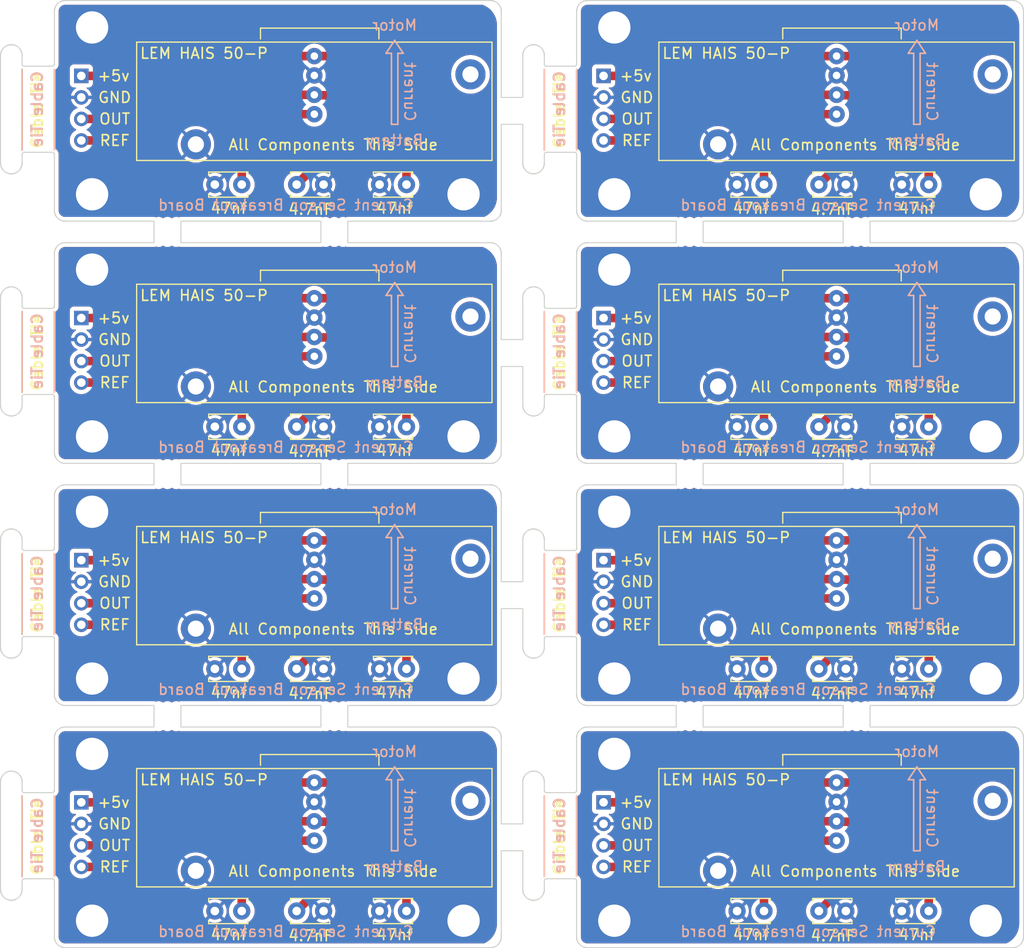
<source format=kicad_pcb>
(kicad_pcb (version 20211014) (generator pcbnew)
  (layers (0 "F.Cu" signal) (31 "B.Cu" signal) (34 "B.Paste" user) (35 "F.Paste" user) (36 "B.SilkS" user "B.Silkscreen") (37 "F.SilkS" user "F.Silkscreen") (38 "B.Mask" user) (39 "F.Mask" user) (44 "Edge.Cuts" user))
  (net 0 "")
  (net 1 "Board_4-Net-(C1-Pad1)")
  (net 2 "Board_4-GND")
  (net 3 "Board_4-Net-(C2-Pad2)")
  (net 4 "Board_4-Net-(C3-Pad2)")
  (net 5 "Board_4-unconnected-(J1-Pad6)")
  (net 6 "Board_1-Net-(C1-Pad1)")
  (net 7 "Board_1-GND")
  (net 8 "Board_1-Net-(C2-Pad2)")
  (net 9 "Board_1-Net-(C3-Pad2)")
  (net 10 "Board_1-unconnected-(J1-Pad6)")
  (net 11 "Board_3-Net-(C1-Pad1)")
  (net 12 "Board_3-GND")
  (net 13 "Board_3-Net-(C2-Pad2)")
  (net 14 "Board_3-Net-(C3-Pad2)")
  (net 15 "Board_3-unconnected-(J1-Pad6)")
  (net 16 "Board_7-Net-(C1-Pad1)")
  (net 17 "Board_7-GND")
  (net 18 "Board_7-Net-(C2-Pad2)")
  (net 19 "Board_7-Net-(C3-Pad2)")
  (net 20 "Board_7-unconnected-(J1-Pad6)")
  (net 21 "Board_0-Net-(C1-Pad1)")
  (net 22 "Board_0-GND")
  (net 23 "Board_0-Net-(C2-Pad2)")
  (net 24 "Board_0-Net-(C3-Pad2)")
  (net 25 "Board_0-unconnected-(J1-Pad6)")
  (net 26 "Board_6-Net-(C1-Pad1)")
  (net 27 "Board_6-GND")
  (net 28 "Board_6-Net-(C2-Pad2)")
  (net 29 "Board_6-Net-(C3-Pad2)")
  (net 30 "Board_6-unconnected-(J1-Pad6)")
  (net 31 "Board_5-Net-(C1-Pad1)")
  (net 32 "Board_5-GND")
  (net 33 "Board_5-Net-(C2-Pad2)")
  (net 34 "Board_5-Net-(C3-Pad2)")
  (net 35 "Board_5-unconnected-(J1-Pad6)")
  (net 36 "Board_2-Net-(C1-Pad1)")
  (net 37 "Board_2-GND")
  (net 38 "Board_2-Net-(C2-Pad2)")
  (net 39 "Board_2-Net-(C3-Pad2)")
  (net 40 "Board_2-unconnected-(J1-Pad6)")
  (footprint "NPTH" (layer "F.Cu") (at 58.562163 84.501018)
    (fp_text reference "REF**" hide)
    (fp_text value "NPTH" hide)
  )
  (footprint "NPTH" (layer "F.Cu") (at 73.498994 118.312524)
    (fp_text reference "REF**" hide)
    (fp_text value "NPTH" hide)
  )
  (footprint "Capacitor_THT:C_Disc_D3.4mm_W2.1mm_P2.50mm" (layer "F.Cu") (at 56.74999 56.849991 180)
    (fp_text reference "C2" hide)
    (fp_text value "4.7nF")
  )
  (footprint "user:eChook_Logo_Small_Inverted" (layer "F.Cu") (at 90.25001 125.750048)
    (fp_text reference "G***" hide)
    (fp_text value "LOGO" hide)
  )
  (footprint "NPTH" (layer "F.Cu") (at 73.498994 49.999995)
    (fp_text reference "REF**" hide)
    (fp_text value "NPTH" hide)
  )
  (footprint "NPTH" (layer "F.Cu") (at 90.750336 60.498993)
    (fp_text reference "REF**" hide)
    (fp_text value "NPTH" hide)
  )
  (footprint "NPTH" (layer "F.Cu") (at 56.937163 82.999003)
    (fp_text reference "REF**" hide)
    (fp_text value "NPTH" hide)
  )
  (footprint "NPTH" (layer "F.Cu") (at 105.437173 84.501017)
    (fp_text reference "REF**" hide)
    (fp_text value "NPTH" hide)
  )
  (footprint "NPTH" (layer "F.Cu") (at 90.750336 105.499022)
    (fp_text reference "REF**" hide)
    (fp_text value "NPTH" hide)
  )
  (footprint "NPTH" (layer "F.Cu") (at 107.062173 82.999003)
    (fp_text reference "REF**" hide)
    (fp_text value "NPTH" hide)
  )
  (footprint "Capacitor_THT:C_Disc_D3.4mm_W2.1mm_P2.50mm" (layer "F.Cu") (at 112.95001 56.849991 180)
    (fp_text reference "C1" hide)
    (fp_text value "47nf")
  )
  (footprint "NPTH" (layer "F.Cu") (at 41.437826 107.00101)
    (fp_text reference "REF**" hide)
    (fp_text value "NPTH" hide)
  )
  (footprint "NPTH" (layer "F.Cu") (at 43.062826 105.499021)
    (fp_text reference "REF**" hide)
    (fp_text value "NPTH" hide)
  )
  (footprint "Connector_PinHeader_2.00mm:PinHeader_1x04_P2.00mm_Vertical" (layer "F.Cu") (at 82.75001 114.250048)
    (fp_text reference "J2" hide)
    (fp_text value "Conn_01x04_Female" hide)
  )
  (footprint "Capacitor_THT:C_Disc_D3.4mm_W2.1mm_P2.50mm" (layer "F.Cu") (at 56.74999 124.350048 180)
    (fp_text reference "C2" hide)
    (fp_text value "4.7nF")
  )
  (footprint "NPTH" (layer "F.Cu") (at 73.498994 73.312505)
    (fp_text reference "REF**" hide)
    (fp_text value "NPTH" hide)
  )
  (footprint "NPTH" (layer "F.Cu") (at 75.001004 50.812495)
    (fp_text reference "REF**" hide)
    (fp_text value "NPTH" hide)
  )
  (footprint "NPTH" (layer "F.Cu") (at 107.062173 107.001031)
    (fp_text reference "REF**" hide)
    (fp_text value "NPTH" hide)
  )
  (footprint "NPTH" (layer "F.Cu") (at 89.937836 60.498992)
    (fp_text reference "REF**" hide)
    (fp_text value "NPTH" hide)
  )
  (footprint "NPTH" (layer "F.Cu") (at 73.498995 71.687505)
    (fp_text reference "REF**" hide)
    (fp_text value "NPTH" hide)
  )
  (footprint "Connector_PinHeader_2.00mm:PinHeader_1x04_P2.00mm_Vertical" (layer "F.Cu") (at 82.75001 46.749991)
    (fp_text reference "J2" hide)
    (fp_text value "Conn_01x04_Female" hide)
  )
  (footprint "NPTH" (layer "F.Cu") (at 105.437173 62.001006)
    (fp_text reference "REF**" hide)
    (fp_text value "NPTH" hide)
  )
  (footprint "NPTH" (layer "F.Cu") (at 91.562836 105.499021)
    (fp_text reference "REF**" hide)
    (fp_text value "NPTH" hide)
  )
  (footprint "Connector_PinHeader_2.00mm:PinHeader_1x04_P2.00mm_Vertical" (layer "F.Cu") (at 82.75001 69.25001)
    (fp_text reference "J2" hide)
    (fp_text value "Conn_01x04_Female" hide)
  )
  (footprint "NPTH" (layer "F.Cu") (at 41.437826 62.001002)
    (fp_text reference "REF**" hide)
    (fp_text value "NPTH" hide)
  )
  (footprint "NPTH" (layer "F.Cu") (at 90.750336 62.001002)
    (fp_text reference "REF**" hide)
    (fp_text value "NPTH" hide)
  )
  (footprint "Capacitor_THT:C_Disc_D3.4mm_W2.1mm_P2.50mm" (layer "F.Cu") (at 46.64999 56.849991)
    (fp_text reference "C3" hide)
    (fp_text value "47nf")
  )
  (footprint "NPTH" (layer "F.Cu") (at 73.498994 95.000014)
    (fp_text reference "REF**" hide)
    (fp_text value "NPTH" hide)
  )
  (footprint "NPTH" (layer "F.Cu") (at 105.437173 107.001029)
    (fp_text reference "REF**" hide)
    (fp_text value "NPTH" hide)
  )
  (footprint "NPTH" (layer "F.Cu") (at 43.062826 84.501007)
    (fp_text reference "REF**" hide)
    (fp_text value "NPTH" hide)
  )
  (footprint "NPTH" (layer "F.Cu") (at 89.937836 105.499022)
    (fp_text reference "REF**" hide)
    (fp_text value "NPTH" hide)
  )
  (footprint "Capacitor_THT:C_Disc_D3.4mm_W2.1mm_P2.50mm" (layer "F.Cu") (at 105.25001 79.35001 180)
    (fp_text reference "C2" hide)
    (fp_text value "4.7nF")
  )
  (footprint "NPTH" (layer "F.Cu") (at 75.001004 95.000014)
    (fp_text reference "REF**" hide)
    (fp_text value "NPTH" hide)
  )
  (footprint "Connector_PinHeader_2.00mm:PinHeader_1x04_P2.00mm_Vertical" (layer "F.Cu") (at 34.24999 114.250048)
    (fp_text reference "J2" hide)
    (fp_text value "Conn_01x04_Female" hide)
  )
  (footprint "Capacitor_THT:C_Disc_D3.4mm_W2.1mm_P2.50mm" (layer "F.Cu") (at 112.95001 124.350048 180)
    (fp_text reference "C1" hide)
    (fp_text value "47nf")
  )
  (footprint "NPTH" (layer "F.Cu") (at 42.250326 62.001002)
    (fp_text reference "REF**" hide)
    (fp_text value "NPTH" hide)
  )
  (footprint "NPTH" (layer "F.Cu") (at 43.062826 82.999007)
    (fp_text reference "REF**" hide)
    (fp_text value "NPTH" hide)
  )
  (footprint "NPTH" (layer "F.Cu") (at 107.062173 84.501018)
    (fp_text reference "REF**" hide)
    (fp_text value "NPTH" hide)
  )
  (footprint "NPTH" (layer "F.Cu") (at 57.749663 105.49901)
    (fp_text reference "REF**" hide)
    (fp_text value "NPTH" hide)
  )
  (footprint "NPTH" (layer "F.Cu") (at 89.937836 62.001002)
    (fp_text reference "REF**" hide)
    (fp_text value "NPTH" hide)
  )
  (footprint "NPTH" (layer "F.Cu") (at 91.562836 107.001012)
    (fp_text reference "REF**" hide)
    (fp_text value "NPTH" hide)
  )
  (footprint "NPTH" (layer "F.Cu") (at 75.001004 49.999995)
    (fp_text reference "REF**" hide)
    (fp_text value "NPTH" hide)
  )
  (footprint "user:eChook_Logo_Small_Inverted" (layer "F.Cu") (at 41.74999 103.250029)
    (fp_text reference "G***" hide)
    (fp_text value "LOGO" hide)
  )
  (footprint "Capacitor_THT:C_Disc_D3.4mm_W2.1mm_P2.50mm" (layer "F.Cu") (at 105.25001 101.850029 180)
    (fp_text reference "C2" hide)
    (fp_text value "4.7nF")
  )
  (footprint "Capacitor_THT:C_Disc_D3.4mm_W2.1mm_P2.50mm" (layer "F.Cu") (at 105.25001 124.350048 180)
    (fp_text reference "C2" hide)
    (fp_text value "4.7nF")
  )
  (footprint "NPTH" (layer "F.Cu") (at 75.001005 94.187514)
    (fp_text reference "REF**" hide)
    (fp_text value "NPTH" hide)
  )
  (footprint "NPTH" (layer "F.Cu") (at 58.562163 60.498996)
    (fp_text reference "REF**" hide)
    (fp_text value "NPTH" hide)
  )
  (footprint "Capacitor_THT:C_Disc_D3.4mm_W2.1mm_P2.50mm" (layer "F.Cu") (at 64.44999 124.350048 180)
    (fp_text reference "C1" hide)
    (fp_text value "47nf")
  )
  (footprint "NPTH" (layer "F.Cu") (at 91.562836 82.999007)
    (fp_text reference "REF**" hide)
    (fp_text value "NPTH" hide)
  )
  (footprint "NPTH" (layer "F.Cu") (at 75.001005 71.687504)
    (fp_text reference "REF**" hide)
    (fp_text value "NPTH" hide)
  )
  (footprint "NPTH" (layer "F.Cu") (at 90.750336 84.501006)
    (fp_text reference "REF**" hide)
    (fp_text value "NPTH" hide)
  )
  (footprint "NPTH" (layer "F.Cu") (at 42.250326 107.001011)
    (fp_text reference "REF**" hide)
    (fp_text value "NPTH" hide)
  )
  (footprint "NPTH" (layer "F.Cu") (at 106.249673 107.00103)
    (fp_text reference "REF**" hide)
    (fp_text value "NPTH" hide)
  )
  (footprint "NPTH" (layer "F.Cu") (at 58.562163 105.49901)
    (fp_text reference "REF**" hide)
    (fp_text value "NPTH" hide)
  )
  (footprint "NPTH" (layer "F.Cu") (at 75.001004 118.312523)
    (fp_text reference "REF**" hide)
    (fp_text value "NPTH" hide)
  )
  (footprint "NPTH" (layer "F.Cu") (at 43.062826 60.498993)
    (fp_text reference "REF**" hide)
    (fp_text value "NPTH" hide)
  )
  (footprint "NPTH" (layer "F.Cu") (at 89.937836 82.999007)
    (fp_text reference "REF**" hide)
    (fp_text value "NPTH" hide)
  )
  (footprint "NPTH" (layer "F.Cu") (at 41.437826 105.499022)
    (fp_text reference "REF**" hide)
    (fp_text value "NPTH" hide)
  )
  (footprint "NPTH" (layer "F.Cu") (at 73.498994 72.500005)
    (fp_text reference "REF**" hide)
    (fp_text value "NPTH" hide)
  )
  (footprint "NPTH" (layer "F.Cu") (at 107.062173 60.498996)
    (fp_text reference "REF**" hide)
    (fp_text value "NPTH" hide)
  )
  (footprint "NPTH" (layer "F.Cu") (at 57.749663 107.00103)
    (fp_text reference "REF**" hide)
    (fp_text value "NPTH" hide)
  )
  (footprint "NPTH" (layer "F.Cu") (at 56.937163 62.001006)
    (fp_text reference "REF**" hide)
    (fp_text value "NPTH" hide)
  )
  (footprint "NPTH" (layer "F.Cu") (at 73.498995 116.687524)
    (fp_text reference "REF**" hide)
    (fp_text value "NPTH" hide)
  )
  (footprint "NPTH" (layer "F.Cu") (at 75.001005 49.187495)
    (fp_text reference "REF**" hide)
    (fp_text value "NPTH" hide)
  )
  (footprint "NPTH" (layer "F.Cu") (at 41.437826 84.501006)
    (fp_text reference "REF**" hide)
    (fp_text value "NPTH" hide)
  )
  (footprint "NPTH" (layer "F.Cu") (at 56.937163 84.501017)
    (fp_text reference "REF**" hide)
    (fp_text value "NPTH" hide)
  )
  (footprint "user:eChook_Logo_Small_Inverted" (layer "F.Cu") (at 90.25001 80.75001)
    (fp_text reference "G***" hide)
    (fp_text value "LOGO" hide)
  )
  (footprint "NPTH" (layer "F.Cu") (at 57.749663 62.001006)
    (fp_text reference "REF**" hide)
    (fp_text value "NPTH" hide)
  )
  (footprint "Capacitor_THT:C_Disc_D3.4mm_W2.1mm_P2.50mm" (layer "F.Cu") (at 95.15001 56.849991)
    (fp_text reference "C3" hide)
    (fp_text value "47nf")
  )
  (footprint "NPTH" (layer "F.Cu") (at 75.001004 95.812514)
    (fp_text reference "REF**" hide)
    (fp_text value "NPTH" hide)
  )
  (footprint "Capacitor_THT:C_Disc_D3.4mm_W2.1mm_P2.50mm" (layer "F.Cu") (at 112.95001 79.35001 180)
    (fp_text reference "C1" hide)
    (fp_text value "47nf")
  )
  (footprint "NPTH" (layer "F.Cu") (at 107.062173 62.001006)
    (fp_text reference "REF**" hide)
    (fp_text value "NPTH" hide)
  )
  (footprint "NPTH" (layer "F.Cu") (at 43.062826 62.001002)
    (fp_text reference "REF**" hide)
    (fp_text value "NPTH" hide)
  )
  (footprint "Connector_PinHeader_2.00mm:PinHeader_1x04_P2.00mm_Vertical" (layer "F.Cu") (at 34.24999 91.750029)
    (fp_text reference "J2" hide)
    (fp_text value "Conn_01x04_Female" hide)
  )
  (footprint "NPTH" (layer "F.Cu") (at 106.249673 60.498996)
    (fp_text reference "REF**" hide)
    (fp_text value "NPTH" hide)
  )
  (footprint "user:eChook_Logo_Small_Inverted" (layer "F.Cu") (at 41.74999 80.75001)
    (fp_text reference "G***" hide)
    (fp_text value "LOGO" hide)
  )
  (footprint "Capacitor_THT:C_Disc_D3.4mm_W2.1mm_P2.50mm" (layer "F.Cu") (at 46.64999 124.350048)
    (fp_text reference "C3" hide)
    (fp_text value "47nf")
  )
  (footprint "NPTH" (layer "F.Cu") (at 107.062173 105.49901)
    (fp_text reference "REF**" hide)
    (fp_text value "NPTH" hide)
  )
  (footprint "Capacitor_THT:C_Disc_D3.4mm_W2.1mm_P2.50mm" (layer "F.Cu") (at 95.15001 101.850029)
    (fp_text reference "C3" hide)
    (fp_text value "47nf")
  )
  (footprint "NPTH" (layer "F.Cu") (at 106.249673 105.49901)
    (fp_text reference "REF**" hide)
    (fp_text value "NPTH" hide)
  )
  (footprint "NPTH" (layer "F.Cu") (at 105.437173 60.498996)
    (fp_text reference "REF**" hide)
    (fp_text value "NPTH" hide)
  )
  (footprint "NPTH" (layer "F.Cu") (at 43.062826 107.001012)
    (fp_text reference "REF**" hide)
    (fp_text value "NPTH" hide)
  )
  (footprint "NPTH" (layer "F.Cu") (at 58.562163 62.001006)
    (fp_text reference "REF**" hide)
    (fp_text value "NPTH" hide)
  )
  (footprint "NPTH" (layer "F.Cu") (at 57.749663 60.498996)
    (fp_text reference "REF**" hide)
    (fp_text value "NPTH" hide)
  )
  (footprint "NPTH" (layer "F.Cu") (at 91.562836 62.001002)
    (fp_text reference "REF**" hide)
    (fp_text value "NPTH" hide)
  )
  (footprint "NPTH" (layer "F.Cu") (at 73.498994 117.500024)
    (fp_text reference "REF**" hide)
    (fp_text value "NPTH" hide)
  )
  (footprint "NPTH" (layer "F.Cu") (at 41.437826 60.498992)
    (fp_text reference "REF**" hide)
    (fp_text value "NPTH" hide)
  )
  (footprint "user:eChook_Logo_Small_Inverted" (layer "F.Cu") (at 41.74999 125.750048)
    (fp_text reference "G***" hide)
    (fp_text value "LOGO" hide)
  )
  (footprint "NPTH" (layer "F.Cu") (at 91.562836 60.498993)
    (fp_text reference "REF**" hide)
    (fp_text value "NPTH" hide)
  )
  (footprint "Capacitor_THT:C_Disc_D3.4mm_W2.1mm_P2.50mm" (layer "F.Cu") (at 56.74999 101.850029 180)
    (fp_text reference "C2" hide)
    (fp_text value "4.7nF")
  )
  (footprint "NPTH" (layer "F.Cu") (at 75.001004 73.312504)
    (fp_text reference "REF**" hide)
    (fp_text value "NPTH" hide)
  )
  (footprint "NPTH" (layer "F.Cu") (at 90.750336 82.999007)
    (fp_text reference "REF**" hide)
    (fp_text value "NPTH" hide)
  )
  (footprint "NPTH" (layer "F.Cu") (at 90.750336 107.001011)
    (fp_text reference "REF**" hide)
    (fp_text value "NPTH" hide)
  )
  (footprint "Capacitor_THT:C_Disc_D3.4mm_W2.1mm_P2.50mm" (layer "F.Cu") (at 64.44999 79.35001 180)
    (fp_text reference "C1" hide)
    (fp_text value "47nf")
  )
  (footprint "NPTH" (layer "F.Cu") (at 75.001005 116.687523)
    (fp_text reference "REF**" hide)
    (fp_text value "NPTH" hide)
  )
  (footprint "NPTH" (layer "F.Cu") (at 56.937163 107.001029)
    (fp_text reference "REF**" hide)
    (fp_text value "NPTH" hide)
  )
  (footprint "NPTH" (layer "F.Cu") (at 106.249673 82.999003)
    (fp_text reference "REF**" hide)
    (fp_text value "NPTH" hide)
  )
  (footprint "NPTH" (layer "F.Cu") (at 89.937836 107.00101)
    (fp_text reference "REF**" hide)
    (fp_text value "NPTH" hide)
  )
  (footprint "NPTH" (layer "F.Cu") (at 56.937163 105.499011)
    (fp_text reference "REF**" hide)
    (fp_text value "NPTH" hide)
  )
  (footprint "user:eChook_Logo_Small_Inverted" (layer "F.Cu") (at 90.25001 58.249991)
    (fp_text reference "G***" hide)
    (fp_text value "LOGO" hide)
  )
  (footprint "NPTH" (layer "F.Cu") (at 105.437173 105.499011)
    (fp_text reference "REF**" hide)
    (fp_text value "NPTH" hide)
  )
  (footprint "NPTH" (layer "F.Cu") (at 73.498994 95.812514)
    (fp_text reference "REF**" hide)
    (fp_text value "NPTH" hide)
  )
  (footprint "Capacitor_THT:C_Disc_D3.4mm_W2.1mm_P2.50mm" (layer "F.Cu") (at 64.44999 101.850029 180)
    (fp_text reference "C1" hide)
    (fp_text value "47nf")
  )
  (footprint "NPTH" (layer "F.Cu") (at 42.250326 84.501006)
    (fp_text reference "REF**" hide)
    (fp_text value "NPTH" hide)
  )
  (footprint "NPTH" (layer "F.Cu") (at 106.249673 84.501018)
    (fp_text reference "REF**" hide)
    (fp_text value "NPTH" hide)
  )
  (footprint "NPTH" (layer "F.Cu") (at 58.562163 107.001031)
    (fp_text reference "REF**" hide)
    (fp_text value "NPTH" hide)
  )
  (footprint "NPTH" (layer "F.Cu") (at 91.562836 84.501007)
    (fp_text reference "REF**" hide)
    (fp_text value "NPTH" hide)
  )
  (footprint "NPTH" (layer "F.Cu") (at 89.937836 84.501006)
    (fp_text reference "REF**" hide)
    (fp_text value "NPTH" hide)
  )
  (footprint "Capacitor_THT:C_Disc_D3.4mm_W2.1mm_P2.50mm" (layer "F.Cu") (at 95.15001 124.350048)
    (fp_text reference "C3" hide)
    (fp_text value "47nf")
  )
  (footprint "NPTH" (layer "F.Cu") (at 57.749663 84.501018)
    (fp_text reference "REF**" hide)
    (fp_text value "NPTH" hide)
  )
  (footprint "NPTH" (layer "F.Cu") (at 75.001004 72.500004)
    (fp_text reference "REF**" hide)
    (fp_text value "NPTH" hide)
  )
  (footprint "Capacitor_THT:C_Disc_D3.4mm_W2.1mm_P2.50mm" (layer "F.Cu") (at 105.25001 56.849991 180)
    (fp_text reference "C2" hide)
    (fp_text value "4.7nF")
  )
  (footprint "NPTH" (layer "F.Cu") (at 58.562163 82.999003)
    (fp_text reference "REF**" hide)
    (fp_text value "NPTH" hide)
  )
  (footprint "Capacitor_THT:C_Disc_D3.4mm_W2.1mm_P2.50mm" (layer "F.Cu") (at 95.15001 79.35001)
    (fp_text reference "C3" hide)
    (fp_text value "47nf")
  )
  (footprint "NPTH" (layer "F.Cu") (at 57.749663 82.999003)
    (fp_text reference "REF**" hide)
    (fp_text value "NPTH" hide)
  )
  (footprint "Capacitor_THT:C_Disc_D3.4mm_W2.1mm_P2.50mm" (layer "F.Cu") (at 56.74999 79.35001 180)
    (fp_text reference "C2" hide)
    (fp_text value "4.7nF")
  )
  (footprint "Capacitor_THT:C_Disc_D3.4mm_W2.1mm_P2.50mm" (layer "F.Cu") (at 112.95001 101.850029 180)
    (fp_text reference "C1" hide)
    (fp_text value "47nf")
  )
  (footprint "Capacitor_THT:C_Disc_D3.4mm_W2.1mm_P2.50mm" (layer "F.Cu") (at 46.64999 101.850029)
    (fp_text reference "C3" hide)
    (fp_text value "47nf")
  )
  (footprint "NPTH" (layer "F.Cu") (at 42.250326 60.498993)
    (fp_text reference "REF**" hide)
    (fp_text value "NPTH" hide)
  )
  (footprint "user:eChook_Logo_Small_Inverted" (layer "F.Cu") (at 90.25001 103.250029)
    (fp_text reference "G***" hide)
    (fp_text value "LOGO" hide)
  )
  (footprint "NPTH" (layer "F.Cu") (at 41.437826 82.999007)
    (fp_text reference "REF**" hide)
    (fp_text value "NPTH" hide)
  )
  (footprint "user:eChook_Logo_Small_Inverted" (layer "F.Cu") (at 41.74999 58.249991)
    (fp_text reference "G***" hide)
    (fp_text value "LOGO" hide)
  )
  (footprint "NPTH" (layer "F.Cu") (at 75.001004 117.500023)
    (fp_text reference "REF**" hide)
    (fp_text value "NPTH" hide)
  )
  (footprint "NPTH" (layer "F.Cu") (at 42.250326 82.999007)
    (fp_text reference "REF**" hide)
    (fp_text value "NPTH" hide)
  )
  (footprint "NPTH" (layer "F.Cu") (at 73.498995 49.187495)
    (fp_text reference "REF**" hide)
    (fp_text value "NPTH" hide)
  )
  (footprint "NPTH" (layer "F.Cu") (at 73.498995 94.187514)
    (fp_text reference "REF**" hide)
    (fp_text value "NPTH" hide)
  )
  (footprint "NPTH" (layer "F.Cu") (at 73.498994 50.812495)
    (fp_text reference "REF**" hide)
    (fp_text value "NPTH" hide)
  )
  (footprint "NPTH" (layer "F.Cu") (at 42.250326 105.499022)
    (fp_text reference "REF**" hide)
    (fp_text value "NPTH" hide)
  )
  (footprint "NPTH" (layer "F.Cu") (at 56.937163 60.498996)
    (fp_text reference "REF**" hide)
    (fp_text value "NPTH" hide)
  )
  (footprint "NPTH" (layer "F.Cu") (at 106.249673 62.001006)
    (fp_text reference "REF**" hide)
    (fp_text value "NPTH" hide)
  )
  (footprint "Connector_PinHeader_2.00mm:PinHeader_1x04_P2.00mm_Vertical" (layer "F.Cu") (at 34.24999 69.25001)
    (fp_text reference "J2" hide)
    (fp_text value "Conn_01x04_Female" hide)
  )
  (footprint "Connector_PinHeader_2.00mm:PinHeader_1x04_P2.00mm_Vertical" (layer "F.Cu") (at 82.75001 91.750029)
    (fp_text reference "J2" hide)
    (fp_text value "Conn_01x04_Female" hide)
  )
  (footprint "NPTH" (layer "F.Cu") (at 105.437173 82.999003)
    (fp_text reference "REF**" hide)
    (fp_text value "NPTH" hide)
  )
  (footprint "Connector_PinHeader_2.00mm:PinHeader_1x04_P2.00mm_Vertical" (layer "F.Cu") (at 34.24999 46.749991)
    (fp_text reference "J2" hide)
    (fp_text value "Conn_01x04_Female" hide)
  )
  (footprint "Capacitor_THT:C_Disc_D3.4mm_W2.1mm_P2.50mm" (layer "F.Cu") (at 64.44999 56.849991 180)
    (fp_text reference "C1" hide)
    (fp_text value "47nf")
  )
  (footprint "Capacitor_THT:C_Disc_D3.4mm_W2.1mm_P2.50mm" (layer "F.Cu") (at 46.64999 79.35001)
    (fp_text reference "C3" hide)
    (fp_text value "47nf")
  )
  (footprint "user:eChook_Logo_18-7.5mm" (layer "B.Cu") (at 45.521351 45.668863 180)
    (fp_text reference "G***" hide)
    (fp_text value "LOGO" hide)
  )
  (footprint "user:eChook_Logo_18-7.5mm" (layer "B.Cu") (at 45.521351 113.16892 180)
    (fp_text reference "G***" hide)
    (fp_text value "LOGO" hide)
  )
  (footprint "user:LEM_HAIS_50-P" (layer "B.Cu") (at 55.889989 72.810011 180)
    (fp_text reference "J1" hide)
    (fp_text value "Conn_01x06_Male" hide)
  )
  (footprint "user:LEM_HAIS_50-P" (layer "B.Cu") (at 55.889989 117.810049 180)
    (fp_text reference "J1" hide)
    (fp_text value "Conn_01x06_Male" hide)
  )
  (footprint "user:eChook_Logo_18-7.5mm" (layer "B.Cu") (at 94.021371 90.668901 180)
    (fp_text reference "G***" hide)
    (fp_text value "LOGO" hide)
  )
  (footprint "user:LEM_HAIS_50-P" (layer "B.Cu") (at 104.390009 72.810011 180)
    (fp_text reference "J1" hide)
    (fp_text value "Conn_01x06_Male" hide)
  )
  (footprint "user:LEM_HAIS_50-P" (layer "B.Cu") (at 104.390009 117.810049 180)
    (fp_text reference "J1" hide)
    (fp_text value "Conn_01x06_Male" hide)
  )
  (footprint "user:eChook_Logo_18-7.5mm" (layer "B.Cu") (at 94.021371 45.668863 180)
    (fp_text reference "G***" hide)
    (fp_text value "LOGO" hide)
  )
  (footprint "user:LEM_HAIS_50-P" (layer "B.Cu") (at 104.390009 95.31003 180)
    (fp_text reference "J1" hide)
    (fp_text value "Conn_01x06_Male" hide)
  )
  (footprint "user:eChook_Logo_18-7.5mm" (layer "B.Cu") (at 45.521351 90.668901 180)
    (fp_text reference "G***" hide)
    (fp_text value "LOGO" hide)
  )
  (footprint "user:LEM_HAIS_50-P" (layer "B.Cu") (at 104.390009 50.309992 180)
    (fp_text reference "J1" hide)
    (fp_text value "Conn_01x06_Male" hide)
  )
  (footprint "user:eChook_Logo_18-7.5mm" (layer "B.Cu") (at 94.021371 68.168882 180)
    (fp_text reference "G***" hide)
    (fp_text value "LOGO" hide)
  )
  (footprint "user:eChook_Logo_18-7.5mm" (layer "B.Cu") (at 45.521351 68.168882 180)
    (fp_text reference "G***" hide)
    (fp_text value "LOGO" hide)
  )
  (footprint "user:LEM_HAIS_50-P" (layer "B.Cu") (at 55.889989 50.309992 180)
    (fp_text reference "J1" hide)
    (fp_text value "Conn_01x06_Male" hide)
  )
  (footprint "user:LEM_HAIS_50-P" (layer "B.Cu") (at 55.889989 95.31003 180)
    (fp_text reference "J1" hide)
    (fp_text value "Conn_01x06_Male" hide)
  )
  (footprint "user:eChook_Logo_18-7.5mm" (layer "B.Cu") (at 94.021371 113.16892 180)
    (fp_text reference "G***" hide)
    (fp_text value "LOGO" hide)
  )
  (gr_line (start 63.64999 112.150048) (end 64.14999 112.150048) (layer "B.SilkS") (width 0.15))
  (gr_line (start 63.64999 118.750048) (end 63.64999 112.150048) (layer "B.SilkS") (width 0.15))
  (gr_line (start 112.65001 112.150048) (end 111.85001 110.950048) (layer "B.SilkS") (width 0.15))
  (gr_line (start 63.04999 118.750048) (end 63.64999 118.750048) (layer "B.SilkS") (width 0.15))
  (gr_line (start 111.05001 112.150048) (end 111.55001 112.150048) (layer "B.SilkS") (width 0.15))
  (gr_line (start 111.85001 110.950048) (end 111.05001 112.150048) (layer "B.SilkS") (width 0.15))
  (gr_line (start 111.55001 112.150048) (end 111.55001 118.750048) (layer "B.SilkS") (width 0.15))
  (gr_line (start 80.25001 113.650048) (end 80.25001 121.150048) (layer "B.SilkS") (width 0.15))
  (gr_line (start 77.25001 113.650048) (end 77.25001 121.150048) (layer "B.SilkS") (width 0.15))
  (gr_line (start 63.64999 51.249991) (end 63.64999 44.649991) (layer "B.SilkS") (width 0.15))
  (gr_line (start 62.54999 67.15001) (end 63.04999 67.15001) (layer "B.SilkS") (width 0.15))
  (gr_line (start 63.04999 89.650029) (end 63.04999 96.250029) (layer "B.SilkS") (width 0.15))
  (gr_line (start 111.05001 44.649991) (end 111.55001 44.649991) (layer "B.SilkS") (width 0.15))
  (gr_line (start 112.15001 51.249991) (end 112.15001 44.649991) (layer "B.SilkS") (width 0.15))
  (gr_line (start 31.74999 113.650048) (end 31.74999 121.150048) (layer "B.SilkS") (width 0.15))
  (gr_line (start 64.14999 89.650029) (end 63.34999 88.450029) (layer "B.SilkS") (width 0.15))
  (gr_line (start 111.85001 65.95001) (end 111.05001 67.15001) (layer "B.SilkS") (width 0.15))
  (gr_line (start 80.25001 91.150029) (end 80.25001 98.650029) (layer "B.SilkS") (width 0.15))
  (gr_line (start 63.04999 44.649991) (end 63.04999 51.249991) (layer "B.SilkS") (width 0.15))
  (gr_line (start 77.25001 91.150029) (end 77.25001 98.650029) (layer "B.SilkS") (width 0.15))
  (gr_line (start 63.34999 43.449991) (end 62.54999 44.649991) (layer "B.SilkS") (width 0.15))
  (gr_line (start 111.55001 89.650029) (end 111.55001 96.250029) (layer "B.SilkS") (width 0.15))
  (gr_line (start 64.14999 44.649991) (end 63.34999 43.449991) (layer "B.SilkS") (width 0.15))
  (gr_line (start 28.74999 113.650048) (end 28.74999 121.150048) (layer "B.SilkS") (width 0.15))
  (gr_line (start 31.74999 68.65001) (end 31.74999 76.15001) (layer "B.SilkS") (width 0.15))
  (gr_line (start 63.04999 96.250029) (end 63.64999 96.250029) (layer "B.SilkS") (width 0.15))
  (gr_line (start 63.04999 73.75001) (end 63.64999 73.75001) (layer "B.SilkS") (width 0.15))
  (gr_line (start 63.04999 51.249991) (end 63.64999 51.249991) (layer "B.SilkS") (width 0.15))
  (gr_line (start 112.15001 89.650029) (end 112.65001 89.650029) (layer "B.SilkS") (width 0.15))
  (gr_line (start 28.74999 91.150029) (end 28.74999 98.650029) (layer "B.SilkS") (width 0.15))
  (gr_line (start 63.04999 67.15001) (end 63.04999 73.75001) (layer "B.SilkS") (width 0.15))
  (gr_line (start 31.74999 46.149991) (end 31.74999 53.649991) (layer "B.SilkS") (width 0.15))
  (gr_line (start 63.64999 96.250029) (end 63.64999 89.650029) (layer "B.SilkS") (width 0.15))
  (gr_line (start 77.25001 46.149991) (end 77.25001 53.649991) (layer "B.SilkS") (width 0.15))
  (gr_line (start 112.65001 67.15001) (end 111.85001 65.95001) (layer "B.SilkS") (width 0.15))
  (gr_line (start 63.34999 110.950048) (end 62.54999 112.150048) (layer "B.SilkS") (width 0.15))
  (gr_line (start 112.65001 89.650029) (end 111.85001 88.450029) (layer "B.SilkS") (width 0.15))
  (gr_line (start 63.64999 44.649991) (end 64.14999 44.649991) (layer "B.SilkS") (width 0.15))
  (gr_line (start 28.74999 46.149991) (end 28.74999 53.649991) (layer "B.SilkS") (width 0.15))
  (gr_line (start 62.54999 89.650029) (end 63.04999 89.650029) (layer "B.SilkS") (width 0.15))
  (gr_line (start 31.74999 91.150029) (end 31.74999 98.650029) (layer "B.SilkS") (width 0.15))
  (gr_line (start 80.25001 46.149991) (end 80.25001 53.649991) (layer "B.SilkS") (width 0.15))
  (gr_line (start 62.54999 112.150048) (end 63.04999 112.150048) (layer "B.SilkS") (width 0.15))
  (gr_line (start 63.04999 112.150048) (end 63.04999 118.750048) (layer "B.SilkS") (width 0.15))
  (gr_line (start 112.15001 44.649991) (end 112.65001 44.649991) (layer "B.SilkS") (width 0.15))
  (gr_line (start 63.64999 89.650029) (end 64.14999 89.650029) (layer "B.SilkS") (width 0.15))
  (gr_line (start 111.05001 89.650029) (end 111.55001 89.650029) (layer "B.SilkS") (width 0.15))
  (gr_line (start 64.14999 67.15001) (end 63.34999 65.95001) (layer "B.SilkS") (width 0.15))
  (gr_line (start 63.34999 88.450029) (end 62.54999 89.650029) (layer "B.SilkS") (width 0.15))
  (gr_line (start 111.55001 44.649991) (end 111.55001 51.249991) (layer "B.SilkS") (width 0.15))
  (gr_line (start 63.34999 65.95001) (end 62.54999 67.15001) (layer "B.SilkS") (width 0.15))
  (gr_line (start 112.65001 44.649991) (end 111.85001 43.449991) (layer "B.SilkS") (width 0.15))
  (gr_line (start 77.25001 68.65001) (end 77.25001 76.15001) (layer "B.SilkS") (width 0.15))
  (gr_line (start 112.15001 96.250029) (end 112.15001 89.650029) (layer "B.SilkS") (width 0.15))
  (gr_line (start 28.74999 68.65001) (end 28.74999 76.15001) (layer "B.SilkS") (width 0.15))
  (gr_line (start 64.14999 112.150048) (end 63.34999 110.950048) (layer "B.SilkS") (width 0.15))
  (gr_line (start 111.55001 73.75001) (end 112.15001 73.75001) (layer "B.SilkS") (width 0.15))
  (gr_line (start 111.85001 88.450029) (end 111.05001 89.650029) (layer "B.SilkS") (width 0.15))
  (gr_line (start 112.15001 67.15001) (end 112.65001 67.15001) (layer "B.SilkS") (width 0.15))
  (gr_line (start 63.64999 67.15001) (end 64.14999 67.15001) (layer "B.SilkS") (width 0.15))
  (gr_line (start 112.15001 118.750048) (end 112.15001 112.150048) (layer "B.SilkS") (width 0.15))
  (gr_line (start 111.05001 67.15001) (end 111.55001 67.15001) (layer "B.SilkS") (width 0.15))
  (gr_line (start 62.54999 44.649991) (end 63.04999 44.649991) (layer "B.SilkS") (width 0.15))
  (gr_line (start 111.85001 43.449991) (end 111.05001 44.649991) (layer "B.SilkS") (width 0.15))
  (gr_line (start 63.64999 73.75001) (end 63.64999 67.15001) (layer "B.SilkS") (width 0.15))
  (gr_line (start 111.55001 67.15001) (end 111.55001 73.75001) (layer "B.SilkS") (width 0.15))
  (gr_line (start 112.15001 73.75001) (end 112.15001 67.15001) (layer "B.SilkS") (width 0.15))
  (gr_line (start 112.15001 112.150048) (end 112.65001 112.150048) (layer "B.SilkS") (width 0.15))
  (gr_line (start 80.25001 68.65001) (end 80.25001 76.15001) (layer "B.SilkS") (width 0.15))
  (gr_line (start 111.55001 96.250029) (end 112.15001 96.250029) (layer "B.SilkS") (width 0.15))
  (gr_line (start 111.55001 51.249991) (end 112.15001 51.249991) (layer "B.SilkS") (width 0.15))
  (gr_line (start 111.55001 118.750048) (end 112.15001 118.750048) (layer "B.SilkS") (width 0.15))
  (gr_line (start 80.25001 121.150048) (end 80.25001 113.650048) (layer "F.SilkS") (width 0.15))
  (gr_line (start 77.25001 121.150048) (end 77.25001 113.650048) (layer "F.SilkS") (width 0.15))
  (gr_line (start 77.25001 98.650029) (end 77.25001 91.150029) (layer "F.SilkS") (width 0.15))
  (gr_line (start 31.74999 76.15001) (end 31.74999 68.65001) (layer "F.SilkS") (width 0.15))
  (gr_line (start 31.74999 53.649991) (end 31.74999 46.149991) (layer "F.SilkS") (width 0.15))
  (gr_line (start 28.74999 121.150048) (end 28.74999 113.650048) (layer "F.SilkS") (width 0.15))
  (gr_line (start 80.25001 98.650029) (end 80.25001 91.150029) (layer "F.SilkS") (width 0.15))
  (gr_line (start 80.25001 53.649991) (end 80.25001 46.149991) (layer "F.SilkS") (width 0.15))
  (gr_line (start 28.74999 53.649991) (end 28.74999 46.149991) (layer "F.SilkS") (width 0.15))
  (gr_line (start 28.74999 76.15001) (end 28.74999 68.65001) (layer "F.SilkS") (width 0.15))
  (gr_line (start 77.25001 53.649991) (end 77.25001 46.149991) (layer "F.SilkS") (width 0.15))
  (gr_line (start 77.25001 76.15001) (end 77.25001 68.65001) (layer "F.SilkS") (width 0.15))
  (gr_line (start 80.25001 76.15001) (end 80.25001 68.65001) (layer "F.SilkS") (width 0.15))
  (gr_line (start 31.74999 121.150048) (end 31.74999 113.650048) (layer "F.SilkS") (width 0.15))
  (gr_line (start 31.74999 98.650029) (end 31.74999 91.150029) (layer "F.SilkS") (width 0.15))
  (gr_line (start 28.74999 98.650029) (end 28.74999 91.150029) (layer "F.SilkS") (width 0.15))
  (gr_line (start 31.549984 121.351) (end 31.570791 121.352138) (layer "Edge.Cuts") (width 0.1))
  (gr_line (start 32.548465 39.769486) (end 32.499062 39.780952) (layer "Edge.Cuts") (width 0.1))
  (gr_line (start 27.206922 55.69087) (end 27.249511 55.716894) (layer "Edge.Cuts") (width 0.1))
  (gr_line (start 77.277671 90.749528) (end 77.268215 90.730969) (layer "Edge.Cuts") (width 0.1))
  (gr_line (start 72.549628 82.70511) (end 72.597666 82.688691) (layer "Edge.Cuts") (width 0.1))
  (gr_line (start 75.665703 78.162774) (end 75.706942 78.190889) (layer "Edge.Cuts") (width 0.1))
  (gr_line (start 32.060315 85.024528) (end 32.024454 85.060391) (layer "Edge.Cuts") (width 0.1))
  (gr_line (start 31.570791 113.347957) (end 31.549976 113.349047) (layer "Edge.Cuts") (width 0.1))
  (gr_line (start 41.000326 84.749006) (end 32.75 84.749) (layer "Edge.Cuts") (width 0.1))
  (gr_line (start 75.309386 112.007662) (end 75.293489 112.054974) (layer "Edge.Cuts") (width 0.1))
  (gr_line (start 32.749964 105.251028) (end 41.000326 105.251022) (layer "Edge.Cuts") (width 0.1))
  (gr_line (start 75.422959 122.913951) (end 75.452095 122.954475) (layer "Edge.Cuts") (width 0.1))
  (gr_line (start 77.35051 113.322386) (end 77.324775 113.304699) (layer "Edge.Cuts") (width 0.1))
  (gr_line (start 121.571579 59.821851) (end 121.599516 59.779462) (layer "Edge.Cuts") (width 0.1))
  (gr_line (start 27.384306 123.281861) (end 27.431208 123.29893) (layer "Edge.Cuts") (width 0.1))
  (gr_line (start 76.17523 88.851826) (end 76.125566 88.856794) (layer "Edge.Cuts") (width 0.1))
  (gr_line (start 72.300663 127.749764) (end 72.351234 127.745914) (layer "Edge.Cuts") (width 0.1))
  (gr_line (start 121.599489 85.220514) (end 121.571608 85.17821) (layer "Edge.Cuts") (width 0.1))
  (gr_line (start 75.931228 43.901108) (end 75.884326 43.918177) (layer "Edge.Cuts") (width 0.1))
  (gr_line (start 121.144783 107.330181) (end 121.097686 107.311366) (layer "Edge.Cuts") (width 0.1))
  (gr_line (start 75.24901 89.850028) (end 75.249006 93.750014) (layer "Edge.Cuts") (width 0.1))
  (gr_line (start 27.125857 100.632626) (end 27.165642 100.662764) (layer "Edge.Cuts") (width 0.1))
  (gr_line (start 73.099496 107.720576) (end 73.071588 107.678229) (layer "Edge.Cuts") (width 0.1))
  (gr_line (start 73.169876 62.855283) (end 73.148681 62.809152) (layer "Edge.Cuts") (width 0.1))
  (gr_line (start 28.739813 89.700862) (end 28.731147 89.651709) (layer "Edge.Cuts") (width 0.1))
  (gr_line (start 75.422931 89.286166) (end 75.395853 89.328093) (layer "Edge.Cuts") (width 0.1))
  (gr_line (start 80.149509 76.377671) (end 80.175244 76.395358) (layer "Edge.Cuts") (width 0.1))
  (gr_line (start 31.769485 85.548504) (end 31.760537 85.598424) (layer "Edge.Cuts") (width 0.1))
  (gr_line (start 77.418879 68.346559) (end 77.398505 68.342228) (layer "Edge.Cuts") (width 0.1))
  (gr_line (start 73.230504 126.951523) (end 73.23945 126.901602) (layer "Edge.Cuts") (width 0.1))
  (gr_line (start 121.70511 127.049686) (end 121.719061 127.000926) (layer "Edge.Cuts") (width 0.1))
  (gr_line (start 28.878675 98.864247) (end 28.898485 98.85781) (layer "Edge.Cuts") (width 0.1))
  (gr_line (start 76.472729 100.825937) (end 76.521097 100.813622) (layer "Edge.Cuts") (width 0.1))
  (gr_line (start 26.753962 89.750386) (end 26.750233 89.800158) (layer "Edge.Cuts") (width 0.1))
  (gr_line (start 31.748999 68.149986) (end 31.746539 68.18114) (layer "Edge.Cuts") (width 0.1))
  (gr_line (start 77.206545 112.055021) (end 77.19065 112.007709) (layer "Edge.Cuts") (width 0.1))
  (gr_line (start 73.125198 127.235857) (end 73.148703 127.190859) (layer "Edge.Cuts") (width 0.1))
  (gr_line (start 72.690801 60.148704) (end 72.735755 60.125224) (layer "Edge.Cuts") (width 0.1))
  (gr_line (start 72.597666 107.311366) (end 72.549676 107.294962) (layer "Edge.Cuts") (width 0.1))
  (gr_line (start 76.027242 123.325944) (end 76.076212 123.335844) (layer "Edge.Cuts") (width 0.1))
  (gr_line (start 121.190821 82.648723) (end 121.235775 82.625243) (layer "Edge.Cuts") (width 0.1))
  (gr_line (start 28.918859 113.346597) (end 28.888495 113.339307) (layer "Edge.Cuts") (width 0.1))
  (gr_line (start 27.824769 111.351845) (end 27.77492 111.349358) (layer "Edge.Cuts") (width 0.1))
  (gr_line (start 32.097946 127.509548) (end 32.137251 127.541599) (layer "Edge.Cuts") (width 0.1))
  (gr_line (start 76.793077 123.190927) (end 76.834316 123.162812) (layer "Edge.Cuts") (width 0.1))
  (gr_line (start 121.475545 85.060391) (end 121.439684 85.024528) (layer "Edge.Cuts") (width 0.1))
  (gr_line (start 76.374502 55.843219) (end 76.423856 55.835778) (layer "Edge.Cuts") (width 0.1))
  (gr_line (start 26.768842 89.65166) (end 26.760174 89.700813) (layer "Edge.Cuts") (width 0.1))
  (gr_line (start 27.20688 100.690881) (end 27.249468 100.716907) (layer "Edge.Cuts") (width 0.1))
  (gr_line (start 72.644716 39.830104) (end 72.597618 39.811292) (layer "Edge.Cuts") (width 0.1))
  (gr_line (start 80.250296 104.300754) (end 80.254148 104.351323) (layer "Edge.Cuts") (width 0.1))
  (gr_line (start 43.500326 82.751007) (end 56.499663 82.751003) (layer "Edge.Cuts") (width 0.1))
  (gr_line (start 75.978922 43.886397) (end 75.931228 43.901108) (layer "Edge.Cuts") (width 0.1))
  (gr_line (start 77.231157 44.651622) (end 77.220049 44.602962) (layer "Edge.Cuts") (width 0.1))
  (gr_line (start 80.720495 107.400568) (end 80.678149 107.428478) (layer "Edge.Cuts") (width 0.1))
  (gr_line (start 75.422931 66.786147) (end 75.395853 66.828074) (layer "Edge.Cuts") (width 0.1))
  (gr_line (start 121.541561 104.862767) (end 121.571579 104.821889) (layer "Edge.Cuts") (width 0.1))
  (gr_line (start 32.548465 62.269505) (end 32.499062 62.280971) (layer "Edge.Cuts") (width 0.1))
  (gr_line (start 76.793077 100.690908) (end 76.834316 100.662793) (layer "Edge.Cuts") (width 0.1))
  (gr_line (start 76.472729 88.87412) (end 76.423807 88.864232) (layer "Edge.Cuts") (width 0.1))
  (gr_line (start 80.902333 82.688691) (end 80.950371 82.70511) (layer "Edge.Cuts") (width 0.1))
  (gr_line (start 28.250511 100.716907) (end 28.293099 100.690881) (layer "Edge.Cuts") (width 0.1))
  (gr_line (start 32.137251 62.458458) (end 32.097946 62.490509) (layer "Edge.Cuts") (width 0.1))
  (gr_line (start 76.423856 55.835778) (end 76.472777 55.825887) (layer "Edge.Cuts") (width 0.1))
  (gr_line (start 27.576192 55.835787) (end 27.625546 55.843225) (layer "Edge.Cuts") (width 0.1))
  (gr_line (start 80.855236 127.669914) (end 80.902333 127.688729) (layer "Edge.Cuts") (width 0.1))
  (gr_line (start 121.279481 60.099497) (end 121.321828 60.071589) (layer "Edge.Cuts") (width 0.1))
  (gr_line (start 120.951485 62.269495) (end 120.901564 62.260549) (layer "Edge.Cuts") (width 0.1))
  (gr_line (start 75.793365 66.459237) (end 75.749488 66.483131) (layer "Edge.Cuts") (width 0.1))
  (gr_line (start 80.490509 127.402091) (end 80.524474 127.439685) (layer "Edge.Cuts") (width 0.1))
  (gr_line (start 121.190821 105.148742) (end 121.235775 105.125262) (layer "Edge.Cuts") (width 0.1))
  (gr_line (start 80.764244 62.374776) (end 80.720495 62.40053) (layer "Edge.Cuts") (width 0.1))
  (gr_line (start 26.848131 100.284368) (end 26.870878 100.328739) (layer "Edge.Cuts") (width 0.1))
  (gr_line (start 80.24901 63.250009) (end 80.249 68.149987) (layer "Edge.Cuts") (width 0.1))
  (gr_line (start 75.793321 100.740779) (end 75.838334 100.762456) (layer "Edge.Cuts") (width 0.1))
  (gr_line (start 89.500336 84.749006) (end 81.249974 84.749) (layer "Edge.Cuts") (width 0.1))
  (gr_line (start 77.378695 45.835772) (end 77.35051 45.822329) (layer "Edge.Cuts") (width 0.1))
  (gr_line (start 73.099469 104.779543) (end 73.125198 104.735838) (layer "Edge.Cuts") (width 0.1))
  (gr_line (start 31.754123 85.648784) (end 31.750273 85.699354) (layer "Edge.Cuts") (width 0.1))
  (gr_line (start 72.735799 127.625256) (end 72.779504 127.599527) (layer "Edge.Cuts") (width 0.1))
  (gr_line (start 77.2727 53.959647) (end 77.289016 53.933022) (layer "Edge.Cuts") (width 0.1))
  (gr_line (start 76.948926 66.63341) (end 76.912376 66.599495) (layer "Edge.Cuts") (width 0.1))
  (gr_line (start 31.63093 90.831823) (end 31.611484 90.839288) (layer "Edge.Cuts") (width 0.1))
  (gr_line (start 81.249984 82.751009) (end 89.500336 82.751007) (layer "Edge.Cuts") (width 0.1))
  (gr_line (start 28.809276 98.909315) (end 28.833021 98.889035) (layer "Edge.Cuts") (width 0.1))
  (gr_line (start 31.742208 45.701495) (end 31.735771 45.721305) (layer "Edge.Cuts") (width 0.1))
  (gr_line (start 76.125517 111.356819) (end 76.076163 111.36426) (layer "Edge.Cuts") (width 0.1))
  (gr_line (start 27.972757 55.825887) (end 28.021125 55.81357) (layer "Edge.Cuts") (width 0.1))
  (gr_line (start 28.750999 89.85) (end 28.749744 89.800108) (layer "Edge.Cuts") (width 0.1))
  (gr_line (start 32.598385 127.7395) (end 32.648695 127.745909) (layer "Edge.Cuts") (width 0.1))
  (gr_line (start 32.137291 84.958446) (end 32.097946 84.990528) (layer "Edge.Cuts") (width 0.1))
  (gr_line (start 73.00949 107.598004) (end 72.97549 107.560373) (layer "Edge.Cuts") (width 0.1))
  (gr_line (start 32.699315 39.750274) (end 32.648745 39.754124) (layer "Edge.Cuts") (width 0.1))
  (gr_line (start 80.902333 60.188672) (end 80.950323 60.205076) (layer "Edge.Cuts") (width 0.1))
  (gr_line (start 31.851276 127.190859) (end 31.874756 127.235813) (layer "Edge.Cuts") (width 0.1))
  (gr_line (start 75.978922 66.386416) (end 75.931228 66.401127) (layer "Edge.Cuts") (width 0.1))
  (gr_line (start 76.661685 78.262437) (end 76.706654 78.240782) (layer "Edge.Cuts") (width 0.1))
  (gr_line (start 28.757771 68.201514) (end 28.75344 68.18114) (layer "Edge.Cuts") (width 0.1))
  (gr_line (start 32.749964 60.25099) (end 41.000326 60.250992) (layer "Edge.Cuts") (width 0.1))
  (gr_line (start 28.161665 111.43762) (end 28.115673 111.418234) (layer "Edge.Cuts") (width 0.1))
  (gr_line (start 73.249706 108.199373) (end 73.245851 108.148753) (layer "Edge.Cuts") (width 0.1))
  (gr_line (start 28.629101 66.871299) (end 28.60412 66.828032) (layer "Edge.Cuts") (width 0.1))
  (gr_line (start 121.571608 127.321866) (end 121.599516 127.279519) (layer "Edge.Cuts") (width 0.1))
  (gr_line (start 27.576143 100.835816) (end 27.625497 100.843257) (layer "Edge.Cuts") (width 0.1))
  (gr_line (start 80.280958 40.499112) (end 80.269505 40.548466) (layer "Edge.Cuts") (width 0.1))
  (gr_line (start 27.874433 111.356813) (end 27.824769 111.351845) (layer "Edge.Cuts") (width 0.1))
  (gr_line (start 26.848131 122.784387) (end 26.870902 122.828801) (layer "Edge.Cuts") (width 0.1))
  (gr_line (start 121.745876 104.351273) (end 121.749726 104.300703) (layer "Edge.Cuts") (width 0.1))
  (gr_line (start 121.362748 127.541599) (end 121.402053 127.509548) (layer "Edge.Cuts") (width 0.1))
  (gr_line (start 80.330143 127.144821) (end 80.351296 127.190859) (layer "Edge.Cuts") (width 0.1))
  (gr_line (start 28.739805 112.200832) (end 28.731137 112.151679) (layer "Edge.Cuts") (width 0.1))
  (gr_line (start 76.615739 78.281805) (end 76.661685 78.262437) (layer "Edge.Cuts") (width 0.1))
  (gr_line (start 73.230494 63.048485) (end 73.219041 62.999131) (layer "Edge.Cuts") (width 0.1))
  (gr_line (start 77.231157 112.151679) (end 77.220049 112.103019) (layer "Edge.Cuts") (width 0.1))
  (gr_line (start 31.727299 45.740334) (end 31.716884 45.758373) (layer "Edge.Cuts") (width 0.1))
  (gr_line (start 32.75 84.749) (end 32.699314 84.750312) (layer "Edge.Cuts") (width 0.1))
  (gr_line (start 75.348151 66.91567) (end 75.327602 66.961209) (layer "Edge.Cuts") (width 0.1))
  (gr_line (start 121.000888 62.280958) (end 120.951485 62.269495) (layer "Edge.Cuts") (width 0.1))
  (gr_line (start 28.75344 90.681159) (end 28.75099 90.650015) (layer "Edge.Cuts") (width 0.1))
  (gr_line (start 77.246037 89.750386) (end 77.239825 89.700813) (layer "Edge.Cuts") (width 0.1))
  (gr_line (start 80.855236 84.830162) (end 80.809198 84.851315) (layer "Edge.Cuts") (width 0.1))
  (gr_line (start 75.268862 67.151641) (end 75.260194 67.200794) (layer "Edge.Cuts") (width 0.1))
  (gr_line (start 104.999673 62.249006) (end 92.000336 62.249002) (layer "Edge.Cuts") (width 0.1))
  (gr_line (start 27.576192 123.335844) (end 27.625546 123.343282) (layer "Edge.Cuts") (width 0.1))
  (gr_line (start 28.334337 66.537274) (end 28.293057 66.50913) (layer "Edge.Cuts") (width 0.1))
  (gr_line (start 27.38426 100.781824) (end 27.431161 100.798896) (layer "Edge.Cuts") (width 0.1))
  (gr_line (start 75.370922 55.328744) (end 75.395853 55.371926) (layer "Edge.Cuts") (width 0.1))
  (gr_line (start 121.362708 105.041611) (end 121.402053 105.009529) (layer "Edge.Cuts") (width 0.1))
  (gr_line (start 31.990456 40.097986) (end 31.958438 40.137252) (layer "Edge.Cuts") (width 0.1))
  (gr_line (start 32.097946 62.490509) (end 32.060315 62.524509) (layer "Edge.Cuts") (width 0.1))
  (gr_line (start 28.731137 112.151679) (end 28.720029 112.103019) (layer "Edge.Cuts") (width 0.1))
  (gr_line (start 76.423807 88.864232) (end 76.374453 88.856794) (layer "Edge.Cuts") (width 0.1))
  (gr_line (start 73.245856 126.851292) (end 73.249706 126.800722) (layer "Edge.Cuts") (width 0.1))
  (gr_line (start 27.249468 111.483169) (end 27.20688 111.509195) (layer "Edge.Cuts") (width 0.1))
  (gr_line (start 77.324775 53.895339) (end 77.341627 53.883096) (layer "Edge.Cuts") (width 0.1))
  (gr_line (start 72.939627 85.024493) (end 72.902033 84.990528) (layer "Edge.Cuts") (width 0.1))
  (gr_line (start 31.731784 113.230988) (end 31.716884 113.25843) (layer "Edge.Cuts") (width 0.1))
  (gr_line (start 26.983163 77.993421) (end 27.016188 78.030844) (layer "Edge.Cuts") (width 0.1))
  (gr_line (start 28.777651 53.950491) (end 28.795338 53.924756) (layer "Edge.Cuts") (width 0.1))
  (gr_line (start 80.428411 62.678191) (end 80.400503 62.720538) (layer "Edge.Cuts") (width 0.1))
  (gr_line (start 31.874781 107.764238) (end 31.851298 107.80919) (layer "Edge.Cuts") (width 0.1))
  (gr_line (start 26.793469 122.645121) (end 26.809366 122.692433) (layer "Edge.Cuts") (width 0.1))
  (gr_line (start 27.923787 111.364251) (end 27.874433 111.356813) (layer "Edge.Cuts") (width 0.1))
  (gr_line (start 72.82185 39.928421) (end 72.779504 39.900511) (layer "Edge.Cuts") (width 0.1))
  (gr_line (start 27.38426 43.918195) (end 27.338269 43.937584) (layer "Edge.Cuts") (width 0.1))
  (gr_line (start 27.431161 88.901161) (end 27.38426 88.918233) (layer "Edge.Cuts") (width 0.1))
  (gr_line (start 27.67516 111.351849) (end 27.625497 111.356819) (layer "Edge.Cuts") (width 0.1))
  (gr_line (start 28.950013 45.848999) (end 28.918859 45.84654) (layer "Edge.Cuts") (width 0.1))
  (gr_line (start 43.500326 107.249013) (end 43.500326 105.251021) (layer "Edge.Cuts") (width 0.1))
  (gr_line (start 27.67516 43.851792) (end 27.625546 43.856756) (layer "Edge.Cuts") (width 0.1))
  (gr_line (start 120.75001 84.749029) (end 107.499673 84.749019) (layer "Edge.Cuts") (width 0.1))
  (gr_line (start 80.111504 53.860731) (end 80.13095 53.868196) (layer "Edge.Cuts") (width 0.1))
  (gr_line (start 26.753962 54.949633) (end 26.760166 54.999157) (layer "Edge.Cuts") (width 0.1))
  (gr_line (start 121.688691 59.597667) (end 121.705095 59.549677) (layer "Edge.Cuts") (width 0.1))
  (gr_line (start 120.901614 60.239443) (end 120.951534 60.230495) (layer "Edge.Cuts") (width 0.1))
  (gr_line (start 81.199335 127.749764) (end 81.25001 127.751047) (layer "Edge.Cuts") (width 0.1))
  (gr_line (start 28.833021 76.389016) (end 28.859646 76.3727) (layer "Edge.Cuts") (width 0.1))
  (gr_line (start 75.309369 67.007671) (end 75.293474 67.054983) (layer "Edge.Cuts") (width 0.1))
  (gr_line (start 28.757771 121.498543) (end 28.768195 121.469107) (layer "Edge.Cuts") (width 0.1))
  (gr_line (start 80.175244 90.80468) (end 80.149509 90.822367) (layer "Edge.Cuts") (width 0.1))
  (gr_line (start 26.848131 77.784349) (end 26.870878 77.82872) (layer "Edge.Cuts") (width 0.1))
  (gr_line (start 27.249468 123.216926) (end 27.293301 123.240798) (layer "Edge.Cuts") (width 0.1))
  (gr_line (start 76.66173 111.437641) (end 76.615739 111.418252) (layer "Edge.Cuts") (width 0.1))
  (gr_line (start 27.338314 66.437582) (end 27.293345 66.459237) (layer "Edge.Cuts") (width 0.1))
  (gr_line (start 75.483215 89.206579) (end 75.452065 89.24564) (layer "Edge.Cuts") (width 0.1))
  (gr_line (start 121.599489 62.720495) (end 121.571608 62.678191) (layer "Edge.Cuts") (width 0.1))
  (gr_line (start 72.939664 59.975491) (end 72.975525 59.939628) (layer "Edge.Cuts") (width 0.1))
  (gr_line (start 75.422959 77.913913) (end 75.452095 77.954437) (layer "Edge.Cuts") (width 0.1))
  (gr_line (start 120.851304 60.245852) (end 120.901614 60.239443) (layer "Edge.Cuts") (width 0.1))
  (gr_line (start 75.452065 44.245602) (end 75.422931 44.286128) (layer "Edge.Cuts") (width 0.1))
  (gr_line (start 77.129097 122.828801) (end 77.151868 122.784387) (layer "Edge.Cuts") (width 0.1))
  (gr_line (start 28.777651 90.749528) (end 28.768195 90.730969) (layer "Edge.Cuts") (width 0.1))
  (gr_line (start 27.67521 66.351807) (end 27.625546 66.356775) (layer "Edge.Cuts") (width 0.1))
  (gr_line (start 80.13095 90.831823) (end 80.111504 90.839288) (layer "Edge.Cuts") (width 0.1))
  (gr_line (start 31.830123 62.855236) (end 31.811308 62.902333) (layer "Edge.Cuts") (width 0.1))
  (gr_line (start 32.097946 105.009529) (end 32.137291 105.041611) (layer "Edge.Cuts") (width 0.1))
  (gr_line (start 76.225079 66.34932) (end 76.17518 66.351811) (layer "Edge.Cuts") (width 0.1))
  (gr_line (start 28.57704 55.413894) (end 28.60412 55.371968) (layer "Edge.Cuts") (width 0.1))
  (gr_line (start 76.27499 66.349322) (end 76.225079 66.34932) (layer "Edge.Cuts") (width 0.1))
  (gr_line (start 27.725059 66.34932) (end 27.67521 66.351807) (layer "Edge.Cuts") (width 0.1))
  (gr_line (start 89.500336 62.249002) (end 81.249974 62.249) (layer "Edge.Cuts") (width 0.1))
  (gr_line (start 104.999673 107.249028) (end 92.000336 107.249013) (layer "Edge.Cuts") (width 0.1))
  (gr_line (start 28.60412 111.82807) (end 28.57704 111.786144) (layer "Edge.Cuts") (width 0.1))
  (gr_line (start 28.859646 68.327319) (end 28.833021 68.311003) (layer "Edge.Cuts") (width 0.1))
  (gr_line (start 27.972709 123.325956) (end 28.021077 123.313641) (layer "Edge.Cuts") (width 0.1))
  (gr_line (start 43.500326 62.249002) (end 43.500326 60.250993) (layer "Edge.Cuts") (width 0.1))
  (gr_line (start 121.648701 82.190867) (end 121.669896 82.144736) (layer "Edge.Cuts") (width 0.1))
  (gr_line (start 80.260549 40.598436) (end 80.254143 40.648746) (layer "Edge.Cuts") (width 0.1))
  (gr_line (start 121.749726 81.800684) (end 121.751009 81.750009) (layer "Edge.Cuts") (width 0.1))
  (gr_line (start 26.952045 111.745659) (end 26.922939 111.786144) (layer "Edge.Cuts") (width 0.1))
  (gr_line (start 32.598435 60.239451) (end 32.648745 60.245857) (layer "Edge.Cuts") (width 0.1))
  (gr_line (start 28.720029 55.097019) (end 28.731137 55.048359) (layer "Edge.Cuts") (width 0.1))
  (gr_line (start 26.809349 44.507652) (end 26.793454 44.554964) (layer "Edge.Cuts") (width 0.1))
  (gr_line (start 80.149509 121.377709) (end 80.175244 121.395396) (layer "Edge.Cuts") (width 0.1))
  (gr_line (start 75.483215 111.706598) (end 75.452065 111.745659) (layer "Edge.Cuts") (width 0.1))
  (gr_line (start 75.293489 112.054974) (end 75.279957 112.103068) (layer "Edge.Cuts") (width 0.1))
  (gr_line (start 27.016188 100.530863) (end 27.051037 100.566594) (layer "Edge.Cuts") (width 0.1))
  (gr_line (start 28.516816 100.49344) (end 28.547934 100.454417) (layer "Edge.Cuts") (width 0.1))
  (gr_line (start 80.269505 126.951572) (end 80.280958 127.000926) (layer "Edge.Cuts") (width 0.1))
  (gr_line (start 121.730514 59.451515) (end 121.739462 59.401595) (layer "Edge.Cuts") (width 0.1))
  (gr_line (start 27.625546 66.356775) (end 27.576192 66.364213) (layer "Edge.Cuts") (width 0.1))
  (gr_line (start 77.268215 98.969088) (end 77.277671 98.950529) (layer "Edge.Cuts") (width 0.1))
  (gr_line (start 80.294909 40.450352) (end 80.280958 40.499112) (layer "Edge.Cuts") (width 0.1))
  (gr_line (start 28.516784 89.206579) (end 28.483757 89.169158) (layer "Edge.Cuts") (width 0.1))
  (gr_line (start 80.13095 121.368253) (end 80.149509 121.377709) (layer "Edge.Cuts") (width 0.1))
  (gr_line (start 77.408635 53.85534) (end 77.429208 53.852081) (layer "Edge.Cuts") (width 0.1))
  (gr_line (start 27.625497 78.343238) (end 27.67516 78.348208) (layer "Edge.Cuts") (width 0.1))
  (gr_line (start 121.541561 127.362786) (end 121.571608 127.321866) (layer "Edge.Cuts") (width 0.1))
  (gr_line (start 81.199284 62.250296) (end 81.148715 62.254148) (layer "Edge.Cuts") (width 0.1))
  (gr_line (start 80.720495 62.40053) (end 80.678191 62.428411) (layer "Edge.Cuts") (width 0.1))
  (gr_line (start 76.521097 100.813622) (end 76.568838 100.798896) (layer "Edge.Cuts") (width 0.1))
  (gr_line (start 73.009523 104.902033) (end 73.041572 104.862727) (layer "Edge.Cuts") (width 0.1))
  (gr_line (start 80.294924 107.950361) (end 80.280971 107.99912) (layer "Edge.Cuts") (width 0.1))
  (gr_line (start 26.753966 44.750298) (end 26.750235 44.80007) (layer "Edge.Cuts") (width 0.1))
  (gr_line (start 28.878675 53.864209) (end 28.898485 53.857772) (layer "Edge.Cuts") (width 0.1))
  (gr_line (start 43.500326 105.251021) (end 56.499663 105.251011) (layer "Edge.Cuts") (width 0.1))
  (gr_line (start 104.999673 84.749017) (end 92.000336 84.749007) (layer "Edge.Cuts") (width 0.1))
  (gr_line (start 32.355216 60.169857) (end 32.402313 60.188672) (layer "Edge.Cuts") (width 0.1))
  (gr_line (start 32.309178 127.648761) (end 32.355216 127.669914) (layer "Edge.Cuts") (width 0.1))
  (gr_line (start 72.500868 82.719061) (end 72.549628 82.70511) (layer "Edge.Cuts") (width 0.1))
  (gr_line (start 121.571579 40.17813) (end 121.541561 40.137252) (layer "Edge.Cuts") (width 0.1))
  (gr_line (start 121.625218 62.7642) (end 121.599489 62.720495) (layer "Edge.Cuts") (width 0.1))
  (gr_line (start 80.216904 90.758411) (end 80.204661 90.775263) (layer "Edge.Cuts") (width 0.1))
  (gr_line (start 80.330123 85.355302) (end 80.311311 85.4024) (layer "Edge.Cuts") (width 0.1))
  (gr_line (start 31.90051 62.720495) (end 31.874781 62.7642) (layer "Edge.Cuts") (width 0.1))
  (gr_line (start 77.239825 99.999244) (end 77.246033 99.949721) (layer "Edge.Cuts") (width 0.1))
  (gr_line (start 121.049696 82.705095) (end 121.097686 82.688691) (layer "Edge.Cuts") (width 0.1))
  (gr_line (start 77.264228 53.978676) (end 77.2727 53.959647) (layer "Edge.Cuts") (width 0.1))
  (gr_line (start 80.764244 60.125224) (end 80.809198 60.148704) (layer "Edge.Cuts") (width 0.1))
  (gr_line (start 28.374122 100.632626) (end 28.412356 100.600543) (layer "Edge.Cuts") (width 0.1))
  (gr_line (start 121.362708 82.541592) (end 121.402053 82.50951) (layer "Edge.Cuts") (width 0.1))
  (gr_line (start 31.90051 85.220514) (end 31.874781 85.264219) (layer "Edge.Cuts") (width 0.1))
  (gr_line (start 32.648745 62.254143) (end 32.598435 62.260549) (layer "Edge.Cuts") (width 0.1))
  (gr_line (start 28.739813 77.499176) (end 28.746017 77.449652) (layer "Edge.Cuts") (width 0.1))
  (gr_line (start 80.250296 85.699303) (end 80.24901 85.750028) (layer "Edge.Cuts") (width 0.1))
  (gr_line (start 80.249 126.749999) (end 80.250293 126.800722) (layer "Edge.Cuts") (width 0.1))
  (gr_line (start 75.793365 43.959218) (end 75.749488 43.983112) (layer "Edge.Cuts") (width 0.1))
  (gr_line (start 28.929188 90.847938) (end 28.908615 90.844679) (layer "Edge.Cuts") (width 0.1))
  (gr_line (start 28.833021 68.311003) (end 28.816833 68.297895) (layer "Edge.Cuts") (width 0.1))
  (gr_line (start 28.250511 123.216926) (end 28.293099 123.1909) (layer "Edge.Cuts") (width 0.1))
  (gr_line (start 73.188671 104.597705) (end 73.205075 104.549715) (layer "Edge.Cuts") (width 0.1))
  (gr_line (start 77.277671 68.249509) (end 77.268215 68.23095) (layer "Edge.Cuts") (width 0.1))
  (gr_line (start 72.597666 60.188672) (end 72.644763 60.169857) (layer "Edge.Cuts") (width 0.1))
  (gr_line (start 121.402053 60.009491) (end 121.439684 59.975491) (layer "Edge.Cuts") (width 0.1))
  (gr_line (start 73.071588 127.321866) (end 73.099469 127.279562) (layer "Edge.Cuts") (width 0.1))
  (gr_line (start 41.000326 82.751007) (end 41.000326 84.749006) (layer "Edge.Cuts") (width 0.1))
  (gr_line (start 75.483183 55.493402) (end 75.516208 55.530825) (layer "Edge.Cuts") (width 0.1))
  (gr_line (start 76.793077 78.190889) (end 76.834316 78.162774) (layer "Edge.Cuts") (width 0.1))
  (gr_line (start 26.922939 55.413894) (end 26.952045 55.454379) (layer "Edge.Cuts") (width 0.1))
  (gr_line (start 80.597966 60.009491) (end 80.637271 60.041542) (layer "Edge.Cuts") (width 0.1))
  (gr_line (start 121.402053 127.509548) (end 121.439647 127.475583) (layer "Edge.Cuts") (width 0.1))
  (gr_line (start 28.60412 44.328013) (end 28.57704 44.286087) (layer "Edge.Cuts") (width 0.1))
  (gr_line (start 32.26418 107.374839) (end 32.220475 107.400568) (layer "Edge.Cuts") (width 0.1))
  (gr_line (start 80.40053 40.220476) (end 80.374801 40.264181) (layer "Edge.Cuts") (width 0.1))
  (gr_line (start 80.374776 62.764244) (end 80.351296 62.809198) (layer "Edge.Cuts") (width 0.1))
  (gr_line (start 77.047954 100.454417) (end 77.077088 100.413891) (layer "Edge.Cuts") (width 0.1))
  (gr_line (start 80.13095 113.331842) (end 80.111504 113.339307) (layer "Edge.Cuts") (width 0.1))
  (gr_line (start 27.972709 88.87412) (end 27.923836 88.864241) (layer "Edge.Cuts") (width 0.1))
  (gr_line (start 77.249764 77.39993) (end 77.251009 77.350034) (layer "Edge.Cuts") (width 0.1))
  (gr_line (start 28.795338 113.275282) (end 28.783095 113.25843) (layer "Edge.Cuts") (width 0.1))
  (gr_line (start 73.148703 107.809236) (end 73.125223 107.764282) (layer "Edge.Cuts") (width 0.1))
  (gr_line (start 77.19065 112.007709) (end 77.172417 111.961247) (layer "Edge.Cuts") (width 0.1))
  (gr_line (start 73.169876 85.355302) (end 73.148681 85.309171) (layer "Edge.Cuts") (width 0.1))
  (gr_line (start 72.939627 107.524512) (end 72.901994 107.490514) (layer "Edge.Cuts") (width 0.1))
  (gr_line (start 80.249009 54.050004) (end 80.249 59.249999) (layer "Edge.Cuts") (width 0.1))
  (gr_line (start 75.483183 66.706598) (end 75.452065 66.745621) (layer "Edge.Cuts") (width 0.1))
  (gr_line (start 80.294909 62.950371) (end 80.280958 62.999131) (layer "Edge.Cuts") (width 0.1))
  (gr_line (start 31.958438 59.862729) (end 31.990489 59.902034) (layer "Edge.Cuts") (width 0.1))
  (gr_line (start 75.587643 111.599533) (end 75.551057 111.633482) (layer "Edge.Cuts") (width 0.1))
  (gr_line (start 80.254143 59.351235) (end 80.260557 59.401595) (layer "Edge.Cuts") (width 0.1))
  (gr_line (start 28.651848 89.415689) (end 28.629077 89.371275) (layer "Edge.Cuts") (width 0.1))
  (gr_line (start 77.316853 68.297895) (end 77.295358 68.275244) (layer "Edge.Cuts") (width 0.1))
  (gr_line (start 75.268852 100.048348) (end 75.279957 100.097008) (layer "Edge.Cuts") (width 0.1))
  (gr_line (start 73.041541 59.862729) (end 73.071559 59.821851) (layer "Edge.Cuts") (width 0.1))
  (gr_line (start 75.327602 122.738848) (end 75.348129 122.784343) (layer "Edge.Cuts") (width 0.1))
  (gr_line (start 28.547904 122.954475) (end 28.57704 122.913951) (layer "Edge.Cuts") (width 0.1))
  (gr_line (start 73.245851 108.148753) (end 73.239442 108.098443) (layer "Edge.Cuts") (width 0.1))
  (gr_line (start 28.516816 44.206579) (end 28.483757 44.16912) (layer "Edge.Cuts") (width 0.1))
  (gr_line (start 80.637311 62.458427) (end 80.598005 62.490476) (layer "Edge.Cuts") (width 0.1))
  (gr_line (start 32.137291 82.541592) (end 32.178171 82.571608) (layer "Edge.Cuts") (width 0.1))
  (gr_line (start 76.374453 66.356775) (end 76.324839 66.351811) (layer "Edge.Cuts") (width 0.1))
  (gr_line (start 28.70651 77.645083) (end 28.720029 77.597038) (layer "Edge.Cuts") (width 0.1))
  (gr_line (start 28.746017 54.949633) (end 28.749746 54.899861) (layer "Edge.Cuts") (width 0.1))
  (gr_line (start 121.739462 108.098443) (end 121.730524 108.048572) (layer "Edge.Cuts") (width 0.1))
  (gr_line (start 80.190723 68.290723) (end 80.175244 68.304661) (layer "Edge.Cuts") (width 0.1))
  (gr_line (start 75.749488 111.483169) (end 75.7069 111.509195) (layer "Edge.Cuts") (width 0.1))
  (gr_line (start 72.549628 39.79489) (end 72.500868 39.780939) (layer "Edge.Cuts") (width 0.1))
  (gr_line (start 31.874756 127.235813) (end 31.900483 127.279519) (layer "Edge.Cuts") (width 0.1))
  (gr_line (start 120.951485 39.769476) (end 120.901564 39.76053) (layer "Edge.Cuts") (width 0.1))
  (gr_line (start 77.206545 77.645036) (end 77.220049 77.597038) (layer "Edge.Cuts") (width 0.1))
  (gr_line (start 80.764244 39.874757) (end 80.720495 39.900511) (layer "Edge.Cuts") (width 0.1))
  (gr_line (start 77.172417 77.73881) (end 77.19065 77.692348) (layer "Edge.Cuts") (width 0.1))
  (gr_line (start 77.239825 77.499225) (end 77.246033 77.449702) (layer "Edge.Cuts") (width 0.1))
  (gr_line (start 80.855236 82.669876) (end 80.902333 82.688691) (layer "Edge.Cuts") (width 0.1))
  (gr_line (start 26.768842 100.048397) (end 26.77995 100.097057) (layer "Edge.Cuts") (width 0.1))
  (gr_line (start 72.97549 107.560373) (end 72.939627 107.524512) (layer "Edge.Cuts") (width 0.1))
  (gr_line (start 81.148765 39.754124) (end 81.098455 39.76053) (layer "Edge.Cuts") (width 0.1))
  (gr_line (start 32.499062 62.280971) (end 32.450351 62.294909) (layer "Edge.Cuts") (width 0.1))
  (gr_line (start 28.412356 66.599495) (end 28.374122 66.567412) (layer "Edge.Cuts") (width 0.1))
  (gr_line (start 73.230504 104.451504) (end 73.239442 104.401633) (layer "Edge.Cuts") (width 0.1))
  (gr_line (start 80.598005 39.990457) (end 80.560372 40.024455) (layer "Edge.Cuts") (width 0.1))
  (gr_line (start 27.77492 111.349358) (end 27.725009 111.34936) (layer "Edge.Cuts") (width 0.1))
  (gr_line (start 121.000937 60.219029) (end 121.049696 60.205076) (layer "Edge.Cuts") (width 0.1))
  (gr_line (start 80.260557 104.401633) (end 80.269505 104.451553) (layer "Edge.Cuts") (width 0.1))
  (gr_line (start 32.355216 39.830124) (end 32.309178 39.851277) (layer "Edge.Cuts") (width 0.1))
  (gr_line (start 73.250989 81.75001) (end 73.250994 73.750004) (layer "Edge.Cuts") (width 0.1))
  (gr_line (start 28.777651 45.74949) (end 28.768195 45.730931) (layer "Edge.Cuts") (width 0.1))
  (gr_line (start 73.20509 85.45039) (end 73.188688 85.4024) (layer "Edge.Cuts") (width 0.1))
  (gr_line (start 28.334337 100.662764) (end 28.374122 100.632626) (layer "Edge.Cuts") (width 0.1))
  (gr_line (start 27.087623 78.100524) (end 27.125857 78.132607) (layer "Edge.Cuts") (width 0.1))
  (gr_line (start 80.330143 59.644764) (end 80.351318 59.690848) (layer "Edge.Cuts") (width 0.1))
  (gr_line (start 31.666958 98.889035) (end 31.690703 98.909315) (layer "Edge.Cuts") (width 0.1))
  (gr_line (start 27.52727 123.325956) (end 27.576192 123.335844) (layer "Edge.Cuts") (width 0.1))
  (gr_line (start 32.024454 104.939666) (end 32.060315 104.975529) (layer "Edge.Cuts") (width 0.1))
  (gr_line (start 77.333041 45.810984) (end 77.316853 45.797876) (layer "Edge.Cuts") (width 0.1))
  (gr_line (start 81.249999 39.749) (end 81.199335 39.750274) (layer "Edge.Cuts") (width 0.1))
  (gr_line (start 72.779504 127.599527) (end 72.82185 127.571617) (layer "Edge.Cuts") (width 0.1))
  (gr_line (start 76.17518 123.348246) (end 76.225029 123.350735) (layer "Edge.Cuts") (width 0.1))
  (gr_line (start 77.268215 76.469069) (end 77.277671 76.45051) (layer "Edge.Cuts") (width 0.1))
  (gr_line (start 31.874781 59.7358) (end 31.900483 59.779462) (layer "Edge.Cuts") (width 0.1))
  (gr_line (start 31.716884 113.25843) (end 31.697875 113.283204) (layer "Edge.Cuts") (width 0.1))
  (gr_line (start 80.950371 62.294909) (end 80.902381 62.311311) (layer "Edge.Cuts") (width 0.1))
  (gr_line (start 26.895859 55.371968) (end 26.922939 55.413894) (layer "Edge.Cuts") (width 0.1))
  (gr_line (start 72.401544 39.76053) (end 72.351234 39.754124) (layer "Edge.Cuts") (width 0.1))
  (gr_line (start 28.021077 111.386454) (end 27.972709 111.374139) (layer "Edge.Cuts") (width 0.1))
  (gr_line (start 27.725009 100.850716) (end 27.77497 100.850716) (layer "Edge.Cuts") (width 0.1))
  (gr_line (start 77.295358 68.275244) (end 77.277671 68.249509) (layer "Edge.Cuts") (width 0.1))
  (gr_line (start 72.351234 60.245857) (end 72.401594 60.239443) (layer "Edge.Cuts") (width 0.1))
  (gr_line (start 31.591364 68.34466) (end 31.570791 68.347919) (layer "Edge.Cuts") (width 0.1))
  (gr_line (start 121.688691 104.597705) (end 121.705095 104.549715) (layer "Edge.Cuts") (width 0.1))
  (gr_line (start 76.615739 123.281843) (end 76.661685 123.262475) (layer "Edge.Cuts") (width 0.1))
  (gr_line (start 77.450023 98.851028) (end 80.049985 98.851) (layer "Edge.Cuts") (width 0.1))
  (gr_line (start 27.20688 111.509195) (end 27.165642 111.537312) (layer "Edge.Cuts") (width 0.1))
  (gr_line (start 120.75 82.751) (end 120.800684 82.749726) (layer "Edge.Cuts") (width 0.1))
  (gr_line (start 28.334337 78.162745) (end 28.374122 78.132607) (layer "Edge.Cuts") (width 0.1))
  (gr_line (start 27.478854 78.313589) (end 27.527222 78.325906) (layer "Edge.Cuts") (width 0.1))
  (gr_line (start 77.151868 44.415651) (end 77.129097 44.371237) (layer "Edge.Cuts") (width 0.1))
  (gr_line (start 72.351284 105.24589) (end 72.401594 105.239481) (layer "Edge.Cuts") (width 0.1))
  (gr_line (start 73.245851 63.148715) (end 73.239442 63.098405) (layer "Edge.Cuts") (width 0.1))
  (gr_line (start 72.735755 60.125224) (end 72.779504 60.09947) (layer "Edge.Cuts") (width 0.1))
  (gr_line (start 32.024454 40.060353) (end 31.990456 40.097986) (layer "Edge.Cuts") (width 0.1))
  (gr_line (start 121.402053 62.490509) (end 121.362708 62.458427) (layer "Edge.Cuts") (width 0.1))
  (gr_line (start 72.549628 60.205091) (end 72.597666 60.188672) (layer "Edge.Cuts") (width 0.1))
  (gr_line (start 76.423856 100.835816) (end 76.472729 100.825937) (layer "Edge.Cuts") (width 0.1))
  (gr_line (start 31.675224 113.304699) (end 31.658372 113.316942) (layer "Edge.Cuts") (width 0.1))
  (gr_line (start 76.17523 55.848193) (end 76.225079 55.85068) (layer "Edge.Cuts") (width 0.1))
  (gr_line (start 107.499673 84.749019) (end 107.499673 82.751003) (layer "Edge.Cuts") (width 0.1))
  (gr_line (start 32.178171 84.92843) (end 32.137291 84.958446) (layer "Edge.Cuts") (width 0.1))
  (gr_line (start 73.188688 85.4024) (end 73.169876 85.355302) (layer "Edge.Cuts") (width 0.1))
  (gr_line (start 28.833021 98.889035) (end 28.859646 98.872719) (layer "Edge.Cuts") (width 0.1))
  (gr_line (start 73.041572 127.362746) (end 73.071588 127.321866) (layer "Edge.Cuts") (width 0.1))
  (gr_line (start 32.598385 39.760538) (end 32.548465 39.769486) (layer "Edge.Cuts") (width 0.1))
  (gr_line (start 121.599516 107.720576) (end 121.571608 107.678229) (layer "Edge.Cuts") (width 0.1))
  (gr_line (start 26.827582 122.738848) (end 26.848131 122.784387) (layer "Edge.Cuts") (width 0.1))
  (gr_line (start 26.848109 44.415695) (end 26.827582 44.46119) (layer "Edge.Cuts") (width 0.1))
  (gr_line (start 75.7069 111.509195) (end 75.665703 111.537283) (layer "Edge.Cuts") (width 0.1))
  (gr_line (start 77.408635 113.344698) (end 77.388515 113.339307) (layer "Edge.Cuts") (width 0.1))
  (gr_line (start 32.060352 59.975526) (end 32.097985 60.009524) (layer "Edge.Cuts") (width 0.1))
  (gr_line (start 32.499062 39.780952) (end 32.450351 39.79489) (layer "Edge.Cuts") (width 0.1))
  (gr_line (start 28.859646 113.327357) (end 28.841607 113.316942) (layer "Edge.Cuts") (width 0.1))
  (gr_line (start 121.541561 40.137252) (end 121.50951 40.097947) (layer "Edge.Cuts") (width 0.1))
  (gr_line (start 31.690703 121.409334) (end 31.704641 121.424813) (layer "Edge.Cuts") (width 0.1))
  (gr_line (start 73.245851 59.351285) (end 73.249703 59.300716) (layer "Edge.Cuts") (width 0.1))
  (gr_line (start 76.374453 78.343244) (end 76.423856 78.335797) (layer "Edge.Cuts") (width 0.1))
  (gr_line (start 31.690703 45.790704) (end 31.675224 45.804642) (layer "Edge.Cuts") (width 0.1))
  (gr_line (start 77.220049 89.603) (end 77.206545 89.555002) (layer "Edge.Cuts") (width 0.1))
  (gr_line (start 77.249764 89.800108) (end 77.246037 89.750386) (layer "Edge.Cuts") (width 0.1))
  (gr_line (start 80.216904 53.941608) (end 80.227319 53.959647) (layer "Edge.Cuts") (width 0.1))
  (gr_line (start 77.249764 99.899949) (end 77.251009 99.850053) (layer "Edge.Cuts") (width 0.1))
  (gr_line (start 27.923836 66.364222) (end 27.874482 66.356781) (layer "Edge.Cuts") (width 0.1))
  (gr_line (start 72.862728 39.958439) (end 72.82185 39.928421) (layer "Edge.Cuts") (width 0.1))
  (gr_line (start 31.611484 90.839288) (end 31.591364 90.844679) (layer "Edge.Cuts") (width 0.1))
  (gr_line (start 27.338269 43.937584) (end 27.293301 43.95924) (layer "Edge.Cuts") (width 0.1))
  (gr_line (start 27.016222 89.169158) (end 26.983195 89.206579) (layer "Edge.Cuts") (width 0.1))
  (gr_line (start 72.300715 105.249742) (end 72.351284 105.24589) (layer "Edge.Cuts") (width 0.1))
  (gr_line (start 72.862688 107.458465) (end 72.821808 107.428449) (layer "Edge.Cuts") (width 0.1))
  (gr_line (start 121.739462 81.901614) (end 121.745876 81.851254) (layer "Edge.Cuts") (width 0.1))
  (gr_line (start 31.640333 76.3727) (end 31.666958 76.389016) (layer "Edge.Cuts") (width 0.1))
  (gr_line (start 80.190723 76.409296) (end 80.204661 76.424775) (layer "Edge.Cuts") (width 0.1))
  (gr_line (start 80.294909 59.549629) (end 80.311311 59.597619) (layer "Edge.Cuts") (width 0.1))
  (gr_line (start 73.205075 40.450304) (end 73.188671 40.402314) (layer "Edge.Cuts") (width 0.1))
  (gr_line (start 28.412356 55.600505) (end 28.448906 55.56659) (layer "Edge.Cuts") (width 0.1))
  (gr_line (start 72.597618 62.311311) (end 72.549628 62.294909) (layer "Edge.Cuts") (width 0.1))
  (gr_line (start 80.855236 62.330143) (end 80.809198 62.351296) (layer "Edge.Cuts") (width 0.1))
  (gr_line (start 77.172417 89.461228) (end 77.151868 89.415689) (layer "Edge.Cuts") (width 0.1))
  (gr_line (start 77.220049 67.102981) (end 77.206545 67.054983) (layer "Edge.Cuts") (width 0.1))
  (gr_line (start 121.648723 40.309179) (end 121.625243 40.264225) (layer "Edge.Cuts") (width 0.1))
  (gr_line (start 80.254148 63.148715) (end 80.250296 63.199284) (layer "Edge.Cuts") (width 0.1))
  (gr_line (start 121.144783 82.669876) (end 121.190821 82.648723) (layer "Edge.Cuts") (width 0.1))
  (gr_line (start 77.2521 68.170811) (end 77.251009 68.149996) (layer "Edge.Cuts") (width 0.1))
  (gr_line (start 81.199284 84.750315) (end 81.148715 84.754167) (layer "Edge.Cuts") (width 0.1))
  (gr_line (start 75.309369 44.507652) (end 75.293474 44.554964) (layer "Edge.Cuts") (width 0.1))
  (gr_line (start 121.321828 107.428449) (end 121.279524 107.400568) (layer "Edge.Cuts") (width 0.1))
  (gr_line (start 32.137251 39.958439) (end 32.097985 39.990457) (layer "Edge.Cuts") (width 0.1))
  (gr_line (start 104.999673 82.751003) (end 104.999673 84.749017) (layer "Edge.Cuts") (width 0.1))
  (gr_line (start 31.750273 104.300703) (end 31.754123 104.351273) (layer "Edge.Cuts") (width 0.1))
  (gr_line (start 121.049648 84.794928) (end 121.000937 84.78099) (layer "Edge.Cuts") (width 0.1))
  (gr_line (start 121.599489 40.220476) (end 121.571579 40.17813) (layer "Edge.Cuts") (width 0.1))
  (gr_line (start 32.499111 127.719099) (end 32.548465 127.730552) (layer "Edge.Cuts") (width 0.1))
  (gr_line (start 75.931181 55.798858) (end 75.978874 55.81357) (layer "Edge.Cuts") (width 0.1))
  (gr_line (start 121.669896 82.144736) (end 121.688691 82.097686) (layer "Edge.Cuts") (width 0.1))
  (gr_line (start 73.071588 62.678191) (end 73.041572 62.637311) (layer "Edge.Cuts") (width 0.1))
  (gr_line (start 58.999663 60.250996) (end 72.249999 60.251) (layer "Edge.Cuts") (width 0.1))
  (gr_line (start 76.02729 55.825899) (end 76.076163 55.835778) (layer "Edge.Cuts") (width 0.1))
  (gr_line (start 32.499111 84.780977) (end 32.450351 84.794928) (layer "Edge.Cuts") (width 0.1))
  (gr_line (start 121.097638 62.311311) (end 121.049696 62.294924) (layer "Edge.Cuts") (width 0.1))
  (gr_line (start 31.727299 53.959647) (end 31.739249 53.988496) (layer "Edge.Cuts") (width 0.1))
  (gr_line (start 27.77497 78.350697) (end 27.824819 78.348208) (layer "Edge.Cuts") (width 0.1))
  (gr_line (start 121.235775 127.625281) (end 121.279524 127.599527) (layer "Edge.Cuts") (width 0.1))
  (gr_line (start 26.809366 100.192414) (end 26.827602 100.238875) (layer "Edge.Cuts") (width 0.1))
  (gr_line (start 31.611484 53.860731) (end 31.640333 53.872681) (layer "Edge.Cuts") (width 0.1))
  (gr_line (start 73.148681 62.809152) (end 73.125198 62.7642) (layer "Edge.Cuts") (width 0.1))
  (gr_line (start 28.206678 78.24076) (end 28.250511 78.216888) (layer "Edge.Cuts") (width 0.1))
  (gr_line (start 28.816833 90.797914) (end 28.802104 90.783185) (layer "Edge.Cuts") (width 0.1))
  (gr_line (start 72.690801 84.851315) (end 72.644716 84.830142) (layer "Edge.Cuts") (width 0.1))
  (gr_line (start 120.851254 62.254143) (end 120.800735 62.250296) (layer "Edge.Cuts") (width 0.1))
  (gr_line (start 80.231804 76.469069) (end 80.242228 76.498505) (layer "Edge.Cuts") (width 0.1))
  (gr_line (start 32.499111 107.280996) (end 32.450351 107.294947) (layer "Edge.Cuts") (width 0.1))
  (gr_line (start 77.268215 121.469107) (end 77.277671 121.450548) (layer "Edge.Cuts") (width 0.1))
  (gr_line (start 80.458458 127.362786) (end 80.490509 127.402091) (layer "Edge.Cuts") (width 0.1))
  (gr_line (start 76.912376 44.099476) (end 76.874142 44.067393) (layer "Edge.Cuts") (width 0.1))
  (gr_line (start 80.269505 104.451553) (end 80.280958 104.500907) (layer "Edge.Cuts") (width 0.1))
  (gr_line (start 80.311328 127.097724) (end 80.330143 127.144821) (layer "Edge.Cuts") (width 0.1))
  (gr_line (start 31.754123 63.148765) (end 31.750273 63.199335) (layer "Edge.Cuts") (width 0.1))
  (gr_line (start 76.17518 111.351849) (end 76.125517 111.356819) (layer "Edge.Cuts") (width 0.1))
  (gr_line (start 76.568838 88.901161) (end 76.521097 88.886435) (layer "Edge.Cuts") (width 0.1))
  (gr_line (start 121.235775 84.874795) (end 121.190821 84.851315) (layer "Edge.Cuts") (width 0.1))
  (gr_line (start 27.016188 78.030844) (end 27.051037 78.066575) (layer "Edge.Cuts") (width 0.1))
  (gr_line (start 28.749746 112.300176) (end 28.746013 112.250355) (layer "Edge.Cuts") (width 0.1))
  (gr_line (start 77.129097 44.371237) (end 77.104166 44.328055) (layer "Edge.Cuts") (width 0.1))
  (gr_line (start 26.895859 44.328013) (end 26.870902 44.371237) (layer "Edge.Cuts") (width 0.1))
  (gr_line (start 76.521097 43.886397) (end 76.472729 43.874082) (layer "Edge.Cuts") (width 0.1))
  (gr_line (start 77.016836 55.493402) (end 77.047924 55.454418) (layer "Edge.Cuts") (width 0.1))
  (gr_line (start 76.27494 55.85068) (end 76.324839 55.848189) (layer "Edge.Cuts") (width 0.1))
  (gr_line (start 28.888495 113.339307) (end 28.859646 113.327357) (layer "Edge.Cuts") (width 0.1))
  (gr_line (start 77.277671 45.74949) (end 77.268215 45.730931) (layer "Edge.Cuts") (width 0.1))
  (gr_line (start 81.148765 107.254181) (end 81.098455 107.260587) (layer "Edge.Cuts") (width 0.1))
  (gr_line (start 77.231157 122.548416) (end 77.239825 122.499263) (layer "Edge.Cuts") (width 0.1))
  (gr_line (start 80.720538 60.099497) (end 80.764244 60.125224) (layer "Edge.Cuts") (width 0.1))
  (gr_line (start 28.841607 121.383153) (end 28.859646 121.372738) (layer "Edge.Cuts") (width 0.1))
  (gr_line (start 80.175244 53.895339) (end 80.190723 53.909277) (layer "Edge.Cuts") (width 0.1))
  (gr_line (start 73.250994 51.249995) (end 75.249003 51.249995) (layer "Edge.Cuts") (width 0.1))
  (gr_line (start 28.888495 121.360788) (end 28.918859 121.353498) (layer "Edge.Cuts") (width 0.1))
  (gr_line (start 28.16171 55.762397) (end 28.206678 55.740741) (layer "Edge.Cuts") (width 0.1))
  (gr_line (start 27.125857 78.132607) (end 27.165642 78.162745) (layer "Edge.Cuts") (width 0.1))
  (gr_line (start 28.809276 76.409296) (end 28.833021 76.389016) (layer "Edge.Cuts") (width 0.1))
  (gr_line (start 26.922939 122.913951) (end 26.952075 122.954475) (layer "Edge.Cuts") (width 0.1))
  (gr_line (start 26.750235 99.899949) (end 26.753966 99.949721) (layer "Edge.Cuts") (width 0.1))
  (gr_line (start 120.851254 39.754124) (end 120.800735 39.750277) (layer "Edge.Cuts") (width 0.1))
  (gr_line (start 76.02729 111.374139) (end 75.978922 111.386454) (layer "Edge.Cuts") (width 0.1))
  (gr_line (start 120.851304 84.754167) (end 120.800684 84.750312) (layer "Edge.Cuts") (width 0.1))
  (gr_line (start 77.2521 99.029227) (end 77.257791 98.998524) (layer "Edge.Cuts") (width 0.1))
  (gr_line (start 77.418879 121.353498) (end 77.450023 121.351047) (layer "Edge.Cuts") (width 0.1))
  (gr_line (start 28.816833 45.797876) (end 28.795338 45.775225) (layer "Edge.Cuts") (width 0.1))
  (gr_line (start 75.587643 123.100562) (end 75.625916 123.132676) (layer "Edge.Cuts") (width 0.1))
  (gr_line (start 73.230494 108.048523) (end 73.219028 107.99912) (layer "Edge.Cuts") (width 0.1))
  (gr_line (start 32.137291 107.458465) (end 32.097946 107.490547) (layer "Edge.Cuts") (width 0.1))
  (gr_line (start 72.351234 127.745914) (end 72.401544 127.739508) (layer "Edge.Cuts") (width 0.1))
  (gr_line (start 73.041572 107.637349) (end 73.00949 107.598004) (layer "Edge.Cuts") (width 0.1))
  (gr_line (start 81.098405 105.239481) (end 81.148765 105.245895) (layer "Edge.Cuts") (width 0.1))
  (gr_line (start 58.999663 84.749019) (end 58.999663 82.751003) (layer "Edge.Cuts") (width 0.1))
  (gr_line (start 77.429208 45.8479) (end 77.408635 45.844641) (layer "Edge.Cuts") (width 0.1))
  (gr_line (start 120.901564 62.260549) (end 120.851254 62.254143) (layer "Edge.Cuts") (width 0.1))
  (gr_line (start 28.731137 122.548416) (end 28.739805 122.499263) (layer "Edge.Cuts") (width 0.1))
  (gr_line (start 76.834316 89.037264) (end 76.793077 89.009149) (layer "Edge.Cuts") (width 0.1))
  (gr_line (start 92.000336 107.249013) (end 92.000336 105.251021) (layer "Edge.Cuts") (width 0.1))
  (gr_line (start 77.295358 45.775225) (end 77.277671 45.74949) (layer "Edge.Cuts") (width 0.1))
  (gr_line (start 77.104166 89.328093) (end 77.077088 89.286166) (layer "Edge.Cuts") (width 0.1))
  (gr_line (start 28.788996 90.766997) (end 28.777651 90.749528) (layer "Edge.Cuts") (width 0.1))
  (gr_line (start 77.246037 112.250405) (end 77.239825 112.200832) (layer "Edge.Cuts") (width 0.1))
  (gr_line (start 80.204661 113.275282) (end 80.190723 113.290761) (layer "Edge.Cuts") (width 0.1))
  (gr_line (start 72.300715 82.749723) (end 72.351284 82.745871) (layer "Edge.Cuts") (width 0.1))
  (gr_line (start 80.374776 82.235775) (end 80.400503 82.279481) (layer "Edge.Cuts") (width 0.1))
  (gr_line (start 120.851304 127.745909) (end 120.901614 127.7395) (layer "Edge.Cuts") (width 0.1))
  (gr_line (start 80.149509 45.822329) (end 80.13095 45.831785) (layer "Edge.Cuts") (width 0.1))
  (gr_line (start 80.269505 85.548504) (end 80.260557 85.598424) (layer "Edge.Cuts") (width 0.1))
  (gr_line (start 28.16171 88.937622) (end 28.115719 88.918233) (layer "Edge.Cuts") (width 0.1))
  (gr_line (start 76.615739 100.781824) (end 76.661685 100.762456) (layer "Edge.Cuts") (width 0.1))
  (gr_line (start 28.412356 44.099476) (end 28.374122 44.067393) (layer "Edge.Cuts") (width 0.1))
  (gr_line (start 76.324839 88.85183) (end 76.27499 88.849341) (layer "Edge.Cuts") (width 0.1))
  (gr_line (start 75.24901 44.84999) (end 75.249006 48.749995) (layer "Edge.Cuts") (width 0.1))
  (gr_line (start 32.097946 84.990528) (end 32.060315 85.024528) (layer "Edge.Cuts") (width 0.1))
  (gr_line (start 80.249009 121.550061) (end 80.249 126.749999) (layer "Edge.Cuts") (width 0.1))
  (gr_line (start 72.597666 82.688691) (end 72.644763 82.669876) (layer "Edge.Cuts") (width 0.1))
  (gr_line (start 77.398505 98.85781) (end 77.418879 98.853479) (layer "Edge.Cuts") (width 0.1))
  (gr_line (start 80.175244 121.395396) (end 80.190723 121.409334) (layer "Edge.Cuts") (width 0.1))
  (gr_line (start 28.950003 76.351009) (end 31.549986 76.351) (layer "Edge.Cuts") (width 0.1))
  (gr_line (start 31.710983 76.433041) (end 31.727299 76.459666) (layer "Edge.Cuts") (width 0.1))
  (gr_line (start 76.615739 43.918195) (end 76.568838 43.901123) (layer "Edge.Cuts") (width 0.1))
  (gr_line (start 75.516242 89.169158) (end 75.483215 89.206579) (layer "Edge.Cuts") (width 0.1))
  (gr_line (start 75.250255 77.39993) (end 75.253986 77.449702) (layer "Edge.Cuts") (width 0.1))
  (gr_line (start 73.249703 104.300754) (end 73.250989 104.250029) (layer "Edge.Cuts") (width 0.1))
  (gr_line (start 75.268852 112.151728) (end 75.260194 112.200832) (layer "Edge.Cuts") (width 0.1))
  (gr_line (start 76.27494 111.349358) (end 76.225029 111.34936) (layer "Edge.Cuts") (width 0.1))
  (gr_line (start 80.902381 62.311311) (end 80.855236 62.330143) (layer "Edge.Cuts") (width 0.1))
  (gr_line (start 28.021077 43.886397) (end 27.972709 43.874082) (layer "Edge.Cuts") (width 0.1))
  (gr_line (start 77.257791 90.701533) (end 77.2521 90.67083) (layer "Edge.Cuts") (width 0.1))
  (gr_line (start 80.204661 53.924756) (end 80.216904 53.941608) (layer "Edge.Cuts") (width 0.1))
  (gr_line (start 28.57704 89.286125) (end 28.547934 89.24564) (layer "Edge.Cuts") (width 0.1))
  (gr_line (start 31.750273 81.800684) (end 31.754123 81.851254) (layer "Edge.Cuts") (width 0.1))
  (gr_line (start 27.923787 123.335844) (end 27.972709 123.325956) (layer "Edge.Cuts") (width 0.1))
  (gr_line (start 76.874142 44.067393) (end 76.834316 44.037226) (layer "Edge.Cuts") (width 0.1))
  (gr_line (start 75.452095 77.954437) (end 75.483215 77.993459) (layer "Edge.Cuts") (width 0.1))
  (gr_line (start 80.246559 113.181178) (end 80.239269 113.211542) (layer "Edge.Cuts") (width 0.1))
  (gr_line (start 80.247919 121.529246) (end 80.249009 121.550061) (layer "Edge.Cuts") (width 0.1))
  (gr_line (start 31.780951 82.000937) (end 31.794904 82.049696) (layer "Edge.Cuts") (width 0.1))
  (gr_line (start 31.749 59.25) (end 31.750273 59.300665) (layer "Edge.Cuts") (width 0.1))
  (gr_line (start 75.838334 43.937563) (end 75.793365 43.959218) (layer "Edge.Cuts") (width 0.1))
  (gr_line (start 28.16171 78.262416) (end 28.206678 78.24076) (layer "Edge.Cuts") (width 0.1))
  (gr_line (start 31.704641 68.275244) (end 31.690703 68.290723) (layer "Edge.Cuts") (width 0.1))
  (gr_line (start 80.428411 40.178172) (end 80.40053 40.220476) (layer "Edge.Cuts") (width 0.1))
  (gr_line (start 32.402313 127.688729) (end 32.450351 127.705148) (layer "Edge.Cuts") (width 0.1))
  (gr_line (start 121.749723 108.199322) (end 121.745871 108.148753) (layer "Edge.Cuts") (width 0.1))
  (gr_line (start 28.250511 88.98315) (end 28.206678 88.959278) (layer "Edge.Cuts") (width 0.1))
  (gr_line (start 28.483757 55.530861) (end 28.516816 55.493402) (layer "Edge.Cuts") (width 0.1))
  (gr_line (start 81.098455 107.260587) (end 81.048485 107.269543) (layer "Edge.Cuts") (width 0.1))
  (gr_line (start 28.672397 77.73881) (end 28.690613 77.692395) (layer "Edge.Cuts") (width 0.1))
  (gr_line (start 121.745876 81.851254) (end 121.749726 81.800684) (layer "Edge.Cuts") (width 0.1))
  (gr_line (start 73.071588 107.678229) (end 73.041572 107.637349) (layer "Edge.Cuts") (width 0.1))
  (gr_line (start 28.749744 89.800108) (end 28.746013 89.750336) (layer "Edge.Cuts") (width 0.1))
  (gr_line (start 31.611484 76.36075) (end 31.640333 76.3727) (layer "Edge.Cuts") (width 0.1))
  (gr_line (start 80.902333 105.18871) (end 80.950323 105.205114) (layer "Edge.Cuts") (width 0.1))
  (gr_line (start 26.760174 89.700813) (end 26.753962 89.750386) (layer "Edge.Cuts") (width 0.1))
  (gr_line (start 81.048485 107.269543) (end 80.999082 107.281009) (layer "Edge.Cuts") (width 0.1))
  (gr_line (start 32.598385 105.239481) (end 32.648745 105.245895) (layer "Edge.Cuts") (width 0.1))
  (gr_line (start 73.249703 81.800735) (end 73.250989 81.75001) (layer "Edge.Cuts") (width 0.1))
  (gr_line (start 77.206545 67.054983) (end 77.19065 67.007671) (layer "Edge.Cuts") (width 0.1))
  (gr_line (start 76.912376 100.600543) (end 76.948926 100.566628) (layer "Edge.Cuts") (width 0.1))
  (gr_line (start 72.401594 62.260557) (end 72.351284 62.254148) (layer "Edge.Cuts") (width 0.1))
  (gr_line (start 72.250015 107.249048) (end 58.999663 107.249031) (layer "Edge.Cuts") (width 0.1))
  (gr_line (start 73.169856 59.644764) (end 73.188671 59.597667) (layer "Edge.Cuts") (width 0.1))
  (gr_line (start 121.402053 84.990528) (end 121.362708 84.958446) (layer "Edge.Cuts") (width 0.1))
  (gr_line (start 92.000336 84.749007) (end 92.000336 82.751007) (layer "Edge.Cuts") (width 0.1))
  (gr_line (start 32.137251 127.541599) (end 32.178171 127.571646) (layer "Edge.Cuts") (width 0.1))
  (gr_line (start 77.418879 98.853479) (end 77.450023 98.851028) (layer "Edge.Cuts") (width 0.1))
  (gr_line (start 28.783095 98.941646) (end 28.795338 98.924794) (layer "Edge.Cuts") (width 0.1))
  (gr_line (start 120.800684 107.250331) (end 120.75001 107.249048) (layer "Edge.Cuts") (width 0.1))
  (gr_line (start 31.640333 53.872681) (end 31.666958 53.888997) (layer "Edge.Cuts") (width 0.1))
  (gr_line (start 77.324775 113.304699) (end 77.302124 113.283204) (layer "Edge.Cuts") (width 0.1))
  (gr_line (start 75.327602 77.73881) (end 75.348129 77.784305) (layer "Edge.Cuts") (width 0.1))
  (gr_line (start 75.327602 89.461228) (end 75.309369 89.50769) (layer "Edge.Cuts") (width 0.1))
  (gr_line (start 72.351284 62.254148) (end 72.300715 62.250296) (layer "Edge.Cuts") (width 0.1))
  (gr_line (start 26.749 99.850024) (end 26.750235 99.899949) (layer "Edge.Cuts") (width 0.1))
  (gr_line (start 75.268862 44.651622) (end 75.260194 44.700775) (layer "Edge.Cuts") (width 0.1))
  (gr_line (start 121.362748 39.958439) (end 121.32187 39.928421) (layer "Edge.Cuts") (width 0.1))
  (gr_line (start 121.439684 85.024528) (end 121.402053 84.990528) (layer "Edge.Cuts") (width 0.1))
  (gr_line (start 31.760537 126.901652) (end 31.769485 126.951572) (layer "Edge.Cuts") (width 0.1))
  (gr_line (start 76.423807 43.864194) (end 76.374453 43.856756) (layer "Edge.Cuts") (width 0.1))
  (gr_line (start 80.216904 121.441665) (end 80.231804 121.469107) (layer "Edge.Cuts") (width 0.1))
  (gr_line (start 77.251 54.050013) (end 77.2521 54.029189) (layer "Edge.Cuts") (width 0.1))
  (gr_line (start 121.719048 62.999082) (end 121.705095 62.950323) (layer "Edge.Cuts") (width 0.1))
  (gr_line (start 121.669876 85.355255) (end 121.648723 85.309217) (layer "Edge.Cuts") (width 0.1))
  (gr_line (start 28.068818 66.401142) (end 28.021125 66.38643) (layer "Edge.Cuts") (width 0.1))
  (gr_line (start 75.978874 123.313627) (end 76.027242 123.325944) (layer "Edge.Cuts") (width 0.1))
  (gr_line (start 72.351234 39.754124) (end 72.300715 39.750277) (layer "Edge.Cuts") (width 0.1))
  (gr_line (start 80.351296 104.69084) (end 80.374776 104.735794) (layer "Edge.Cuts") (width 0.1))
  (gr_line (start 121.730514 85.548504) (end 121.719061 85.49915) (layer "Edge.Cuts") (width 0.1))
  (gr_line (start 26.870878 77.82872) (end 26.895833 77.871945) (layer "Edge.Cuts") (width 0.1))
  (gr_line (start 121.439684 82.47551) (end 121.475545 82.439647) (layer "Edge.Cuts") (width 0.1))
  (gr_line (start 27.874433 43.856756) (end 27.824769 43.851788) (layer "Edge.Cuts") (width 0.1))
  (gr_line (start 31.754123 108.148803) (end 31.750273 108.199373) (layer "Edge.Cuts") (width 0.1))
  (gr_line (start 80.060424 45.848717) (end 77.450013 45.848999) (layer "Edge.Cuts") (width 0.1))
  (gr_line (start 31.549987 53.851) (end 31.58112 53.853441) (layer "Edge.Cuts") (width 0.1))
  (gr_line (start 77.255359 113.191422) (end 77.2521 113.170849) (layer "Edge.Cuts") (width 0.1))
  (gr_line (start 80.280971 107.99912) (end 80.269505 108.048523) (layer "Edge.Cuts") (width 0.1))
  (gr_line (start 75.665662 55.662726) (end 75.706942 55.69087) (layer "Edge.Cuts") (width 0.1))
  (gr_line (start 77.251009 90.650015) (end 77.250999 89.849975) (layer "Edge.Cuts") (width 0.1))
  (gr_line (start 31.90051 40.220476) (end 31.874756 40.264225) (layer "Edge.Cuts") (width 0.1))
  (gr_line (start 80.216904 45.758373) (end 80.197895 45.783147) (layer "Edge.Cuts") (width 0.1))
  (gr_line (start 80.902381 84.81133) (end 80.855236 84.830162) (layer "Edge.Cuts") (width 0.1))
  (gr_line (start 26.983163 100.49344) (end 27.016188 100.530863) (layer "Edge.Cuts") (width 0.1))
  (gr_line (start 73.148681 59.690848) (end 73.169856 59.644764) (layer "Edge.Cuts") (width 0.1))
  (gr_line (start 75.793321 55.740741) (end 75.838289 55.762397) (layer "Edge.Cuts") (width 0.1))
  (gr_line (start 80.524474 107.56041) (end 80.490476 107.598043) (layer "Edge.Cuts") (width 0.1))
  (gr_line (start 32.402361 107.311349) (end 32.355263 107.330161) (layer "Edge.Cuts") (width 0.1))
  (gr_line (start 28.783095 76.441627) (end 28.795338 76.424775) (layer "Edge.Cuts") (width 0.1))
  (gr_line (start 27.972709 111.374139) (end 27.923787 111.364251) (layer "Edge.Cuts") (width 0.1))
  (gr_line (start 31.794904 127.049734) (end 31.811308 127.097724) (layer "Edge.Cuts") (width 0.1))
  (gr_line (start 121.571579 104.821889) (end 121.599516 104.7795) (layer "Edge.Cuts") (width 0.1))
  (gr_line (start 28.293099 44.009138) (end 28.250511 43.983112) (layer "Edge.Cuts") (width 0.1))
  (gr_line (start 77.151868 77.784349) (end 77.172417 77.73881) (layer "Edge.Cuts") (width 0.1))
  (gr_line (start 77.172417 111.961247) (end 77.151868 111.915708) (layer "Edge.Cuts") (width 0.1))
  (gr_line (start 120.75001 62.24901) (end 107.499673 62.249006) (layer "Edge.Cuts") (width 0.1))
  (gr_line (start 75.249003 96.250014) (end 75.249 99.849999) (layer "Edge.Cuts") (width 0.1))
  (gr_line (start 121.50951 85.097985) (end 121.475545 85.060391) (layer "Edge.Cuts") (width 0.1))
  (gr_line (start 28.516784 111.706598) (end 28.483757 111.669177) (layer "Edge.Cuts") (width 0.1))
  (gr_line (start 26.77995 77.597038) (end 26.793469 77.645083) (layer "Edge.Cuts") (width 0.1))
  (gr_line (start 72.401594 60.239443) (end 72.451465 60.230505) (layer "Edge.Cuts") (width 0.1))
  (gr_line (start 80.490509 104.902072) (end 80.524509 104.939703) (layer "Edge.Cuts") (width 0.1))
  (gr_line (start 77.35051 90.822367) (end 77.333041 90.811022) (layer "Edge.Cuts") (width 0.1))
  (gr_line (start 72.690801 105.148742) (end 72.735755 105.125262) (layer "Edge.Cuts") (width 0.1))
  (gr_line (start 80.637311 84.958446) (end 80.598005 84.990495) (layer "Edge.Cuts") (width 0.1))
  (gr_line (start 80.247919 68.170811) (end 80.242228 68.201514) (layer "Edge.Cuts") (width 0.1))
  (gr_line (start 32.309132 62.351318) (end 32.264224 62.374776) (layer "Edge.Cuts") (width 0.1))
  (gr_line (start 76.834357 111.537312) (end 76.793077 111.509168) (layer "Edge.Cuts") (width 0.1))
  (gr_line (start 26.870878 100.328739) (end 26.895833 100.371964) (layer "Edge.Cuts") (width 0.1))
  (gr_line (start 77.047954 111.745659) (end 77.016836 111.706636) (layer "Edge.Cuts") (width 0.1))
  (gr_line (start 73.230504 59.451466) (end 73.239442 59.401595) (layer "Edge.Cuts") (width 0.1))
  (gr_line (start 28.115719 43.918195) (end 28.068818 43.901123) (layer "Edge.Cuts") (width 0.1))
  (gr_line (start 120.851254 105.245895) (end 120.901564 105.239489) (layer "Edge.Cuts") (width 0.1))
  (gr_line (start 77.129097 66.871256) (end 77.104166 66.828074) (layer "Edge.Cuts") (width 0.1))
  (gr_line (start 77.388515 113.339307) (end 77.369069 113.331842) (layer "Edge.Cuts") (width 0.1))
  (gr_line (start 27.972757 66.374113) (end 27.923836 66.364222) (layer "Edge.Cuts") (width 0.1))
  (gr_line (start 76.874142 100.632626) (end 76.912376 100.600543) (layer "Edge.Cuts") (width 0.1))
  (gr_line (start 72.735755 82.625243) (end 72.779504 82.599489) (layer "Edge.Cuts") (width 0.1))
  (gr_line (start 28.374122 55.632588) (end 28.412356 55.600505) (layer "Edge.Cuts") (width 0.1))
  (gr_line (start 76.793077 66.50913) (end 76.750488 66.483106) (layer "Edge.Cuts") (width 0.1))
  (gr_line (start 77.016804 89.206579) (end 76.983777 89.169158) (layer "Edge.Cuts") (width 0.1))
  (gr_line (start 72.549676 127.705133) (end 72.597666 127.688729) (layer "Edge.Cuts") (width 0.1))
  (gr_line (start 28.768195 76.469069) (end 28.783095 76.441627) (layer "Edge.Cuts") (width 0.1))
  (gr_line (start 121.571608 62.678191) (end 121.541561 62.637271) (layer "Edge.Cuts") (width 0.1))
  (gr_line (start 27.478902 66.386416) (end 27.431208 66.401127) (layer "Edge.Cuts") (width 0.1))
  (gr_line (start 28.749746 67.300138) (end 28.746017 67.250367) (layer "Edge.Cuts") (width 0.1))
  (gr_line (start 77.129097 89.371275) (end 77.104166 89.328093) (layer "Edge.Cuts") (width 0.1))
  (gr_line (start 75.625916 123.132676) (end 75.665703 123.162812) (layer "Edge.Cuts") (width 0.1))
  (gr_line (start 73.239442 59.401595) (end 73.245851 59.351285) (layer "Edge.Cuts") (width 0.1))
  (gr_line (start 28.731137 77.548378) (end 28.739813 77.499176) (layer "Edge.Cuts") (width 0.1))
  (gr_line (start 28.65187 55.284286) (end 28.672377 55.238837) (layer "Edge.Cuts") (width 0.1))
  (gr_line (start 31.716884 45.758373) (end 31.704641 45.775225) (layer "Edge.Cuts") (width 0.1))
  (gr_line (start 81.25001 127.751047) (end 120.75 127.751) (layer "Edge.Cuts") (width 0.1))
  (gr_line (start 28.706525 55.145017) (end 28.720029 55.097019) (layer "Edge.Cuts") (width 0.1))
  (gr_line (start 80.13095 76.368215) (end 80.149509 76.377671) (layer "Edge.Cuts") (width 0.1))
  (gr_line (start 73.250994 96.250014) (end 75.249003 96.250014) (layer "Edge.Cuts") (width 0.1))
  (gr_line (start 80.428411 104.821847) (end 80.458427 104.862727) (layer "Edge.Cuts") (width 0.1))
  (gr_line (start 76.076212 123.335844) (end 76.125566 123.343282) (layer "Edge.Cuts") (width 0.1))
  (gr_line (start 28.334337 55.662726) (end 28.374122 55.632588) (layer "Edge.Cuts") (width 0.1))
  (gr_line (start 75.587643 55.600505) (end 75.625877 55.632588) (layer "Edge.Cuts") (width 0.1))
  (gr_line (start 120.951534 82.730514) (end 121.000937 82.719048) (layer "Edge.Cuts") (width 0.1))
  (gr_line (start 92.000336 105.251021) (end 104.999673 105.251011) (layer "Edge.Cuts") (width 0.1))
  (gr_line (start 31.760537 40.598386) (end 31.754123 40.648746) (layer "Edge.Cuts") (width 0.1))
  (gr_line (start 31.549985 98.851) (end 31.58112 98.853479) (layer "Edge.Cuts") (width 0.1))
  (gr_line (start 80.250296 63.199284) (end 80.24901 63.250009) (layer "Edge.Cuts") (width 0.1))
  (gr_line (start 28.068771 88.901146) (end 28.021077 88.886435) (layer "Edge.Cuts") (width 0.1))
  (gr_line (start 27.576143 88.864241) (end 27.527222 88.874132) (layer "Edge.Cuts") (width 0.1))
  (gr_line (start 75.587681 66.599462) (end 75.551093 66.63341) (layer "Edge.Cuts") (width 0.1))
  (gr_line (start 121.669896 59.644717) (end 121.688691 59.597667) (layer "Edge.Cuts") (width 0.1))
  (gr_line (start 81.098405 84.760576) (end 81.048534 84.769514) (layer "Edge.Cuts") (width 0.1))
  (gr_line (start 32.097985 60.009524) (end 32.137291 60.041573) (layer "Edge.Cuts") (width 0.1))
  (gr_line (start 32.220518 62.400503) (end 32.178129 62.42844) (layer "Edge.Cuts") (width 0.1))
  (gr_line (start 27.431208 66.401127) (end 27.384306 66.418196) (layer "Edge.Cuts") (width 0.1))
  (gr_line (start 31.621304 121.364266) (end 31.649489 121.377709) (layer "Edge.Cuts") (width 0.1))
  (gr_line (start 80.400503 104.7795) (end 80.428411 104.821847) (layer "Edge.Cuts") (width 0.1))
  (gr_line (start 77.302124 53.916834) (end 77.324775 53.895339) (layer "Edge.Cuts") (width 0.1))
  (gr_line (start 80.7642 82.625218) (end 80.809198 82.648723) (layer "Edge.Cuts") (width 0.1))
  (gr_line (start 32.648695 127.745909) (end 32.699264 127.749761) (layer "Edge.Cuts") (width 0.1))
  (gr_line (start 31.958438 85.13729) (end 31.92842 85.178168) (layer "Edge.Cuts") (width 0.1))
  (gr_line (start 77.047924 55.454418) (end 77.07706 55.413894) (layer "Edge.Cuts") (width 0.1))
  (gr_line (start 32.598435 107.260587) (end 32.548465 107.269543) (layer "Edge.Cuts") (width 0.1))
  (gr_line (start 32.178129 62.42844) (end 32.137251 62.458458) (layer "Edge.Cuts") (width 0.1))
  (gr_line (start 81.148715 62.254148) (end 81.098455 62.260549) (layer "Edge.Cuts") (width 0.1))
  (gr_line (start 80.428411 82.321828) (end 80.458427 82.362708) (layer "Edge.Cuts") (width 0.1))
  (gr_line (start 73.188688 62.902381) (end 73.169876 62.855283) (layer "Edge.Cuts") (width 0.1))
  (gr_line (start 27.431161 100.798896) (end 27.478854 100.813608) (layer "Edge.Cuts") (width 0.1))
  (gr_line (start 28.777651 68.249509) (end 28.768195 68.23095) (layer "Edge.Cuts") (width 0.1))
  (gr_line (start 81.148765 60.245857) (end 81.199284 60.249704) (layer "Edge.Cuts") (width 0.1))
  (gr_line (start 31.851298 59.690848) (end 31.874781 59.7358) (layer "Edge.Cuts") (width 0.1))
  (gr_line (start 28.720042 89.603049) (end 28.70651 89.554955) (layer "Edge.Cuts") (width 0.1))
  (gr_line (start 76.983811 55.530825) (end 77.016836 55.493402) (layer "Edge.Cuts") (width 0.1))
  (gr_line (start 72.300664 60.249707) (end 72.351234 60.245857) (layer "Edge.Cuts") (width 0.1))
  (gr_line (start 75.327602 55.238791) (end 75.348129 55.284286) (layer "Edge.Cuts") (width 0.1))
  (gr_line (start 28.57704 66.786106) (end 28.547904 66.745582) (layer "Edge.Cuts") (width 0.1))
  (gr_line (start 72.500868 84.780977) (end 72.451514 84.769524) (layer "Edge.Cuts") (width 0.1))
  (gr_line (start 77.172417 55.238791) (end 77.190633 55.192376) (layer "Edge.Cuts") (width 0.1))
  (gr_line (start 28.918859 76.35346) (end 28.950003 76.351009) (layer "Edge.Cuts") (width 0.1))
  (gr_line (start 80.764244 84.874795) (end 80.720495 84.900549) (layer "Edge.Cuts") (width 0.1))
  (gr_line (start 73.041572 82.362708) (end 73.071588 82.321828) (layer "Edge.Cuts") (width 0.1))
  (gr_line (start 81.148765 105.245895) (end 81.199284 105.249742) (layer "Edge.Cuts") (width 0.1))
  (gr_line (start 80.049987 53.851) (end 80.070811 53.852081) (layer "Edge.Cuts") (width 0.1))
  (gr_line (start 89.500336 107.24901) (end 81.249973 107.249) (layer "Edge.Cuts") (width 0.1))
  (gr_line (start 80.247919 76.529208) (end 80.249009 76.550023) (layer "Edge.Cuts") (width 0.1))
  (gr_line (start 81.249984 60.25099) (end 89.500336 60.250992) (layer "Edge.Cuts") (width 0.1))
  (gr_line (start 75.749488 43.983112) (end 75.7069 44.009138) (layer "Edge.Cuts") (width 0.1))
  (gr_line (start 28.374083 89.0674) (end 28.334296 89.037264) (layer "Edge.Cuts") (width 0.1))
  (gr_line (start 31.746539 76.518879) (end 31.74899 76.550023) (layer "Edge.Cuts") (width 0.1))
  (gr_line (start 28.629101 77.82872) (end 28.651848 77.784349) (layer "Edge.Cuts") (width 0.1))
  (gr_line (start 80.242228 68.201514) (end 80.231804 68.23095) (layer "Edge.Cuts") (width 0.1))
  (gr_line (start 121.279524 84.900549) (end 121.235775 84.874795) (layer "Edge.Cuts") (width 0.1))
  (gr_line (start 75.253986 67.250317) (end 75.250255 67.300089) (layer "Edge.Cuts") (width 0.1))
  (gr_line (start 80.254143 108.148803) (end 80.250293 108.199373) (layer "Edge.Cuts") (width 0.1))
  (gr_line (start 121.32187 39.928421) (end 121.279481 39.900484) (layer "Edge.Cuts") (width 0.1))
  (gr_line (start 27.625546 88.856794) (end 27.576143 88.864241) (layer "Edge.Cuts") (width 0.1))
  (gr_line (start 27.20688 123.1909) (end 27.249468 123.216926) (layer "Edge.Cuts") (width 0.1))
  (gr_line (start 77.251 76.550013) (end 77.2521 76.529208) (layer "Edge.Cuts") (width 0.1))
  (gr_line (start 121.739462 59.401595) (end 121.745876 59.351235) (layer "Edge.Cuts") (width 0.1))
  (gr_line (start 73.169856 127.144821) (end 73.188671 127.097724) (layer "Edge.Cuts") (width 0.1))
  (gr_line (start 80.269505 40.548466) (end 80.260549 40.598436) (layer "Edge.Cuts") (width 0.1))
  (gr_line (start 31.769485 40.548466) (end 31.760537 40.598386) (layer "Edge.Cuts") (width 0.1))
  (gr_line (start 77.450023 53.850991) (end 80.049987 53.851) (layer "Edge.Cuts") (width 0.1))
  (gr_line (start 27.923836 55.835778) (end 27.972757 55.825887) (layer "Edge.Cuts") (width 0.1))
  (gr_line (start 80.231804 121.469107) (end 80.242228 121.498543) (layer "Edge.Cuts") (width 0.1))
  (gr_line (start 77.077088 89.286166) (end 77.047954 89.24564) (layer "Edge.Cuts") (width 0.1))
  (gr_line (start 77.2521 90.67083) (end 77.251009 90.650015) (layer "Edge.Cuts") (width 0.1))
  (gr_line (start 28.629101 122.828758) (end 28.651848 122.784387) (layer "Edge.Cuts") (width 0.1))
  (gr_line (start 27.051073 89.133429) (end 27.016222 89.169158) (layer "Edge.Cuts") (width 0.1))
  (gr_line (start 31.851298 62.809152) (end 31.830123 62.855236) (layer "Edge.Cuts") (width 0.1))
  (gr_line (start 76.706654 78.240782) (end 76.750488 78.216913) (layer "Edge.Cuts") (width 0.1))
  (gr_line (start 80.374801 59.7358) (end 80.40053 59.779505) (layer "Edge.Cuts") (width 0.1))
  (gr_line (start 31.621304 68.335791) (end 31.591364 68.34466) (layer "Edge.Cuts") (width 0.1))
  (gr_line (start 121.097686 60.188672) (end 121.144783 60.169857) (layer "Edge.Cuts") (width 0.1))
  (gr_line (start 121.745871 108.148753) (end 121.739462 108.098443) (layer "Edge.Cuts") (width 0.1))
  (gr_line (start 76.793077 44.009111) (end 76.750488 43.983087) (layer "Edge.Cuts") (width 0.1))
  (gr_line (start 26.922939 44.286087) (end 26.895859 44.328013) (layer "Edge.Cuts") (width 0.1))
  (gr_line (start 104.999673 105.251011) (end 104.999673 107.249028) (layer "Edge.Cuts") (width 0.1))
  (gr_line (start 31.928391 127.321866) (end 31.958438 127.362786) (layer "Edge.Cuts") (width 0.1))
  (gr_line (start 121.235775 105.125262) (end 121.279481 105.099535) (layer "Edge.Cuts") (width 0.1))
  (gr_line (start 80.149509 68.322348) (end 80.13095 68.331804) (layer "Edge.Cuts") (width 0.1))
  (gr_line (start 121.688691 85.402352) (end 121.669876 85.355255) (layer "Edge.Cuts") (width 0.1))
  (gr_line (start 75.250255 99.899949) (end 75.253986 99.949721) (layer "Edge.Cuts") (width 0.1))
  (gr_line (start 81.048485 82.730514) (end 81.098405 82.739462) (layer "Edge.Cuts") (width 0.1))
  (gr_line (start 27.824819 78.348208) (end 27.874482 78.343238) (layer "Edge.Cuts") (width 0.1))
  (gr_line (start 27.77497 55.850678) (end 27.824819 55.848189) (layer "Edge.Cuts") (width 0.1))
  (gr_line (start 73.230494 40.548466) (end 73.219028 40.499063) (layer "Edge.Cuts") (width 0.1))
  (gr_line (start 26.827602 66.961163) (end 26.809366 67.007624) (layer "Edge.Cuts") (width 0.1))
  (gr_line (start 80.13095 45.831785) (end 80.101514 45.842209) (layer "Edge.Cuts") (width 0.1))
  (gr_line (start 75.260194 99.999244) (end 75.268852 100.048348) (layer "Edge.Cuts") (width 0.1))
  (gr_line (start 76.27494 123.350737) (end 76.324789 123.34825) (layer "Edge.Cuts") (width 0.1))
  (gr_line (start 76.225029 100.850716) (end 76.27494 100.850718) (layer "Edge.Cuts") (width 0.1))
  (gr_line (start 26.870902 66.871256) (end 26.848131 66.91567) (layer "Edge.Cuts") (width 0.1))
  (gr_line (start 76.948926 111.633448) (end 76.912376 111.599533) (layer "Edge.Cuts") (width 0.1))
  (gr_line (start 73.249706 126.800722) (end 73.250989 126.750048) (layer "Edge.Cuts") (width 0.1))
  (gr_line (start 80.678191 62.428411) (end 80.637311 62.458427) (layer "Edge.Cuts") (width 0.1))
  (gr_line (start 80.764244 105.125262) (end 80.809198 105.148742) (layer "Edge.Cuts") (width 0.1))
  (gr_line (start 27.293301 88.959278) (end 27.249468 88.98315) (layer "Edge.Cuts") (width 0.1))
  (gr_line (start 75.260194 112.200832) (end 75.253986 112.250355) (layer "Edge.Cuts") (width 0.1))
  (gr_line (start 121.049696 105.205114) (end 121.097686 105.18871) (layer "Edge.Cuts") (width 0.1))
  (gr_line (start 77.151868 111.915708) (end 77.129097 111.871294) (layer "Edge.Cuts") (width 0.1))
  (gr_line (start 76.874142 111.56745) (end 76.834357 111.537312) (layer "Edge.Cuts") (width 0.1))
  (gr_line (start 76.568838 43.901123) (end 76.521097 43.886397) (layer "Edge.Cuts") (width 0.1))
  (gr_line (start 72.451465 60.230505) (end 72.500868 60.219042) (layer "Edge.Cuts") (width 0.1))
  (gr_line (start 28.547934 55.454379) (end 28.57704 55.413894) (layer "Edge.Cuts") (width 0.1))
  (gr_line (start 75.978922 111.386454) (end 75.931181 111.40118) (layer "Edge.Cuts") (width 0.1))
  (gr_line (start 28.76073 45.711485) (end 28.75344 45.681121) (layer "Edge.Cuts") (width 0.1))
  (gr_line (start 121.541561 107.637309) (end 121.50951 107.598004) (layer "Edge.Cuts") (width 0.1))
  (gr_line (start 80.190723 98.909315) (end 80.204661 98.924794) (layer "Edge.Cuts") (width 0.1))
  (gr_line (start 80.311328 40.402314) (end 80.294909 40.450352) (layer "Edge.Cuts") (width 0.1))
  (gr_line (start 81.249974 84.749) (end 81.199284 84.750315) (layer "Edge.Cuts") (width 0.1))
  (gr_line (start 31.830123 127.144821) (end 31.851276 127.190859) (layer "Edge.Cuts") (width 0.1))
  (gr_line (start 28.768195 121.469107) (end 28.783095 121.441665) (layer "Edge.Cuts") (width 0.1))
  (gr_line (start 77.129097 111.871294) (end 77.104166 111.828112) (layer "Edge.Cuts") (width 0.1))
  (gr_line (start 27.625497 111.356819) (end 27.576143 111.36426) (layer "Edge.Cuts") (width 0.1))
  (gr_line (start 32.499111 105.21908) (end 32.548465 105.230533) (layer "Edge.Cuts") (width 0.1))
  (gr_line (start 73.125198 40.264181) (end 73.099469 40.220476) (layer "Edge.Cuts") (width 0.1))
  (gr_line (start 72.901994 107.490514) (end 72.862688 107.458465) (layer "Edge.Cuts") (width 0.1))
  (gr_line (start 72.902033 39.99049) (end 72.862728 39.958439) (layer "Edge.Cuts") (width 0.1))
  (gr_line (start 28.448906 55.56659) (end 28.483757 55.530861) (layer "Edge.Cuts") (width 0.1))
  (gr_line (start 121.751 63.249999) (end 121.749726 63.199335) (layer "Edge.Cuts") (width 0.1))
  (gr_line (start 80.999082 107.281009) (end 80.950323 107.294962) (layer "Edge.Cuts") (width 0.1))
  (gr_line (start 76.912376 123.100562) (end 76.948926 123.066647) (layer "Edge.Cuts") (width 0.1))
  (gr_line (start 73.009523 40.097986) (end 72.975525 40.060353) (layer "Edge.Cuts") (width 0.1))
  (gr_line (start 75.625916 44.067362) (end 75.587681 44.099443) (layer "Edge.Cuts") (width 0.1))
  (gr_line (start 76.324839 43.851792) (end 76.27499 43.849303) (layer "Edge.Cuts") (width 0.1))
  (gr_line (start 31.851276 104.69084) (end 31.874756 104.735794) (layer "Edge.Cuts") (width 0.1))
  (gr_line (start 76.125566 78.343244) (end 76.17518 78.348208) (layer "Edge.Cuts") (width 0.1))
  (gr_line (start 72.862728 62.458458) (end 72.82185 62.42844) (layer "Edge.Cuts") (width 0.1))
  (gr_line (start 73.250999 40.749974) (end 73.249703 40.699265) (layer "Edge.Cuts") (width 0.1))
  (gr_line (start 31.690703 98.909315) (end 31.710983 98.93306) (layer "Edge.Cuts") (width 0.1))
  (gr_line (start 27.206922 89.009149) (end 27.165683 89.037264) (layer "Edge.Cuts") (width 0.1))
  (gr_line (start 121.669876 62.855236) (end 121.648723 62.809198) (layer "Edge.Cuts") (width 0.1))
  (gr_line (start 73.041572 40.137292) (end 73.009523 40.097986) (layer "Edge.Cuts") (width 0.1))
  (gr_line (start 31.811308 85.402352) (end 31.794904 85.450342) (layer "Edge.Cuts") (width 0.1))
  (gr_line (start 77.378695 68.335791) (end 77.35051 68.322348) (layer "Edge.Cuts") (width 0.1))
  (gr_line (start 120.951534 105.230533) (end 121.000937 105.219067) (layer "Edge.Cuts") (width 0.1))
  (gr_line (start 28.412356 100.600543) (end 28.448906 100.566628) (layer "Edge.Cuts") (width 0.1))
  (gr_line (start 80.239269 53.988496) (end 80.246559 54.01886) (layer "Edge.Cuts") (width 0.1))
  (gr_line (start 76.66173 43.937584) (end 76.615739 43.918195) (layer "Edge.Cuts") (width 0.1))
  (gr_line (start 31.746539 45.681121) (end 31.742208 45.701495) (layer "Edge.Cuts") (width 0.1))
  (gr_line (start 31.760529 63.098455) (end 31.754123 63.148765) (layer "Edge.Cuts") (width 0.1))
  (gr_line (start 75.452065 66.745621) (end 75.422931 66.786147) (layer "Edge.Cuts") (width 0.1))
  (gr_line (start 32.178171 39.928392) (end 32.137251 39.958439) (layer "Edge.Cuts") (width 0.1))
  (gr_line (start 32.309178 60.148704) (end 32.355216 60.169857) (layer "Edge.Cuts") (width 0.1))
  (gr_line (start 31.760529 81.901564) (end 31.769485 81.951534) (layer "Edge.Cuts") (width 0.1))
  (gr_line (start 28.75208 76.529208) (end 28.757771 76.498505) (layer "Edge.Cuts") (width 0.1))
  (gr_line (start 80.250293 126.800722) (end 80.254143 126.851292) (layer "Edge.Cuts") (width 0.1))
  (gr_line (start 75.625916 111.567419) (end 75.587643 111.599533) (layer "Edge.Cuts") (width 0.1))
  (gr_line (start 81.199284 107.250334) (end 81.148765 107.254181) (layer "Edge.Cuts") (width 0.1))
  (gr_line (start 27.293301 123.240798) (end 27.338314 123.262475) (layer "Edge.Cuts") (width 0.1))
  (gr_line (start 41.000326 107.24901) (end 32.75 107.249) (layer "Edge.Cuts") (width 0.1))
  (gr_line (start 77.231157 89.65166) (end 77.220049 89.603) (layer "Edge.Cuts") (width 0.1))
  (gr_line (start 31.739249 121.488553) (end 31.74464 121.508673) (layer "Edge.Cuts") (width 0.1))
  (gr_line (start 107.499673 62.249006) (end 107.499673 60.250996) (layer "Edge.Cuts") (width 0.1))
  (gr_line (start 27.923787 43.864194) (end 27.874433 43.856756) (layer "Edge.Cuts") (width 0.1))
  (gr_line (start 81.199284 105.249742) (end 81.249984 105.251028) (layer "Edge.Cuts") (width 0.1))
  (gr_line (start 121.669876 107.855274) (end 121.648723 107.809236) (layer "Edge.Cuts") (width 0.1))
  (gr_line (start 77.295358 121.424813) (end 77.316853 121.402162) (layer "Edge.Cuts") (width 0.1))
  (gr_line (start 80.216904 76.441627) (end 80.231804 76.469069) (layer "Edge.Cuts") (width 0.1))
  (gr_line (start 28.448942 111.633482) (end 28.412318 111.5995) (layer "Edge.Cuts") (width 0.1))
  (gr_line (start 77.151868 122.784387) (end 77.172417 122.738848) (layer "Edge.Cuts") (width 0.1))
  (gr_line (start 80.950323 107.294962) (end 80.902333 107.311366) (layer "Edge.Cuts") (width 0.1))
  (gr_line (start 120.901614 84.760576) (end 120.851304 84.754167) (layer "Edge.Cuts") (width 0.1))
  (gr_line (start 31.928391 104.821847) (end 31.958407 104.862727) (layer "Edge.Cuts") (width 0.1))
  (gr_line (start 27.125896 55.632619) (end 27.165683 55.662755) (layer "Edge.Cuts") (width 0.1))
  (gr_line (start 76.793119 55.690843) (end 76.834316 55.662755) (layer "Edge.Cuts") (width 0.1))
  (gr_line (start 80.260557 108.098443) (end 80.254143 108.148803) (layer "Edge.Cuts") (width 0.1))
  (gr_line (start 73.041541 85.13729) (end 73.00949 85.097985) (layer "Edge.Cuts") (width 0.1))
  (gr_line (start 27.165683 55.662755) (end 27.206922 55.69087) (layer "Edge.Cuts") (width 0.1))
  (gr_line (start 72.902033 105.009529) (end 72.939627 104.975564) (layer "Edge.Cuts") (width 0.1))
  (gr_line (start 121.362708 84.958446) (end 121.321828 84.92843) (layer "Edge.Cuts") (width 0.1))
  (gr_line (start 27.725009 111.34936) (end 27.67516 111.351849) (layer "Edge.Cuts") (width 0.1))
  (gr_line (start 75.309369 55.192329) (end 75.327602 55.238791) (layer "Edge.Cuts") (width 0.1))
  (gr_line (start 76.912376 89.099514) (end 76.874142 89.067431) (layer "Edge.Cuts") (width 0.1))
  (gr_line (start 27.478854 100.813608) (end 27.527222 100.825925) (layer "Edge.Cuts") (width 0.1))
  (gr_line (start 28.75099 68.149996) (end 28.750999 67.35) (layer "Edge.Cuts") (width 0.1))
  (gr_line (start 27.527222 78.325906) (end 27.576143 78.335797) (layer "Edge.Cuts") (width 0.1))
  (gr_line (start 120.800735 62.250296) (end 120.75001 62.24901) (layer "Edge.Cuts") (width 0.1))
  (gr_line (start 121.097686 107.311366) (end 121.049648 107.294947) (layer "Edge.Cuts") (width 0.1))
  (gr_line (start 76.423807 111.364251) (end 76.374453 111.356813) (layer "Edge.Cuts") (width 0.1))
  (gr_line (start 27.165683 89.037264) (end 27.125896 89.0674) (layer "Edge.Cuts") (width 0.1))
  (gr_line (start 28.783095 121.441665) (end 28.795338 121.424813) (layer "Edge.Cuts") (width 0.1))
  (gr_line (start 75.293489 55.145064) (end 75.309369 55.192329) (layer "Edge.Cuts") (width 0.1))
  (gr_line (start 32.450351 60.205091) (end 32.499062 60.219029) (layer "Edge.Cuts") (width 0.1))
  (gr_line (start 27.527222 100.825925) (end 27.576143 100.835816) (layer "Edge.Cuts") (width 0.1))
  (gr_line (start 77.220049 44.602962) (end 77.206545 44.554964) (layer "Edge.Cuts") (width 0.1))
  (gr_line (start 80.101514 45.842209) (end 80.08114 45.84654) (layer "Edge.Cuts") (width 0.1))
  (gr_line (start 32.024489 59.939665) (end 32.060352 59.975526) (layer "Edge.Cuts") (width 0.1))
  (gr_line (start 77.378695 76.364228) (end 77.398505 76.357791) (layer "Edge.Cuts") (width 0.1))
  (gr_line (start 28.206634 111.459275) (end 28.161665 111.43762) (layer "Edge.Cuts") (width 0.1))
  (gr_line (start 73.250995 93.750014) (end 73.251 85.75) (layer "Edge.Cuts") (width 0.1))
  (gr_line (start 28.412318 89.099481) (end 28.374083 89.0674) (layer "Edge.Cuts") (width 0.1))
  (gr_line (start 28.448906 78.066609) (end 28.483757 78.03088) (layer "Edge.Cuts") (width 0.1))
  (gr_line (start 120.901564 105.239489) (end 120.951534 105.230533) (layer "Edge.Cuts") (width 0.1))
  (gr_line (start 28.672377 111.961201) (end 28.651848 111.915708) (layer "Edge.Cuts") (width 0.1))
  (gr_line (start 76.324839 111.351849) (end 76.27494 111.349358) (layer "Edge.Cuts") (width 0.1))
  (gr_line (start 76.615739 111.418252) (end 76.568791 111.401165) (layer "Edge.Cuts") (width 0.1))
  (gr_line (start 76.225079 55.85068) (end 76.27494 55.85068) (layer "Edge.Cuts") (width 0.1))
  (gr_line (start 77.251009 54.850015) (end 77.251 54.050013) (layer "Edge.Cuts") (width 0.1))
  (gr_line (start 73.219041 85.49915) (end 73.20509 85.45039) (layer "Edge.Cuts") (width 0.1))
  (gr_line (start 121.50951 127.402091) (end 121.541561 127.362786) (layer "Edge.Cuts") (width 0.1))
  (gr_line (start 120.851254 82.745876) (end 120.901564 82.73947) (layer "Edge.Cuts") (width 0.1))
  (gr_line (start 80.13095 68.331804) (end 80.111504 68.339269) (layer "Edge.Cuts") (width 0.1))
  (gr_line (start 32.178171 82.571608) (end 32.220475 82.599489) (layer "Edge.Cuts") (width 0.1))
  (gr_line (start 80.239269 113.211542) (end 80.231804 113.230988) (layer "Edge.Cuts") (width 0.1))
  (gr_line (start 76.27499 43.849303) (end 76.225079 43.849301) (layer "Edge.Cuts") (width 0.1))
  (gr_line (start 121.599516 82.279481) (end 121.625218 82.235819) (layer "Edge.Cuts") (width 0.1))
  (gr_line (start 80.13095 98.868234) (end 80.149509 98.87769) (layer "Edge.Cuts") (width 0.1))
  (gr_line (start 31.811308 40.402314) (end 31.794904 40.450304) (layer "Edge.Cuts") (width 0.1))
  (gr_line (start 31.731784 90.730969) (end 31.716884 90.758411) (layer "Edge.Cuts") (width 0.1))
  (gr_line (start 26.760174 122.499263) (end 26.768842 122.548416) (layer "Edge.Cuts") (width 0.1))
  (gr_line (start 80.999131 82.719061) (end 81.048485 82.730514) (layer "Edge.Cuts") (width 0.1))
  (gr_line (start 80.175244 68.304661) (end 80.149509 68.322348) (layer "Edge.Cuts") (width 0.1))
  (gr_line (start 28.764208 53.978676) (end 28.777651 53.950491) (layer "Edge.Cuts") (width 0.1))
  (gr_line (start 77.104166 44.328055) (end 77.077088 44.286128) (layer "Edge.Cuts") (width 0.1))
  (gr_line (start 77.151868 89.415689) (end 77.129097 89.371275) (layer "Edge.Cuts") (width 0.1))
  (gr_line (start 28.749746 99.899899) (end 28.750989 99.850029) (layer "Edge.Cuts") (width 0.1))
  (gr_line (start 32.699264 82.749723) (end 32.749964 82.751009) (layer "Edge.Cuts") (width 0.1))
  (gr_line (start 58.999663 105.251009) (end 72.25 105.251) (layer "Edge.Cuts") (width 0.1))
  (gr_line (start 28.783095 113.25843) (end 28.768195 113.230988) (layer "Edge.Cuts") (width 0.1))
  (gr_line (start 72.862728 60.041542) (end 72.901994 60.009524) (layer "Edge.Cuts") (width 0.1))
  (gr_line (start 77.206545 122.645074) (end 77.220049 122.597076) (layer "Edge.Cuts") (width 0.1))
  (gr_line (start 77.398505 76.357791) (end 77.418879 76.35346) (layer "Edge.Cuts") (width 0.1))
  (gr_line (start 31.754123 40.648746) (end 31.750273 40.699316) (layer "Edge.Cuts") (width 0.1))
  (gr_line (start 73.219028 127.000975) (end 73.230504 126.951523) (layer "Edge.Cuts") (width 0.1))
  (gr_line (start 76.076163 111.36426) (end 76.02729 111.374139) (layer "Edge.Cuts") (width 0.1))
  (gr_line (start 72.300715 62.250296) (end 72.24999 62.24901) (layer "Edge.Cuts") (width 0.1))
  (gr_line (start 75.309386 77.692395) (end 75.327602 77.73881) (layer "Edge.Cuts") (width 0.1))
  (gr_line (start 107.499673 60.250996) (end 120.749999 60.251) (layer "Edge.Cuts") (width 0.1))
  (gr_line (start 75.838334 111.43762) (end 75.793321 111.459297) (layer "Edge.Cuts") (width 0.1))
  (gr_line (start 77.429208 53.852081) (end 77.450023 53.850991) (layer "Edge.Cuts") (width 0.1))
  (gr_line (start 80.08114 98.853479) (end 80.101514 98.85781) (layer "Edge.Cuts") (width 0.1))
  (gr_line (start 80.428411 85.17821) (end 80.400503 85.220557) (layer "Edge.Cuts") (width 0.1))
  (gr_line (start 75.253986 122.44974) (end 75.260194 122.499263) (layer "Edge.Cuts") (width 0.1))
  (gr_line (start 32.26418 60.125199) (end 32.309178 60.148704) (layer "Edge.Cuts") (width 0.1))
  (gr_line (start 27.165642 78.162745) (end 27.20688 78.190862) (layer "Edge.Cuts") (width 0.1))
  (gr_line (start 75.749531 123.216951) (end 75.793321 123.240798) (layer "Edge.Cuts") (width 0.1))
  (gr_line (start 80.40053 107.720533) (end 80.374801 107.764238) (layer "Edge.Cuts") (width 0.1))
  (gr_line (start 75.978874 88.886449) (end 75.931228 88.901146) (layer "Edge.Cuts") (width 0.1))
  (gr_line (start 77.316853 121.402162) (end 77.333041 121.389054) (layer "Edge.Cuts") (width 0.1))
  (gr_line (start 32.75 62.249) (end 32.699315 62.250293) (layer "Edge.Cuts") (width 0.1))
  (gr_line (start 80.637271 39.958439) (end 80.598005 39.990457) (layer "Edge.Cuts") (width 0.1))
  (gr_line (start 75.279957 112.103068) (end 75.268852 112.151728) (layer "Edge.Cuts") (width 0.1))
  (gr_line (start 31.990456 107.598043) (end 31.958438 107.637309) (layer "Edge.Cuts") (width 0.1))
  (gr_line (start 76.374453 123.343282) (end 76.423856 123.335835) (layer "Edge.Cuts") (width 0.1))
  (gr_line (start 32.220475 127.599527) (end 32.26418 127.625256) (layer "Edge.Cuts") (width 0.1))
  (gr_line (start 31.549976 68.349009) (end 28.950012 68.349) (layer "Edge.Cuts") (width 0.1))
  (gr_line (start 28.374083 123.132676) (end 28.412318 123.100595) (layer "Edge.Cuts") (width 0.1))
  (gr_line (start 80.250293 81.800684) (end 80.254143 81.851254) (layer "Edge.Cuts") (width 0.1))
  (gr_line (start 28.334296 89.037264) (end 28.293057 89.009149) (layer "Edge.Cuts") (width 0.1))
  (gr_line (start 121.097686 82.688691) (end 121.144783 82.669876) (layer "Edge.Cuts") (width 0.1))
  (gr_line (start 121.751009 126.750073) (end 121.751 108.249999) (layer "Edge.Cuts") (width 0.1))
  (gr_line (start 26.922911 100.413891) (end 26.952045 100.454417) (layer "Edge.Cuts") (width 0.1))
  (gr_line (start 77.249764 54.899911) (end 77.251009 54.850015) (layer "Edge.Cuts") (width 0.1))
  (gr_line (start 72.939627 82.475545) (end 72.975525 82.439647) (layer "Edge.Cuts") (width 0.1))
  (gr_line (start 75.551057 78.066575) (end 75.587643 78.100524) (layer "Edge.Cuts") (width 0.1))
  (gr_line (start 77.239825 122.499263) (end 77.246033 122.44974) (layer "Edge.Cuts") (width 0.1))
  (gr_line (start 72.862728 82.541561) (end 72.902033 82.50951) (layer "Edge.Cuts") (width 0.1))
  (gr_line (start 72.549676 107.294962) (end 72.500868 107.280996) (layer "Edge.Cuts") (width 0.1))
  (gr_line (start 80.678149 39.928421) (end 80.637271 39.958439) (layer "Edge.Cuts") (width 0.1))
  (gr_line (start 75.452065 111.745659) (end 75.422959 111.786144) (layer "Edge.Cuts") (width 0.1))
  (gr_line (start 32.264224 62.374776) (end 32.220518 62.400503) (layer "Edge.Cuts") (width 0.1))
  (gr_line (start 27.576143 111.36426) (end 27.527222 111.374151) (layer "Edge.Cuts") (width 0.1))
  (gr_line (start 73.099469 62.720495) (end 73.071588 62.678191) (layer "Edge.Cuts") (width 0.1))
  (gr_line (start 77.104166 66.828074) (end 77.077088 66.786147) (layer "Edge.Cuts") (width 0.1))
  (gr_line (start 28.739805 44.700775) (end 28.731137 44.651622) (layer "Edge.Cuts") (width 0.1))
  (gr_line (start 28.859646 90.827338) (end 28.833021 90.811022) (layer "Edge.Cuts") (width 0.1))
  (gr_line (start 27.016188 111.669213) (end 26.983163 111.706636) (layer "Edge.Cuts") (width 0.1))
  (gr_line (start 27.625546 55.843225) (end 27.67521 55.848193) (layer "Edge.Cuts") (width 0.1))
  (gr_line (start 75.370898 100.328739) (end 75.395853 100.371964) (layer "Edge.Cuts") (width 0.1))
  (gr_line (start 76.324839 55.848189) (end 76.374502 55.843219) (layer "Edge.Cuts") (width 0.1))
  (gr_line (start 121.50951 40.097947) (end 121.475545 40.060353) (layer "Edge.Cuts") (width 0.1))
  (gr_line (start 76.948926 123.066647) (end 76.983777 123.030918) (layer "Edge.Cuts") (width 0.1))
  (gr_line (start 75.327602 100.238829) (end 75.348129 100.284324) (layer "Edge.Cuts") (width 0.1))
  (gr_line (start 77.129097 100.328782) (end 77.151868 100.284368) (layer "Edge.Cuts") (width 0.1))
  (gr_line (start 28.75344 45.681121) (end 28.75099 45.649977) (layer "Edge.Cuts") (width 0.1))
  (gr_line (start 28.604146 77.871945) (end 28.629101 77.82872) (layer "Edge.Cuts") (width 0.1))
  (gr_line (start 28.374083 111.567419) (end 28.334296 111.537283) (layer "Edge.Cuts") (width 0.1))
  (gr_line (start 80.190723 90.790742) (end 80.175244 90.80468) (layer "Edge.Cuts") (width 0.1))
  (gr_line (start 80.458427 107.637349) (end 80.428411 107.678229) (layer "Edge.Cuts") (width 0.1))
  (gr_line (start 77.047954 122.954436) (end 77.077088 122.91391) (layer "Edge.Cuts") (width 0.1))
  (gr_line (start 121.648723 107.809236) (end 121.625243 107.764282) (layer "Edge.Cuts") (width 0.1))
  (gr_line (start 75.625916 89.0674) (end 75.587681 89.099481) (layer "Edge.Cuts") (width 0.1))
  (gr_line (start 92.000336 62.249002) (end 92.000336 60.250993) (layer "Edge.Cuts") (width 0.1))
  (gr_line (start 73.250989 59.249991) (end 73.250994 51.249995) (layer "Edge.Cuts") (width 0.1))
  (gr_line (start 80.175244 98.895377) (end 80.190723 98.909315) (layer "Edge.Cuts") (width 0.1))
  (gr_line (start 81.098455 60.239451) (end 81.148765 60.245857) (layer "Edge.Cuts") (width 0.1))
  (gr_line (start 77.378695 121.364266) (end 77.398505 121.357829) (layer "Edge.Cuts") (width 0.1))
  (gr_line (start 27.431208 123.29893) (end 27.478902 123.313641) (layer "Edge.Cuts") (width 0.1))
  (gr_line (start 80.637271 60.041542) (end 80.678191 60.071589) (layer "Edge.Cuts") (width 0.1))
  (gr_line (start 121.190867 62.351318) (end 121.144736 62.330123) (layer "Edge.Cuts") (width 0.1))
  (gr_line (start 77.251009 122.350072) (end 77.251 121.550013) (layer "Edge.Cuts") (width 0.1))
  (gr_line (start 27.165642 123.162783) (end 27.20688 123.1909) (layer "Edge.Cuts") (width 0.1))
  (gr_line (start 72.975525 40.060353) (end 72.939664 40.02449) (layer "Edge.Cuts") (width 0.1))
  (gr_line (start 28.746013 89.750336) (end 28.739813 89.700862) (layer "Edge.Cuts") (width 0.1))
  (gr_line (start 31.754123 104.351273) (end 31.760529 104.401583) (layer "Edge.Cuts") (width 0.1))
  (gr_line (start 77.172417 66.961209) (end 77.151868 66.91567) (layer "Edge.Cuts") (width 0.1))
  (gr_line (start 80.678191 60.071589) (end 80.720538 60.099497) (layer "Edge.Cuts") (width 0.1))
  (gr_line (start 73.099469 82.279524) (end 73.125198 82.235819) (layer "Edge.Cuts") (width 0.1))
  (gr_line (start 27.016188 55.530825) (end 27.051073 55.56659) (layer "Edge.Cuts") (width 0.1))
  (gr_line (start 31.794904 104.549715) (end 31.811308 104.597705) (layer "Edge.Cuts") (width 0.1))
  (gr_line (start 26.809366 67.007624) (end 26.793469 67.054936) (layer "Edge.Cuts") (width 0.1))
  (gr_line (start 75.327602 111.961247) (end 75.309386 112.007662) (layer "Edge.Cuts") (width 0.1))
  (gr_line (start 77.378695 98.864247) (end 77.398505 98.85781) (layer "Edge.Cuts") (width 0.1))
  (gr_line (start 121.688691 127.097724) (end 121.70511 127.049686) (layer "Edge.Cuts") (width 0.1))
  (gr_line (start 31.748999 45.649986) (end 31.746539 45.681121) (layer "Edge.Cuts") (width 0.1))
  (gr_line (start 73.125223 107.764282) (end 73.099496 107.720576) (layer "Edge.Cuts") (width 0.1))
  (gr_line (start 75.665703 44.037226) (end 75.625916 44.067362) (layer "Edge.Cuts") (width 0.1))
  (gr_line (start 56.499663 82.751003) (end 56.499663 84.749017) (layer "Edge.Cuts") (width 0.1))
  (gr_line (start 121.70511 107.950409) (end 121.688708 107.902419) (layer "Edge.Cuts") (width 0.1))
  (gr_line (start 77.077088 100.413891) (end 77.104166 100.371964) (layer "Edge.Cuts") (width 0.1))
  (gr_line (start 80.158392 53.883096) (end 80.175244 53.895339) (layer "Edge.Cuts") (width 0.1))
  (gr_line (start 121.50951 107.598004) (end 121.475545 107.56041) (layer "Edge.Cuts") (width 0.1))
  (gr_line (start 80.24901 85.750028) (end 80.249 90.649987) (layer "Edge.Cuts") (width 0.1))
  (gr_line (start 28.448906 89.133429) (end 28.412318 89.099481) (layer "Edge.Cuts") (width 0.1))
  (gr_line (start 121.321828 60.071589) (end 121.362748 60.041542) (layer "Edge.Cuts") (width 0.1))
  (gr_line (start 73.041572 62.637311) (end 73.009523 62.598005) (layer "Edge.Cuts") (width 0.1))
  (gr_line (start 80.400503 62.720538) (end 80.374776 62.764244) (layer "Edge.Cuts") (width 0.1))
  (gr_line (start 32.355216 105.169895) (end 32.402313 105.18871) (layer "Edge.Cuts") (width 0.1))
  (gr_line (start 120.901564 82.73947) (end 120.951534 82.730514) (layer "Edge.Cuts") (width 0.1))
  (gr_line (start 73.00949 85.097985) (end 72.97549 85.060354) (layer "Edge.Cuts") (width 0.1))
  (gr_line (start 77.231157 55.048359) (end 77.239825 54.999206) (layer "Edge.Cuts") (width 0.1))
  (gr_line (start 75.452095 122.954475) (end 75.483215 122.993497) (layer "Edge.Cuts") (width 0.1))
  (gr_line (start 75.327602 44.46119) (end 75.309369 44.507652) (layer "Edge.Cuts") (width 0.1))
  (gr_line (start 28.69063 55.192329) (end 28.706525 55.145017) (layer "Edge.Cuts") (width 0.1))
  (gr_line (start 77.2521 54.029189) (end 77.257791 53.998486) (layer "Edge.Cuts") (width 0.1))
  (gr_line (start 121.439647 127.475583) (end 121.475545 127.439685) (layer "Edge.Cuts") (width 0.1))
  (gr_line (start 72.351284 84.754167) (end 72.300715 84.750315) (layer "Edge.Cuts") (width 0.1))
  (gr_line (start 28.746013 122.44974) (end 28.749746 122.399918) (layer "Edge.Cuts") (width 0.1))
  (gr_line (start 26.753966 77.449702) (end 26.760174 77.499225) (layer "Edge.Cuts") (width 0.1))
  (gr_line (start 28.483757 111.669177) (end 28.448942 111.633482) (layer "Edge.Cuts") (width 0.1))
  (gr_line (start 76.66173 66.437603) (end 76.615739 66.418214) (layer "Edge.Cuts") (width 0.1))
  (gr_line (start 72.597666 105.18871) (end 72.644763 105.169895) (layer "Edge.Cuts") (width 0.1))
  (gr_line (start 121.648723 127.190859) (end 121.669876 127.144821) (layer "Edge.Cuts") (width 0.1))
  (gr_line (start 121.751 40.749999) (end 121.749723 40.699265) (layer "Edge.Cuts") (width 0.1))
  (gr_line (start 80.249 81.749999) (end 80.250293 81.800684) (layer "Edge.Cuts") (width 0.1))
  (gr_line (start 75.249 54.849999) (end 75.250253 54.899862) (layer "Edge.Cuts") (width 0.1))
  (gr_line (start 26.809366 122.692433) (end 26.827582 122.738848) (layer "Edge.Cuts") (width 0.1))
  (gr_line (start 75.348129 122.784343) (end 75.370898 122.828758) (layer "Edge.Cuts") (width 0.1))
  (gr_line (start 75.884326 66.418196) (end 75.838334 66.437582) (layer "Edge.Cuts") (width 0.1))
  (gr_line (start 121.439684 40.02449) (end 121.402014 39.990457) (layer "Edge.Cuts") (width 0.1))
  (gr_line (start 120.851254 107.254181) (end 120.800684 107.250331) (layer "Edge.Cuts") (width 0.1))
  (gr_line (start 26.952045 55.454379) (end 26.983163 55.493402) (layer "Edge.Cuts") (width 0.1))
  (gr_line (start 80.598005 105.009562) (end 80.637311 105.041611) (layer "Edge.Cuts") (width 0.1))
  (gr_line (start 28.374122 66.567412) (end 28.334337 66.537274) (layer "Edge.Cuts") (width 0.1))
  (gr_line (start 28.859646 98.872719) (end 28.878675 98.864247) (layer "Edge.Cuts") (width 0.1))
  (gr_line (start 121.402053 107.490547) (end 121.362708 107.458465) (layer "Edge.Cuts") (width 0.1))
  (gr_line (start 121.321828 62.428411) (end 121.279524 62.40053) (layer "Edge.Cuts") (width 0.1))
  (gr_line (start 31.830123 82.144783) (end 31.851276 82.190821) (layer "Edge.Cuts") (width 0.1))
  (gr_line (start 80.809198 127.648761) (end 80.855236 127.669914) (layer "Edge.Cuts") (width 0.1))
  (gr_line (start 80.175244 113.304699) (end 80.149509 113.322386) (layer "Edge.Cuts") (width 0.1))
  (gr_line (start 80.560335 59.975491) (end 80.597966 60.009491) (layer "Edge.Cuts") (width 0.1))
  (gr_line (start 28.816833 113.297933) (end 28.795338 113.275282) (layer "Edge.Cuts") (width 0.1))
  (gr_line (start 26.750233 89.800158) (end 26.74899 89.850029) (layer "Edge.Cuts") (width 0.1))
  (gr_line (start 80.242228 45.701495) (end 80.231804 45.730931) (layer "Edge.Cuts") (width 0.1))
  (gr_line (start 26.793454 44.554964) (end 26.77995 44.602962) (layer "Edge.Cuts") (width 0.1))
  (gr_line (start 27.972757 78.325906) (end 28.021125 78.313589) (layer "Edge.Cuts") (width 0.1))
  (gr_line (start 72.939627 104.975564) (end 72.975525 104.939666) (layer "Edge.Cuts") (width 0.1))
  (gr_line (start 28.750999 76.550012) (end 28.75208 76.529208) (layer "Edge.Cuts") (width 0.1))
  (gr_line (start 72.939664 40.02449) (end 72.902033 39.99049) (layer "Edge.Cuts") (width 0.1))
  (gr_line (start 31.811308 127.097724) (end 31.830123 127.144821) (layer "Edge.Cuts") (width 0.1))
  (gr_line (start 75.293489 77.645083) (end 75.309386 77.692395) (layer "Edge.Cuts") (width 0.1))
  (gr_line (start 26.870902 44.371237) (end 26.848109 44.415695) (layer "Edge.Cuts") (width 0.1))
  (gr_line (start 80.330143 82.144783) (end 80.351296 82.190821) (layer "Edge.Cuts") (width 0.1))
  (gr_line (start 76.076163 55.835778) (end 76.125517 55.843219) (layer "Edge.Cuts") (width 0.1))
  (gr_line (start 80.524509 104.939703) (end 80.560372 104.975564) (layer "Edge.Cuts") (width 0.1))
  (gr_line (start 77.277671 113.249547) (end 77.264228 113.221362) (layer "Edge.Cuts") (width 0.1))
  (gr_line (start 77.268215 45.730931) (end 77.257791 45.701495) (layer "Edge.Cuts") (width 0.1))
  (gr_line (start 31.74899 76.550023) (end 31.749 81.75) (layer "Edge.Cuts") (width 0.1))
  (gr_line (start 31.690703 53.909277) (end 31.710983 53.933022) (layer "Edge.Cuts") (width 0.1))
  (gr_line (start 72.779504 107.400568) (end 72.735755 107.374814) (layer "Edge.Cuts") (width 0.1))
  (gr_line (start 75.260194 77.499225) (end 75.268852 77.548329) (layer "Edge.Cuts") (width 0.1))
  (gr_line (start 120.951534 107.269543) (end 120.901614 107.260595) (layer "Edge.Cuts") (width 0.1))
  (gr_line (start 77.077088 122.91391) (end 77.104166 122.871983) (layer "Edge.Cuts") (width 0.1))
  (gr_line (start 75.249003 73.750004) (end 75.249 77.349999) (layer "Edge.Cuts") (width 0.1))
  (gr_line (start 80.999082 62.280971) (end 80.950371 62.294909) (layer "Edge.Cuts") (width 0.1))
  (gr_line (start 28.75344 113.181178) (end 28.75099 113.150034) (layer "Edge.Cuts") (width 0.1))
  (gr_line (start 27.125857 44.067393) (end 27.087623 44.099476) (layer "Edge.Cuts") (width 0.1))
  (gr_line (start 27.051037 78.066575) (end 27.087623 78.100524) (layer "Edge.Cuts") (width 0.1))
  (gr_line (start 28.816833 53.902105) (end 28.833021 53.888997) (layer "Edge.Cuts") (width 0.1))
  (gr_line (start 75.327602 66.961209) (end 75.309369 67.007671) (layer "Edge.Cuts") (width 0.1))
  (gr_line (start 121.144783 84.830162) (end 121.097638 84.81133) (layer "Edge.Cuts") (width 0.1))
  (gr_line (start 77.249764 67.300089) (end 77.246037 67.250367) (layer "Edge.Cuts") (width 0.1))
  (gr_line (start 80.231804 90.730969) (end 80.216904 90.758411) (layer "Edge.Cuts") (width 0.1))
  (gr_line (start 121.000937 39.780952) (end 120.951485 39.769476) (layer "Edge.Cuts") (width 0.1))
  (gr_line (start 76.661685 100.762456) (end 76.706654 100.740801) (layer "Edge.Cuts") (width 0.1))
  (gr_line (start 41.000326 62.249002) (end 32.75 62.249) (layer "Edge.Cuts") (width 0.1))
  (gr_line (start 73.245851 104.351323) (end 73.249703 104.300754) (layer "Edge.Cuts") (width 0.1))
  (gr_line (start 80.524509 85.060354) (end 80.490509 85.097985) (layer "Edge.Cuts") (width 0.1))
  (gr_line (start 28.57704 100.413932) (end 28.604146 100.371964) (layer "Edge.Cuts") (width 0.1))
  (gr_line (start 75.370922 44.371237) (end 75.348151 44.415651) (layer "Edge.Cuts") (width 0.1))
  (gr_line (start 75.250255 44.80007) (end 75.24901 44.84999) (layer "Edge.Cuts") (width 0.1))
  (gr_line (start 80.902333 127.688729) (end 80.950323 127.705133) (layer "Edge.Cuts") (width 0.1))
  (gr_line (start 76.472729 123.325956) (end 76.521097 123.313641) (layer "Edge.Cuts") (width 0.1))
  (gr_line (start 72.82185 84.928459) (end 72.779504 84.900549) (layer "Edge.Cuts") (width 0.1))
  (gr_line (start 27.051037 100.566594) (end 27.087623 100.600543) (layer "Edge.Cuts") (width 0.1))
  (gr_line (start 26.827582 111.961247) (end 26.809349 112.007709) (layer "Edge.Cuts") (width 0.1))
  (gr_line (start 75.370898 77.82872) (end 75.395853 77.871945) (layer "Edge.Cuts") (width 0.1))
  (gr_line (start 26.827582 89.461228) (end 26.809349 89.50769) (layer "Edge.Cuts") (width 0.1))
  (gr_line (start 72.500868 107.280996) (end 72.451514 107.269543) (layer "Edge.Cuts") (width 0.1))
  (gr_line (start 75.551093 55.56659) (end 75.587643 55.600505) (layer "Edge.Cuts") (width 0.1))
  (gr_line (start 72.902033 82.50951) (end 72.939627 82.475545) (layer "Edge.Cuts") (width 0.1))
  (gr_line (start 121.235775 82.625243) (end 121.279481 82.599516) (layer "Edge.Cuts") (width 0.1))
  (gr_line (start 77.19065 67.007671) (end 77.172417 66.961209) (layer "Edge.Cuts") (width 0.1))
  (gr_line (start 75.7069 89.009176) (end 75.665662 89.037293) (layer "Edge.Cuts") (width 0.1))
  (gr_line (start 72.25 82.751) (end 72.300715 82.749723) (layer "Edge.Cuts") (width 0.1))
  (gr_line (start 77.19065 100.192367) (end 77.206545 100.145055) (layer "Edge.Cuts") (width 0.1))
  (gr_line (start 31.830123 59.644764) (end 31.851298 59.690848) (layer "Edge.Cuts") (width 0.1))
  (gr_line (start 73.250989 104.250029) (end 73.250994 96.250014) (layer "Edge.Cuts") (width 0.1))
  (gr_line (start 28.746013 44.750298) (end 28.739805 44.700775) (layer "Edge.Cuts") (width 0.1))
  (gr_line (start 31.716884 121.441665) (end 31.731784 121.469107) (layer "Edge.Cuts") (width 0.1))
  (gr_line (start 77.333041 68.311003) (end 77.316853 68.297895) (layer "Edge.Cuts") (width 0.1))
  (gr_line (start 121.688691 82.097686) (end 121.705095 82.049696) (layer "Edge.Cuts") (width 0.1))
  (gr_line (start 31.704641 121.424813) (end 31.716884 121.441665) (layer "Edge.Cuts") (width 0.1))
  (gr_line (start 28.672397 66.961209) (end 28.65187 66.915714) (layer "Edge.Cuts") (width 0.1))
  (gr_line (start 75.516208 66.669175) (end 75.483183 66.706598) (layer "Edge.Cuts") (width 0.1))
  (gr_line (start 31.92842 62.678149) (end 31.90051 62.720495) (layer "Edge.Cuts") (width 0.1))
  (gr_line (start 75.884326 55.781804) (end 75.931181 55.798858) (layer "Edge.Cuts") (width 0.1))
  (gr_line (start 76.423807 66.364213) (end 76.374453 66.356775) (layer "Edge.Cuts") (width 0.1))
  (gr_line (start 75.253986 112.250355) (end 75.250255 112.300127) (layer "Edge.Cuts") (width 0.1))
  (gr_line (start 72.902033 84.990528) (end 72.862728 84.958477) (layer "Edge.Cuts") (width 0.1))
  (gr_line (start 80.524474 127.439685) (end 80.560372 127.475583) (layer "Edge.Cuts") (width 0.1))
  (gr_line (start 73.169856 82.144783) (end 73.188671 82.097686) (layer "Edge.Cuts") (width 0.1))
  (gr_line (start 81.098455 127.739508) (end 81.148765 127.745914) (layer "Edge.Cuts") (width 0.1))
  (gr_line (start 26.922911 77.913872) (end 26.952045 77.954398) (layer "Edge.Cuts") (width 0.1))
  (gr_line (start 28.768195 45.730931) (end 28.76073 45.711485) (layer "Edge.Cuts") (width 0.1))
  (gr_line (start 32.024454 107.56041) (end 31.990456 107.598043) (layer "Edge.Cuts") (width 0.1))
  (gr_line (start 76.750488 55.716894) (end 76.793119 55.690843) (layer "Edge.Cuts") (width 0.1))
  (gr_line (start 28.757771 98.998524) (end 28.768195 98.969088) (layer "Edge.Cuts") (width 0.1))
  (gr_line (start 75.793321 123.240798) (end 75.838334 123.262475) (layer "Edge.Cuts") (width 0.1))
  (gr_line (start 26.983195 122.993497) (end 27.016222 123.030918) (layer "Edge.Cuts") (width 0.1))
  (gr_line (start 73.249703 59.300716) (end 73.250989 59.249991) (layer "Edge.Cuts") (width 0.1))
  (gr_line (start 73.169856 104.644802) (end 73.188671 104.597705) (layer "Edge.Cuts") (width 0.1))
  (gr_line (start 31.611484 98.860769) (end 31.640333 98.872719) (layer "Edge.Cuts") (width 0.1))
  (gr_line (start 80.374801 40.264181) (end 80.351296 40.309179) (layer "Edge.Cuts") (width 0.1))
  (gr_line (start 75.587681 44.099443) (end 75.551093 44.133391) (layer "Edge.Cuts") (width 0.1))
  (gr_line (start 121.000937 84.78099) (end 120.951485 84.769514) (layer "Edge.Cuts") (width 0.1))
  (gr_line (start 31.749 126.75) (end 31.750276 126.800773) (layer "Edge.Cuts") (width 0.1))
  (gr_line (start 80.204661 121.424813) (end 80.216904 121.441665) (layer "Edge.Cuts") (width 0.1))
  (gr_line (start 121.749723 85.699303) (end 121.745876 85.648784) (layer "Edge.Cuts") (width 0.1))
  (gr_line (start 28.950011 90.849) (end 28.929188 90.847938) (layer "Edge.Cuts") (width 0.1))
  (gr_line (start 80.149509 90.822367) (end 80.13095 90.831823) (layer "Edge.Cuts") (width 0.1))
  (gr_line (start 26.749 54.850024) (end 26.750235 54.899911) (layer "Edge.Cuts") (width 0.1))
  (gr_line (start 75.706942 123.190927) (end 75.749531 123.216951) (layer "Edge.Cuts") (width 0.1))
  (gr_line (start 76.472729 78.325918) (end 76.521097 78.313603) (layer "Edge.Cuts") (width 0.1))
  (gr_line (start 80.560372 82.475545) (end 80.598005 82.509543) (layer "Edge.Cuts") (width 0.1))
  (gr_line (start 72.351284 82.745871) (end 72.401594 82.739462) (layer "Edge.Cuts") (width 0.1))
  (gr_line (start 75.370922 89.371275) (end 75.348151 89.415689) (layer "Edge.Cuts") (width 0.1))
  (gr_line (start 76.027242 100.825925) (end 76.076212 100.835825) (layer "Edge.Cuts") (width 0.1))
  (gr_line (start 31.749 81.75) (end 31.750273 81.800684) (layer "Edge.Cuts") (width 0.1))
  (gr_line (start 76.568838 100.798896) (end 76.615739 100.781824) (layer "Edge.Cuts") (width 0.1))
  (gr_line (start 120.75 105.251) (end 120.800683 105.249745) (layer "Edge.Cuts") (width 0.1))
  (gr_line (start 28.833021 90.811022) (end 28.816833 90.797914) (layer "Edge.Cuts") (width 0.1))
  (gr_line (start 77.398505 121.357829) (end 77.418879 121.353498) (layer "Edge.Cuts") (width 0.1))
  (gr_line (start 27.725059 55.85068) (end 27.77497 55.850678) (layer "Edge.Cuts") (width 0.1))
  (gr_line (start 80.149509 98.87769) (end 80.175244 98.895377) (layer "Edge.Cuts") (width 0.1))
  (gr_line (start 80.247919 90.67083) (end 80.242228 90.701533) (layer "Edge.Cuts") (width 0.1))
  (gr_line (start 80.311311 62.902381) (end 80.294909 62.950371) (layer "Edge.Cuts") (width 0.1))
  (gr_line (start 80.269505 59.451515) (end 80.280958 59.500869) (layer "Edge.Cuts") (width 0.1))
  (gr_line (start 76.568838 123.298915) (end 76.615739 123.281843) (layer "Edge.Cuts") (width 0.1))
  (gr_line (start 32.749999 39.749) (end 32.699315 39.750274) (layer "Edge.Cuts") (width 0.1))
  (gr_line (start 75.309386 122.692433) (end 75.327602 122.738848) (layer "Edge.Cuts") (width 0.1))
  (gr_line (start 26.870902 122.828801) (end 26.895859 122.872025) (layer "Edge.Cuts") (width 0.1))
  (gr_line (start 27.087623 111.599533) (end 27.051037 111.633482) (layer "Edge.Cuts") (width 0.1))
  (gr_line (start 27.52727 66.374101) (end 27.478902 66.386416) (layer "Edge.Cuts") (width 0.1))
  (gr_line (start 26.77995 67.102981) (end 26.768842 67.151641) (layer "Edge.Cuts") (width 0.1))
  (gr_line (start 28.250511 55.716869) (end 28.293099 55.690843) (layer "Edge.Cuts") (width 0.1))
  (gr_line (start 28.788996 68.266978) (end 28.777651 68.249509) (layer "Edge.Cuts") (width 0.1))
  (gr_line (start 121.362708 107.458465) (end 121.321828 107.428449) (layer "Edge.Cuts") (width 0.1))
  (gr_line (start 32.402361 62.311311) (end 32.355263 62.330123) (layer "Edge.Cuts") (width 0.1))
  (gr_line (start 75.838334 66.437582) (end 75.793365 66.459237) (layer "Edge.Cuts") (width 0.1))
  (gr_line (start 28.672377 89.461182) (end 28.651848 89.415689) (layer "Edge.Cuts") (width 0.1))
  (gr_line (start 32.355263 84.830142) (end 32.309132 84.851337) (layer "Edge.Cuts") (width 0.1))
  (gr_line (start 77.20653 55.145064) (end 77.220049 55.097019) (layer "Edge.Cuts") (width 0.1))
  (gr_line (start 28.206678 123.240798) (end 28.250511 123.216926) (layer "Edge.Cuts") (width 0.1))
  (gr_line (start 28.629101 111.871337) (end 28.60412 111.82807) (layer "Edge.Cuts") (width 0.1))
  (gr_line (start 27.576192 66.364213) (end 27.52727 66.374101) (layer "Edge.Cuts") (width 0.1))
  (gr_line (start 28.651848 77.784349) (end 28.672397 77.73881) (layer "Edge.Cuts") (width 0.1))
  (gr_line (start 28.206634 66.459237) (end 28.16171 66.437603) (layer "Edge.Cuts") (width 0.1))
  (gr_line (start 32.178171 60.071589) (end 32.220518 60.099497) (layer "Edge.Cuts") (width 0.1))
  (gr_line (start 121.739462 104.401633) (end 121.745876 104.351273) (layer "Edge.Cuts") (width 0.1))
  (gr_line (start 72.250015 39.748991) (end 32.749999 39.749) (layer "Edge.Cuts") (width 0.1))
  (gr_line (start 31.769475 63.048534) (end 31.760529 63.098455) (layer "Edge.Cuts") (width 0.1))
  (gr_line (start 72.690801 62.351296) (end 72.644716 62.330123) (layer "Edge.Cuts") (width 0.1))
  (gr_line (start 26.827602 55.238837) (end 26.848131 55.28433) (layer "Edge.Cuts") (width 0.1))
  (gr_line (start 28.115719 88.918233) (end 28.068771 88.901146) (layer "Edge.Cuts") (width 0.1))
  (gr_line (start 32.060315 107.524547) (end 32.024454 107.56041) (layer "Edge.Cuts") (width 0.1))
  (gr_line (start 27.087661 89.099481) (end 27.051073 89.133429) (layer "Edge.Cuts") (width 0.1))
  (gr_line (start 26.74899 89.850029) (end 26.749 99.850024) (layer "Edge.Cuts") (width 0.1))
  (gr_line (start 26.750235 77.39993) (end 26.753966 77.449702) (layer "Edge.Cuts") (width 0.1))
  (gr_line (start 28.448906 66.63341) (end 28.412356 66.599495) (layer "Edge.Cuts") (width 0.1))
  (gr_line (start 28.739805 122.499263) (end 28.746013 122.44974) (layer "Edge.Cuts") (width 0.1))
  (gr_line (start 31.640333 68.327319) (end 31.621304 68.335791) (layer "Edge.Cuts") (width 0.1))
  (gr_line (start 27.051037 111.633482) (end 27.016188 111.669213) (layer "Edge.Cuts") (width 0.1))
  (gr_line (start 75.309369 89.50769) (end 75.293474 89.555002) (layer "Edge.Cuts") (width 0.1))
  (gr_line (start 27.249511 66.483106) (end 27.206922 66.50913) (layer "Edge.Cuts") (width 0.1))
  (gr_line (start 77.378695 90.83581) (end 77.35051 90.822367) (layer "Edge.Cuts") (width 0.1))
  (gr_line (start 76.706654 88.959256) (end 76.661685 88.937601) (layer "Edge.Cuts") (width 0.1))
  (gr_line (start 28.334296 111.537283) (end 28.293057 111.509168) (layer "Edge.Cuts") (width 0.1))
  (gr_line (start 80.111504 90.839288) (end 80.091384 90.844679) (layer "Edge.Cuts") (width 0.1))
  (gr_line (start 26.983163 111.706636) (end 26.952045 111.745659) (layer "Edge.Cuts") (width 0.1))
  (gr_line (start 76.568838 55.798858) (end 76.615739 55.781786) (layer "Edge.Cuts") (width 0.1))
  (gr_line (start 28.021125 66.38643) (end 27.972757 66.374113) (layer "Edge.Cuts") (width 0.1))
  (gr_line (start 75.931228 78.298892) (end 75.978874 78.313589) (layer "Edge.Cuts") (width 0.1))
  (gr_line (start 28.898485 98.85781) (end 28.918859 98.853479) (layer "Edge.Cuts") (width 0.1))
  (gr_line (start 80.183166 45.797876) (end 80.166978 45.810984) (layer "Edge.Cuts") (width 0.1))
  (gr_line (start 27.67521 88.851826) (end 27.625546 88.856794) (layer "Edge.Cuts") (width 0.1))
  (gr_line (start 32.548465 127.730552) (end 32.598385 127.7395) (layer "Edge.Cuts") (width 0.1))
  (gr_line (start 121.321828 82.571608) (end 121.362708 82.541592) (layer "Edge.Cuts") (width 0.1))
  (gr_line (start 80.231804 113.230988) (end 80.222348 113.249547) (layer "Edge.Cuts") (width 0.1))
  (gr_line (start 76.324789 123.34825) (end 76.374453 123.343282) (layer "Edge.Cuts") (width 0.1))
  (gr_line (start 75.293474 44.554964) (end 75.27997 44.602962) (layer "Edge.Cuts") (width 0.1))
  (gr_line (start 72.401594 107.260595) (end 72.351234 107.254181) (layer "Edge.Cuts") (width 0.1))
  (gr_line (start 89.500336 60.250992) (end 89.500336 62.249002) (layer "Edge.Cuts") (width 0.1))
  (gr_line (start 58.999663 82.751003) (end 72.25 82.751) (layer "Edge.Cuts") (width 0.1))
  (gr_line (start 32.220475 105.099508) (end 32.26418 105.125237) (layer "Edge.Cuts") (width 0.1))
  (gr_line (start 76.874142 123.132645) (end 76.912376 123.100562) (layer "Edge.Cuts") (width 0.1))
  (gr_line (start 121.648701 104.690886) (end 121.669896 104.644755) (layer "Edge.Cuts") (width 0.1))
  (gr_line (start 121.000937 105.219067) (end 121.049696 105.205114) (layer "Edge.Cuts") (width 0.1))
  (gr_line (start 75.422931 55.413853) (end 75.452095 55.454418) (layer "Edge.Cuts") (width 0.1))
  (gr_line (start 31.549976 45.848991) (end 28.950013 45.848999) (layer "Edge.Cuts") (width 0.1))
  (gr_line (start 72.644763 105.169895) (end 72.690801 105.148742) (layer "Edge.Cuts") (width 0.1))
  (gr_line (start 28.731137 55.048359) (end 28.739813 54.999157) (layer "Edge.Cuts") (width 0.1))
  (gr_line (start 75.250255 122.399968) (end 75.253986 122.44974) (layer "Edge.Cuts") (width 0.1))
  (gr_line (start 26.77995 55.097019) (end 26.793469 55.145064) (layer "Edge.Cuts") (width 0.1))
  (gr_line (start 80.351296 40.309179) (end 80.330143 40.355217) (layer "Edge.Cuts") (width 0.1))
  (gr_line (start 28.293057 111.509168) (end 28.250468 111.483144) (layer "Edge.Cuts") (width 0.1))
  (gr_line (start 120.901614 107.260595) (end 120.851254 107.254181) (layer "Edge.Cuts") (width 0.1))
  (gr_line (start 120.800735 39.750277) (end 120.750009 39.748991) (layer "Edge.Cuts") (width 0.1))
  (gr_line (start 32.402313 82.688691) (end 32.450351 82.70511) (layer "Edge.Cuts") (width 0.1))
  (gr_line (start 75.884326 88.918215) (end 75.838334 88.937601) (layer "Edge.Cuts") (width 0.1))
  (gr_line (start 80.351296 127.190859) (end 80.374801 127.235857) (layer "Edge.Cuts") (width 0.1))
  (gr_line (start 75.625877 55.632588) (end 75.665662 55.662726) (layer "Edge.Cuts") (width 0.1))
  (gr_line (start 31.742208 68.201514) (end 31.731784 68.23095) (layer "Edge.Cuts") (width 0.1))
  (gr_line (start 31.749 104.25) (end 31.750273 104.300703) (layer "Edge.Cuts") (width 0.1))
  (gr_line (start 80.720495 84.900549) (end 80.678191 84.92843) (layer "Edge.Cuts") (width 0.1))
  (gr_line (start 77.172417 44.46119) (end 77.151868 44.415651) (layer "Edge.Cuts") (width 0.1))
  (gr_line (start 81.249984 105.251028) (end 89.500336 105.251022) (layer "Edge.Cuts") (width 0.1))
  (gr_line (start 80.458427 85.13733) (end 80.428411 85.17821) (layer "Edge.Cuts") (width 0.1))
  (gr_line (start 80.999082 127.719086) (end 81.048534 127.730562) (layer "Edge.Cuts") (width 0.1))
  (gr_line (start 75.625916 78.132638) (end 75.665703 78.162774) (layer "Edge.Cuts") (width 0.1))
  (gr_line (start 80.231804 98.969088) (end 80.242228 98.998524) (layer "Edge.Cuts") (width 0.1))
  (gr_line (start 80.950323 60.205076) (end 80.999082 60.219029) (layer "Edge.Cuts") (width 0.1))
  (gr_line (start 75.422959 111.786144) (end 75.395879 111.82807) (layer "Edge.Cuts") (width 0.1))
  (gr_line (start 73.071559 59.821851) (end 73.099469 59.779505) (layer "Edge.Cuts") (width 0.1))
  (gr_line (start 31.750273 108.199373) (end 31.74899 108.250048) (layer "Edge.Cuts") (width 0.1))
  (gr_line (start 73.125198 82.235819) (end 73.148703 82.190821) (layer "Edge.Cuts") (width 0.1))
  (gr_line (start 80.049984 121.351) (end 80.08114 121.353498) (layer "Edge.Cuts") (width 0.1))
  (gr_line (start 77.077088 111.786185) (end 77.047954 111.745659) (layer "Edge.Cuts") (width 0.1))
  (gr_line (start 121.475545 104.939666) (end 121.50951 104.902072) (layer "Edge.Cuts") (width 0.1))
  (gr_line (start 27.20688 78.190862) (end 27.249468 78.216888) (layer "Edge.Cuts") (width 0.1))
  (gr_line (start 77.206545 100.145055) (end 77.220049 100.097057) (layer "Edge.Cuts") (width 0.1))
  (gr_line (start 107.499673 82.751003) (end 120.75 82.751) (layer "Edge.Cuts") (width 0.1))
  (gr_line (start 76.834316 55.662755) (end 76.874103 55.632619) (layer "Edge.Cuts") (width 0.1))
  (gr_line (start 77.104166 111.828112) (end 77.077088 111.786185) (layer "Edge.Cuts") (width 0.1))
  (gr_line (start 76.874142 78.132607) (end 76.912376 78.100524) (layer "Edge.Cuts") (width 0.1))
  (gr_line (start 73.249703 63.199284) (end 73.245851 63.148715) (layer "Edge.Cuts") (width 0.1))
  (gr_line (start 32.024454 85.060391) (end 31.990456 85.098024) (layer "Edge.Cuts") (width 0.1))
  (gr_line (start 28.706525 44.554964) (end 28.690613 44.507605) (layer "Edge.Cuts") (width 0.1))
  (gr_line (start 77.429208 113.347957) (end 77.408635 113.344698) (layer "Edge.Cuts") (width 0.1))
  (gr_line (start 72.451465 39.769476) (end 72.401544 39.76053) (layer "Edge.Cuts") (width 0.1))
  (gr_line (start 80.490509 59.902034) (end 80.524474 59.939628) (layer "Edge.Cuts") (width 0.1))
  (gr_line (start 120.75001 107.249048) (end 107.499673 107.249031) (layer "Edge.Cuts") (width 0.1))
  (gr_line (start 26.753962 112.250405) (end 26.750233 112.300177) (layer "Edge.Cuts") (width 0.1))
  (gr_line (start 28.768195 113.230988) (end 28.757771 113.201552) (layer "Edge.Cuts") (width 0.1))
  (gr_line (start 73.188671 40.402314) (end 73.169856 40.355217) (layer "Edge.Cuts") (width 0.1))
  (gr_line (start 72.975525 82.439647) (end 73.009523 82.402014) (layer "Edge.Cuts") (width 0.1))
  (gr_line (start 121.439684 107.524547) (end 121.402053 107.490547) (layer "Edge.Cuts") (width 0.1))
  (gr_line (start 72.821808 107.428449) (end 72.779504 107.400568) (layer "Edge.Cuts") (width 0.1))
  (gr_line (start 80.242228 90.701533) (end 80.231804 90.730969) (layer "Edge.Cuts") (width 0.1))
  (gr_line (start 32.097985 39.990457) (end 32.060352 40.024455) (layer "Edge.Cuts") (width 0.1))
  (gr_line (start 31.958438 127.362786) (end 31.990456 127.402052) (layer "Edge.Cuts") (width 0.1))
  (gr_line (start 76.615739 88.918233) (end 76.568838 88.901161) (layer "Edge.Cuts") (width 0.1))
  (gr_line (start 31.739249 76.488515) (end 31.746539 76.518879) (layer "Edge.Cuts") (width 0.1))
  (gr_line (start 72.735755 105.125262) (end 72.779504 105.099508) (layer "Edge.Cuts") (width 0.1))
  (gr_line (start 28.60412 89.328051) (end 28.57704 89.286125) (layer "Edge.Cuts") (width 0.1))
  (gr_line (start 80.809198 84.851315) (end 80.764244 84.874795) (layer "Edge.Cuts") (width 0.1))
  (gr_line (start 27.67521 55.848193) (end 27.725059 55.85068) (layer "Edge.Cuts") (width 0.1))
  (gr_line (start 121.571608 107.678229) (end 121.541561 107.637309) (layer "Edge.Cuts") (width 0.1))
  (gr_line (start 76.750488 111.483144) (end 76.706698 111.459297) (layer "Edge.Cuts") (width 0.1))
  (gr_line (start 72.862728 127.541599) (end 72.902033 127.509548) (layer "Edge.Cuts") (width 0.1))
  (gr_line (start 121.730514 40.548466) (end 121.719061 40.499112) (layer "Edge.Cuts") (width 0.1))
  (gr_line (start 80.311311 85.4024) (end 80.294909 85.45039) (layer "Edge.Cuts") (width 0.1))
  (gr_line (start 80.560372 127.475583) (end 80.597966 127.509548) (layer "Edge.Cuts") (width 0.1))
  (gr_line (start 76.521097 123.313641) (end 76.568838 123.298915) (layer "Edge.Cuts") (width 0.1))
  (gr_line (start 27.38426 111.418252) (end 27.338269 111.437641) (layer "Edge.Cuts") (width 0.1))
  (gr_line (start 73.239442 81.901614) (end 73.245851 81.851304) (layer "Edge.Cuts") (width 0.1))
  (gr_line (start 26.895833 100.371964) (end 26.922911 100.413891) (layer "Edge.Cuts") (width 0.1))
  (gr_line (start 31.928391 59.821809) (end 31.958438 59.862729) (layer "Edge.Cuts") (width 0.1))
  (gr_line (start 76.948926 89.133429) (end 76.912376 89.099514) (layer "Edge.Cuts") (width 0.1))
  (gr_line (start 72.902033 127.509548) (end 72.939627 127.475583) (layer "Edge.Cuts") (width 0.1))
  (gr_line (start 31.58112 45.84654) (end 31.549976 45.848991) (layer "Edge.Cuts") (width 0.1))
  (gr_line (start 26.952045 100.454417) (end 26.983163 100.49344) (layer "Edge.Cuts") (width 0.1))
  (gr_line (start 80.280958 127.000926) (end 80.294909 127.049686) (layer "Edge.Cuts") (width 0.1))
  (gr_line (start 72.300715 84.750315) (end 72.24999 84.749029) (layer "Edge.Cuts") (width 0.1))
  (gr_line (start 31.746539 54.01886) (end 31.74899 54.050004) (layer "Edge.Cuts") (width 0.1))
  (gr_line (start 31.769485 108.048523) (end 31.760537 108.098443) (layer "Edge.Cuts") (width 0.1))
  (gr_line (start 121.097686 127.688729) (end 121.144783 127.669914) (layer "Edge.Cuts") (width 0.1))
  (gr_line (start 72.549628 62.294909) (end 72.500917 62.280971) (layer "Edge.Cuts") (width 0.1))
  (gr_line (start 28.950003 53.850991) (end 31.549987 53.851) (layer "Edge.Cuts") (width 0.1))
  (gr_line (start 26.983195 66.70656) (end 26.952075 66.745582) (layer "Edge.Cuts") (width 0.1))
  (gr_line (start 80.950323 105.205114) (end 80.999131 105.21908) (layer "Edge.Cuts") (width 0.1))
  (gr_line (start 80.260557 81.901614) (end 80.269505 81.951534) (layer "Edge.Cuts") (width 0.1))
  (gr_line (start 32.548465 82.730514) (end 32.598385 82.739462) (layer "Edge.Cuts") (width 0.1))
  (gr_line (start 76.27494 100.850718) (end 76.324789 100.848231) (layer "Edge.Cuts") (width 0.1))
  (gr_line (start 75.587681 89.099481) (end 75.551093 89.133429) (layer "Edge.Cuts") (width 0.1))
  (gr_line (start 27.293345 55.740763) (end 27.338314 55.762418) (layer "Edge.Cuts") (width 0.1))
  (gr_line (start 73.239442 40.598386) (end 73.230494 40.548466) (layer "Edge.Cuts") (width 0.1))
  (gr_line (start 121.235819 107.374839) (end 121.190867 107.351356) (layer "Edge.Cuts") (width 0.1))
  (gr_line (start 26.870902 89.371275) (end 26.848109 89.415733) (layer "Edge.Cuts") (width 0.1))
  (gr_line (start 28.448906 44.133391) (end 28.412356 44.099476) (layer "Edge.Cuts") (width 0.1))
  (gr_line (start 121.599516 59.779462) (end 121.625218 59.7358) (layer "Edge.Cuts") (width 0.1))
  (gr_line (start 75.268852 55.04831) (end 75.27997 55.097019) (layer "Edge.Cuts") (width 0.1))
  (gr_line (start 76.661685 88.937601) (end 76.615739 88.918233) (layer "Edge.Cuts") (width 0.1))
  (gr_line (start 75.395853 100.371964) (end 75.422959 100.413932) (layer "Edge.Cuts") (width 0.1))
  (gr_line (start 26.952045 77.954398) (end 26.983163 77.993421) (layer "Edge.Cuts") (width 0.1))
  (gr_line (start 31.74899 63.25001) (end 31.748999 68.149986) (layer "Edge.Cuts") (width 0.1))
  (gr_line (start 121.749723 40.699265) (end 121.745871 40.648696) (layer "Edge.Cuts") (width 0.1))
  (gr_line (start 32.648745 84.754162) (end 32.598435 84.760568) (layer "Edge.Cuts") (width 0.1))
  (gr_line (start 27.478902 55.813584) (end 27.52727 55.825899) (layer "Edge.Cuts") (width 0.1))
  (gr_line (start 28.833021 53.888997) (end 28.859646 53.872681) (layer "Edge.Cuts") (width 0.1))
  (gr_line (start 28.720042 122.597027) (end 28.731137 122.548416) (layer "Edge.Cuts") (width 0.1))
  (gr_line (start 75.422931 44.286128) (end 75.395853 44.328055) (layer "Edge.Cuts") (width 0.1))
  (gr_line (start 28.746017 77.449652) (end 28.749746 77.39988) (layer "Edge.Cuts") (width 0.1))
  (gr_line (start 76.706654 66.459237) (end 76.66173 66.437603) (layer "Edge.Cuts") (width 0.1))
  (gr_line (start 75.348129 100.284324) (end 75.370898 100.328739) (layer "Edge.Cuts") (width 0.1))
  (gr_line (start 75.268852 122.548367) (end 75.279957 122.597027) (layer "Edge.Cuts") (width 0.1))
  (gr_line (start 121.235819 62.374801) (end 121.190867 62.351318) (layer "Edge.Cuts") (width 0.1))
  (gr_line (start 31.874756 104.735794) (end 31.900483 104.7795) (layer "Edge.Cuts") (width 0.1))
  (gr_line (start 80.247919 99.029227) (end 80.249009 99.050042) (layer "Edge.Cuts") (width 0.1))
  (gr_line (start 77.246033 122.44974) (end 77.249764 122.399968) (layer "Edge.Cuts") (width 0.1))
  (gr_line (start 80.24901 40.74999) (end 80.249 45.649987) (layer "Edge.Cuts") (width 0.1))
  (gr_line (start 75.483215 100.493478) (end 75.516208 100.530863) (layer "Edge.Cuts") (width 0.1))
  (gr_line (start 28.841607 45.816885) (end 28.816833 45.797876) (layer "Edge.Cuts") (width 0.1))
  (gr_line (start 75.665703 111.537283) (end 75.625916 111.567419) (layer "Edge.Cuts") (width 0.1))
  (gr_line (start 121.70511 40.450352) (end 121.688691 40.402314) (layer "Edge.Cuts") (width 0.1))
  (gr_line (start 31.746539 90.681159) (end 31.742208 90.701533) (layer "Edge.Cuts") (width 0.1))
  (gr_line (start 77.268215 68.23095) (end 77.257791 68.201514) (layer "Edge.Cuts") (width 0.1))
  (gr_line (start 76.374453 43.856756) (end 76.324839 43.851792) (layer "Edge.Cuts") (width 0.1))
  (gr_line (start 120.800684 82.749726) (end 120.851254 82.745876) (layer "Edge.Cuts") (width 0.1))
  (gr_line (start 28.749746 122.399918) (end 28.750989 122.350048) (layer "Edge.Cuts") (width 0.1))
  (gr_line (start 32.499062 60.219029) (end 32.548465 60.230495) (layer "Edge.Cuts") (width 0.1))
  (gr_line (start 26.793469 67.054936) (end 26.77995 67.102981) (layer "Edge.Cuts") (width 0.1))
  (gr_line (start 121.190821 84.851315) (end 121.144783 84.830162) (layer "Edge.Cuts") (width 0.1))
  (gr_line (start 31.58112 76.35346) (end 31.611484 76.36075) (layer "Edge.Cuts") (width 0.1))
  (gr_line (start 26.848131 55.28433) (end 26.870902 55.328744) (layer "Edge.Cuts") (width 0.1))
  (gr_line (start 31.990456 85.098024) (end 31.958438 85.13729) (layer "Edge.Cuts") (width 0.1))
  (gr_line (start 77.341627 53.883096) (end 77.369069 53.868196) (layer "Edge.Cuts") (width 0.1))
  (gr_line (start 80.149509 113.322386) (end 80.13095 113.331842) (layer "Edge.Cuts") (width 0.1))
  (gr_line (start 77.246033 54.949683) (end 77.249764 54.899911) (layer "Edge.Cuts") (width 0.1))
  (gr_line (start 80.524509 62.560335) (end 80.490509 62.597966) (layer "Edge.Cuts") (width 0.1))
  (gr_line (start 77.450023 76.351009) (end 80.060424 76.351283) (layer "Edge.Cuts") (width 0.1))
  (gr_line (start 80.855236 107.330181) (end 80.809198 107.351334) (layer "Edge.Cuts") (width 0.1))
  (gr_line (start 72.901994 60.009524) (end 72.939664 59.975491) (layer "Edge.Cuts") (width 0.1))
  (gr_line (start 75.706942 55.69087) (end 75.749531 55.716894) (layer "Edge.Cuts") (width 0.1))
  (gr_line (start 72.549628 84.794928) (end 72.500868 84.780977) (layer "Edge.Cuts") (width 0.1))
  (gr_line (start 31.754128 126.851342) (end 31.760537 126.901652) (layer "Edge.Cuts") (width 0.1))
  (gr_line (start 76.027242 78.325906) (end 76.076212 78.335806) (layer "Edge.Cuts") (width 0.1))
  (gr_line (start 121.749723 126.800773) (end 121.751009 126.750073) (layer "Edge.Cuts") (width 0.1))
  (gr_line (start 28.70651 89.554955) (end 28.690613 89.507643) (layer "Edge.Cuts") (width 0.1))
  (gr_line (start 75.516208 111.669213) (end 75.483215 111.706598) (layer "Edge.Cuts") (width 0.1))
  (gr_line (start 121.625218 82.235819) (end 121.648701 82.190867) (layer "Edge.Cuts") (width 0.1))
  (gr_line (start 73.249703 40.699265) (end 73.245851 40.648696) (layer "Edge.Cuts") (width 0.1))
  (gr_line (start 28.250511 78.216888) (end 28.293099 78.190862) (layer "Edge.Cuts") (width 0.1))
  (gr_line (start 31.697875 113.283204) (end 31.675224 113.304699) (layer "Edge.Cuts") (width 0.1))
  (gr_line (start 28.629101 55.328701) (end 28.65187 55.284286) (layer "Edge.Cuts") (width 0.1))
  (gr_line (start 31.830123 85.355255) (end 31.811308 85.402352) (layer "Edge.Cuts") (width 0.1))
  (gr_line (start 26.753966 122.44974) (end 26.760174 122.499263) (layer "Edge.Cuts") (width 0.1))
  (gr_line (start 32.450351 82.70511) (end 32.499111 82.719061) (layer "Edge.Cuts") (width 0.1))
  (gr_line (start 26.750235 122.399968) (end 26.753966 122.44974) (layer "Edge.Cuts") (width 0.1))
  (gr_line (start 81.048534 39.769476) (end 80.999082 39.780952) (layer "Edge.Cuts") (width 0.1))
  (gr_line (start 121.705095 59.549677) (end 121.719061 59.500869) (layer "Edge.Cuts") (width 0.1))
  (gr_line (start 28.250511 43.983112) (end 28.206678 43.95924) (layer "Edge.Cuts") (width 0.1))
  (gr_line (start 28.16171 66.437603) (end 28.115719 66.418214) (layer "Edge.Cuts") (width 0.1))
  (gr_line (start 72.82185 105.071598) (end 72.862728 105.04158) (layer "Edge.Cuts") (width 0.1))
  (gr_line (start 76.568838 78.298877) (end 76.615739 78.281805) (layer "Edge.Cuts") (width 0.1))
  (gr_line (start 121.705095 62.950323) (end 121.688691 62.902333) (layer "Edge.Cuts") (width 0.1))
  (gr_line (start 75.24901 67.350009) (end 75.249006 71.250004) (layer "Edge.Cuts") (width 0.1))
  (gr_line (start 27.051073 66.63341) (end 27.016222 66.669139) (layer "Edge.Cuts") (width 0.1))
  (gr_line (start 77.257791 76.498505) (end 77.268215 76.469069) (layer "Edge.Cuts") (width 0.1))
  (gr_line (start 27.67516 78.348208) (end 27.725009 78.350697) (layer "Edge.Cuts") (width 0.1))
  (gr_line (start 80.598005 84.990495) (end 80.560372 85.024493) (layer "Edge.Cuts") (width 0.1))
  (gr_line (start 72.644763 82.669876) (end 72.690801 82.648723) (layer "Edge.Cuts") (width 0.1))
  (gr_line (start 26.779937 122.597027) (end 26.793469 122.645121) (layer "Edge.Cuts") (width 0.1))
  (gr_line (start 28.516816 77.993421) (end 28.547934 77.954398) (layer "Edge.Cuts") (width 0.1))
  (gr_line (start 75.253986 44.750298) (end 75.250255 44.80007) (layer "Edge.Cuts") (width 0.1))
  (gr_line (start 75.395853 77.871945) (end 75.422959 77.913913) (layer "Edge.Cuts") (width 0.1))
  (gr_line (start 73.071588 82.321828) (end 73.099469 82.279524) (layer "Edge.Cuts") (width 0.1))
  (gr_line (start 26.793469 55.145064) (end 26.809366 55.192376) (layer "Edge.Cuts") (width 0.1))
  (gr_line (start 80.280958 104.500907) (end 80.294909 104.549667) (layer "Edge.Cuts") (width 0.1))
  (gr_line (start 31.958438 40.137252) (end 31.92842 40.17813) (layer "Edge.Cuts") (width 0.1))
  (gr_line (start 77.398505 68.342228) (end 77.378695 68.335791) (layer "Edge.Cuts") (width 0.1))
  (gr_line (start 73.041572 104.862727) (end 73.071588 104.821847) (layer "Edge.Cuts") (width 0.1))
  (gr_line (start 28.75208 99.029227) (end 28.757771 98.998524) (layer "Edge.Cuts") (width 0.1))
  (gr_line (start 28.898485 76.357791) (end 28.918859 76.35346) (layer "Edge.Cuts") (width 0.1))
  (gr_line (start 80.280958 85.49915) (end 80.269505 85.548504) (layer "Edge.Cuts") (width 0.1))
  (gr_line (start 80.311311 59.597619) (end 80.330143 59.644764) (layer "Edge.Cuts") (width 0.1))
  (gr_line (start 28.293099 100.690881) (end 28.334337 100.662764) (layer "Edge.Cuts") (width 0.1))
  (gr_line (start 27.625546 123.343282) (end 27.67521 123.34825) (layer "Edge.Cuts") (width 0.1))
  (gr_line (start 72.975525 59.939628) (end 73.00949 59.902034) (layer "Edge.Cuts") (width 0.1))
  (gr_line (start 121.402014 39.990457) (end 121.362748 39.958439) (layer "Edge.Cuts") (width 0.1))
  (gr_line (start 28.374122 44.067393) (end 28.334337 44.037255) (layer "Edge.Cuts") (width 0.1))
  (gr_line (start 121.279524 62.40053) (end 121.235819 62.374801) (layer "Edge.Cuts") (width 0.1))
  (gr_line (start 58.999663 107.249031) (end 58.999663 105.251009) (layer "Edge.Cuts") (width 0.1))
  (gr_line (start 80.351296 82.190821) (end 80.374776 82.235775) (layer "Edge.Cuts") (width 0.1))
  (gr_line (start 26.77995 100.097057) (end 26.793469 100.145102) (layer "Edge.Cuts") (width 0.1))
  (gr_line (start 31.748999 90.649986) (end 31.746539 90.681159) (layer "Edge.Cuts") (width 0.1))
  (gr_line (start 73.250994 73.750004) (end 75.249003 73.750004) (layer "Edge.Cuts") (width 0.1))
  (gr_line (start 76.17518 43.851792) (end 76.125517 43.856762) (layer "Edge.Cuts") (width 0.1))
  (gr_line (start 80.242228 76.498505) (end 80.247919 76.529208) (layer "Edge.Cuts") (width 0.1))
  (gr_line (start 26.768842 67.151641) (end 26.760174 67.200794) (layer "Edge.Cuts") (width 0.1))
  (gr_line (start 75.249 99.849999) (end 75.250255 99.899949) (layer "Edge.Cuts") (width 0.1))
  (gr_line (start 76.750488 43.983087) (end 76.706654 43.959218) (layer "Edge.Cuts") (width 0.1))
  (gr_line (start 31.990489 59.902034) (end 32.024489 59.939665) (layer "Edge.Cuts") (width 0.1))
  (gr_line (start 26.750235 67.300089) (end 26.74899 67.35001) (layer "Edge.Cuts") (width 0.1))
  (gr_line (start 32.178171 107.428449) (end 32.137291 107.458465) (layer "Edge.Cuts") (width 0.1))
  (gr_line (start 73.239442 104.401633) (end 73.245851 104.351323) (layer "Edge.Cuts") (width 0.1))
  (gr_line (start 72.644716 62.330123) (end 72.597618 62.311311) (layer "Edge.Cuts") (width 0.1))
  (gr_line (start 27.338269 111.437641) (end 27.293301 111.459297) (layer "Edge.Cuts") (width 0.1))
  (gr_line (start 73.219041 62.999131) (end 73.20509 62.950371) (layer "Edge.Cuts") (width 0.1))
  (gr_line (start 27.087623 44.099476) (end 27.051037 44.133425) (layer "Edge.Cuts") (width 0.1))
  (gr_line (start 32.402313 60.188672) (end 32.450351 60.205091) (layer "Edge.Cuts") (width 0.1))
  (gr_line (start 80.999082 39.780952) (end 80.950371 39.79489) (layer "Edge.Cuts") (width 0.1))
  (gr_line (start 80.249 59.249999) (end 80.250293 59.300665) (layer "Edge.Cuts") (width 0.1))
  (gr_line (start 81.148715 84.754167) (end 81.098405 84.760576) (layer "Edge.Cuts") (width 0.1))
  (gr_line (start 80.458427 82.362708) (end 80.490509 82.402053) (layer "Edge.Cuts") (width 0.1))
  (gr_line (start 77.246037 44.750348) (end 77.239825 44.700775) (layer "Edge.Cuts") (width 0.1))
  (gr_line (start 73.188671 107.902371) (end 73.169856 107.855274) (layer "Edge.Cuts") (width 0.1))
  (gr_line (start 32.220518 39.900484) (end 32.178171 39.928392) (layer "Edge.Cuts") (width 0.1))
  (gr_line (start 27.824819 100.848227) (end 27.874482 100.843257) (layer "Edge.Cuts") (width 0.1))
  (gr_line (start 75.625916 100.632657) (end 75.665703 100.662793) (layer "Edge.Cuts") (width 0.1))
  (gr_line (start 31.794904 62.950323) (end 31.780951 62.999082) (layer "Edge.Cuts") (width 0.1))
  (gr_line (start 32.137291 60.041573) (end 32.178171 60.071589) (layer "Edge.Cuts") (width 0.1))
  (gr_line (start 32.220518 60.099497) (end 32.26418 60.125199) (layer "Edge.Cuts") (width 0.1))
  (gr_line (start 77.257791 68.201514) (end 77.2521 68.170811) (layer "Edge.Cuts") (width 0.1))
  (gr_line (start 32.450351 84.794928) (end 32.402361 84.81133) (layer "Edge.Cuts") (width 0.1))
  (gr_line (start 80.598005 62.490476) (end 80.560372 62.524474) (layer "Edge.Cuts") (width 0.1))
  (gr_line (start 28.115719 55.781786) (end 28.16171 55.762397) (layer "Edge.Cuts") (width 0.1))
  (gr_line (start 76.324839 66.351811) (end 76.27499 66.349322) (layer "Edge.Cuts") (width 0.1))
  (gr_line (start 77.016804 66.70656) (end 76.983777 66.669139) (layer "Edge.Cuts") (width 0.1))
  (gr_line (start 27.478854 88.886449) (end 27.431161 88.901161) (layer "Edge.Cuts") (width 0.1))
  (gr_line (start 28.750989 99.850029) (end 28.750999 99.050012) (layer "Edge.Cuts") (width 0.1))
  (gr_line (start 76.874103 55.632619) (end 76.912376 55.600505) (layer "Edge.Cuts") (width 0.1))
  (gr_line (start 80.855236 105.169895) (end 80.902333 105.18871) (layer "Edge.Cuts") (width 0.1))
  (gr_line (start 28.750999 112.35) (end 28.749746 112.300176) (layer "Edge.Cuts") (width 0.1))
  (gr_line (start 27.725009 78.350697) (end 27.77497 78.350697) (layer "Edge.Cuts") (width 0.1))
  (gr_line (start 121.144783 127.669914) (end 121.190821 127.648761) (layer "Edge.Cuts") (width 0.1))
  (gr_line (start 80.809198 105.148742) (end 80.855236 105.169895) (layer "Edge.Cuts") (width 0.1))
  (gr_line (start 31.640333 45.8273) (end 31.611484 45.83925) (layer "Edge.Cuts") (width 0.1))
  (gr_line (start 32.450351 39.79489) (end 32.402361 39.811292) (layer "Edge.Cuts") (width 0.1))
  (gr_line (start 75.422959 100.413932) (end 75.452095 100.454456) (layer "Edge.Cuts") (width 0.1))
  (gr_line (start 28.16171 43.937584) (end 28.115719 43.918195) (layer "Edge.Cuts") (width 0.1))
  (gr_line (start 32.097946 107.490547) (end 32.060315 107.524547) (layer "Edge.Cuts") (width 0.1))
  (gr_line (start 32.26418 84.87482) (end 32.220475 84.900549) (layer "Edge.Cuts") (width 0.1))
  (gr_line (start 77.104166 122.871983) (end 77.129097 122.828801) (layer "Edge.Cuts") (width 0.1))
  (gr_line (start 121.688691 62.902333) (end 121.669876 62.855236) (layer "Edge.Cuts") (width 0.1))
  (gr_line (start 76.225029 123.350735) (end 76.27494 123.350737) (layer "Edge.Cuts") (width 0.1))
  (gr_line (start 73.219041 82.000888) (end 73.230504 81.951485) (layer "Edge.Cuts") (width 0.1))
  (gr_line (start 26.760174 67.200794) (end 26.753966 67.250317) (layer "Edge.Cuts") (width 0.1))
  (gr_line (start 77.369069 113.331842) (end 77.35051 113.322386) (layer "Edge.Cuts") (width 0.1))
  (gr_line (start 28.483757 89.169158) (end 28.448906 89.133429) (layer "Edge.Cuts") (width 0.1))
  (gr_line (start 72.82185 60.07156) (end 72.862728 60.041542) (layer "Edge.Cuts") (width 0.1))
  (gr_line (start 26.827602 77.738856) (end 26.848131 77.784349) (layer "Edge.Cuts") (width 0.1))
  (gr_line (start 28.068818 43.901123) (end 28.021077 43.886397) (layer "Edge.Cuts") (width 0.1))
  (gr_line (start 28.739813 99.999195) (end 28.746017 99.949671) (layer "Edge.Cuts") (width 0.1))
  (gr_line (start 28.795338 45.775225) (end 28.777651 45.74949) (layer "Edge.Cuts") (width 0.1))
  (gr_line (start 27.725059 123.350737) (end 27.77497 123.350735) (layer "Edge.Cuts") (width 0.1))
  (gr_line (start 80.720495 82.599489) (end 80.7642 82.625218) (layer "Edge.Cuts") (width 0.1))
  (gr_line (start 77.35051 121.377709) (end 77.378695 121.364266) (layer "Edge.Cuts") (width 0.1))
  (gr_line (start 72.975525 62.560372) (end 72.939664 62.524509) (layer "Edge.Cuts") (width 0.1))
  (gr_line (start 80.060424 90.848755) (end 77.450011 90.849) (layer "Edge.Cuts") (width 0.1))
  (gr_line (start 28.908615 68.34466) (end 28.878675 68.335791) (layer "Edge.Cuts") (width 0.1))
  (gr_line (start 27.725059 88.849339) (end 27.67521 88.851826) (layer "Edge.Cuts") (width 0.1))
  (gr_line (start 32.024454 127.439685) (end 32.060352 127.475583) (layer "Edge.Cuts") (width 0.1))
  (gr_line (start 72.902033 62.490509) (end 72.862728 62.458458) (layer "Edge.Cuts") (width 0.1))
  (gr_line (start 73.205075 82.049696) (end 73.219041 82.000888) (layer "Edge.Cuts") (width 0.1))
  (gr_line (start 32.355216 127.669914) (end 32.402313 127.688729) (layer "Edge.Cuts") (width 0.1))
  (gr_line (start 28.95001 113.349) (end 28.918859 113.346597) (layer "Edge.Cuts") (width 0.1))
  (gr_line (start 73.071588 40.178172) (end 73.041572 40.137292) (layer "Edge.Cuts") (width 0.1))
  (gr_line (start 77.268215 90.730969) (end 77.257791 90.701533) (layer "Edge.Cuts") (width 0.1))
  (gr_line (start 75.551093 44.133391) (end 75.516208 44.169156) (layer "Edge.Cuts") (width 0.1))
  (gr_line (start 120.951534 60.230495) (end 121.000937 60.219029) (layer "Edge.Cuts") (width 0.1))
  (gr_line (start 31.710983 53.933022) (end 31.727299 53.959647) (layer "Edge.Cuts") (width 0.1))
  (gr_line (start 27.293345 66.459237) (end 27.249511 66.483106) (layer "Edge.Cuts") (width 0.1))
  (gr_line (start 72.975525 104.939666) (end 73.009523 104.902033) (layer "Edge.Cuts") (width 0.1))
  (gr_line (start 80.231804 45.730931) (end 80.216904 45.758373) (layer "Edge.Cuts") (width 0.1))
  (gr_line (start 80.242228 121.498543) (end 80.247919 121.529246) (layer "Edge.Cuts") (width 0.1))
  (gr_line (start 76.66173 55.762397) (end 76.706654 55.740763) (layer "Edge.Cuts") (width 0.1))
  (gr_line (start 27.087623 100.600543) (end 27.125857 100.632626) (layer "Edge.Cuts") (width 0.1))
  (gr_line (start 121.475545 62.560372) (end 121.439684 62.524509) (layer "Edge.Cuts") (width 0.1))
  (gr_line (start 76.125517 43.856762) (end 76.076163 43.864203) (layer "Edge.Cuts") (width 0.1))
  (gr_line (start 121.049648 127.705148) (end 121.097686 127.688729) (layer "Edge.Cuts") (width 0.1))
  (gr_line (start 28.950012 68.349) (end 28.929188 68.347919) (layer "Edge.Cuts") (width 0.1))
  (gr_line (start 80.428411 107.678229) (end 80.40053 107.720533) (layer "Edge.Cuts") (width 0.1))
  (gr_line (start 121.719061 82.000888) (end 121.730514 81.951534) (layer "Edge.Cuts") (width 0.1))
  (gr_line (start 31.92842 40.17813) (end 31.90051 40.220476) (layer "Edge.Cuts") (width 0.1))
  (gr_line (start 77.250999 44.849975) (end 77.249766 44.80012) (layer "Edge.Cuts") (width 0.1))
  (gr_line (start 26.760166 44.700824) (end 26.753966 44.750298) (layer "Edge.Cuts") (width 0.1))
  (gr_line (start 28.57704 122.913951) (end 28.604146 122.871983) (layer "Edge.Cuts") (width 0.1))
  (gr_line (start 80.190723 113.290761) (end 80.175244 113.304699) (layer "Edge.Cuts") (width 0.1))
  (gr_line (start 76.423856 123.335835) (end 76.472729 123.325956) (layer "Edge.Cuts") (width 0.1))
  (gr_line (start 80.249 68.149987) (end 80.247919 68.170811) (layer "Edge.Cuts") (width 0.1))
  (gr_line (start 31.830123 107.855274) (end 31.811308 107.902371) (layer "Edge.Cuts") (width 0.1))
  (gr_line (start 75.249 122.349999) (end 75.250255 122.399968) (layer "Edge.Cuts") (width 0.1))
  (gr_line (start 73.230494 85.548504) (end 73.219041 85.49915) (layer "Edge.Cuts") (width 0.1))
  (gr_line (start 77.251009 77.350034) (end 77.251 76.550013) (layer "Edge.Cuts") (width 0.1))
  (gr_line (start 27.874482 78.343238) (end 27.923836 78.335797) (layer "Edge.Cuts") (width 0.1))
  (gr_line (start 80.950371 82.70511) (end 80.999131 82.719061) (layer "Edge.Cuts") (width 0.1))
  (gr_line (start 120.951534 127.730552) (end 121.000888 127.719099) (layer "Edge.Cuts") (width 0.1))
  (gr_line (start 121.599516 127.279519) (end 121.625243 127.235813) (layer "Edge.Cuts") (width 0.1))
  (gr_line (start 31.658372 90.816923) (end 31.63093 90.831823) (layer "Edge.Cuts") (width 0.1))
  (gr_line (start 80.330143 40.355217) (end 80.311328 40.402314) (layer "Edge.Cuts") (width 0.1))
  (gr_line (start 32.060315 104.975529) (end 32.097946 105.009529) (layer "Edge.Cuts") (width 0.1))
  (gr_line (start 76.472777 55.825887) (end 76.521097 55.813584) (layer "Edge.Cuts") (width 0.1))
  (gr_line (start 80.40053 59.779505) (end 80.428411 59.821809) (layer "Edge.Cuts") (width 0.1))
  (gr_line (start 80.070811 113.347957) (end 80.049996 113.349047) (layer "Edge.Cuts") (width 0.1))
  (gr_line (start 80.247919 45.670792) (end 80.242228 45.701495) (layer "Edge.Cuts") (width 0.1))
  (gr_line (start 80.294924 82.049696) (end 80.311328 82.097686) (layer "Edge.Cuts") (width 0.1))
  (gr_line (start 73.239442 108.098443) (end 73.230494 108.048523) (layer "Edge.Cuts") (width 0.1))
  (gr_line (start 28.757771 76.498505) (end 28.768195 76.469069) (layer "Edge.Cuts") (width 0.1))
  (gr_line (start 28.483757 44.16912) (end 28.448906 44.133391) (layer "Edge.Cuts") (width 0.1))
  (gr_line (start 31.748999 113.149986) (end 31.746539 113.181178) (layer "Edge.Cuts") (width 0.1))
  (gr_line (start 80.720495 127.599527) (end 80.7642 127.625256) (layer "Edge.Cuts") (width 0.1))
  (gr_line (start 32.450351 107.294947) (end 32.402361 107.311349) (layer "Edge.Cuts") (width 0.1))
  (gr_line (start 31.74899 121.550061) (end 31.749 126.75) (layer "Edge.Cuts") (width 0.1))
  (gr_line (start 28.841607 113.316942) (end 28.816833 113.297933) (layer "Edge.Cuts") (width 0.1))
  (gr_line (start 75.931228 88.901146) (end 75.884326 88.918215) (layer "Edge.Cuts") (width 0.1))
  (gr_line (start 31.697875 90.783185) (end 31.675224 90.80468) (layer "Edge.Cuts") (width 0.1))
  (gr_line (start 73.205075 107.950361) (end 73.188671 107.902371) (layer "Edge.Cuts") (width 0.1))
  (gr_line (start 80.637271 107.458496) (end 80.597966 107.490547) (layer "Edge.Cuts") (width 0.1))
  (gr_line (start 76.834316 66.537245) (end 76.793077 66.50913) (layer "Edge.Cuts") (width 0.1))
  (gr_line (start 32.450351 105.205129) (end 32.499111 105.21908) (layer "Edge.Cuts") (width 0.1))
  (gr_line (start 75.88428 111.418252) (end 75.838334 111.43762) (layer "Edge.Cuts") (width 0.1))
  (gr_line (start 80.950371 84.794928) (end 80.902381 84.81133) (layer "Edge.Cuts") (width 0.1))
  (gr_line (start 76.374453 88.856794) (end 76.324839 88.85183) (layer "Edge.Cuts") (width 0.1))
  (gr_line (start 31.727299 98.959685) (end 31.739249 98.988534) (layer "Edge.Cuts") (width 0.1))
  (gr_line (start 32.309178 82.648723) (end 32.355216 82.669876) (layer "Edge.Cuts") (width 0.1))
  (gr_line (start 27.051073 123.066647) (end 27.087661 123.100595) (layer "Edge.Cuts") (width 0.1))
  (gr_line (start 27.431208 55.798873) (end 27.478902 55.813584) (layer "Edge.Cuts") (width 0.1))
  (gr_line (start 73.148703 104.69084) (end 73.169856 104.644802) (layer "Edge.Cuts") (width 0.1))
  (gr_line (start 107.499673 107.249031) (end 107.499673 105.251009) (layer "Edge.Cuts") (width 0.1))
  (gr_line (start 76.983777 123.030918) (end 77.016804 122.993497) (layer "Edge.Cuts") (width 0.1))
  (gr_line (start 28.739813 54.999157) (end 28.746017 54.949633) (layer "Edge.Cuts") (width 0.1))
  (gr_line (start 31.830123 104.644802) (end 31.851276 104.69084) (layer "Edge.Cuts") (width 0.1))
  (gr_line (start 121.719048 107.99912) (end 121.70511 107.950409) (layer "Edge.Cuts") (width 0.1))
  (gr_line (start 73.250995 116.250024) (end 73.251 108.25) (layer "Edge.Cuts") (width 0.1))
  (gr_line (start 28.60412 66.828032) (end 28.57704 66.786106) (layer "Edge.Cuts") (width 0.1))
  (gr_line (start 26.760166 54.999157) (end 26.768832 55.04831) (layer "Edge.Cuts") (width 0.1))
  (gr_line (start 80.280958 62.999131) (end 80.269495 63.048534) (layer "Edge.Cuts") (width 0.1))
  (gr_line (start 80.250293 59.300665) (end 80.254143 59.351235) (layer "Edge.Cuts") (width 0.1))
  (gr_line (start 72.401544 127.739508) (end 72.451465 127.730562) (layer "Edge.Cuts") (width 0.1))
  (gr_line (start 76.983777 44.16912) (end 76.948926 44.133391) (layer "Edge.Cuts") (width 0.1))
  (gr_line (start 75.749488 88.98315) (end 75.7069 89.009176) (layer "Edge.Cuts") (width 0.1))
  (gr_line (start 26.760174 99.999244) (end 26.768842 100.048397) (layer "Edge.Cuts") (width 0.1))
  (gr_line (start 28.483757 100.530899) (end 28.516816 100.49344) (layer "Edge.Cuts") (width 0.1))
  (gr_line (start 73.230504 81.951485) (end 73.239442 81.901614) (layer "Edge.Cuts") (width 0.1))
  (gr_line (start 77.239825 54.999206) (end 77.246033 54.949683) (layer "Edge.Cuts") (width 0.1))
  (gr_line (start 76.225079 43.849301) (end 76.17518 43.851792) (layer "Edge.Cuts") (width 0.1))
  (gr_line (start 80.855236 60.169857) (end 80.902333 60.188672) (layer "Edge.Cuts") (width 0.1))
  (gr_line (start 76.17518 78.348208) (end 76.225029 78.350697) (layer "Edge.Cuts") (width 0.1))
  (gr_line (start 121.719061 104.500907) (end 121.730514 104.451553) (layer "Edge.Cuts") (width 0.1))
  (gr_line (start 72.249999 60.251) (end 72.300664 60.249707) (layer "Edge.Cuts") (width 0.1))
  (gr_line (start 77.047954 77.954398) (end 77.077088 77.913872) (layer "Edge.Cuts") (width 0.1))
  (gr_line (start 80.720495 105.099508) (end 80.764244 105.125262) (layer "Edge.Cuts") (width 0.1))
  (gr_line (start 77.206545 44.554964) (end 77.19065 44.507652) (layer "Edge.Cuts") (width 0.1))
  (gr_line (start 28.516784 66.70656) (end 28.483757 66.669139) (layer "Edge.Cuts") (width 0.1))
  (gr_line (start 76.125566 123.343282) (end 76.17518 123.348246) (layer "Edge.Cuts") (width 0.1))
  (gr_line (start 31.851298 107.80919) (end 31.830123 107.855274) (layer "Edge.Cuts") (width 0.1))
  (gr_line (start 32.060315 62.524509) (end 32.024489 62.560335) (layer "Edge.Cuts") (width 0.1))
  (gr_line (start 31.811308 104.597705) (end 31.830123 104.644802) (layer "Edge.Cuts") (width 0.1))
  (gr_line (start 121.000937 82.719048) (end 121.049696 82.705095) (layer "Edge.Cuts") (width 0.1))
  (gr_line (start 31.750273 40.699316) (end 31.74899 40.749991) (layer "Edge.Cuts") (width 0.1))
  (gr_line (start 76.472729 66.374101) (end 76.423807 66.364213) (layer "Edge.Cuts") (width 0.1))
  (gr_line (start 32.450351 62.294909) (end 32.402361 62.311311) (layer "Edge.Cuts") (width 0.1))
  (gr_line (start 26.74899 67.35001) (end 26.749 77.350024) (layer "Edge.Cuts") (width 0.1))
  (gr_line (start 28.690613 44.507605) (end 28.672397 44.46119) (layer "Edge.Cuts") (width 0.1))
  (gr_line (start 31.658372 113.316942) (end 31.63093 113.331842) (layer "Edge.Cuts") (width 0.1))
  (gr_line (start 32.648745 60.245857) (end 32.699264 60.249704) (layer "Edge.Cuts") (width 0.1))
  (gr_line (start 77.190633 55.192376) (end 77.20653 55.145064) (layer "Edge.Cuts") (width 0.1))
  (gr_line (start 27.874482 88.8568) (end 27.824819 88.85183) (layer "Edge.Cuts") (width 0.1))
  (gr_line (start 31.90051 107.720533) (end 31.874781 107.764238) (layer "Edge.Cuts") (width 0.1))
  (gr_line (start 80.091384 68.34466) (end 80.060424 68.348736) (layer "Edge.Cuts") (width 0.1))
  (gr_line (start 81.098405 82.739462) (end 81.148765 82.745876) (layer "Edge.Cuts") (width 0.1))
  (gr_line (start 77.19065 122.692386) (end 77.206545 122.645074) (layer "Edge.Cuts") (width 0.1))
  (gr_line (start 73.250995 48.749995) (end 73.250999 40.749974) (layer "Edge.Cuts") (width 0.1))
  (gr_line (start 28.802104 68.283166) (end 28.788996 68.266978) (layer "Edge.Cuts") (width 0.1))
  (gr_line (start 28.65187 44.415695) (end 28.629077 44.371237) (layer "Edge.Cuts") (width 0.1))
  (gr_line (start 80.049985 98.851) (end 80.08114 98.853479) (layer "Edge.Cuts") (width 0.1))
  (gr_line (start 32.74999 127.751047) (end 72.25 127.751) (layer "Edge.Cuts") (width 0.1))
  (gr_line (start 28.918859 98.853479) (end 28.950003 98.851028) (layer "Edge.Cuts") (width 0.1))
  (gr_line (start 27.52727 55.825899) (end 27.576192 55.835787) (layer "Edge.Cuts") (width 0.1))
  (gr_line (start 80.598005 82.509543) (end 80.637311 82.541592) (layer "Edge.Cuts") (width 0.1))
  (gr_line (start 28.068771 123.29893) (end 28.115673 123.281861) (layer "Edge.Cuts") (width 0.1))
  (gr_line (start 28.757771 113.201552) (end 28.75344 113.181178) (layer "Edge.Cuts") (width 0.1))
  (gr_line (start 32.024489 62.560335) (end 31.990489 62.597966) (layer "Edge.Cuts") (width 0.1))
  (gr_line (start 77.277671 121.450548) (end 77.295358 121.424813) (layer "Edge.Cuts") (width 0.1))
  (gr_line (start 41.000326 105.251022) (end 41.000326 107.24901) (layer "Edge.Cuts") (width 0.1))
  (gr_line (start 77.450011 90.849) (end 77.418879 90.846578) (layer "Edge.Cuts") (width 0.1))
  (gr_line (start 76.948926 100.566628) (end 76.983777 100.530899) (layer "Edge.Cuts") (width 0.1))
  (gr_line (start 26.74899 112.350048) (end 26.749 122.35) (layer "Edge.Cuts") (width 0.1))
  (gr_line (start 77.450013 45.848999) (end 77.429208 45.8479) (layer "Edge.Cuts") (width 0.1))
  (gr_line (start 73.219028 107.99912) (end 73.205075 107.950361) (layer "Edge.Cuts") (width 0.1))
  (gr_line (start 80.24901 108.250047) (end 80.249 113.149987) (layer "Edge.Cuts") (width 0.1))
  (gr_line (start 31.794904 59.549677) (end 31.811308 59.597667) (layer "Edge.Cuts") (width 0.1))
  (gr_line (start 31.754123 81.851254) (end 31.760529 81.901564) (layer "Edge.Cuts") (width 0.1))
  (gr_line (start 75.978874 55.81357) (end 76.02729 55.825899) (layer "Edge.Cuts") (width 0.1))
  (gr_line (start 121.235775 39.874757) (end 121.190821 39.851277) (layer "Edge.Cuts") (width 0.1))
  (gr_line (start 75.279957 77.596989) (end 75.293489 77.645083) (layer "Edge.Cuts") (width 0.1))
  (gr_line (start 80.490509 82.402053) (end 80.524509 82.439684) (layer "Edge.Cuts") (width 0.1))
  (gr_line (start 80.254143 40.648746) (end 80.250296 40.699265) (layer "Edge.Cuts") (width 0.1))
  (gr_line (start 76.983777 89.169158) (end 76.948926 89.133429) (layer "Edge.Cuts") (width 0.1))
  (gr_line (start 73.00949 59.902034) (end 73.041541 59.862729) (layer "Edge.Cuts") (width 0.1))
  (gr_line (start 75.551093 66.63341) (end 75.516208 66.669175) (layer "Edge.Cuts") (width 0.1))
  (gr_line (start 32.355263 107.330161) (end 32.309132 107.351356) (layer "Edge.Cuts") (width 0.1))
  (gr_line (start 121.648701 59.690848) (end 121.669896 59.644717) (layer "Edge.Cuts") (width 0.1))
  (gr_line (start 56.499663 60.250996) (end 56.499663 62.249006) (layer "Edge.Cuts") (width 0.1))
  (gr_line (start 32.355216 82.669876) (end 32.402313 82.688691) (layer "Edge.Cuts") (width 0.1))
  (gr_line (start 121.751009 104.250028) (end 121.751 85.749999) (layer "Edge.Cuts") (width 0.1))
  (gr_line (start 26.952075 122.954475) (end 26.983195 122.993497) (layer "Edge.Cuts") (width 0.1))
  (gr_line (start 77.206545 89.555002) (end 77.19065 89.50769) (layer "Edge.Cuts") (width 0.1))
  (gr_line (start 81.148765 127.745914) (end 81.199335 127.749764) (layer "Edge.Cuts") (width 0.1))
  (gr_line (start 73.099469 85.220514) (end 73.071559 85.178168) (layer "Edge.Cuts") (width 0.1))
  (gr_line (start 80.351296 85.309217) (end 80.330123 85.355302) (layer "Edge.Cuts") (width 0.1))
  (gr_line (start 75.665703 123.162812) (end 75.706942 123.190927) (layer "Edge.Cuts") (width 0.1))
  (gr_line (start 76.706654 55.740763) (end 76.750488 55.716894) (layer "Edge.Cuts") (width 0.1))
  (gr_line (start 77.408635 45.844641) (end 77.378695 45.835772) (layer "Edge.Cuts") (width 0.1))
  (gr_line (start 80.280971 82.000937) (end 80.294924 82.049696) (layer "Edge.Cuts") (width 0.1))
  (gr_line (start 28.70651 100.145102) (end 28.720029 100.097057) (layer "Edge.Cuts") (width 0.1))
  (gr_line (start 28.731147 89.651709) (end 28.720042 89.603049) (layer "Edge.Cuts") (width 0.1))
  (gr_line (start 27.923836 78.335797) (end 27.972757 78.325906) (layer "Edge.Cuts") (width 0.1))
  (gr_line (start 31.746539 99.018898) (end 31.74899 99.050042) (layer "Edge.Cuts") (width 0.1))
  (gr_line (start 28.115719 100.781824) (end 28.16171 100.762435) (layer "Edge.Cuts") (width 0.1))
  (gr_line (start 76.225079 88.849339) (end 76.17523 88.851826) (layer "Edge.Cuts") (width 0.1))
  (gr_line (start 27.576192 43.864194) (end 27.52727 43.874082) (layer "Edge.Cuts") (width 0.1))
  (gr_line (start 73.251 85.75) (end 73.249703 85.699303) (layer "Edge.Cuts") (width 0.1))
  (gr_line (start 77.2521 113.170849) (end 77.251009 113.150034) (layer "Edge.Cuts") (width 0.1))
  (gr_line (start 80.458427 59.862689) (end 80.490509 59.902034) (layer "Edge.Cuts") (width 0.1))
  (gr_line (start 80.254148 104.351323) (end 80.260557 104.401633) (layer "Edge.Cuts") (width 0.1))
  (gr_line (start 26.848109 111.915752) (end 26.827582 111.961247) (layer "Edge.Cuts") (width 0.1))
  (gr_line (start 75.749488 66.483131) (end 75.7069 66.509157) (layer "Edge.Cuts") (width 0.1))
  (gr_line (start 28.70651 112.054974) (end 28.69063 112.007709) (layer "Edge.Cuts") (width 0.1))
  (gr_line (start 28.720029 67.102981) (end 28.70651 67.054936) (layer "Edge.Cuts") (width 0.1))
  (gr_line (start 77.249764 122.399968) (end 77.251009 122.350072) (layer "Edge.Cuts") (width 0.1))
  (gr_line (start 76.834316 78.162774) (end 76.874142 78.132607) (layer "Edge.Cuts") (width 0.1))
  (gr_line (start 80.374776 85.264263) (end 80.351296 85.309217) (layer "Edge.Cuts") (width 0.1))
  (gr_line (start 31.591364 113.344698) (end 31.570791 113.347957) (layer "Edge.Cuts") (width 0.1))
  (gr_line (start 80.049996 113.349047) (end 77.45001 113.349) (layer "Edge.Cuts") (width 0.1))
  (gr_line (start 28.690613 67.007624) (end 28.672397 66.961209) (layer "Edge.Cuts") (width 0.1))
  (gr_line (start 80.311328 107.902371) (end 80.294924 107.950361) (layer "Edge.Cuts") (width 0.1))
  (gr_line (start 76.472729 43.874082) (end 76.423807 43.864194) (layer "Edge.Cuts") (width 0.1))
  (gr_line (start 80.091384 53.85534) (end 80.111504 53.860731) (layer "Edge.Cuts") (width 0.1))
  (gr_line (start 32.699264 127.749761) (end 32.74999 127.751047) (layer "Edge.Cuts") (width 0.1))
  (gr_line (start 75.838334 78.262437) (end 75.884326 78.281823) (layer "Edge.Cuts") (width 0.1))
  (gr_line (start 26.895833 77.871945) (end 26.922911 77.913872) (layer "Edge.Cuts") (width 0.1))
  (gr_line (start 31.731784 68.23095) (end 31.722328 68.249509) (layer "Edge.Cuts") (width 0.1))
  (gr_line (start 75.931228 123.29893) (end 75.978874 123.313627) (layer "Edge.Cuts") (width 0.1))
  (gr_line (start 31.746539 113.181178) (end 31.742208 113.201552) (layer "Edge.Cuts") (width 0.1))
  (gr_line (start 72.500917 62.280971) (end 72.451514 62.269505) (layer "Edge.Cuts") (width 0.1))
  (gr_line (start 31.731784 121.469107) (end 31.739249 121.488553) (layer "Edge.Cuts") (width 0.1))
  (gr_line (start 77.2521 76.529208) (end 77.257791 76.498505) (layer "Edge.Cuts") (width 0.1))
  (gr_line (start 31.874756 40.264225) (end 31.851276 40.309179) (layer "Edge.Cuts") (width 0.1))
  (gr_line (start 80.597966 127.509548) (end 80.637271 127.541599) (layer "Edge.Cuts") (width 0.1))
  (gr_line (start 76.521145 111.386468) (end 76.472777 111.374151) (layer "Edge.Cuts") (width 0.1))
  (gr_line (start 32.060315 82.47551) (end 32.097946 82.50951) (layer "Edge.Cuts") (width 0.1))
  (gr_line (start 80.637271 127.541599) (end 80.678191 127.571646) (layer "Edge.Cuts") (width 0.1))
  (gr_line (start 120.750009 39.748991) (end 81.249999 39.749) (layer "Edge.Cuts") (width 0.1))
  (gr_line (start 56.499663 84.749017) (end 43.500326 84.749007) (layer "Edge.Cuts") (width 0.1))
  (gr_line (start 28.690613 122.692433) (end 28.706525 122.645074) (layer "Edge.Cuts") (width 0.1))
  (gr_line (start 26.895859 89.328051) (end 26.870902 89.371275) (layer "Edge.Cuts") (width 0.1))
  (gr_line (start 28.483757 66.669139) (end 28.448906 66.63341) (layer "Edge.Cuts") (width 0.1))
  (gr_line (start 31.811308 82.097686) (end 31.830123 82.144783) (layer "Edge.Cuts") (width 0.1))
  (gr_line (start 80.311311 104.597657) (end 80.330123 104.644755) (layer "Edge.Cuts") (width 0.1))
  (gr_line (start 121.749726 104.300703) (end 121.751009 104.250028) (layer "Edge.Cuts") (width 0.1))
  (gr_line (start 77.104166 77.871945) (end 77.129097 77.828763) (layer "Edge.Cuts") (width 0.1))
  (gr_line (start 27.824819 123.348246) (end 27.874433 123.343282) (layer "Edge.Cuts") (width 0.1))
  (gr_line (start 27.165683 66.537245) (end 27.125896 66.567381) (layer "Edge.Cuts") (width 0.1))
  (gr_line (start 32.26418 127.625256) (end 32.309178 127.648761) (layer "Edge.Cuts") (width 0.1))
  (gr_line (start 121.097638 39.811292) (end 121.049648 39.79489) (layer "Edge.Cuts") (width 0.1))
  (gr_line (start 31.611484 113.339307) (end 31.591364 113.344698) (layer "Edge.Cuts") (width 0.1))
  (gr_line (start 31.727299 76.459666) (end 31.739249 76.488515) (layer "Edge.Cuts") (width 0.1))
  (gr_line (start 75.309386 100.192414) (end 75.327602 100.238829) (layer "Edge.Cuts") (width 0.1))
  (gr_line (start 32.548465 107.269543) (end 32.499111 107.280996) (layer "Edge.Cuts") (width 0.1))
  (gr_line (start 28.768195 98.969088) (end 28.783095 98.941646) (layer "Edge.Cuts") (width 0.1))
  (gr_line (start 73.099469 40.220476) (end 73.071588 40.178172) (layer "Edge.Cuts") (width 0.1))
  (gr_line (start 73.125198 62.7642) (end 73.099469 62.720495) (layer "Edge.Cuts") (width 0.1))
  (gr_line (start 26.74899 44.849991) (end 26.749 54.850024) (layer "Edge.Cuts") (width 0.1))
  (gr_line (start 81.048534 60.230505) (end 81.098455 60.239451) (layer "Edge.Cuts") (width 0.1))
  (gr_line (start 73.250995 71.250004) (end 73.251 63.25) (layer "Edge.Cuts") (width 0.1))
  (gr_line (start 32.024454 82.439647) (end 32.060315 82.47551) (layer "Edge.Cuts") (width 0.1))
  (gr_line (start 76.027242 88.874132) (end 75.978874 88.886449) (layer "Edge.Cuts") (width 0.1))
  (gr_line (start 77.249764 112.300127) (end 77.246037 112.250405) (layer "Edge.Cuts") (width 0.1))
  (gr_line (start 28.749746 54.899861) (end 28.750989 54.849991) (layer "Edge.Cuts") (width 0.1))
  (gr_line (start 80.246559 54.01886) (end 80.249009 54.050004) (layer "Edge.Cuts") (width 0.1))
  (gr_line (start 27.338314 123.262475) (end 27.384306 123.281861) (layer "Edge.Cuts") (width 0.1))
  (gr_line (start 31.74899 108.250048) (end 31.748999 113.149986) (layer "Edge.Cuts") (width 0.1))
  (gr_line (start 31.928391 82.321828) (end 31.958407 82.362708) (layer "Edge.Cuts") (width 0.1))
  (gr_line (start 121.190821 60.148704) (end 121.235775 60.125224) (layer "Edge.Cuts") (width 0.1))
  (gr_line (start 77.257791 121.498543) (end 77.268215 121.469107) (layer "Edge.Cuts") (width 0.1))
  (gr_line (start 77.129097 77.828763) (end 77.151868 77.784349) (layer "Edge.Cuts") (width 0.1))
  (gr_line (start 26.870902 111.871294) (end 26.848109 111.915752) (layer "Edge.Cuts") (width 0.1))
  (gr_line (start 28.878675 68.335791) (end 28.859646 68.327319) (layer "Edge.Cuts") (width 0.1))
  (gr_line (start 73.219028 40.499063) (end 73.205075 40.450304) (layer "Edge.Cuts") (width 0.1))
  (gr_line (start 32.355263 62.330123) (end 32.309132 62.351318) (layer "Edge.Cuts") (width 0.1))
  (gr_line (start 27.824819 88.85183) (end 27.77497 88.849341) (layer "Edge.Cuts") (width 0.1))
  (gr_line (start 76.983777 78.03088) (end 77.016804 77.993459) (layer "Edge.Cuts") (width 0.1))
  (gr_line (start 72.300715 39.750277) (end 72.250015 39.748991) (layer "Edge.Cuts") (width 0.1))
  (gr_line (start 28.795338 98.924794) (end 28.809276 98.909315) (layer "Edge.Cuts") (width 0.1))
  (gr_line (start 75.483183 44.206579) (end 75.452065 44.245602) (layer "Edge.Cuts") (width 0.1))
  (gr_line (start 27.165642 44.037255) (end 27.125857 44.067393) (layer "Edge.Cuts") (width 0.1))
  (gr_line (start 80.311328 82.097686) (end 80.330143 82.144783) (layer "Edge.Cuts") (width 0.1))
  (gr_line (start 75.706942 78.190889) (end 75.749531 78.216913) (layer "Edge.Cuts") (width 0.1))
  (gr_line (start 72.597618 39.811292) (end 72.549628 39.79489) (layer "Edge.Cuts") (width 0.1))
  (gr_line (start 73.23945 126.901602) (end 73.245856 126.851292) (layer "Edge.Cuts") (width 0.1))
  (gr_line (start 80.101514 76.357791) (end 80.13095 76.368215) (layer "Edge.Cuts") (width 0.1))
  (gr_line (start 121.32187 127.571617) (end 121.362748 127.541599) (layer "Edge.Cuts") (width 0.1))
  (gr_line (start 73.250989 126.750048) (end 73.250994 118.750024) (layer "Edge.Cuts") (width 0.1))
  (gr_line (start 27.874433 123.343282) (end 27.923787 123.335844) (layer "Edge.Cuts") (width 0.1))
  (gr_line (start 27.478902 43.886397) (end 27.431161 43.901123) (layer "Edge.Cuts") (width 0.1))
  (gr_line (start 75.884326 123.281861) (end 75.931228 123.29893) (layer "Edge.Cuts") (width 0.1))
  (gr_line (start 77.220049 55.097019) (end 77.231157 55.048359) (layer "Edge.Cuts") (width 0.1))
  (gr_line (start 28.629077 44.371237) (end 28.60412 44.328013) (layer "Edge.Cuts") (width 0.1))
  (gr_line (start 32.309178 105.148742) (end 32.355216 105.169895) (layer "Edge.Cuts") (width 0.1))
  (gr_line (start 77.19065 89.50769) (end 77.172417 89.461228) (layer "Edge.Cuts") (width 0.1))
  (gr_line (start 120.901614 127.7395) (end 120.951534 127.730552) (layer "Edge.Cuts") (width 0.1))
  (gr_line (start 73.125198 59.7358) (end 73.148681 59.690848) (layer "Edge.Cuts") (width 0.1))
  (gr_line (start 26.922939 66.786106) (end 26.895859 66.828032) (layer "Edge.Cuts") (width 0.1))
  (gr_line (start 27.77497 123.350735) (end 27.824819 123.348246) (layer "Edge.Cuts") (width 0.1))
  (gr_line (start 76.948962 55.566556) (end 76.983811 55.530825) (layer "Edge.Cuts") (width 0.1))
  (gr_line (start 77.45001 113.349) (end 77.429208 113.347957) (layer "Edge.Cuts") (width 0.1))
  (gr_line (start 121.599516 104.7795) (end 121.625218 104.735838) (layer "Edge.Cuts") (width 0.1))
  (gr_line (start 80.197895 45.783147) (end 80.183166 45.797876) (layer "Edge.Cuts") (width 0.1))
  (gr_line (start 80.560372 85.024493) (end 80.524509 85.060354) (layer "Edge.Cuts") (width 0.1))
  (gr_line (start 121.049648 39.79489) (end 121.000937 39.780952) (layer "Edge.Cuts") (width 0.1))
  (gr_line (start 81.199284 60.249704) (end 81.249984 60.25099) (layer "Edge.Cuts") (width 0.1))
  (gr_line (start 77.257791 53.998486) (end 77.264228 53.978676) (layer "Edge.Cuts") (width 0.1))
  (gr_line (start 28.750999 67.35) (end 28.749746 67.300138) (layer "Edge.Cuts") (width 0.1))
  (gr_line (start 80.330123 62.855283) (end 80.311311 62.902381) (layer "Edge.Cuts") (width 0.1))
  (gr_line (start 77.2521 45.670792) (end 77.251009 45.649977) (layer "Edge.Cuts") (width 0.1))
  (gr_line (start 77.251009 99.850053) (end 77.251 99.050013) (layer "Edge.Cuts") (width 0.1))
  (gr_line (start 31.549976 90.849028) (end 28.950011 90.849) (layer "Edge.Cuts") (width 0.1))
  (gr_line (start 80.260557 63.098405) (end 80.254148 63.148715) (layer "Edge.Cuts") (width 0.1))
  (gr_line (start 76.324789 100.848231) (end 76.374453 100.843263) (layer "Edge.Cuts") (width 0.1))
  (gr_line (start 72.779504 60.09947) (end 72.82185 60.07156) (layer "Edge.Cuts") (width 0.1))
  (gr_line (start 77.239825 112.200832) (end 77.231157 112.151679) (layer "Edge.Cuts") (width 0.1))
  (gr_line (start 80.678191 84.92843) (end 80.637311 84.958446) (layer "Edge.Cuts") (width 0.1))
  (gr_line (start 26.749 77.350024) (end 26.750235 77.39993) (layer "Edge.Cuts") (width 0.1))
  (gr_line (start 27.338269 78.262416) (end 27.38426 78.281805) (layer "Edge.Cuts") (width 0.1))
  (gr_line (start 76.874142 89.067431) (end 76.834316 89.037264) (layer "Edge.Cuts") (width 0.1))
  (gr_line (start 77.239825 89.700813) (end 77.231157 89.65166) (layer "Edge.Cuts") (width 0.1))
  (gr_line (start 27.016222 66.669139) (end 26.983195 66.70656) (layer "Edge.Cuts") (width 0.1))
  (gr_line (start 27.016222 123.030918) (end 27.051073 123.066647) (layer "Edge.Cuts") (width 0.1))
  (gr_line (start 80.637311 105.041611) (end 80.678191 105.071627) (layer "Edge.Cuts") (width 0.1))
  (gr_line (start 32.264224 39.874757) (end 32.220518 39.900484) (layer "Edge.Cuts") (width 0.1))
  (gr_line (start 76.661685 123.262475) (end 76.706654 123.24082) (layer "Edge.Cuts") (width 0.1))
  (gr_line (start 76.521097 88.886435) (end 76.472729 88.87412) (layer "Edge.Cuts") (width 0.1))
  (gr_line (start 28.749746 44.800119) (end 28.746013 44.750298) (layer "Edge.Cuts") (width 0.1))
  (gr_line (start 80.637311 82.541592) (end 80.678191 82.571608) (layer "Edge.Cuts") (width 0.1))
  (gr_line (start 31.900483 82.279481) (end 31.928391 82.321828) (layer "Edge.Cuts") (width 0.1))
  (gr_line (start 73.205075 127.049734) (end 73.219028 127.000975) (layer "Edge.Cuts") (width 0.1))
  (gr_line (start 28.672397 44.46119) (end 28.65187 44.415695) (layer "Edge.Cuts") (width 0.1))
  (gr_line (start 31.958407 104.862727) (end 31.990456 104.902033) (layer "Edge.Cuts") (width 0.1))
  (gr_line (start 28.651848 100.284368) (end 28.672397 100.238829) (layer "Edge.Cuts") (width 0.1))
  (gr_line (start 72.549628 105.205129) (end 72.597666 105.18871) (layer "Edge.Cuts") (width 0.1))
  (gr_line (start 81.199335 39.750274) (end 81.148765 39.754124) (layer "Edge.Cuts") (width 0.1))
  (gr_line (start 28.412356 78.100524) (end 28.448906 78.066609) (layer "Edge.Cuts") (width 0.1))
  (gr_line (start 27.384306 55.781804) (end 27.431208 55.798873) (layer "Edge.Cuts") (width 0.1))
  (gr_line (start 77.418879 90.846578) (end 77.398505 90.842247) (layer "Edge.Cuts") (width 0.1))
  (gr_line (start 121.097638 84.81133) (end 121.049648 84.794928) (layer "Edge.Cuts") (width 0.1))
  (gr_line (start 77.295358 90.775263) (end 77.277671 90.749528) (layer "Edge.Cuts") (width 0.1))
  (gr_line (start 77.104166 55.371926) (end 77.129121 55.328701) (layer "Edge.Cuts") (width 0.1))
  (gr_line (start 32.699315 62.250293) (end 32.648745 62.254143) (layer "Edge.Cuts") (width 0.1))
  (gr_line (start 73.009523 62.598005) (end 72.975525 62.560372) (layer "Edge.Cuts") (width 0.1))
  (gr_line (start 28.068771 111.401165) (end 28.021077 111.386454) (layer "Edge.Cuts") (width 0.1))
  (gr_line (start 27.384306 66.418196) (end 27.338314 66.437582) (layer "Edge.Cuts") (width 0.1))
  (gr_line (start 73.219041 104.500907) (end 73.230504 104.451504) (layer "Edge.Cuts") (width 0.1))
  (gr_line (start 28.750989 122.350048) (end 28.750999 121.550012) (layer "Edge.Cuts") (width 0.1))
  (gr_line (start 75.279957 122.597027) (end 75.293489 122.645121) (layer "Edge.Cuts") (width 0.1))
  (gr_line (start 121.625243 127.235813) (end 121.648723 127.190859) (layer "Edge.Cuts") (width 0.1))
  (gr_line (start 28.161665 123.262475) (end 28.206678 123.240798) (layer "Edge.Cuts") (width 0.1))
  (gr_line (start 31.74899 99.050042) (end 31.749 104.25) (layer "Edge.Cuts") (width 0.1))
  (gr_line (start 28.757771 53.998486) (end 28.764208 53.978676) (layer "Edge.Cuts") (width 0.1))
  (gr_line (start 75.293474 89.555002) (end 75.27997 89.603) (layer "Edge.Cuts") (width 0.1))
  (gr_line (start 121.669896 104.644755) (end 121.688691 104.597705) (layer "Edge.Cuts") (width 0.1))
  (gr_line (start 26.77995 44.602962) (end 26.768842 44.651622) (layer "Edge.Cuts") (width 0.1))
  (gr_line (start 31.735771 45.721305) (end 31.727299 45.740334) (layer "Edge.Cuts") (width 0.1))
  (gr_line (start 77.231157 77.548378) (end 77.239825 77.499225) (layer "Edge.Cuts") (width 0.1))
  (gr_line (start 75.665662 89.037293) (end 75.625916 89.0674) (layer "Edge.Cuts") (width 0.1))
  (gr_line (start 26.793469 100.145102) (end 26.809366 100.192414) (layer "Edge.Cuts") (width 0.1))
  (gr_line (start 72.401594 105.239481) (end 72.451514 105.230533) (layer "Edge.Cuts") (width 0.1))
  (gr_line (start 28.950003 98.851028) (end 31.549985 98.851) (layer "Edge.Cuts") (width 0.1))
  (gr_line (start 77.246033 99.949721) (end 77.249764 99.899949) (layer "Edge.Cuts") (width 0.1))
  (gr_line (start 75.395853 55.371926) (end 75.422931 55.413853) (layer "Edge.Cuts") (width 0.1))
  (gr_line (start 75.551093 89.133429) (end 75.516242 89.169158) (layer "Edge.Cuts") (width 0.1))
  (gr_line (start 31.742208 113.201552) (end 31.731784 113.230988) (layer "Edge.Cuts") (width 0.1))
  (gr_line (start 76.521097 78.313603) (end 76.568838 78.298877) (layer "Edge.Cuts") (width 0.1))
  (gr_line (start 28.859646 45.8273) (end 28.841607 45.816885) (layer "Edge.Cuts") (width 0.1))
  (gr_line (start 28.69063 112.007709) (end 28.672377 111.961201) (layer "Edge.Cuts") (width 0.1))
  (gr_line (start 31.549976 113.349047) (end 28.95001 113.349) (layer "Edge.Cuts") (width 0.1))
  (gr_line (start 32.178171 127.571646) (end 32.220475 127.599527) (layer "Edge.Cuts") (width 0.1))
  (gr_line (start 28.70651 67.054936) (end 28.690613 67.007624) (layer "Edge.Cuts") (width 0.1))
  (gr_line (start 80.351296 107.809236) (end 80.330143 107.855274) (layer "Edge.Cuts") (width 0.1))
  (gr_line (start 81.098455 62.260549) (end 81.048534 62.269495) (layer "Edge.Cuts") (width 0.1))
  (gr_line (start 121.70511 85.45039) (end 121.688691 85.402352) (layer "Edge.Cuts") (width 0.1))
  (gr_line (start 31.92842 85.178168) (end 31.90051 85.220514) (layer "Edge.Cuts") (width 0.1))
  (gr_line (start 27.67516 100.848227) (end 27.725009 100.850716) (layer "Edge.Cuts") (width 0.1))
  (gr_line (start 41.000326 60.250992) (end 41.000326 62.249002) (layer "Edge.Cuts") (width 0.1))
  (gr_line (start 121.739462 40.598386) (end 121.730514 40.548466) (layer "Edge.Cuts") (width 0.1))
  (gr_line (start 75.249006 48.749995) (end 73.250995 48.749995) (layer "Edge.Cuts") (width 0.1))
  (gr_line (start 72.351234 107.254181) (end 72.300715 107.250334) (layer "Edge.Cuts") (width 0.1))
  (gr_line (start 28.16171 100.762435) (end 28.206678 100.740779) (layer "Edge.Cuts") (width 0.1))
  (gr_line (start 31.769485 126.951572) (end 31.780938 127.000926) (layer "Edge.Cuts") (width 0.1))
  (gr_line (start 31.851276 40.309179) (end 31.830103 40.355264) (layer "Edge.Cuts") (width 0.1))
  (gr_line (start 121.049696 62.294924) (end 121.000888 62.280958) (layer "Edge.Cuts") (width 0.1))
  (gr_line (start 77.333041 76.389016) (end 77.35051 76.377671) (layer "Edge.Cuts") (width 0.1))
  (gr_line (start 27.77497 88.849341) (end 27.725059 88.849339) (layer "Edge.Cuts") (width 0.1))
  (gr_line (start 72.644763 107.330181) (end 72.597666 107.311366) (layer "Edge.Cuts") (width 0.1))
  (gr_line (start 28.690613 100.192414) (end 28.70651 100.145102) (layer "Edge.Cuts") (width 0.1))
  (gr_line (start 80.428411 59.821809) (end 80.458427 59.862689) (layer "Edge.Cuts") (width 0.1))
  (gr_line (start 77.077088 66.786147) (end 77.047924 66.745582) (layer "Edge.Cuts") (width 0.1))
  (gr_line (start 75.516208 78.030844) (end 75.551057 78.066575) (layer "Edge.Cuts") (width 0.1))
  (gr_line (start 72.451514 82.730514) (end 72.500868 82.719061) (layer "Edge.Cuts") (width 0.1))
  (gr_line (start 31.769485 104.451553) (end 31.780951 104.500956) (layer "Edge.Cuts") (width 0.1))
  (gr_line (start 31.739249 98.988534) (end 31.746539 99.018898) (layer "Edge.Cuts") (width 0.1))
  (gr_line (start 26.768832 55.04831) (end 26.77995 55.097019) (layer "Edge.Cuts") (width 0.1))
  (gr_line (start 31.750273 59.300665) (end 31.754123 59.351235) (layer "Edge.Cuts") (width 0.1))
  (gr_line (start 80.227319 53.959647) (end 80.239269 53.988496) (layer "Edge.Cuts") (width 0.1))
  (gr_line (start 80.08114 121.353498) (end 80.101514 121.357829) (layer "Edge.Cuts") (width 0.1))
  (gr_line (start 27.293301 43.95924) (end 27.249468 43.983112) (layer "Edge.Cuts") (width 0.1))
  (gr_line (start 121.73947 63.098455) (end 121.730524 63.048534) (layer "Edge.Cuts") (width 0.1))
  (gr_line (start 121.648723 85.309217) (end 121.625218 85.264219) (layer "Edge.Cuts") (width 0.1))
  (gr_line (start 32.699314 84.750312) (end 32.648745 84.754162) (layer "Edge.Cuts") (width 0.1))
  (gr_line (start 76.912376 111.599533) (end 76.874142 111.56745) (layer "Edge.Cuts") (width 0.1))
  (gr_line (start 31.780951 104.500956) (end 31.794904 104.549715) (layer "Edge.Cuts") (width 0.1))
  (gr_line (start 28.768195 90.730969) (end 28.757771 90.701533) (layer "Edge.Cuts") (width 0.1))
  (gr_line (start 77.289016 53.933022) (end 77.302124 53.916834) (layer "Edge.Cuts") (width 0.1))
  (gr_line (start 32.220475 84.900549) (end 32.178171 84.92843) (layer "Edge.Cuts") (width 0.1))
  (gr_line (start 28.021077 88.886435) (end 27.972709 88.87412) (layer "Edge.Cuts") (width 0.1))
  (gr_line (start 121.571608 85.17821) (end 121.541561 85.13729) (layer "Edge.Cuts") (width 0.1))
  (gr_line (start 121.190821 39.851277) (end 121.144783 39.830124) (layer "Edge.Cuts") (width 0.1))
  (gr_line (start 72.779461 62.400503) (end 72.735755 62.374776) (layer "Edge.Cuts") (width 0.1))
  (gr_line (start 32.598435 62.260549) (end 32.548465 62.269505) (layer "Edge.Cuts") (width 0.1))
  (gr_line (start 28.731137 67.151641) (end 28.720029 67.102981) (layer "Edge.Cuts") (width 0.1))
  (gr_line (start 80.249 113.149987) (end 80.246559 113.181178) (layer "Edge.Cuts") (width 0.1))
  (gr_line (start 31.769485 81.951534) (end 31.780951 82.000937) (layer "Edge.Cuts") (width 0.1))
  (gr_line (start 80.204661 98.924794) (end 80.216904 98.941646) (layer "Edge.Cuts") (width 0.1))
  (gr_line (start 31.760537 85.598424) (end 31.754123 85.648784) (layer "Edge.Cuts") (width 0.1))
  (gr_line (start 76.225029 78.350697) (end 76.27494 78.350699) (layer "Edge.Cuts") (width 0.1))
  (gr_line (start 75.348129 111.915752) (end 75.327602 111.961247) (layer "Edge.Cuts") (width 0.1))
  (gr_line (start 120.800735 127.749761) (end 120.851304 127.745909) (layer "Edge.Cuts") (width 0.1))
  (gr_line (start 31.874756 82.235775) (end 31.900483 82.279481) (layer "Edge.Cuts") (width 0.1))
  (gr_line (start 28.888495 45.83925) (end 28.859646 45.8273) (layer "Edge.Cuts") (width 0.1))
  (gr_line (start 73.250994 118.750024) (end 75.249003 118.750024) (layer "Edge.Cuts") (width 0.1))
  (gr_line (start 75.253982 54.949633) (end 75.260186 54.999157) (layer "Edge.Cuts") (width 0.1))
  (gr_line (start 32.548465 60.230495) (end 32.598435 60.239451) (layer "Edge.Cuts") (width 0.1))
  (gr_line (start 27.67521 123.34825) (end 27.725059 123.350737) (layer "Edge.Cuts") (width 0.1))
  (gr_line (start 28.206678 100.740779) (end 28.250511 100.716907) (layer "Edge.Cuts") (width 0.1))
  (gr_line (start 75.587643 100.600543) (end 75.625916 100.632657) (layer "Edge.Cuts") (width 0.1))
  (gr_line (start 26.848131 66.91567) (end 26.827602 66.961163) (layer "Edge.Cuts") (width 0.1))
  (gr_line (start 28.547934 100.454417) (end 28.57704 100.413932) (layer "Edge.Cuts") (width 0.1))
  (gr_line (start 77.333041 90.811022) (end 77.316853 90.797914) (layer "Edge.Cuts") (width 0.1))
  (gr_line (start 121.402053 82.50951) (end 121.439684 82.47551) (layer "Edge.Cuts") (width 0.1))
  (gr_line (start 104.999673 60.250996) (end 104.999673 61.25) (layer "Edge.Cuts") (width 0.1))
  (gr_line (start 28.115719 78.281805) (end 28.16171 78.262416) (layer "Edge.Cuts") (width 0.1))
  (gr_line (start 28.878675 76.364228) (end 28.898485 76.357791) (layer "Edge.Cuts") (width 0.1))
  (gr_line (start 75.395853 89.328093) (end 75.370922 89.371275) (layer "Edge.Cuts") (width 0.1))
  (gr_line (start 32.648745 39.754124) (end 32.598385 39.760538) (layer "Edge.Cuts") (width 0.1))
  (gr_line (start 121.541561 82.362748) (end 121.571579 82.32187) (layer "Edge.Cuts") (width 0.1))
  (gr_line (start 76.912376 66.599495) (end 76.874142 66.567412) (layer "Edge.Cuts") (width 0.1))
  (gr_line (start 76.076163 88.864241) (end 76.027242 88.874132) (layer "Edge.Cuts") (width 0.1))
  (gr_line (start 31.591364 121.355397) (end 31.621304 121.364266) (layer "Edge.Cuts") (width 0.1))
  (gr_line (start 77.369069 53.868196) (end 77.388515 53.860731) (layer "Edge.Cuts") (width 0.1))
  (gr_line (start 121.745871 40.648696) (end 121.739462 40.598386) (layer "Edge.Cuts") (width 0.1))
  (gr_line (start 76.225029 111.34936) (end 76.17518 111.351849) (layer "Edge.Cuts") (width 0.1))
  (gr_line (start 80.524474 59.939628) (end 80.560335 59.975491) (layer "Edge.Cuts") (width 0.1))
  (gr_line (start 28.293057 66.50913) (end 28.250468 66.483106) (layer "Edge.Cuts") (width 0.1))
  (gr_line (start 43.500326 60.250993) (end 56.499663 60.250996) (layer "Edge.Cuts") (width 0.1))
  (gr_line (start 120.800683 105.249745) (end 120.851254 105.245895) (layer "Edge.Cuts") (width 0.1))
  (gr_line (start 76.27499 88.849341) (end 76.225079 88.849339) (layer "Edge.Cuts") (width 0.1))
  (gr_line (start 121.279524 127.599527) (end 121.32187 127.571617) (layer "Edge.Cuts") (width 0.1))
  (gr_line (start 32.137291 105.041611) (end 32.178171 105.071627) (layer "Edge.Cuts") (width 0.1))
  (gr_line (start 28.898485 53.857772) (end 28.918859 53.853441) (layer "Edge.Cuts") (width 0.1))
  (gr_line (start 73.239442 63.098405) (end 73.230494 63.048485) (layer "Edge.Cuts") (width 0.1))
  (gr_line (start 31.769485 59.451515) (end 31.780951 59.500918) (layer "Edge.Cuts") (width 0.1))
  (gr_line (start 27.249511 55.716894) (end 27.293345 55.740763) (layer "Edge.Cuts") (width 0.1))
  (gr_line (start 81.048534 84.769514) (end 80.999082 84.78099) (layer "Edge.Cuts") (width 0.1))
  (gr_line (start 77.35051 98.87769) (end 77.378695 98.864247) (layer "Edge.Cuts") (width 0.1))
  (gr_line (start 75.293474 67.054983) (end 75.27997 67.102981) (layer "Edge.Cuts") (width 0.1))
  (gr_line (start 75.625916 66.567381) (end 75.587681 66.599462) (layer "Edge.Cuts") (width 0.1))
  (gr_line (start 27.874482 66.356781) (end 27.824819 66.351811) (layer "Edge.Cuts") (width 0.1))
  (gr_line (start 80.190723 121.409334) (end 80.204661 121.424813) (layer "Edge.Cuts") (width 0.1))
  (gr_line (start 80.280958 59.500869) (end 80.294909 59.549629) (layer "Edge.Cuts") (width 0.1))
  (gr_line (start 27.77492 43.849301) (end 27.725009 43.849303) (layer "Edge.Cuts") (width 0.1))
  (gr_line (start 121.279481 39.900484) (end 121.235775 39.874757) (layer "Edge.Cuts") (width 0.1))
  (gr_line (start 72.24999 84.749029) (end 58.999663 84.749019) (layer "Edge.Cuts") (width 0.1))
  (gr_line (start 80.269495 63.048534) (end 80.260557 63.098405) (layer "Edge.Cuts") (width 0.1))
  (gr_line (start 27.051037 44.133425) (end 27.016188 44.169156) (layer "Edge.Cuts") (width 0.1))
  (gr_line (start 76.834316 44.037226) (end 76.793077 44.009111) (layer "Edge.Cuts") (width 0.1))
  (gr_line (start 31.675224 45.804642) (end 31.658372 45.816885) (layer "Edge.Cuts") (width 0.1))
  (gr_line (start 81.148765 82.745876) (end 81.199284 82.749723) (layer "Edge.Cuts") (width 0.1))
  (gr_line (start 27.527222 88.874132) (end 27.478854 88.886449) (layer "Edge.Cuts") (width 0.1))
  (gr_line (start 121.669876 40.355217) (end 121.648723 40.309179) (layer "Edge.Cuts") (width 0.1))
  (gr_line (start 72.644763 60.169857) (end 72.690801 60.148704) (layer "Edge.Cuts") (width 0.1))
  (gr_line (start 121.097686 105.18871) (end 121.144783 105.169895) (layer "Edge.Cuts") (width 0.1))
  (gr_line (start 31.549986 76.351) (end 31.58112 76.35346) (layer "Edge.Cuts") (width 0.1))
  (gr_line (start 73.239442 85.598424) (end 73.230494 85.548504) (layer "Edge.Cuts") (width 0.1))
  (gr_line (start 56.499663 62.249006) (end 43.500326 62.249002) (layer "Edge.Cuts") (width 0.1))
  (gr_line (start 80.166978 45.810984) (end 80.149509 45.822329) (layer "Edge.Cuts") (width 0.1))
  (gr_line (start 73.245851 81.851304) (end 73.249703 81.800735) (layer "Edge.Cuts") (width 0.1))
  (gr_line (start 26.760174 112.200832) (end 26.753962 112.250405) (layer "Edge.Cuts") (width 0.1))
  (gr_line (start 28.795338 76.424775) (end 28.809276 76.409296) (layer "Edge.Cuts") (width 0.1))
  (gr_line (start 32.648745 107.254181) (end 32.598435 107.260587) (layer "Edge.Cuts") (width 0.1))
  (gr_line (start 32.26418 105.125237) (end 32.309178 105.148742) (layer "Edge.Cuts") (width 0.1))
  (gr_line (start 28.068818 55.798858) (end 28.115719 55.781786) (layer "Edge.Cuts") (width 0.1))
  (gr_line (start 77.016836 111.706636) (end 76.983777 111.669177) (layer "Edge.Cuts") (width 0.1))
  (gr_line (start 31.760537 108.098443) (end 31.754123 108.148803) (layer "Edge.Cuts") (width 0.1))
  (gr_line (start 73.188671 127.097724) (end 73.205075 127.049734) (layer "Edge.Cuts") (width 0.1))
  (gr_line (start 28.816833 68.297895) (end 28.802104 68.283166) (layer "Edge.Cuts") (width 0.1))
  (gr_line (start 80.204661 68.275244) (end 80.190723 68.290723) (layer "Edge.Cuts") (width 0.1))
  (gr_line (start 77.104166 100.371964) (end 77.129097 100.328782) (layer "Edge.Cuts") (width 0.1))
  (gr_line (start 75.260194 67.200794) (end 75.253986 67.250317) (layer "Edge.Cuts") (width 0.1))
  (gr_line (start 80.809198 39.851277) (end 80.764244 39.874757) (layer "Edge.Cuts") (width 0.1))
  (gr_line (start 26.768842 122.548416) (end 26.779937 122.597027) (layer "Edge.Cuts") (width 0.1))
  (gr_line (start 121.719061 40.499112) (end 121.70511 40.450352) (layer "Edge.Cuts") (width 0.1))
  (gr_line (start 28.690613 77.692395) (end 28.70651 77.645083) (layer "Edge.Cuts") (width 0.1))
  (gr_line (start 76.568791 111.401165) (end 76.521145 111.386468) (layer "Edge.Cuts") (width 0.1))
  (gr_line (start 121.362748 60.041542) (end 121.402053 60.009491) (layer "Edge.Cuts") (width 0.1))
  (gr_line (start 27.206922 66.50913) (end 27.165683 66.537245) (layer "Edge.Cuts") (width 0.1))
  (gr_line (start 80.204661 90.775263) (end 80.190723 90.790742) (layer "Edge.Cuts") (width 0.1))
  (gr_line (start 76.750488 100.716932) (end 76.793077 100.690908) (layer "Edge.Cuts") (width 0.1))
  (gr_line (start 32.402361 84.81133) (end 32.355263 84.830142) (layer "Edge.Cuts") (width 0.1))
  (gr_line (start 76.750488 123.216951) (end 76.793077 123.190927) (layer "Edge.Cuts") (width 0.1))
  (gr_line (start 31.990489 62.597966) (end 31.958438 62.637271) (layer "Edge.Cuts") (width 0.1))
  (gr_line (start 76.706654 123.24082) (end 76.750488 123.216951) (layer "Edge.Cuts") (width 0.1))
  (gr_line (start 75.793321 78.24076) (end 75.838334 78.262437) (layer "Edge.Cuts") (width 0.1))
  (gr_line (start 75.250255 112.300127) (end 75.24901 112.350047) (layer "Edge.Cuts") (width 0.1))
  (gr_line (start 121.745876 59.351235) (end 121.749726 59.300665) (layer "Edge.Cuts") (width 0.1))
  (gr_line (start 31.750273 63.199335) (end 31.74899 63.25001) (layer "Edge.Cuts") (width 0.1))
  (gr_line (start 75.551057 111.633482) (end 75.516208 111.669213) (layer "Edge.Cuts") (width 0.1))
  (gr_line (start 121.751009 59.24999) (end 121.751 40.749999) (layer "Edge.Cuts") (width 0.1))
  (gr_line (start 28.750999 121.550012) (end 28.75344 121.518917) (layer "Edge.Cuts") (width 0.1))
  (gr_line (start 28.720042 44.603011) (end 28.706525 44.554964) (layer "Edge.Cuts") (width 0.1))
  (gr_line (start 75.268862 89.65166) (end 75.260194 89.700813) (layer "Edge.Cuts") (width 0.1))
  (gr_line (start 27.051073 55.56659) (end 27.087661 55.600538) (layer "Edge.Cuts") (width 0.1))
  (gr_line (start 72.735799 39.874782) (end 72.690847 39.851299) (layer "Edge.Cuts") (width 0.1))
  (gr_line (start 80.260549 126.901602) (end 80.269505 126.951572) (layer "Edge.Cuts") (width 0.1))
  (gr_line (start 76.521097 55.813584) (end 76.568838 55.798858) (layer "Edge.Cuts") (width 0.1))
  (gr_line (start 28.651848 122.784387) (end 28.672377 122.738894) (layer "Edge.Cuts") (width 0.1))
  (gr_line (start 56.499663 105.251011) (end 56.499663 107.249028) (layer "Edge.Cuts") (width 0.1))
  (gr_line (start 121.751 108.249999) (end 121.749723 108.199322) (layer "Edge.Cuts") (width 0.1))
  (gr_line (start 75.348129 55.284286) (end 75.370922 55.328744) (layer "Edge.Cuts") (width 0.1))
  (gr_line (start 28.746013 112.250355) (end 28.739805 112.200832) (layer "Edge.Cuts") (width 0.1))
  (gr_line (start 77.295358 98.924794) (end 77.316853 98.902143) (layer "Edge.Cuts") (width 0.1))
  (gr_line (start 56.499663 107.249028) (end 43.500326 107.249013) (layer "Edge.Cuts") (width 0.1))
  (gr_line (start 28.75099 113.150034) (end 28.750999 112.35) (layer "Edge.Cuts") (width 0.1))
  (gr_line (start 77.450023 121.351047) (end 80.049984 121.351) (layer "Edge.Cuts") (width 0.1))
  (gr_line (start 76.983777 111.669177) (end 76.948926 111.633448) (layer "Edge.Cuts") (width 0.1))
  (gr_line (start 31.92842 107.678187) (end 31.90051 107.720533) (layer "Edge.Cuts") (width 0.1))
  (gr_line (start 28.115719 66.418214) (end 28.068818 66.401142) (layer "Edge.Cuts") (width 0.1))
  (gr_line (start 31.675224 90.80468) (end 31.658372 90.816923) (layer "Edge.Cuts") (width 0.1))
  (gr_line (start 76.615739 66.418214) (end 76.568838 66.401142) (layer "Edge.Cuts") (width 0.1))
  (gr_line (start 121.745876 126.851292) (end 121.749723 126.800773) (layer "Edge.Cuts") (width 0.1))
  (gr_line (start 27.52727 43.874082) (end 27.478902 43.886397) (layer "Edge.Cuts") (width 0.1))
  (gr_line (start 121.049696 60.205076) (end 121.097686 60.188672) (layer "Edge.Cuts") (width 0.1))
  (gr_line (start 72.690801 107.351334) (end 72.644763 107.330181) (layer "Edge.Cuts") (width 0.1))
  (gr_line (start 26.809366 77.692395) (end 26.827602 77.738856) (layer "Edge.Cuts") (width 0.1))
  (gr_line (start 27.293301 100.740779) (end 27.338269 100.762435) (layer "Edge.Cuts") (width 0.1))
  (gr_line (start 28.068818 100.798896) (end 28.115719 100.781824) (layer "Edge.Cuts") (width 0.1))
  (gr_line (start 27.923836 100.835816) (end 27.972757 100.825925) (layer "Edge.Cuts") (width 0.1))
  (gr_line (start 73.148703 82.190821) (end 73.169856 82.144783) (layer "Edge.Cuts") (width 0.1))
  (gr_line (start 75.395853 44.328055) (end 75.370922 44.371237) (layer "Edge.Cuts") (width 0.1))
  (gr_line (start 28.412318 123.100595) (end 28.448942 123.066613) (layer "Edge.Cuts") (width 0.1))
  (gr_line (start 72.25 127.751) (end 72.300663 127.749764) (layer "Edge.Cuts") (width 0.1))
  (gr_line (start 80.999082 60.219029) (end 81.048534 60.230505) (layer "Edge.Cuts") (width 0.1))
  (gr_line (start 80.111504 113.339307) (end 80.091384 113.344698) (layer "Edge.Cuts") (width 0.1))
  (gr_line (start 121.50951 62.597966) (end 121.475545 62.560372) (layer "Edge.Cuts") (width 0.1))
  (gr_line (start 80.950323 127.705133) (end 80.999082 127.719086) (layer "Edge.Cuts") (width 0.1))
  (gr_line (start 80.678191 105.071627) (end 80.720495 105.099508) (layer "Edge.Cuts") (width 0.1))
  (gr_line (start 76.423856 78.335797) (end 76.472729 78.325918) (layer "Edge.Cuts") (width 0.1))
  (gr_line (start 31.716884 90.758411) (end 31.697875 90.783185) (layer "Edge.Cuts") (width 0.1))
  (gr_line (start 77.246033 77.449702) (end 77.249764 77.39993) (layer "Edge.Cuts") (width 0.1))
  (gr_line (start 121.719061 59.500869) (end 121.730514 59.451515) (layer "Edge.Cuts") (width 0.1))
  (gr_line (start 72.401594 82.739462) (end 72.451514 82.730514) (layer "Edge.Cuts") (width 0.1))
  (gr_line (start 73.009523 127.402052) (end 73.041572 127.362746) (layer "Edge.Cuts") (width 0.1))
  (gr_line (start 31.811308 62.902333) (end 31.794904 62.950323) (layer "Edge.Cuts") (width 0.1))
  (gr_line (start 73.249703 85.699303) (end 73.245851 85.648734) (layer "Edge.Cuts") (width 0.1))
  (gr_line (start 77.016804 77.993459) (end 77.047954 77.954398) (layer "Edge.Cuts") (width 0.1))
  (gr_line (start 81.048534 127.730562) (end 81.098455 127.739508) (layer "Edge.Cuts") (width 0.1))
  (gr_line (start 28.547934 89.24564) (end 28.516784 89.206579) (layer "Edge.Cuts") (width 0.1))
  (gr_line (start 26.983163 55.493402) (end 27.016188 55.530825) (layer "Edge.Cuts") (width 0.1))
  (gr_line (start 121.235775 60.125224) (end 121.279481 60.099497) (layer "Edge.Cuts") (width 0.1))
  (gr_line (start 26.809366 55.192376) (end 26.827602 55.238837) (layer "Edge.Cuts") (width 0.1))
  (gr_line (start 28.690613 89.507643) (end 28.672377 89.461182) (layer "Edge.Cuts") (width 0.1))
  (gr_line (start 77.316853 98.902143) (end 77.333041 98.889035) (layer "Edge.Cuts") (width 0.1))
  (gr_line (start 75.7069 66.509157) (end 75.665703 66.537245) (layer "Edge.Cuts") (width 0.1))
  (gr_line (start 27.087661 123.100595) (end 27.125896 123.132676) (layer "Edge.Cuts") (width 0.1))
  (gr_line (start 72.862728 84.958477) (end 72.82185 84.928459) (layer "Edge.Cuts") (width 0.1))
  (gr_line (start 26.895859 111.82807) (end 26.870902 111.871294) (layer "Edge.Cuts") (width 0.1))
  (gr_line (start 121.739462 126.901652) (end 121.745876 126.851292) (layer "Edge.Cuts") (width 0.1))
  (gr_line (start 77.07706 55.413894) (end 77.104166 55.371926) (layer "Edge.Cuts") (width 0.1))
  (gr_line (start 28.293099 55.690843) (end 28.334337 55.662726) (layer "Edge.Cuts") (width 0.1))
  (gr_line (start 75.27997 44.602962) (end 75.268862 44.651622) (layer "Edge.Cuts") (width 0.1))
  (gr_line (start 26.779937 89.603049) (end 26.768842 89.65166) (layer "Edge.Cuts") (width 0.1))
  (gr_line (start 28.334337 44.037255) (end 28.293099 44.009138) (layer "Edge.Cuts") (width 0.1))
  (gr_line (start 76.125566 88.856794) (end 76.076163 88.864241) (layer "Edge.Cuts") (width 0.1))
  (gr_line (start 77.19065 44.507652) (end 77.172417 44.46119) (layer "Edge.Cuts") (width 0.1))
  (gr_line (start 32.598385 82.739462) (end 32.648745 82.745876) (layer "Edge.Cuts") (width 0.1))
  (gr_line (start 72.451514 62.269505) (end 72.401594 62.260557) (layer "Edge.Cuts") (width 0.1))
  (gr_line (start 120.800684 60.249707) (end 120.851304 60.245852) (layer "Edge.Cuts") (width 0.1))
  (gr_line (start 31.570791 68.347919) (end 31.549976 68.349009) (layer "Edge.Cuts") (width 0.1))
  (gr_line (start 26.768842 112.151679) (end 26.760174 112.200832) (layer "Edge.Cuts") (width 0.1))
  (gr_line (start 32.499111 82.719061) (end 32.548465 82.730514) (layer "Edge.Cuts") (width 0.1))
  (gr_line (start 76.793077 89.009149) (end 76.750488 88.983125) (layer "Edge.Cuts") (width 0.1))
  (gr_line (start 80.902333 107.311366) (end 80.855236 107.330181) (layer "Edge.Cuts") (width 0.1))
  (gr_line (start 80.269505 108.048523) (end 80.260557 108.098443) (layer "Edge.Cuts") (width 0.1))
  (gr_line (start 28.57704 77.913913) (end 28.604146 77.871945) (layer "Edge.Cuts") (width 0.1))
  (gr_line (start 80.08114 45.84654) (end 80.060424 45.848717) (layer "Edge.Cuts") (width 0.1))
  (gr_line (start 31.690703 68.290723) (end 31.666958 68.311003) (layer "Edge.Cuts") (width 0.1))
  (gr_line (start 75.279957 100.097008) (end 75.293489 100.145102) (layer "Edge.Cuts") (width 0.1))
  (gr_line (start 26.952075 89.245601) (end 26.922939 89.286125) (layer "Edge.Cuts") (width 0.1))
  (gr_line (start 77.316853 76.402124) (end 77.333041 76.389016) (layer "Edge.Cuts") (width 0.1))
  (gr_line (start 76.834316 123.162812) (end 76.874142 123.132645) (layer "Edge.Cuts") (width 0.1))
  (gr_line (start 121.439684 62.524509) (end 121.402053 62.490509) (layer "Edge.Cuts") (width 0.1))
  (gr_line (start 121.144783 105.169895) (end 121.190821 105.148742) (layer "Edge.Cuts") (width 0.1))
  (gr_line (start 28.547904 66.745582) (end 28.516784 66.70656) (layer "Edge.Cuts") (width 0.1))
  (gr_line (start 75.551057 123.066613) (end 75.587643 123.100562) (layer "Edge.Cuts") (width 0.1))
  (gr_line (start 28.115673 123.281861) (end 28.161665 123.262475) (layer "Edge.Cuts") (width 0.1))
  (gr_line (start 28.483757 78.03088) (end 28.516816 77.993421) (layer "Edge.Cuts") (width 0.1))
  (gr_line (start 75.268852 77.548329) (end 75.279957 77.596989) (layer "Edge.Cuts") (width 0.1))
  (gr_line (start 75.838334 100.762456) (end 75.884326 100.781842) (layer "Edge.Cuts") (width 0.1))
  (gr_line (start 121.705095 82.049696) (end 121.719061 82.000888) (layer "Edge.Cuts") (width 0.1))
  (gr_line (start 77.077088 44.286128) (end 77.047924 44.245563) (layer "Edge.Cuts") (width 0.1))
  (gr_line (start 31.746539 68.18114) (end 31.742208 68.201514) (layer "Edge.Cuts") (width 0.1))
  (gr_line (start 80.40053 127.279562) (end 80.428411 127.321866) (layer "Edge.Cuts") (width 0.1))
  (gr_line (start 26.750233 112.300177) (end 26.74899 112.350048) (layer "Edge.Cuts") (width 0.1))
  (gr_line (start 27.874482 55.843219) (end 27.923836 55.835778) (layer "Edge.Cuts") (width 0.1))
  (gr_line (start 28.75099 90.650015) (end 28.750999 89.85) (layer "Edge.Cuts") (width 0.1))
  (gr_line (start 80.101514 98.85781) (end 80.13095 98.868234) (layer "Edge.Cuts") (width 0.1))
  (gr_line (start 80.597966 107.490547) (end 80.560372 107.524512) (layer "Edge.Cuts") (width 0.1))
  (gr_line (start 80.330143 107.855274) (end 80.311328 107.902371) (layer "Edge.Cuts") (width 0.1))
  (gr_line (start 121.730514 104.451553) (end 121.739462 104.401633) (layer "Edge.Cuts") (width 0.1))
  (gr_line (start 80.190723 53.909277) (end 80.204661 53.924756) (layer "Edge.Cuts") (width 0.1))
  (gr_line (start 28.547934 44.245602) (end 28.516816 44.206579) (layer "Edge.Cuts") (width 0.1))
  (gr_line (start 77.450012 68.349) (end 77.418879 68.346559) (layer "Edge.Cuts") (width 0.1))
  (gr_line (start 32.699314 107.250331) (end 32.648745 107.254181) (layer "Edge.Cuts") (width 0.1))
  (gr_line (start 80.249 104.249999) (end 80.250296 104.300754) (layer "Edge.Cuts") (width 0.1))
  (gr_line (start 27.087661 66.599462) (end 27.051073 66.63341) (layer "Edge.Cuts") (width 0.1))
  (gr_line (start 80.999082 84.78099) (end 80.950371 84.794928) (layer "Edge.Cuts") (width 0.1))
  (gr_line (start 27.478854 111.386468) (end 27.431161 111.40118) (layer "Edge.Cuts") (width 0.1))
  (gr_line (start 32.097946 82.50951) (end 32.137291 82.541592) (layer "Edge.Cuts") (width 0.1))
  (gr_line (start 80.260557 59.401595) (end 80.269505 59.451515) (layer "Edge.Cuts") (width 0.1))
  (gr_line (start 28.750999 99.050012) (end 28.75208 99.029227) (layer "Edge.Cuts") (width 0.1))
  (gr_line (start 80.351318 59.690848) (end 80.374801 59.7358) (layer "Edge.Cuts") (width 0.1))
  (gr_line (start 31.570791 90.847938) (end 31.549976 90.849028) (layer "Edge.Cuts") (width 0.1))
  (gr_line (start 26.983195 89.206579) (end 26.952075 89.245601) (layer "Edge.Cuts") (width 0.1))
  (gr_line (start 77.239825 44.700775) (end 77.231157 44.651622) (layer "Edge.Cuts") (width 0.1))
  (gr_line (start 76.568838 66.401142) (end 76.521097 66.386416) (layer "Edge.Cuts") (width 0.1))
  (gr_line (start 121.730524 63.048534) (end 121.719048 62.999082) (layer "Edge.Cuts") (width 0.1))
  (gr_line (start 76.472777 111.374151) (end 76.423807 111.364251) (layer "Edge.Cuts") (width 0.1))
  (gr_line (start 28.57704 111.786144) (end 28.547934 111.745659) (layer "Edge.Cuts") (width 0.1))
  (gr_line (start 31.780951 107.99912) (end 31.769485 108.048523) (layer "Edge.Cuts") (width 0.1))
  (gr_line (start 26.749 122.35) (end 26.750235 122.399968) (layer "Edge.Cuts") (width 0.1))
  (gr_line (start 72.597666 127.688729) (end 72.644763 127.669914) (layer "Edge.Cuts") (width 0.1))
  (gr_line (start 72.451514 84.769524) (end 72.401594 84.760576) (layer "Edge.Cuts") (width 0.1))
  (gr_line (start 77.251009 68.149996) (end 77.250999 67.349975) (layer "Edge.Cuts") (width 0.1))
  (gr_line (start 80.111504 68.339269) (end 80.091384 68.34466) (layer "Edge.Cuts") (width 0.1))
  (gr_line (start 121.321828 105.071627) (end 121.362708 105.041611) (layer "Edge.Cuts") (width 0.1))
  (gr_line (start 121.279524 107.400568) (end 121.235819 107.374839) (layer "Edge.Cuts") (width 0.1))
  (gr_line (start 26.793454 89.555002) (end 26.779937 89.603049) (layer "Edge.Cuts") (width 0.1))
  (gr_line (start 80.560372 104.975564) (end 80.598005 105.009562) (layer "Edge.Cuts") (width 0.1))
  (gr_line (start 73.071559 85.178168) (end 73.041541 85.13729) (layer "Edge.Cuts") (width 0.1))
  (gr_line (start 121.279481 82.599516) (end 121.321828 82.571608) (layer "Edge.Cuts") (width 0.1))
  (gr_line (start 72.735799 84.87482) (end 72.690801 84.851315) (layer "Edge.Cuts") (width 0.1))
  (gr_line (start 120.75 127.751) (end 120.800735 127.749761) (layer "Edge.Cuts") (width 0.1))
  (gr_line (start 28.672377 122.738894) (end 28.690613 122.692433) (layer "Edge.Cuts") (width 0.1))
  (gr_line (start 28.206678 55.740741) (end 28.250511 55.716869) (layer "Edge.Cuts") (width 0.1))
  (gr_line (start 80.720495 39.900511) (end 80.678149 39.928421) (layer "Edge.Cuts") (width 0.1))
  (gr_line (start 75.587643 78.100524) (end 75.625916 78.132638) (layer "Edge.Cuts") (width 0.1))
  (gr_line (start 80.091384 90.844679) (end 80.060424 90.848755) (layer "Edge.Cuts") (width 0.1))
  (gr_line (start 75.931181 111.40118) (end 75.88428 111.418252) (layer "Edge.Cuts") (width 0.1))
  (gr_line (start 32.309132 84.851337) (end 32.26418 84.87482) (layer "Edge.Cuts") (width 0.1))
  (gr_line (start 80.249 90.649987) (end 80.247919 90.67083) (layer "Edge.Cuts") (width 0.1))
  (gr_line (start 72.597618 84.81133) (end 72.549628 84.794928) (layer "Edge.Cuts") (width 0.1))
  (gr_line (start 80.374776 104.735794) (end 80.400503 104.7795) (layer "Edge.Cuts") (width 0.1))
  (gr_line (start 80.294909 127.049686) (end 80.311328 127.097724) (layer "Edge.Cuts") (width 0.1))
  (gr_line (start 75.978874 78.313589) (end 76.027242 78.325906) (layer "Edge.Cuts") (width 0.1))
  (gr_line (start 31.958438 107.637309) (end 31.92842 107.678187) (layer "Edge.Cuts") (width 0.1))
  (gr_line (start 80.950371 39.79489) (end 80.902381 39.811292) (layer "Edge.Cuts") (width 0.1))
  (gr_line (start 28.918859 121.353498) (end 28.950003 121.351047) (layer "Edge.Cuts") (width 0.1))
  (gr_line (start 121.719061 127.000926) (end 121.730514 126.951572) (layer "Edge.Cuts") (width 0.1))
  (gr_line (start 77.047924 44.245563) (end 77.016804 44.206541) (layer "Edge.Cuts") (width 0.1))
  (gr_line (start 32.220475 82.599489) (end 32.26418 82.625218) (layer "Edge.Cuts") (width 0.1))
  (gr_line (start 28.802104 90.783185) (end 28.788996 90.766997) (layer "Edge.Cuts") (width 0.1))
  (gr_line (start 72.939664 62.524509) (end 72.902033 62.490509) (layer "Edge.Cuts") (width 0.1))
  (gr_line (start 28.750999 44.85) (end 28.749746 44.800119) (layer "Edge.Cuts") (width 0.1))
  (gr_line (start 77.277671 98.950529) (end 77.295358 98.924794) (layer "Edge.Cuts") (width 0.1))
  (gr_line (start 80.260557 85.598424) (end 80.254148 85.648734) (layer "Edge.Cuts") (width 0.1))
  (gr_line (start 27.338314 55.762418) (end 27.384306 55.781804) (layer "Edge.Cuts") (width 0.1))
  (gr_line (start 81.048485 105.230533) (end 81.098405 105.239481) (layer "Edge.Cuts") (width 0.1))
  (gr_line (start 77.333041 121.389054) (end 77.35051 121.377709) (layer "Edge.Cuts") (width 0.1))
  (gr_line (start 80.222348 113.249547) (end 80.204661 113.275282) (layer "Edge.Cuts") (width 0.1))
  (gr_line (start 80.400503 82.279481) (end 80.428411 82.321828) (layer "Edge.Cuts") (width 0.1))
  (gr_line (start 31.74899 54.050004) (end 31.749 59.25) (layer "Edge.Cuts") (width 0.1))
  (gr_line (start 27.249468 43.983112) (end 27.20688 44.009138) (layer "Edge.Cuts") (width 0.1))
  (gr_line (start 75.452095 55.454418) (end 75.483183 55.493402) (layer "Edge.Cuts") (width 0.1))
  (gr_line (start 121.541561 62.637271) (end 121.50951 62.597966) (layer "Edge.Cuts") (width 0.1))
  (gr_line (start 31.780951 62.999082) (end 31.769475 63.048534) (layer "Edge.Cuts") (width 0.1))
  (gr_line (start 76.027242 43.874094) (end 75.978922 43.886397) (layer "Edge.Cuts") (width 0.1))
  (gr_line (start 28.57704 44.286087) (end 28.547934 44.245602) (layer "Edge.Cuts") (width 0.1))
  (gr_line (start 28.65187 66.915714) (end 28.629101 66.871299) (layer "Edge.Cuts") (width 0.1))
  (gr_line (start 80.254143 126.851292) (end 80.260549 126.901602) (layer "Edge.Cuts") (width 0.1))
  (gr_line (start 28.859646 76.3727) (end 28.878675 76.364228) (layer "Edge.Cuts") (width 0.1))
  (gr_line (start 27.972709 43.874082) (end 27.923787 43.864194) (layer "Edge.Cuts") (width 0.1))
  (gr_line (start 28.374122 78.132607) (end 28.412356 78.100524) (layer "Edge.Cuts") (width 0.1))
  (gr_line (start 72.500868 105.21908) (end 72.549628 105.205129) (layer "Edge.Cuts") (width 0.1))
  (gr_line (start 76.17518 66.351811) (end 76.125517 66.356781) (layer "Edge.Cuts") (width 0.1))
  (gr_line (start 76.750488 66.483106) (end 76.706654 66.459237) (layer "Edge.Cuts") (width 0.1))
  (gr_line (start 27.125896 89.0674) (end 27.087661 89.099481) (layer "Edge.Cuts") (width 0.1))
  (gr_line (start 31.675224 121.395396) (end 31.690703 121.409334) (layer "Edge.Cuts") (width 0.1))
  (gr_line (start 77.289016 113.267016) (end 77.277671 113.249547) (layer "Edge.Cuts") (width 0.1))
  (gr_line (start 31.830103 40.355264) (end 31.811308 40.402314) (layer "Edge.Cuts") (width 0.1))
  (gr_line (start 77.151868 66.91567) (end 77.129097 66.871256) (layer "Edge.Cuts") (width 0.1))
  (gr_line (start 121.144783 39.830124) (end 121.097638 39.811292) (layer "Edge.Cuts") (width 0.1))
  (gr_line (start 77.35051 68.322348) (end 77.333041 68.311003) (layer "Edge.Cuts") (width 0.1))
  (gr_line (start 77.047924 66.745582) (end 77.016804 66.70656) (layer "Edge.Cuts") (width 0.1))
  (gr_line (start 80.524509 82.439684) (end 80.560372 82.475545) (layer "Edge.Cuts") (width 0.1))
  (gr_line (start 26.848109 89.415733) (end 26.827582 89.461228) (layer "Edge.Cuts") (width 0.1))
  (gr_line (start 27.087661 55.600538) (end 27.125896 55.632619) (layer "Edge.Cuts") (width 0.1))
  (gr_line (start 75.395853 66.828074) (end 75.370922 66.871256) (layer "Edge.Cuts") (width 0.1))
  (gr_line (start 28.629077 89.371275) (end 28.60412 89.328051) (layer "Edge.Cuts") (width 0.1))
  (gr_line (start 121.439684 59.975491) (end 121.475545 59.939628) (layer "Edge.Cuts") (width 0.1))
  (gr_line (start 31.851298 85.309171) (end 31.830123 85.355255) (layer "Edge.Cuts") (width 0.1))
  (gr_line (start 31.780938 127.000926) (end 31.794904 127.049734) (layer "Edge.Cuts") (width 0.1))
  (gr_line (start 26.793469 77.645083) (end 26.809366 77.692395) (layer "Edge.Cuts") (width 0.1))
  (gr_line (start 26.768842 44.651622) (end 26.760166 44.700824) (layer "Edge.Cuts") (width 0.1))
  (gr_line (start 121.719061 85.49915) (end 121.70511 85.45039) (layer "Edge.Cuts") (width 0.1))
  (gr_line (start 28.206678 43.95924) (end 28.16171 43.937584) (layer "Edge.Cuts") (width 0.1))
  (gr_line (start 28.604146 122.871983) (end 28.629101 122.828758) (layer "Edge.Cuts") (width 0.1))
  (gr_line (start 80.560372 62.524474) (end 80.524509 62.560335) (layer "Edge.Cuts") (width 0.1))
  (gr_line (start 81.249974 62.249) (end 81.199284 62.250296) (layer "Edge.Cuts") (width 0.1))
  (gr_line (start 75.27997 89.603) (end 75.268862 89.65166) (layer "Edge.Cuts") (width 0.1))
  (gr_line (start 28.60412 55.371968) (end 28.629101 55.328701) (layer "Edge.Cuts") (width 0.1))
  (gr_line (start 76.027242 66.374113) (end 75.978922 66.386416) (layer "Edge.Cuts") (width 0.1))
  (gr_line (start 28.672377 55.238837) (end 28.69063 55.192329) (layer "Edge.Cuts") (width 0.1))
  (gr_line (start 76.912376 55.600505) (end 76.948962 55.566556) (layer "Edge.Cuts") (width 0.1))
  (gr_line (start 80.7642 127.625256) (end 80.809198 127.648761) (layer "Edge.Cuts") (width 0.1))
  (gr_line (start 28.929188 68.347919) (end 28.908615 68.34466) (layer "Edge.Cuts") (width 0.1))
  (gr_line (start 72.24999 62.24901) (end 58.999663 62.249006) (layer "Edge.Cuts") (width 0.1))
  (gr_line (start 31.710983 98.93306) (end 31.727299 98.959685) (layer "Edge.Cuts") (width 0.1))
  (gr_line (start 76.750488 78.216913) (end 76.793077 78.190889) (layer "Edge.Cuts") (width 0.1))
  (gr_line (start 120.951485 84.769514) (end 120.901614 84.760576) (layer "Edge.Cuts") (width 0.1))
  (gr_line (start 77.316853 45.797876) (end 77.295358 45.775225) (layer "Edge.Cuts") (width 0.1))
  (gr_line (start 76.17518 100.848227) (end 76.225029 100.850716) (layer "Edge.Cuts") (width 0.1))
  (gr_line (start 75.27997 67.102981) (end 75.268862 67.151641) (layer "Edge.Cuts") (width 0.1))
  (gr_line (start 28.859646 53.872681) (end 28.878675 53.864209) (layer "Edge.Cuts") (width 0.1))
  (gr_line (start 121.190867 107.351356) (end 121.144783 107.330181) (layer "Edge.Cuts") (width 0.1))
  (gr_line (start 27.972757 100.825925) (end 28.021125 100.813608) (layer "Edge.Cuts") (width 0.1))
  (gr_line (start 27.293301 111.459297) (end 27.249468 111.483169) (layer "Edge.Cuts") (width 0.1))
  (gr_line (start 75.931228 100.798911) (end 75.978874 100.813608) (layer "Edge.Cuts") (width 0.1))
  (gr_line (start 120.901564 39.76053) (end 120.851254 39.754124) (layer "Edge.Cuts") (width 0.1))
  (gr_line (start 75.706942 100.690908) (end 75.749531 100.716932) (layer "Edge.Cuts") (width 0.1))
  (gr_line (start 27.38426 78.281805) (end 27.431161 78.298877) (layer "Edge.Cuts") (width 0.1))
  (gr_line (start 121.730514 81.951534) (end 121.739462 81.901614) (layer "Edge.Cuts") (width 0.1))
  (gr_line (start 31.780938 40.499112) (end 31.769485 40.548466) (layer "Edge.Cuts") (width 0.1))
  (gr_line (start 77.220049 122.597076) (end 77.231157 122.548416) (layer "Edge.Cuts") (width 0.1))
  (gr_line (start 75.260194 89.700813) (end 75.253986 89.750336) (layer "Edge.Cuts") (width 0.1))
  (gr_line (start 31.900483 104.7795) (end 31.928391 104.821847) (layer "Edge.Cuts") (width 0.1))
  (gr_line (start 28.115673 111.418234) (end 28.068771 111.401165) (layer "Edge.Cuts") (width 0.1))
  (gr_line (start 81.249973 107.249) (end 81.199284 107.250334) (layer "Edge.Cuts") (width 0.1))
  (gr_line (start 31.722328 68.249509) (end 31.704641 68.275244) (layer "Edge.Cuts") (width 0.1))
  (gr_line (start 76.076212 78.335806) (end 76.125566 78.343244) (layer "Edge.Cuts") (width 0.1))
  (gr_line (start 27.249468 88.98315) (end 27.206922 89.009149) (layer "Edge.Cuts") (width 0.1))
  (gr_line (start 32.309178 39.851277) (end 32.264224 39.874757) (layer "Edge.Cuts") (width 0.1))
  (gr_line (start 73.009523 82.402014) (end 73.041572 82.362708) (layer "Edge.Cuts") (width 0.1))
  (gr_line (start 28.021125 100.813608) (end 28.068818 100.798896) (layer "Edge.Cuts") (width 0.1))
  (gr_line (start 31.658372 45.816885) (end 31.640333 45.8273) (layer "Edge.Cuts") (width 0.1))
  (gr_line (start 28.75344 68.18114) (end 28.75099 68.149996) (layer "Edge.Cuts") (width 0.1))
  (gr_line (start 80.060424 76.351283) (end 80.08114 76.35346) (layer "Edge.Cuts") (width 0.1))
  (gr_line (start 31.811308 59.597667) (end 31.830123 59.644764) (layer "Edge.Cuts") (width 0.1))
  (gr_line (start 121.541561 59.862729) (end 121.571579 59.821851) (layer "Edge.Cuts") (width 0.1))
  (gr_line (start 75.260194 122.499263) (end 75.268852 122.548367) (layer "Edge.Cuts") (width 0.1))
  (gr_line (start 80.809198 60.148704) (end 80.855236 60.169857) (layer "Edge.Cuts") (width 0.1))
  (gr_line (start 26.827602 100.238875) (end 26.848131 100.284368) (layer "Edge.Cuts") (width 0.1))
  (gr_line (start 28.750989 54.849991) (end 28.750999 54.050012) (layer "Edge.Cuts") (width 0.1))
  (gr_line (start 89.500336 82.751007) (end 89.500336 84.749006) (layer "Edge.Cuts") (width 0.1))
  (gr_line (start 75.665703 100.662793) (end 75.706942 100.690908) (layer "Edge.Cuts") (width 0.1))
  (gr_line (start 28.412318 111.5995) (end 28.374083 111.567419) (layer "Edge.Cuts") (width 0.1))
  (gr_line (start 27.338269 100.762435) (end 27.38426 100.781824) (layer "Edge.Cuts") (width 0.1))
  (gr_line (start 121.745876 63.148765) (end 121.73947 63.098455) (layer "Edge.Cuts") (width 0.1))
  (gr_line (start 75.749531 78.216913) (end 75.793321 78.24076) (layer "Edge.Cuts") (width 0.1))
  (gr_line (start 75.253986 99.949721) (end 75.260194 99.999244) (layer "Edge.Cuts") (width 0.1))
  (gr_line (start 31.666958 68.311003) (end 31.640333 68.327319) (layer "Edge.Cuts") (width 0.1))
  (gr_line (start 80.428411 127.321866) (end 80.458458 127.362786) (layer "Edge.Cuts") (width 0.1))
  (gr_line (start 92.000336 82.751007) (end 104.999673 82.751003) (layer "Edge.Cuts") (width 0.1))
  (gr_line (start 121.000888 127.719099) (end 121.049648 127.705148) (layer "Edge.Cuts") (width 0.1))
  (gr_line (start 32.309132 107.351356) (end 32.26418 107.374839) (layer "Edge.Cuts") (width 0.1))
  (gr_line (start 28.293099 78.190862) (end 28.334337 78.162745) (layer "Edge.Cuts") (width 0.1))
  (gr_line (start 32.450351 127.705148) (end 32.499111 127.719099) (layer "Edge.Cuts") (width 0.1))
  (gr_line (start 28.547934 77.954398) (end 28.57704 77.913913) (layer "Edge.Cuts") (width 0.1))
  (gr_line (start 80.250293 108.199373) (end 80.24901 108.250047) (layer "Edge.Cuts") (width 0.1))
  (gr_line (start 31.74899 40.749991) (end 31.748999 45.649986) (layer "Edge.Cuts") (width 0.1))
  (gr_line (start 77.246037 67.250367) (end 77.239825 67.200794) (layer "Edge.Cuts") (width 0.1))
  (gr_line (start 121.749726 63.199335) (end 121.745876 63.148765) (layer "Edge.Cuts") (width 0.1))
  (gr_line (start 26.753966 99.949721) (end 26.760174 99.999244) (layer "Edge.Cuts") (width 0.1))
  (gr_line (start 72.97549 85.060354) (end 72.939627 85.024493) (layer "Edge.Cuts") (width 0.1))
  (gr_line (start 27.824819 55.848189) (end 27.874482 55.843219) (layer "Edge.Cuts") (width 0.1))
  (gr_line (start 77.264228 113.221362) (end 77.255359 113.191422) (layer "Edge.Cuts") (width 0.1))
  (gr_line (start 31.704641 45.775225) (end 31.690703 45.790704) (layer "Edge.Cuts") (width 0.1))
  (gr_line (start 31.754123 59.351235) (end 31.760529 59.401545) (layer "Edge.Cuts") (width 0.1))
  (gr_line (start 80.678149 107.428478) (end 80.637271 107.458496) (layer "Edge.Cuts") (width 0.1))
  (gr_line (start 80.060424 68.348736) (end 77.450012 68.349) (layer "Edge.Cuts") (width 0.1))
  (gr_line (start 77.35051 45.822329) (end 77.333041 45.810984) (layer "Edge.Cuts") (width 0.1))
  (gr_line (start 75.293489 100.145102) (end 75.309386 100.192414) (layer "Edge.Cuts") (width 0.1))
  (gr_line (start 73.169856 40.355217) (end 73.148681 40.309133) (layer "Edge.Cuts") (width 0.1))
  (gr_line (start 28.250468 111.483144) (end 28.206634 111.459275) (layer "Edge.Cuts") (width 0.1))
  (gr_line (start 73.205075 104.549715) (end 73.219041 104.500907) (layer "Edge.Cuts") (width 0.1))
  (gr_line (start 28.483757 123.030918) (end 28.516784 122.993497) (layer "Edge.Cuts") (width 0.1))
  (gr_line (start 32.648745 82.745876) (end 32.699264 82.749723) (layer "Edge.Cuts") (width 0.1))
  (gr_line (start 76.948926 44.133391) (end 76.912376 44.099476) (layer "Edge.Cuts") (width 0.1))
  (gr_line (start 77.250999 67.349975) (end 77.249764 67.300089) (layer "Edge.Cuts") (width 0.1))
  (gr_line (start 31.874781 62.7642) (end 31.851298 62.809152) (layer "Edge.Cuts") (width 0.1))
  (gr_line (start 28.629101 100.328739) (end 28.651848 100.284368) (layer "Edge.Cuts") (width 0.1))
  (gr_line (start 89.500336 105.251022) (end 89.500336 107.24901) (layer "Edge.Cuts") (width 0.1))
  (gr_line (start 80.351296 62.809198) (end 80.330123 62.855283) (layer "Edge.Cuts") (width 0.1))
  (gr_line (start 27.431161 111.40118) (end 27.38426 111.418252) (layer "Edge.Cuts") (width 0.1))
  (gr_line (start 80.999131 105.21908) (end 81.048485 105.230533) (layer "Edge.Cuts") (width 0.1))
  (gr_line (start 31.990456 127.402052) (end 32.024454 127.439685) (layer "Edge.Cuts") (width 0.1))
  (gr_line (start 28.795338 53.924756) (end 28.816833 53.902105) (layer "Edge.Cuts") (width 0.1))
  (gr_line (start 75.665703 66.537245) (end 75.625916 66.567381) (layer "Edge.Cuts") (width 0.1))
  (gr_line (start 77.19065 77.692348) (end 77.206545 77.645036) (layer "Edge.Cuts") (width 0.1))
  (gr_line (start 73.188671 59.597667) (end 73.20509 59.549629) (layer "Edge.Cuts") (width 0.1))
  (gr_line (start 28.731137 100.048397) (end 28.739813 99.999195) (layer "Edge.Cuts") (width 0.1))
  (gr_line (start 121.688691 40.402314) (end 121.669876 40.355217) (layer "Edge.Cuts") (width 0.1))
  (gr_line (start 76.374453 111.356813) (end 76.324839 111.351849) (layer "Edge.Cuts") (width 0.1))
  (gr_line (start 77.172417 122.738848) (end 77.19065 122.692386) (layer "Edge.Cuts") (width 0.1))
  (gr_line (start 26.768842 77.548378) (end 26.77995 77.597038) (layer "Edge.Cuts") (width 0.1))
  (gr_line (start 32.699264 105.249742) (end 32.749964 105.251028) (layer "Edge.Cuts") (width 0.1))
  (gr_line (start 75.250255 67.300089) (end 75.24901 67.350009) (layer "Edge.Cuts") (width 0.1))
  (gr_line (start 28.908615 90.844679) (end 28.878675 90.83581) (layer "Edge.Cuts") (width 0.1))
  (gr_line (start 77.277671 76.45051) (end 77.295358 76.424775) (layer "Edge.Cuts") (width 0.1))
  (gr_line (start 75.749531 55.716894) (end 75.793321 55.740741) (layer "Edge.Cuts") (width 0.1))
  (gr_line (start 27.249468 100.716907) (end 27.293301 100.740779) (layer "Edge.Cuts") (width 0.1))
  (gr_line (start 80.560372 107.524512) (end 80.524474 107.56041) (layer "Edge.Cuts") (width 0.1))
  (gr_line (start 121.402053 105.009529) (end 121.439684 104.975529) (layer "Edge.Cuts") (width 0.1))
  (gr_line (start 121.50951 59.902034) (end 121.541561 59.862729) (layer "Edge.Cuts") (width 0.1))
  (gr_line (start 26.922939 111.786144) (end 26.895859 111.82807) (layer "Edge.Cuts") (width 0.1))
  (gr_line (start 72.644763 127.669914) (end 72.690801 127.648761) (layer "Edge.Cuts") (width 0.1))
  (gr_line (start 31.958438 62.637271) (end 31.92842 62.678149) (layer "Edge.Cuts") (width 0.1))
  (gr_line (start 77.077088 77.913872) (end 77.104166 77.871945) (layer "Edge.Cuts") (width 0.1))
  (gr_line (start 75.838334 123.262475) (end 75.884326 123.281861) (layer "Edge.Cuts") (width 0.1))
  (gr_line (start 77.047954 89.24564) (end 77.016804 89.206579) (layer "Edge.Cuts") (width 0.1))
  (gr_line (start 28.448906 100.566628) (end 28.483757 100.530899) (layer "Edge.Cuts") (width 0.1))
  (gr_line (start 73.148703 127.190859) (end 73.169856 127.144821) (layer "Edge.Cuts") (width 0.1))
  (gr_line (start 72.779504 105.099508) (end 72.82185 105.071598) (layer "Edge.Cuts") (width 0.1))
  (gr_line (start 121.279481 105.099535) (end 121.321828 105.071627) (layer "Edge.Cuts") (width 0.1))
  (gr_line (start 26.983163 44.206579) (end 26.952045 44.245602) (layer "Edge.Cuts") (width 0.1))
  (gr_line (start 75.452065 89.24564) (end 75.422931 89.286166) (layer "Edge.Cuts") (width 0.1))
  (gr_line (start 26.793454 112.055021) (end 26.779937 112.103068) (layer "Edge.Cuts") (width 0.1))
  (gr_line (start 121.190821 127.648761) (end 121.235775 127.625281) (layer "Edge.Cuts") (width 0.1))
  (gr_line (start 28.757771 90.701533) (end 28.75344 90.681159) (layer "Edge.Cuts") (width 0.1))
  (gr_line (start 75.7069 44.009138) (end 75.665703 44.037226) (layer "Edge.Cuts") (width 0.1))
  (gr_line (start 72.25 105.251) (end 72.300715 105.249742) (layer "Edge.Cuts") (width 0.1))
  (gr_line (start 80.374801 127.235857) (end 80.40053 127.279562) (layer "Edge.Cuts") (width 0.1))
  (gr_line (start 80.269505 81.951534) (end 80.280971 82.000937) (layer "Edge.Cuts") (width 0.1))
  (gr_line (start 72.735755 62.374776) (end 72.690801 62.351296) (layer "Edge.Cuts") (width 0.1))
  (gr_line (start 80.809198 107.351334) (end 80.764244 107.374814) (layer "Edge.Cuts") (width 0.1))
  (gr_line (start 81.199284 82.749723) (end 81.249984 82.751009) (layer "Edge.Cuts") (width 0.1))
  (gr_line (start 72.779504 39.900511) (end 72.735799 39.874782) (layer "Edge.Cuts") (width 0.1))
  (gr_line (start 75.260194 44.700775) (end 75.253986 44.750298) (layer "Edge.Cuts") (width 0.1))
  (gr_line (start 77.220049 100.097057) (end 77.231157 100.048397) (layer "Edge.Cuts") (width 0.1))
  (gr_line (start 28.448942 123.066613) (end 28.483757 123.030918) (layer "Edge.Cuts") (width 0.1))
  (gr_line (start 121.73947 85.598474) (end 121.730514 85.548504) (layer "Edge.Cuts") (width 0.1))
  (gr_line (start 27.249468 78.216888) (end 27.293301 78.24076) (layer "Edge.Cuts") (width 0.1))
  (gr_line (start 80.294909 104.549667) (end 80.311311 104.597657) (layer "Edge.Cuts") (width 0.1))
  (gr_line (start 28.878675 90.83581) (end 28.859646 90.827338) (layer "Edge.Cuts") (width 0.1))
  (gr_line (start 27.338269 88.937622) (end 27.293301 88.959278) (layer "Edge.Cuts") (width 0.1))
  (gr_line (start 76.983777 66.669139) (end 76.948926 66.63341) (layer "Edge.Cuts") (width 0.1))
  (gr_line (start 121.730524 108.048572) (end 121.719048 107.99912) (layer "Edge.Cuts") (width 0.1))
  (gr_line (start 80.902381 39.811292) (end 80.855236 39.830124) (layer "Edge.Cuts") (width 0.1))
  (gr_line (start 77.2521 121.529246) (end 77.257791 121.498543) (layer "Edge.Cuts") (width 0.1))
  (gr_line (start 32.699264 60.249704) (end 32.749964 60.25099) (layer "Edge.Cuts") (width 0.1))
  (gr_line (start 75.370898 122.828758) (end 75.395853 122.871983) (layer "Edge.Cuts") (width 0.1))
  (gr_line (start 121.000888 107.280996) (end 120.951534 107.269543) (layer "Edge.Cuts") (width 0.1))
  (gr_line (start 121.745876 85.648784) (end 121.73947 85.598474) (layer "Edge.Cuts") (width 0.1))
  (gr_line (start 32.26418 82.625218) (end 32.309178 82.648723) (layer "Edge.Cuts") (width 0.1))
  (gr_line (start 27.293301 78.24076) (end 27.338269 78.262416) (layer "Edge.Cuts") (width 0.1))
  (gr_line (start 76.912376 78.100524) (end 76.948926 78.066609) (layer "Edge.Cuts") (width 0.1))
  (gr_line (start 31.811308 107.902371) (end 31.794904 107.950361) (layer "Edge.Cuts") (width 0.1))
  (gr_line (start 121.144783 60.169857) (end 121.190821 60.148704) (layer "Edge.Cuts") (width 0.1))
  (gr_line (start 72.451465 127.730562) (end 72.500917 127.719086) (layer "Edge.Cuts") (width 0.1))
  (gr_line (start 32.060352 40.024455) (end 32.024454 40.060353) (layer "Edge.Cuts") (width 0.1))
  (gr_line (start 80.091384 113.344698) (end 80.070811 113.347957) (layer "Edge.Cuts") (width 0.1))
  (gr_line (start 120.749999 60.251) (end 120.800684 60.249707) (layer "Edge.Cuts") (width 0.1))
  (gr_line (start 31.690703 76.409296) (end 31.710983 76.433041) (layer "Edge.Cuts") (width 0.1))
  (gr_line (start 73.245851 85.648734) (end 73.239442 85.598424) (layer "Edge.Cuts") (width 0.1))
  (gr_line (start 80.458427 62.637311) (end 80.428411 62.678191) (layer "Edge.Cuts") (width 0.1))
  (gr_line (start 72.779504 82.599489) (end 72.82185 82.571579) (layer "Edge.Cuts") (width 0.1))
  (gr_line (start 58.999663 62.249006) (end 58.999663 60.250996) (layer "Edge.Cuts") (width 0.1))
  (gr_line (start 32.75 107.249) (end 32.699314 107.250331) (layer "Edge.Cuts") (width 0.1))
  (gr_line (start 121.475545 127.439685) (end 121.50951 127.402091) (layer "Edge.Cuts") (width 0.1))
  (gr_line (start 77.333041 98.889035) (end 77.35051 98.87769) (layer "Edge.Cuts") (width 0.1))
  (gr_line (start 28.021077 123.313641) (end 28.068771 123.29893) (layer "Edge.Cuts") (width 0.1))
  (gr_line (start 27.125896 123.132676) (end 27.165642 123.162783) (layer "Edge.Cuts") (width 0.1))
  (gr_line (start 28.720029 112.103019) (end 28.70651 112.054974) (layer "Edge.Cuts") (width 0.1))
  (gr_line (start 31.794904 85.450342) (end 31.780951 85.499101) (layer "Edge.Cuts") (width 0.1))
  (gr_line (start 73.188671 82.097686) (end 73.205075 82.049696) (layer "Edge.Cuts") (width 0.1))
  (gr_line (start 28.334337 123.162783) (end 28.374083 123.132676) (layer "Edge.Cuts") (width 0.1))
  (gr_line (start 28.918859 53.853441) (end 28.950003 53.850991) (layer "Edge.Cuts") (width 0.1))
  (gr_line (start 80.249009 99.050042) (end 80.249 104.249999) (layer "Edge.Cuts") (width 0.1))
  (gr_line (start 32.648745 105.245895) (end 32.699264 105.249742) (layer "Edge.Cuts") (width 0.1))
  (gr_line (start 75.749531 100.716932) (end 75.793321 100.740779) (layer "Edge.Cuts") (width 0.1))
  (gr_line (start 27.431161 43.901123) (end 27.38426 43.918195) (layer "Edge.Cuts") (width 0.1))
  (gr_line (start 26.895859 66.828032) (end 26.870902 66.871256) (layer "Edge.Cuts") (width 0.1))
  (gr_line (start 31.666958 53.888997) (end 31.690703 53.909277) (layer "Edge.Cuts") (width 0.1))
  (gr_line (start 76.125517 55.843219) (end 76.17523 55.848193) (layer "Edge.Cuts") (width 0.1))
  (gr_line (start 26.870902 55.328744) (end 26.895859 55.371968) (layer "Edge.Cuts") (width 0.1))
  (gr_line (start 77.257791 45.701495) (end 77.2521 45.670792) (layer "Edge.Cuts") (width 0.1))
  (gr_line (start 77.302124 113.283204) (end 77.289016 113.267016) (layer "Edge.Cuts") (width 0.1))
  (gr_line (start 73.125198 104.735838) (end 73.148703 104.69084) (layer "Edge.Cuts") (width 0.1))
  (gr_line (start 80.400503 85.220557) (end 80.374776 85.264263) (layer "Edge.Cuts") (width 0.1))
  (gr_line (start 28.950003 121.351047) (end 31.549984 121.351) (layer "Edge.Cuts") (width 0.1))
  (gr_line (start 77.388515 53.860731) (end 77.408635 53.85534) (layer "Edge.Cuts") (width 0.1))
  (gr_line (start 73.099469 59.779505) (end 73.125198 59.7358) (layer "Edge.Cuts") (width 0.1))
  (gr_line (start 76.615739 55.781786) (end 76.66173 55.762397) (layer "Edge.Cuts") (width 0.1))
  (gr_line (start 75.838289 55.762397) (end 75.884326 55.781804) (layer "Edge.Cuts") (width 0.1))
  (gr_line (start 76.983777 100.530899) (end 77.016804 100.493478) (layer "Edge.Cuts") (width 0.1))
  (gr_line (start 80.855236 39.830124) (end 80.809198 39.851277) (layer "Edge.Cuts") (width 0.1))
  (gr_line (start 31.958407 82.362708) (end 31.990456 82.402014) (layer "Edge.Cuts") (width 0.1))
  (gr_line (start 77.250999 112.349975) (end 77.249764 112.300127) (layer "Edge.Cuts") (width 0.1))
  (gr_line (start 121.625243 107.764282) (end 121.599516 107.720576) (layer "Edge.Cuts") (width 0.1))
  (gr_line (start 73.245851 40.648696) (end 73.239442 40.598386) (layer "Edge.Cuts") (width 0.1))
  (gr_line (start 76.793077 111.509168) (end 76.750488 111.483144) (layer "Edge.Cuts") (width 0.1))
  (gr_line (start 75.793321 111.459297) (end 75.749488 111.483169) (layer "Edge.Cuts") (width 0.1))
  (gr_line (start 28.746017 99.949671) (end 28.749746 99.899899) (layer "Edge.Cuts") (width 0.1))
  (gr_line (start 28.021125 55.81357) (end 28.068818 55.798858) (layer "Edge.Cuts") (width 0.1))
  (gr_line (start 72.690801 82.648723) (end 72.735755 82.625243) (layer "Edge.Cuts") (width 0.1))
  (gr_line (start 80.13095 53.868196) (end 80.158392 53.883096) (layer "Edge.Cuts") (width 0.1))
  (gr_line (start 76.374453 100.843263) (end 76.423856 100.835816) (layer "Edge.Cuts") (width 0.1))
  (gr_line (start 73.099469 127.279562) (end 73.125198 127.235857) (layer "Edge.Cuts") (width 0.1))
  (gr_line (start 121.751 85.749999) (end 121.749723 85.699303) (layer "Edge.Cuts") (width 0.1))
  (gr_line (start 77.35051 76.377671) (end 77.378695 76.364228) (layer "Edge.Cuts") (width 0.1))
  (gr_line (start 28.859646 121.372738) (end 28.888495 121.360788) (layer "Edge.Cuts") (width 0.1))
  (gr_line (start 72.97549 127.439722) (end 73.009523 127.402052) (layer "Edge.Cuts") (width 0.1))
  (gr_line (start 76.125517 66.356781) (end 76.076163 66.364222) (layer "Edge.Cuts") (width 0.1))
  (gr_line (start 31.570791 121.352138) (end 31.591364 121.355397) (layer "Edge.Cuts") (width 0.1))
  (gr_line (start 77.418879 76.35346) (end 77.450023 76.351009) (layer "Edge.Cuts") (width 0.1))
  (gr_line (start 26.809349 89.50769) (end 26.793454 89.555002) (layer "Edge.Cuts") (width 0.1))
  (gr_line (start 27.165642 100.662764) (end 27.20688 100.690881) (layer "Edge.Cuts") (width 0.1))
  (gr_line (start 73.219041 59.500869) (end 73.230504 59.451466) (layer "Edge.Cuts") (width 0.1))
  (gr_line (start 72.500868 60.219042) (end 72.549628 60.205091) (layer "Edge.Cuts") (width 0.1))
  (gr_line (start 28.720029 100.097057) (end 28.731137 100.048397) (layer "Edge.Cuts") (width 0.1))
  (gr_line (start 32.749964 82.751009) (end 41.000326 82.751007) (layer "Edge.Cuts") (width 0.1))
  (gr_line (start 31.747899 121.529246) (end 31.74899 121.550061) (layer "Edge.Cuts") (width 0.1))
  (gr_line (start 80.216904 98.941646) (end 80.231804 98.969088) (layer "Edge.Cuts") (width 0.1))
  (gr_line (start 28.749746 77.39988) (end 28.750989 77.35001) (layer "Edge.Cuts") (width 0.1))
  (gr_line (start 28.768195 68.23095) (end 28.757771 68.201514) (layer "Edge.Cuts") (width 0.1))
  (gr_line (start 31.74464 121.508673) (end 31.747899 121.529246) (layer "Edge.Cuts") (width 0.1))
  (gr_line (start 31.750273 85.699354) (end 31.74899 85.750029) (layer "Edge.Cuts") (width 0.1))
  (gr_line (start 77.172417 100.238829) (end 77.19065 100.192367) (layer "Edge.Cuts") (width 0.1))
  (gr_line (start 73.169856 107.855274) (end 73.148703 107.809236) (layer "Edge.Cuts") (width 0.1))
  (gr_line (start 31.900483 59.779462) (end 31.928391 59.821809) (layer "Edge.Cuts") (width 0.1))
  (gr_line (start 121.705095 104.549715) (end 121.719061 104.500907) (layer "Edge.Cuts") (width 0.1))
  (gr_line (start 76.706698 111.459297) (end 76.66173 111.437641) (layer "Edge.Cuts") (width 0.1))
  (gr_line (start 76.324789 78.348212) (end 76.374453 78.343244) (layer "Edge.Cuts") (width 0.1))
  (gr_line (start 75.838334 88.937601) (end 75.793365 88.959256) (layer "Edge.Cuts") (width 0.1))
  (gr_line (start 76.948926 78.066609) (end 76.983777 78.03088) (layer "Edge.Cuts") (width 0.1))
  (gr_line (start 75.293489 122.645121) (end 75.309386 122.692433) (layer "Edge.Cuts") (width 0.1))
  (gr_line (start 75.249006 93.750014) (end 73.250995 93.750014) (layer "Edge.Cuts") (width 0.1))
  (gr_line (start 73.251 108.25) (end 73.249706 108.199373) (layer "Edge.Cuts") (width 0.1))
  (gr_line (start 72.500868 39.780939) (end 72.451465 39.769476) (layer "Edge.Cuts") (width 0.1))
  (gr_line (start 27.20688 44.009138) (end 27.165642 44.037255) (layer "Edge.Cuts") (width 0.1))
  (gr_line (start 75.884326 100.781842) (end 75.931228 100.798911) (layer "Edge.Cuts") (width 0.1))
  (gr_line (start 121.751009 81.750009) (end 121.751 63.249999) (layer "Edge.Cuts") (width 0.1))
  (gr_line (start 121.625218 59.7358) (end 121.648701 59.690848) (layer "Edge.Cuts") (width 0.1))
  (gr_line (start 80.249009 76.550023) (end 80.249 81.749999) (layer "Edge.Cuts") (width 0.1))
  (gr_line (start 32.402361 39.811292) (end 32.355216 39.830124) (layer "Edge.Cuts") (width 0.1))
  (gr_line (start 77.251 99.050013) (end 77.2521 99.029227) (layer "Edge.Cuts") (width 0.1))
  (gr_line (start 77.151868 100.284368) (end 77.172417 100.238829) (layer "Edge.Cuts") (width 0.1))
  (gr_line (start 72.690801 127.648761) (end 72.735799 127.625256) (layer "Edge.Cuts") (width 0.1))
  (gr_line (start 75.516208 55.530825) (end 75.551093 55.56659) (layer "Edge.Cuts") (width 0.1))
  (gr_line (start 92.000336 60.250993) (end 104.999673 60.250996) (layer "Edge.Cuts") (width 0.1))
  (gr_line (start 80.490509 85.097985) (end 80.458427 85.13733) (layer "Edge.Cuts") (width 0.1))
  (gr_line (start 76.076212 100.835825) (end 76.125566 100.843263) (layer "Edge.Cuts") (width 0.1))
  (gr_line (start 81.048534 62.269495) (end 80.999082 62.280971) (layer "Edge.Cuts") (width 0.1))
  (gr_line (start 77.016804 100.493478) (end 77.047954 100.454417) (layer "Edge.Cuts") (width 0.1))
  (gr_line (start 31.760529 59.401545) (end 31.769485 59.451515) (layer "Edge.Cuts") (width 0.1))
  (gr_line (start 31.58112 53.853441) (end 31.611484 53.860731) (layer "Edge.Cuts") (width 0.1))
  (gr_line (start 77.129121 55.328701) (end 77.15189 55.284286) (layer "Edge.Cuts") (width 0.1))
  (gr_line (start 27.725009 43.849303) (end 27.67516 43.851792) (layer "Edge.Cuts") (width 0.1))
  (gr_line (start 32.220475 107.400568) (end 32.178171 107.428449) (layer "Edge.Cuts") (width 0.1))
  (gr_line (start 26.760174 77.499225) (end 26.768842 77.548378) (layer "Edge.Cuts") (width 0.1))
  (gr_line (start 28.746017 67.250367) (end 28.739805 67.200794) (layer "Edge.Cuts") (width 0.1))
  (gr_line (start 28.731137 44.651622) (end 28.720042 44.603011) (layer "Edge.Cuts") (width 0.1))
  (gr_line (start 75.483215 77.993459) (end 75.516208 78.030844) (layer "Edge.Cuts") (width 0.1))
  (gr_line (start 31.794904 82.049696) (end 31.811308 82.097686) (layer "Edge.Cuts") (width 0.1))
  (gr_line (start 75.253986 89.750336) (end 75.250255 89.800108) (layer "Edge.Cuts") (width 0.1))
  (gr_line (start 75.516208 100.530863) (end 75.551057 100.566594) (layer "Edge.Cuts") (width 0.1))
  (gr_line (start 75.884326 43.918177) (end 75.838334 43.937563) (layer "Edge.Cuts") (width 0.1))
  (gr_line (start 72.451514 107.269543) (end 72.401594 107.260595) (layer "Edge.Cuts") (width 0.1))
  (gr_line (start 27.165642 111.537312) (end 27.125857 111.56745) (layer "Edge.Cuts") (width 0.1))
  (gr_line (start 121.541561 85.13729) (end 121.50951 85.097985) (layer "Edge.Cuts") (width 0.1))
  (gr_line (start 72.500917 127.719086) (end 72.549676 127.705133) (layer "Edge.Cuts") (width 0.1))
  (gr_line (start 76.521097 66.386416) (end 76.472729 66.374101) (layer "Edge.Cuts") (width 0.1))
  (gr_line (start 28.206678 88.959278) (end 28.16171 88.937622) (layer "Edge.Cuts") (width 0.1))
  (gr_line (start 121.571579 82.32187) (end 121.599516 82.279481) (layer "Edge.Cuts") (width 0.1))
  (gr_line (start 76.27494 78.350699) (end 76.324789 78.348212) (layer "Edge.Cuts") (width 0.1))
  (gr_line (start 80.242228 98.998524) (end 80.247919 99.029227) (layer "Edge.Cuts") (width 0.1))
  (gr_line (start 31.74899 85.750029) (end 31.748999 90.649986) (layer "Edge.Cuts") (width 0.1))
  (gr_line (start 77.15189 55.284286) (end 77.172417 55.238791) (layer "Edge.Cuts") (width 0.1))
  (gr_line (start 31.794904 40.450304) (end 31.780938 40.499112) (layer "Edge.Cuts") (width 0.1))
  (gr_line (start 80.254148 85.648734) (end 80.250296 85.699303) (layer "Edge.Cuts") (width 0.1))
  (gr_line (start 73.071588 104.821847) (end 73.099469 104.779543) (layer "Edge.Cuts") (width 0.1))
  (gr_line (start 75.250255 89.800108) (end 75.24901 89.850028) (layer "Edge.Cuts") (width 0.1))
  (gr_line (start 121.362708 62.458427) (end 121.321828 62.428411) (layer "Edge.Cuts") (width 0.1))
  (gr_line (start 73.20509 59.549629) (end 73.219041 59.500869) (layer "Edge.Cuts") (width 0.1))
  (gr_line (start 28.918859 45.84654) (end 28.888495 45.83925) (layer "Edge.Cuts") (width 0.1))
  (gr_line (start 80.524474 40.060353) (end 80.490509 40.097947) (layer "Edge.Cuts") (width 0.1))
  (gr_line (start 28.250468 66.483106) (end 28.206634 66.459237) (layer "Edge.Cuts") (width 0.1))
  (gr_line (start 73.20509 62.950371) (end 73.188688 62.902381) (layer "Edge.Cuts") (width 0.1))
  (gr_line (start 77.250999 89.849975) (end 77.249764 89.800108) (layer "Edge.Cuts") (width 0.1))
  (gr_line (start 27.527222 111.374151) (end 27.478854 111.386468) (layer "Edge.Cuts") (width 0.1))
  (gr_line (start 28.068818 78.298877) (end 28.115719 78.281805) (layer "Edge.Cuts") (width 0.1))
  (gr_line (start 75.395853 122.871983) (end 75.422959 122.913951) (layer "Edge.Cuts") (width 0.1))
  (gr_line (start 27.824819 66.351811) (end 27.77497 66.349322) (layer "Edge.Cuts") (width 0.1))
  (gr_line (start 121.439684 104.975529) (end 121.475545 104.939666) (layer "Edge.Cuts") (width 0.1))
  (gr_line (start 31.780951 85.499101) (end 31.769485 85.548504) (layer "Edge.Cuts") (width 0.1))
  (gr_line (start 80.101514 121.357829) (end 80.13095 121.368253) (layer "Edge.Cuts") (width 0.1))
  (gr_line (start 28.75344 121.518917) (end 28.757771 121.498543) (layer "Edge.Cuts") (width 0.1))
  (gr_line (start 121.144736 62.330123) (end 121.097638 62.311311) (layer "Edge.Cuts") (width 0.1))
  (gr_line (start 28.604146 100.371964) (end 28.629101 100.328739) (layer "Edge.Cuts") (width 0.1))
  (gr_line (start 75.551057 100.566594) (end 75.587643 100.600543) (layer "Edge.Cuts") (width 0.1))
  (gr_line (start 75.370922 66.871256) (end 75.348151 66.91567) (layer "Edge.Cuts") (width 0.1))
  (gr_line (start 77.231157 100.048397) (end 77.239825 99.999244) (layer "Edge.Cuts") (width 0.1))
  (gr_line (start 72.82185 62.42844) (end 72.779461 62.400503) (layer "Edge.Cuts") (width 0.1))
  (gr_line (start 31.649489 121.377709) (end 31.675224 121.395396) (layer "Edge.Cuts") (width 0.1))
  (gr_line (start 77.316853 90.797914) (end 77.295358 90.775263) (layer "Edge.Cuts") (width 0.1))
  (gr_line (start 121.625218 85.264219) (end 121.599489 85.220514) (layer "Edge.Cuts") (width 0.1))
  (gr_line (start 75.452095 100.454456) (end 75.483215 100.493478) (layer "Edge.Cuts") (width 0.1))
  (gr_line (start 121.749726 59.300665) (end 121.751009 59.24999) (layer "Edge.Cuts") (width 0.1))
  (gr_line (start 75.931228 66.401127) (end 75.884326 66.418196) (layer "Edge.Cuts") (width 0.1))
  (gr_line (start 72.644716 84.830142) (end 72.597618 84.81133) (layer "Edge.Cuts") (width 0.1))
  (gr_line (start 80.678191 127.571646) (end 80.720495 127.599527) (layer "Edge.Cuts") (width 0.1))
  (gr_line (start 26.753966 67.250317) (end 26.750235 67.300089) (layer "Edge.Cuts") (width 0.1))
  (gr_line (start 27.38426 88.918233) (end 27.338269 88.937622) (layer "Edge.Cuts") (width 0.1))
  (gr_line (start 76.874142 66.567412) (end 76.834316 66.537245) (layer "Edge.Cuts") (width 0.1))
  (gr_line (start 31.780951 59.500918) (end 31.794904 59.549677) (layer "Edge.Cuts") (width 0.1))
  (gr_line (start 32.402313 105.18871) (end 32.450351 105.205129) (layer "Edge.Cuts") (width 0.1))
  (gr_line (start 27.016188 44.169156) (end 26.983163 44.206579) (layer "Edge.Cuts") (width 0.1))
  (gr_line (start 27.478902 123.313641) (end 27.52727 123.325956) (layer "Edge.Cuts") (width 0.1))
  (gr_line (start 75.249006 116.250024) (end 73.250995 116.250024) (layer "Edge.Cuts") (width 0.1))
  (gr_line (start 72.82185 127.571617) (end 72.862728 127.541599) (layer "Edge.Cuts") (width 0.1))
  (gr_line (start 26.922939 89.286125) (end 26.895859 89.328051) (layer "Edge.Cuts") (width 0.1))
  (gr_line (start 80.490476 107.598043) (end 80.458427 107.637349) (layer "Edge.Cuts") (width 0.1))
  (gr_line (start 27.625546 43.856756) (end 27.576192 43.864194) (layer "Edge.Cuts") (width 0.1))
  (gr_line (start 77.295358 76.424775) (end 77.316853 76.402124) (layer "Edge.Cuts") (width 0.1))
  (gr_line (start 27.874482 100.843257) (end 27.923836 100.835816) (layer "Edge.Cuts") (width 0.1))
  (gr_line (start 77.398505 90.842247) (end 77.378695 90.83581) (layer "Edge.Cuts") (width 0.1))
  (gr_line (start 80.458427 104.862727) (end 80.490509 104.902072) (layer "Edge.Cuts") (width 0.1))
  (gr_line (start 75.27997 55.097019) (end 75.293489 55.145064) (layer "Edge.Cuts") (width 0.1))
  (gr_line (start 121.625243 40.264225) (end 121.599489 40.220476) (layer "Edge.Cuts") (width 0.1))
  (gr_line (start 80.809198 82.648723) (end 80.855236 82.669876) (layer "Edge.Cuts") (width 0.1))
  (gr_line (start 76.076163 66.364222) (end 76.027242 66.374113) (layer "Edge.Cuts") (width 0.1))
  (gr_line (start 75.348151 89.415689) (end 75.327602 89.461228) (layer "Edge.Cuts") (width 0.1))
  (gr_line (start 121.648723 62.809198) (end 121.625218 62.7642) (layer "Edge.Cuts") (width 0.1))
  (gr_line (start 28.021125 78.313589) (end 28.068818 78.298877) (layer "Edge.Cuts") (width 0.1))
  (gr_line (start 80.490509 40.097947) (end 80.458458 40.137252) (layer "Edge.Cuts") (width 0.1))
  (gr_line (start 27.125896 66.567381) (end 27.087661 66.599462) (layer "Edge.Cuts") (width 0.1))
  (gr_line (start 75.348129 77.784305) (end 75.370898 77.82872) (layer "Edge.Cuts") (width 0.1))
  (gr_line (start 75.370898 111.871337) (end 75.348129 111.915752) (layer "Edge.Cuts") (width 0.1))
  (gr_line (start 80.08114 76.35346) (end 80.101514 76.357791) (layer "Edge.Cuts") (width 0.1))
  (gr_line (start 28.293057 89.009149) (end 28.250511 88.98315) (layer "Edge.Cuts") (width 0.1))
  (gr_line (start 121.730514 126.951572) (end 121.739462 126.901652) (layer "Edge.Cuts") (width 0.1))
  (gr_line (start 121.475545 59.939628) (end 121.50951 59.902034) (layer "Edge.Cuts") (width 0.1))
  (gr_line (start 80.231804 68.23095) (end 80.216904 68.258392) (layer "Edge.Cuts") (width 0.1))
  (gr_line (start 72.401594 84.760576) (end 72.351284 84.754167) (layer "Edge.Cuts") (width 0.1))
  (gr_line (start 107.499673 105.251009) (end 120.75 105.251) (layer "Edge.Cuts") (width 0.1))
  (gr_line (start 77.220049 77.597038) (end 77.231157 77.548378) (layer "Edge.Cuts") (width 0.1))
  (gr_line (start 75.348151 44.415651) (end 75.327602 44.46119) (layer "Edge.Cuts") (width 0.1))
  (gr_line (start 80.809198 62.351296) (end 80.764244 62.374776) (layer "Edge.Cuts") (width 0.1))
  (gr_line (start 28.547934 111.745659) (end 28.516784 111.706598) (layer "Edge.Cuts") (width 0.1))
  (gr_line (start 80.204661 76.424775) (end 80.216904 76.441627) (layer "Edge.Cuts") (width 0.1))
  (gr_line (start 80.490509 62.597966) (end 80.458427 62.637311) (layer "Edge.Cuts") (width 0.1))
  (gr_line (start 121.475545 82.439647) (end 121.50951 82.402053) (layer "Edge.Cuts") (width 0.1))
  (gr_line (start 80.294909 85.45039) (end 80.280958 85.49915) (layer "Edge.Cuts") (width 0.1))
  (gr_line (start 28.651848 111.915708) (end 28.629101 111.871337) (layer "Edge.Cuts") (width 0.1))
  (gr_line (start 31.990456 104.902033) (end 32.024454 104.939666) (layer "Edge.Cuts") (width 0.1))
  (gr_line (start 121.475545 40.060353) (end 121.439684 40.02449) (layer "Edge.Cuts") (width 0.1))
  (gr_line (start 80.249 45.649987) (end 80.247919 45.670792) (layer "Edge.Cuts") (width 0.1))
  (gr_line (start 80.458458 40.137252) (end 80.428411 40.178172) (layer "Edge.Cuts") (width 0.1))
  (gr_line (start 121.688708 107.902419) (end 121.669876 107.855274) (layer "Edge.Cuts") (width 0.1))
  (gr_line (start 72.779504 84.900549) (end 72.735799 84.87482) (layer "Edge.Cuts") (width 0.1))
  (gr_line (start 28.293099 123.1909) (end 28.334337 123.162783) (layer "Edge.Cuts") (width 0.1))
  (gr_line (start 27.125857 111.56745) (end 27.087623 111.599533) (layer "Edge.Cuts") (width 0.1))
  (gr_line (start 104.999673 61.25) (end 104.999673 62.249006) (layer "Edge.Cuts") (width 0.1))
  (gr_line (start 121.049648 107.294947) (end 121.000888 107.280996) (layer "Edge.Cuts") (width 0.1))
  (gr_line (start 73.148681 40.309133) (end 73.125198 40.264181) (layer "Edge.Cuts") (width 0.1))
  (gr_line (start 27.923836 88.864241) (end 27.874482 88.8568) (layer "Edge.Cuts") (width 0.1))
  (gr_line (start 75.395879 111.82807) (end 75.370898 111.871337) (layer "Edge.Cuts") (width 0.1))
  (gr_line (start 28.739805 67.200794) (end 28.731137 67.151641) (layer "Edge.Cuts") (width 0.1))
  (gr_line (start 120.800684 84.750312) (end 120.75001 84.749029) (layer "Edge.Cuts") (width 0.1))
  (gr_line (start 26.827582 44.46119) (end 26.809349 44.507652) (layer "Edge.Cuts") (width 0.1))
  (gr_line (start 80.330123 104.644755) (end 80.351296 104.69084) (layer "Edge.Cuts") (width 0.1))
  (gr_line (start 26.779937 112.103068) (end 26.768842 112.151679) (layer "Edge.Cuts") (width 0.1))
  (gr_line (start 31.666958 76.389016) (end 31.690703 76.409296) (layer "Edge.Cuts") (width 0.1))
  (gr_line (start 31.851276 82.190821) (end 31.874756 82.235775) (layer "Edge.Cuts") (width 0.1))
  (gr_line (start 31.750276 126.800773) (end 31.754128 126.851342) (layer "Edge.Cuts") (width 0.1))
  (gr_line (start 80.678191 82.571608) (end 80.720495 82.599489) (layer "Edge.Cuts") (width 0.1))
  (gr_line (start 76.750488 88.983125) (end 76.706654 88.959256) (layer "Edge.Cuts") (width 0.1))
  (gr_line (start 28.816833 121.402162) (end 28.841607 121.383153) (layer "Edge.Cuts") (width 0.1))
  (gr_line (start 76.706654 43.959218) (end 76.66173 43.937584) (layer "Edge.Cuts") (width 0.1))
  (gr_line (start 81.098455 39.76053) (end 81.048534 39.769476) (layer "Edge.Cuts") (width 0.1))
  (gr_line (start 27.625497 100.843257) (end 27.67516 100.848227) (layer "Edge.Cuts") (width 0.1))
  (gr_line (start 73.125198 85.264219) (end 73.099469 85.220514) (layer "Edge.Cuts") (width 0.1))
  (gr_line (start 75.884326 78.281823) (end 75.931228 78.298892) (layer "Edge.Cuts") (width 0.1))
  (gr_line (start 31.900483 127.279519) (end 31.928391 127.321866) (layer "Edge.Cuts") (width 0.1))
  (gr_line (start 27.824769 43.851788) (end 27.77492 43.849301) (layer "Edge.Cuts") (width 0.1))
  (gr_line (start 77.016804 122.993497) (end 77.047954 122.954436) (layer "Edge.Cuts") (width 0.1))
  (gr_line (start 75.249 77.349999) (end 75.250255 77.39993) (layer "Edge.Cuts") (width 0.1))
  (gr_line (start 32.060352 127.475583) (end 32.097946 127.509548) (layer "Edge.Cuts") (width 0.1))
  (gr_line (start 121.669876 127.144821) (end 121.688691 127.097724) (layer "Edge.Cuts") (width 0.1))
  (gr_line (start 80.175244 76.395358) (end 80.190723 76.409296) (layer "Edge.Cuts") (width 0.1))
  (gr_line (start 72.735755 107.374814) (end 72.690801 107.351334) (layer "Edge.Cuts") (width 0.1))
  (gr_line (start 31.63093 113.331842) (end 31.611484 113.339307) (layer "Edge.Cuts") (width 0.1))
  (gr_line (start 80.070811 53.852081) (end 80.091384 53.85534) (layer "Edge.Cuts") (width 0.1))
  (gr_line (start 28.706525 122.645074) (end 28.720042 122.597027) (layer "Edge.Cuts") (width 0.1))
  (gr_line (start 31.58112 98.853479) (end 31.611484 98.860769) (layer "Edge.Cuts") (width 0.1))
  (gr_line (start 28.795338 121.424813) (end 28.816833 121.402162) (layer "Edge.Cuts") (width 0.1))
  (gr_line (start 28.750999 54.050012) (end 28.75208 54.029189) (layer "Edge.Cuts") (width 0.1))
  (gr_line (start 76.834316 100.662793) (end 76.874142 100.632626) (layer "Edge.Cuts") (width 0.1))
  (gr_line (start 73.251 63.25) (end 73.249703 63.199284) (layer "Edge.Cuts") (width 0.1))
  (gr_line (start 31.739249 53.988496) (end 31.746539 54.01886) (layer "Edge.Cuts") (width 0.1))
  (gr_line (start 75.250253 54.899862) (end 75.253982 54.949633) (layer "Edge.Cuts") (width 0.1))
  (gr_line (start 77.251009 113.150034) (end 77.250999 112.349975) (layer "Edge.Cuts") (width 0.1))
  (gr_line (start 31.640333 98.872719) (end 31.666958 98.889035) (layer "Edge.Cuts") (width 0.1))
  (gr_line (start 80.764244 107.374814) (end 80.720495 107.400568) (layer "Edge.Cuts") (width 0.1))
  (gr_line (start 28.516816 55.493402) (end 28.547934 55.454379) (layer "Edge.Cuts") (width 0.1))
  (gr_line (start 121.50951 82.402053) (end 121.541561 82.362748) (layer "Edge.Cuts") (width 0.1))
  (gr_line (start 28.75208 54.029189) (end 28.757771 53.998486) (layer "Edge.Cuts") (width 0.1))
  (gr_line (start 75.249006 71.250004) (end 73.250995 71.250004) (layer "Edge.Cuts") (width 0.1))
  (gr_line (start 43.500326 84.749007) (end 43.500326 82.751007) (layer "Edge.Cuts") (width 0.1))
  (gr_line (start 80.250296 40.699265) (end 80.24901 40.74999) (layer "Edge.Cuts") (width 0.1))
  (gr_line (start 80.254143 81.851254) (end 80.260557 81.901614) (layer "Edge.Cuts") (width 0.1))
  (gr_line (start 31.874781 85.264219) (end 31.851298 85.309171) (layer "Edge.Cuts") (width 0.1))
  (gr_line (start 27.77497 100.850716) (end 27.824819 100.848227) (layer "Edge.Cuts") (width 0.1))
  (gr_line (start 121.625218 104.735838) (end 121.648701 104.690886) (layer "Edge.Cuts") (width 0.1))
  (gr_line (start 31.591364 90.844679) (end 31.570791 90.847938) (layer "Edge.Cuts") (width 0.1))
  (gr_line (start 31.760529 104.401583) (end 31.769485 104.451553) (layer "Edge.Cuts") (width 0.1))
  (gr_line (start 31.611484 45.83925) (end 31.58112 45.84654) (layer "Edge.Cuts") (width 0.1))
  (gr_line (start 76.076163 43.864203) (end 76.027242 43.874094) (layer "Edge.Cuts") (width 0.1))
  (gr_line (start 75.516208 44.169156) (end 75.483183 44.206579) (layer "Edge.Cuts") (width 0.1))
  (gr_line (start 75.249003 51.249995) (end 75.249 54.849999) (layer "Edge.Cuts") (width 0.1))
  (gr_line (start 26.750235 54.899911) (end 26.753962 54.949633) (layer "Edge.Cuts") (width 0.1))
  (gr_line (start 28.750989 77.35001) (end 28.750999 76.550012) (layer "Edge.Cuts") (width 0.1))
  (gr_line (start 77.220049 112.103019) (end 77.206545 112.055021) (layer "Edge.Cuts") (width 0.1))
  (gr_line (start 28.720029 77.597038) (end 28.731137 77.548378) (layer "Edge.Cuts") (width 0.1))
  (gr_line (start 77.257791 98.998524) (end 77.268215 98.969088) (layer "Edge.Cuts") (width 0.1))
  (gr_line (start 121.475545 107.56041) (end 121.439684 107.524547) (layer "Edge.Cuts") (width 0.1))
  (gr_line (start 75.483215 122.993497) (end 75.516208 123.030882) (layer "Edge.Cuts") (width 0.1))
  (gr_line (start 75.253986 77.449702) (end 75.260194 77.499225) (layer "Edge.Cuts") (width 0.1))
  (gr_line (start 73.148681 85.309171) (end 73.125198 85.264219) (layer "Edge.Cuts") (width 0.1))
  (gr_line (start 72.82185 82.571579) (end 72.862728 82.541561) (layer "Edge.Cuts") (width 0.1))
  (gr_line (start 72.451514 105.230533) (end 72.500868 105.21908) (layer "Edge.Cuts") (width 0.1))
  (gr_line (start 72.300715 107.250334) (end 72.250015 107.249048) (layer "Edge.Cuts") (width 0.1))
  (gr_line (start 31.990456 82.402014) (end 32.024454 82.439647) (layer "Edge.Cuts") (width 0.1))
  (gr_line (start 27.431161 78.298877) (end 27.478854 78.313589) (layer "Edge.Cuts") (width 0.1))
  (gr_line (start 75.249003 118.750024) (end 75.249 122.349999) (layer "Edge.Cuts") (width 0.1))
  (gr_line (start 77.016804 44.206541) (end 76.983777 44.16912) (layer "Edge.Cuts") (width 0.1))
  (gr_line (start 31.742208 90.701533) (end 31.731784 90.730969) (layer "Edge.Cuts") (width 0.1))
  (gr_line (start 26.750235 44.80007) (end 26.74899 44.849991) (layer "Edge.Cuts") (width 0.1))
  (gr_line (start 80.374801 107.764238) (end 80.351296 107.809236) (layer "Edge.Cuts") (width 0.1))
  (gr_line (start 32.548465 105.230533) (end 32.598385 105.239481) (layer "Edge.Cuts") (width 0.1))
  (gr_line (start 31.794904 107.950361) (end 31.780951 107.99912) (layer "Edge.Cuts") (width 0.1))
  (gr_line (start 72.690847 39.851299) (end 72.644716 39.830104) (layer "Edge.Cuts") (width 0.1))
  (gr_line (start 28.516784 122.993497) (end 28.547904 122.954475) (layer "Edge.Cuts") (width 0.1))
  (gr_line (start 27.576143 78.335797) (end 27.625497 78.343238) (layer "Edge.Cuts") (width 0.1))
  (gr_line (start 28.672397 100.238829) (end 28.690613 100.192414) (layer "Edge.Cuts") (width 0.1))
  (gr_line (start 32.598435 84.760568) (end 32.548465 84.769524) (layer "Edge.Cuts") (width 0.1))
  (gr_line (start 80.560372 40.024455) (end 80.524474 40.060353) (layer "Edge.Cuts") (width 0.1))
  (gr_line (start 77.249766 44.80012) (end 77.246037 44.750348) (layer "Edge.Cuts") (width 0.1))
  (gr_line (start 80.216904 68.258392) (end 80.204661 68.275244) (layer "Edge.Cuts") (width 0.1))
  (gr_line (start 76.125566 100.843263) (end 76.17518 100.848227) (layer "Edge.Cuts") (width 0.1))
  (gr_line (start 121.50951 104.902072) (end 121.541561 104.862767) (layer "Edge.Cuts") (width 0.1))
  (gr_line (start 26.952045 44.245602) (end 26.922939 44.286087) (layer "Edge.Cuts") (width 0.1))
  (gr_line (start 75.793365 88.959256) (end 75.749488 88.98315) (layer "Edge.Cuts") (width 0.1))
  (gr_line (start 72.939627 127.475583) (end 72.97549 127.439722) (layer "Edge.Cuts") (width 0.1))
  (gr_line (start 76.706654 100.740801) (end 76.750488 100.716932) (layer "Edge.Cuts") (width 0.1))
  (gr_line (start 27.77497 66.349322) (end 27.725059 66.34932) (layer "Edge.Cuts") (width 0.1))
  (gr_line (start 77.251 121.550013) (end 77.2521 121.529246) (layer "Edge.Cuts") (width 0.1))
  (gr_line (start 75.260186 54.999157) (end 75.268852 55.04831) (layer "Edge.Cuts") (width 0.1))
  (gr_line (start 77.251009 45.649977) (end 77.250999 44.849975) (layer "Edge.Cuts") (width 0.1))
  (gr_line (start 32.548465 84.769524) (end 32.499111 84.780977) (layer "Edge.Cuts") (width 0.1))
  (gr_line (start 75.978874 100.813608) (end 76.027242 100.825925) (layer "Edge.Cuts") (width 0.1))
  (gr_line (start 77.239825 67.200794) (end 77.231157 67.151641) (layer "Edge.Cuts") (width 0.1))
  (gr_line (start 75.516208 123.030882) (end 75.551057 123.066613) (layer "Edge.Cuts") (width 0.1))
  (gr_line (start 72.862728 105.04158) (end 72.902033 105.009529) (layer "Edge.Cuts") (width 0.1))
  (gr_line (start 32.178171 105.071627) (end 32.220475 105.099508) (layer "Edge.Cuts") (width 0.1))
  (gr_line (start 26.895859 122.872025) (end 26.922939 122.913951) (layer "Edge.Cuts") (width 0.1))
  (gr_line (start 121.321828 84.92843) (end 121.279524 84.900549) (layer "Edge.Cuts") (width 0.1))
  (gr_line (start 26.809349 112.007709) (end 26.793454 112.055021) (layer "Edge.Cuts") (width 0.1))
  (gr_line (start 28.75099 45.649977) (end 28.750999 44.85) (layer "Edge.Cuts") (width 0.1))
  (gr_line (start 75.24901 112.350047) (end 75.249006 116.250024) (layer "Edge.Cuts") (width 0.1))
  (gr_line (start 26.952075 66.745582) (end 26.922939 66.786106) (layer "Edge.Cuts") (width 0.1))
  (gr_line (start 77.231157 67.151641) (end 77.220049 67.102981) (layer "Edge.Cuts") (width 0.1))
  (gr_text "Current" (at 113.25001 93.230029 270) (layer "B.SilkS") (effects (font (size 1 1)) (justify mirror)))
  (gr_text "Battery" (at 111.85001 97.730029) (layer "B.SilkS") (effects (font (size 1 1)) (justify mirror)))
  (gr_text "Cable Tie" (at 78.65001 94.850029 90) (layer "B.SilkS") (effects (font (size 1 1) (thickness 0.2)) (justify mirror)))
  (gr_text "Current Sensor Breakout Board" (at 53.24999 103.750029) (layer "B.SilkS") (effects (font (size 1 1)) (justify mirror)))
  (gr_text "Current" (at 113.25001 70.73001 270) (layer "B.SilkS") (effects (font (size 1 1)) (justify mirror)))
  (gr_text "Motor" (at 63.34999 109.530048) (layer "B.SilkS") (effects (font (size 1 1)) (justify mirror)))
  (gr_text "Motor" (at 111.85001 87.030029) (layer "B.SilkS") (effects (font (size 1 1)) (justify mirror)))
  (gr_text "Cable Tie" (at 78.65001 72.35001 90) (layer "B.SilkS") (effects (font (size 1 1) (thickness 0.2)) (justify mirror)))
  (gr_text "Battery" (at 111.85001 52.729991) (layer "B.SilkS") (effects (font (size 1 1)) (justify mirror)))
  (gr_text "Battery" (at 111.85001 120.230048) (layer "B.SilkS") (effects (font (size 1 1)) (justify mirror)))
  (gr_text "Current" (at 64.74999 93.230029 270) (layer "B.SilkS") (effects (font (size 1 1)) (justify mirror)))
  (gr_text "Current Sensor Breakout Board" (at 53.24999 58.749991) (layer "B.SilkS") (effects (font (size 1 1)) (justify mirror)))
  (gr_text "Cable Tie" (at 30.14999 94.850029 90) (layer "B.SilkS") (effects (font (size 1 1) (thickness 0.2)) (justify mirror)))
  (gr_text "Current Sensor Breakout Board" (at 101.75001 126.250048) (layer "B.SilkS") (effects (font (size 1 1)) (justify mirror)))
  (gr_text "Motor" (at 111.85001 64.53001) (layer "B.SilkS") (effects (font (size 1 1)) (justify mirror)))
  (gr_text "Current" (at 113.25001 48.229991 270) (layer "B.SilkS") (effects (font (size 1 1)) (justify mirror)))
  (gr_text "Battery" (at 63.34999 120.230048) (layer "B.SilkS") (effects (font (size 1 1)) (justify mirror)))
  (gr_text "Motor" (at 63.34999 42.029991) (layer "B.SilkS") (effects (font (size 1 1)) (justify mirror)))
  (gr_text "Cable Tie" (at 30.14999 117.350048 90) (layer "B.SilkS") (effects (font (size 1 1) (thickness 0.2)) (justify mirror)))
  (gr_text "Battery" (at 111.85001 75.23001) (layer "B.SilkS") (effects (font (size 1 1)) (justify mirror)))
  (gr_text "Cable Tie" (at 78.65001 49.849991 90) (layer "B.SilkS") (effects (font (size 1 1) (thickness 0.2)) (justify mirror)))
  (gr_text "Current Sensor Breakout Board" (at 53.24999 81.25001) (layer "B.SilkS") (effects (font (size 1 1)) (justify mirror)))
  (gr_text "Cable Tie" (at 30.14999 72.35001 90) (layer "B.SilkS") (effects (font (size 1 1) (thickness 0.2)) (justify mirror)))
  (gr_text "Current" (at 64.74999 48.229991 270) (layer "B.SilkS") (effects (font (size 1 1)) (justify mirror)))
  (gr_text "Current Sensor Breakout Board" (at 53.24999 126.250048) (layer "B.SilkS") (effects (font (size 1 1)) (justify mirror)))
  (gr_text "Cable Tie" (at 30.14999 49.849991 90) (layer "B.SilkS") (effects (font (size 1 1) (thickness 0.2)) (justify mirror)))
  (gr_text "Current" (at 64.74999 115.730048 270) (layer "B.SilkS") (effects (font (size 1 1)) (justify mirror)))
  (gr_text "Battery" (at 63.34999 75.23001) (layer "B.SilkS") (effects (font (size 1 1)) (justify mirror)))
  (gr_text "Current" (at 64.74999 70.73001 270) (layer "B.SilkS") (effects (font (size 1 1)) (justify mirror)))
  (gr_text "Cable Tie" (at 78.65001 117.350048 90) (layer "B.SilkS") (effects (font (size 1 1) (thickness 0.2)) (justify mirror)))
  (gr_text "Motor" (at 111.85001 42.029991) (layer "B.SilkS") (effects (font (size 1 1)) (justify mirror)))
  (gr_text "Current" (at 113.25001 115.730048 270) (layer "B.SilkS") (effects (font (size 1 1)) (justify mirror)))
  (gr_text "Battery" (at 63.34999 52.729991) (layer "B.SilkS") (effects (font (size 1 1)) (justify mirror)))
  (gr_text "Current Sensor Breakout Board" (at 101.75001 58.749991) (layer "B.SilkS") (effects (font (size 1 1)) (justify mirror)))
  (gr_text "Motor" (at 111.85001 109.530048) (layer "B.SilkS") (effects (font (size 1 1)) (justify mirror)))
  (gr_text "Battery" (at 63.34999 97.730029) (layer "B.SilkS") (effects (font (size 1 1)) (justify mirror)))
  (gr_text "Current Sensor Breakout Board" (at 101.75001 103.750029) (layer "B.SilkS") (effects (font (size 1 1)) (justify mirror)))
  (gr_text "Motor" (at 63.34999 87.030029) (layer "B.SilkS") (effects (font (size 1 1)) (justify mirror)))
  (gr_text "Current Sensor Breakout Board" (at 101.75001 81.25001) (layer "B.SilkS") (effects (font (size 1 1)) (justify mirror)))
  (gr_text "Motor" (at 63.34999 64.53001) (layer "B.SilkS") (effects (font (size 1 1)) (justify mirror)))
  (gr_text "OUT" (at 85.85001 95.750029) (layer "F.SilkS") (effects (font (size 1 1))))
  (gr_text "+5v" (at 37.24999 114.250048) (layer "F.SilkS") (effects (font (size 1 1))))
  (gr_text "GND" (at 85.85001 93.750029) (layer "F.SilkS") (effects (font (size 1 1))))
  (gr_text "REF" (at 37.34999 120.250048) (layer "F.SilkS") (effects (font (size 1 1))))
  (gr_text "All Components This Side" (at 57.64999 120.650048) (layer "F.SilkS") (effects (font (size 1 1))))
  (gr_text "Cable Tie" (at 30.14999 117.450048 90) (layer "F.SilkS") (effects (font (size 1 1) (thickness 0.2))))
  (gr_text "GND" (at 37.34999 93.750029) (layer "F.SilkS") (effects (font (size 1 1))))
  (gr_text "GND" (at 37.34999 116.250048) (layer "F.SilkS") (effects (font (size 1 1))))
  (gr_text "+5v" (at 37.24999 69.25001) (layer "F.SilkS") (effects (font (size 1 1))))
  (gr_text "GND" (at 37.34999 48.749991) (layer "F.SilkS") (effects (font (size 1 1))))
  (gr_text "OUT" (at 37.34999 50.749991) (layer "F.SilkS") (effects (font (size 1 1))))
  (gr_text "OUT" (at 85.85001 73.25001) (layer "F.SilkS") (effects (font (size 1 1))))
  (gr_text "All Components This Side" (at 57.64999 75.65001) (layer "F.SilkS") (effects (font (size 1 1))))
  (gr_text "Cable Tie" (at 78.65001 72.45001 90) (layer "F.SilkS") (effects (font (size 1 1) (thickness 0.2))))
  (gr_text "OUT" (at 37.34999 95.750029) (layer "F.SilkS") (effects (font (size 1 1))))
  (gr_text "LEM HAIS 50-P" (at 45.64999 44.649991) (layer "F.SilkS") (effects (font (size 1 1))))
  (gr_text "All Components This Side" (at 106.15001 120.650048) (layer "F.SilkS") (effects (font (size 1 1))))
  (gr_text "REF" (at 85.85001 97.750029) (layer "F.SilkS") (effects (font (size 1 1))))
  (gr_text "+5v" (at 37.24999 46.749991) (layer "F.SilkS") (effects (font (size 1 1))))
  (gr_text "+5v" (at 85.75001 69.25001) (layer "F.SilkS") (effects (font (size 1 1))))
  (gr_text "LEM HAIS 50-P" (at 45.64999 112.150048) (layer "F.SilkS") (effects (font (size 1 1))))
  (gr_text "OUT" (at 85.85001 118.250048) (layer "F.SilkS") (effects (font (size 1 1))))
  (gr_text "REF" (at 85.85001 120.250048) (layer "F.SilkS") (effects (font (size 1 1))))
  (gr_text "LEM HAIS 50-P" (at 94.15001 112.150048) (layer "F.SilkS") (effects (font (size 1 1))))
  (gr_text "Cable Tie" (at 30.14999 49.949991 90) (layer "F.SilkS") (effects (font (size 1 1) (thickness 0.2))))
  (gr_text "OUT" (at 85.85001 50.749991) (layer "F.SilkS") (effects (font (size 1 1))))
  (gr_text "GND" (at 37.34999 71.25001) (layer "F.SilkS") (effects (font (size 1 1))))
  (gr_text "Cable Tie" (at 78.65001 94.950029 90) (layer "F.SilkS") (effects (font (size 1 1) (thickness 0.2))))
  (gr_text "Cable Tie" (at 78.65001 49.949991 90) (layer "F.SilkS") (effects (font (size 1 1) (thickness 0.2))))
  (gr_text "+5v" (at 37.24999 91.750029) (layer "F.SilkS") (effects (font (size 1 1))))
  (gr_text "All Components This Side" (at 106.15001 53.149991) (layer "F.SilkS") (effects (font (size 1 1))))
  (gr_text "LEM HAIS 50-P" (at 94.15001 89.650029) (layer "F.SilkS") (effects (font (size 1 1))))
  (gr_text "Cable Tie" (at 30.14999 94.950029 90) (layer "F.SilkS") (effects (font (size 1 1) (thickness 0.2))))
  (gr_text "REF" (at 85.85001 52.749991) (layer "F.SilkS") (effects (font (size 1 1))))
  (gr_text "Cable Tie" (at 30.14999 72.45001 90) (layer "F.SilkS") (effects (font (size 1 1) (thickness 0.2))))
  (gr_text "Cable Tie" (at 78.65001 117.450048 90) (layer "F.SilkS") (effects (font (size 1 1) (thickness 0.2))))
  (gr_text "+5v" (at 85.75001 46.749991) (layer "F.SilkS") (effects (font (size 1 1))))
  (gr_text "GND" (at 85.85001 71.25001) (layer "F.SilkS") (effects (font (size 1 1))))
  (gr_text "REF" (at 37.34999 52.749991) (layer "F.SilkS") (effects (font (size 1 1))))
  (gr_text "All Components This Side" (at 106.15001 75.65001) (layer "F.SilkS") (effects (font (size 1 1))))
  (gr_text "+5v" (at 85.75001 114.250048) (layer "F.SilkS") (effects (font (size 1 1))))
  (gr_text "REF" (at 85.85001 75.25001) (layer "F.SilkS") (effects (font (size 1 1))))
  (gr_text "LEM HAIS 50-P" (at 45.64999 89.650029) (layer "F.SilkS") (effects (font (size 1 1))))
  (gr_text "All Components This Side" (at 57.64999 98.150029) (layer "F.SilkS") (effects (font (size 1 1))))
  (gr_text "REF" (at 37.34999 97.750029) (layer "F.SilkS") (effects (font (size 1 1))))
  (gr_text "REF" (at 37.34999 75.25001) (layer "F.SilkS") (effects (font (size 1 1))))
  (gr_text "OUT" (at 37.34999 73.25001) (layer "F.SilkS") (effects (font (size 1 1))))
  (gr_text "All Components This Side" (at 57.64999 53.149991) (layer "F.SilkS") (effects (font (size 1 1))))
  (gr_text "+5v" (at 85.75001 91.750029) (layer "F.SilkS") (effects (font (size 1 1))))
  (gr_text "LEM HAIS 50-P" (at 94.15001 67.15001) (layer "F.SilkS") (effects (font (size 1 1))))
  (gr_text "LEM HAIS 50-P" (at 45.64999 67.15001) (layer "F.SilkS") (effects (font (size 1 1))))
  (gr_text "LEM HAIS 50-P" (at 94.15001 44.649991) (layer "F.SilkS") (effects (font (size 1 1))))
  (gr_text "All Components This Side" (at 106.15001 98.150029) (layer "F.SilkS") (effects (font (size 1 1))))
  (gr_text "OUT" (at 37.34999 118.250048) (layer "F.SilkS") (effects (font (size 1 1))))
  (gr_text "GND" (at 85.85001 116.250048) (layer "F.SilkS") (effects (font (size 1 1))))
  (gr_text "GND" (at 85.85001 48.749991) (layer "F.SilkS") (effects (font (size 1 1))))
  (segment (start 63.864203 95.664242) (end 58.695777 90.495816) (width 0.8) (layer "F.Cu") (net 1))
  (segment (start 55.889989 89.91003) (end 43.418399 89.91003) (width 0.8) (layer "F.Cu") (net 1))
  (segment (start 64.44999 101.850029) (end 64.44999 97.078456) (width 0.8) (layer "F.Cu") (net 1))
  (segment (start 57.281564 89.91003) (end 55.889989 89.91003) (width 0.8) (layer "F.Cu") (net 1))
  (segment (start 34.24999 91.750029) (end 38.976248 91.750029) (width 0.8) (layer "F.Cu") (net 1))
  (arc (start 42.004202 90.495817) (mid 40.614972 91.424067) (end 38.976248 91.750029) (width 0.8) (layer "F.Cu") (net 1))
  (arc (start 43.418399 89.91003) (mid 42.653049 90.062268) (end 42.004202 90.495817) (width 0.8) (layer "F.Cu") (net 1))
  (arc (start 58.695777 90.495816) (mid 58.046931 90.062271) (end 57.281564 89.91003) (width 0.8) (layer "F.Cu") (net 1))
  (arc (start 63.864203 95.664242) (mid 64.297749 96.313089) (end 64.44999 97.078456) (width 0.8) (layer "F.Cu") (net 1))
  (via (at 35.24999 87.250029) (size 3.3) (drill 3) (layers "F.Cu" "B.Cu") (net 2))
  (via (at 35.24999 102.750029) (size 3.3) (drill 3) (layers "F.Cu" "B.Cu") (net 2))
  (via (at 69.74999 102.750029) (size 3.3) (drill 3) (layers "F.Cu" "B.Cu") (net 2))
  (segment (start 55.889989 93.51003) (end 44.918416 93.51003) (width 0.8) (layer "F.Cu") (net 3))
  (segment (start 57.84999 97.421602) (end 57.84999 95.178456) (width 0.8) (layer "F.Cu") (net 3))
  (segment (start 57.264203 93.764242) (end 57.04999 93.550029) (width 0.8) (layer "F.Cu") (net 3))
  (segment (start 55.929988 93.550029) (end 55.889989 93.51003) (width 0.8) (layer "F.Cu") (net 3))
  (segment (start 54.24999 101.850029) (end 57.264204 98.835815) (width 0.8) (layer "F.Cu") (net 3))
  (segment (start 39.510612 95.750029) (end 34.24999 95.750029) (width 0.8) (layer "F.Cu") (net 3))
  (segment (start 57.04999 93.550029) (end 55.929988 93.550029) (width 0.8) (layer "F.Cu") (net 3))
  (arc (start 43.504202 94.095817) (mid 44.153049 93.662271) (end 44.918416 93.51003) (width 0.8) (layer "F.Cu") (net 3))
  (arc (start 43.504202 94.095817) (mid 41.671914 95.32012) (end 39.510612 95.750029) (width 0.8) (layer "F.Cu") (net 3))
  (arc (start 57.84999 95.178456) (mid 57.697749 94.413089) (end 57.264203 93.764242) (width 0.8) (layer "F.Cu") (net 3))
  (arc (start 57.264204 98.835815) (mid 57.697749 98.186969) (end 57.84999 97.421602) (width 0.8) (layer "F.Cu") (net 3))
  (segment (start 39.427712 97.750029) (end 34.24999 97.750029) (width 0.8) (layer "F.Cu") (net 4))
  (segment (start 49.14999 101.850029) (end 49.14999 95.450029) (width 0.8) (layer "F.Cu") (net 4))
  (segment (start 49.009991 95.31003) (end 45.318416 95.31003) (width 0.8) (layer "F.Cu") (net 4))
  (segment (start 55.889989 95.31003) (end 49.009991 95.31003) (width 0.8) (layer "F.Cu") (net 4))
  (segment (start 49.14999 95.450029) (end 49.009991 95.31003) (width 0.8) (layer "F.Cu") (net 4))
  (arc (start 43.904202 95.895817) (mid 41.850381 97.26813) (end 39.427712 97.750029) (width 0.8) (layer "F.Cu") (net 4))
  (arc (start 43.904202 95.895817) (mid 44.553049 95.462271) (end 45.318416 95.31003) (width 0.8) (layer "F.Cu") (net 4))
  (segment (start 82.75001 46.749991) (end 87.476268 46.749991) (width 0.8) (layer "F.Cu") (net 6))
  (segment (start 104.390009 44.909992) (end 91.918419 44.909992) (width 0.8) (layer "F.Cu") (net 6))
  (segment (start 112.95001 56.849991) (end 112.95001 52.078418) (width 0.8) (layer "F.Cu") (net 6))
  (segment (start 112.364223 50.664204) (end 107.195797 45.495778) (width 0.8) (layer "F.Cu") (net 6))
  (segment (start 105.781584 44.909992) (end 104.390009 44.909992) (width 0.8) (layer "F.Cu") (net 6))
  (arc (start 112.364223 50.664204) (mid 112.797769 51.313051) (end 112.95001 52.078418) (width 0.8) (layer "F.Cu") (net 6))
  (arc (start 107.195797 45.495778) (mid 106.546951 45.062233) (end 105.781584 44.909992) (width 0.8) (layer "F.Cu") (net 6))
  (arc (start 91.918419 44.909992) (mid 91.153069 45.06223) (end 90.504222 45.495779) (width 0.8) (layer "F.Cu") (net 6))
  (arc (start 90.504222 45.495779) (mid 89.114992 46.424029) (end 87.476268 46.749991) (width 0.8) (layer "F.Cu") (net 6))
  (via (at 118.25001 57.749991) (size 3.3) (drill 3) (layers "F.Cu" "B.Cu") (net 7))
  (via (at 83.75001 57.749991) (size 3.3) (drill 3) (layers "F.Cu" "B.Cu") (net 7))
  (via (at 83.75001 42.249991) (size 3.3) (drill 3) (layers "F.Cu" "B.Cu") (net 7))
  (segment (start 104.430008 48.549991) (end 104.390009 48.509992) (width 0.8) (layer "F.Cu") (net 8))
  (segment (start 105.55001 48.549991) (end 104.430008 48.549991) (width 0.8) (layer "F.Cu") (net 8))
  (segment (start 106.35001 52.421564) (end 106.35001 50.178418) (width 0.8) (layer "F.Cu") (net 8))
  (segment (start 102.75001 56.849991) (end 105.764224 53.835777) (width 0.8) (layer "F.Cu") (net 8))
  (segment (start 105.764223 48.764204) (end 105.55001 48.549991) (width 0.8) (layer "F.Cu") (net 8))
  (segment (start 104.390009 48.509992) (end 93.418436 48.509992) (width 0.8) (layer "F.Cu") (net 8))
  (segment (start 88.010632 50.749991) (end 82.75001 50.749991) (width 0.8) (layer "F.Cu") (net 8))
  (arc (start 105.764224 53.835777) (mid 106.197769 53.186931) (end 106.35001 52.421564) (width 0.8) (layer "F.Cu") (net 8))
  (arc (start 92.004222 49.095779) (mid 90.171934 50.320082) (end 88.010632 50.749991) (width 0.8) (layer "F.Cu") (net 8))
  (arc (start 106.35001 50.178418) (mid 106.197769 49.413051) (end 105.764223 48.764204) (width 0.8) (layer "F.Cu") (net 8))
  (arc (start 92.004222 49.095779) (mid 92.653069 48.662233) (end 93.418436 48.509992) (width 0.8) (layer "F.Cu") (net 8))
  (segment (start 97.65001 56.849991) (end 97.65001 50.449991) (width 0.8) (layer "F.Cu") (net 9))
  (segment (start 104.390009 50.309992) (end 97.510011 50.309992) (width 0.8) (layer "F.Cu") (net 9))
  (segment (start 97.65001 50.449991) (end 97.510011 50.309992) (width 0.8) (layer "F.Cu") (net 9))
  (segment (start 97.510011 50.309992) (end 93.818436 50.309992) (width 0.8) (layer "F.Cu") (net 9))
  (segment (start 87.927732 52.749991) (end 82.75001 52.749991) (width 0.8) (layer "F.Cu") (net 9))
  (arc (start 92.404222 50.895779) (mid 90.350401 52.268092) (end 87.927732 52.749991) (width 0.8) (layer "F.Cu") (net 9))
  (arc (start 92.404222 50.895779) (mid 93.053069 50.462233) (end 93.818436 50.309992) (width 0.8) (layer "F.Cu") (net 9))
  (segment (start 104.390009 67.410011) (end 91.918419 67.410011) (width 0.8) (layer "F.Cu") (net 11))
  (segment (start 112.364223 73.164223) (end 107.195797 67.995797) (width 0.8) (layer "F.Cu") (net 11))
  (segment (start 112.95001 79.35001) (end 112.95001 74.578437) (width 0.8) (layer "F.Cu") (net 11))
  (segment (start 105.781584 67.410011) (end 104.390009 67.410011) (width 0.8) (layer "F.Cu") (net 11))
  (segment (start 82.75001 69.25001) (end 87.476268 69.25001) (width 0.8) (layer "F.Cu") (net 11))
  (arc (start 112.364223 73.164223) (mid 112.797769 73.81307) (end 112.95001 74.578437) (width 0.8) (layer "F.Cu") (net 11))
  (arc (start 91.918419 67.410011) (mid 91.153069 67.562249) (end 90.504222 67.995798) (width 0.8) (layer "F.Cu") (net 11))
  (arc (start 107.195797 67.995797) (mid 106.546951 67.562252) (end 105.781584 67.410011) (width 0.8) (layer "F.Cu") (net 11))
  (arc (start 90.504222 67.995798) (mid 89.114992 68.924048) (end 87.476268 69.25001) (width 0.8) (layer "F.Cu") (net 11))
  (via (at 83.75001 80.25001) (size 3.3) (drill 3) (layers "F.Cu" "B.Cu") (net 12))
  (via (at 118.25001 80.25001) (size 3.3) (drill 3) (layers "F.Cu" "B.Cu") (net 12))
  (via (at 83.75001 64.75001) (size 3.3) (drill 3) (layers "F.Cu" "B.Cu") (net 12))
  (segment (start 88.010632 73.25001) (end 82.75001 73.25001) (width 0.8) (layer "F.Cu") (net 13))
  (segment (start 105.764223 71.264223) (end 105.55001 71.05001) (width 0.8) (layer "F.Cu") (net 13))
  (segment (start 104.430008 71.05001) (end 104.390009 71.010011) (width 0.8) (layer "F.Cu") (net 13))
  (segment (start 102.75001 79.35001) (end 105.764224 76.335796) (width 0.8) (layer "F.Cu") (net 13))
  (segment (start 105.55001 71.05001) (end 104.430008 71.05001) (width 0.8) (layer "F.Cu") (net 13))
  (segment (start 106.35001 74.921583) (end 106.35001 72.678437) (width 0.8) (layer "F.Cu") (net 13))
  (segment (start 104.390009 71.010011) (end 93.418436 71.010011) (width 0.8) (layer "F.Cu") (net 13))
  (arc (start 105.764224 76.335796) (mid 106.197769 75.68695) (end 106.35001 74.921583) (width 0.8) (layer "F.Cu") (net 13))
  (arc (start 92.004222 71.595798) (mid 90.171934 72.820101) (end 88.010632 73.25001) (width 0.8) (layer "F.Cu") (net 13))
  (arc (start 106.35001 72.678437) (mid 106.197769 71.91307) (end 105.764223 71.264223) (width 0.8) (layer "F.Cu") (net 13))
  (arc (start 92.004222 71.595798) (mid 92.653069 71.162252) (end 93.418436 71.010011) (width 0.8) (layer "F.Cu") (net 13))
  (segment (start 104.390009 72.810011) (end 97.510011 72.810011) (width 0.8) (layer "F.Cu") (net 14))
  (segment (start 87.927732 75.25001) (end 82.75001 75.25001) (width 0.8) (layer "F.Cu") (net 14))
  (segment (start 97.65001 79.35001) (end 97.65001 72.95001) (width 0.8) (layer "F.Cu") (net 14))
  (segment (start 97.65001 72.95001) (end 97.510011 72.810011) (width 0.8) (layer "F.Cu") (net 14))
  (segment (start 97.510011 72.810011) (end 93.818436 72.810011) (width 0.8) (layer "F.Cu") (net 14))
  (arc (start 92.404222 73.395798) (mid 93.053069 72.962252) (end 93.818436 72.810011) (width 0.8) (layer "F.Cu") (net 14))
  (arc (start 92.404222 73.395798) (mid 90.350401 74.768111) (end 87.927732 75.25001) (width 0.8) (layer "F.Cu") (net 14))
  (segment (start 105.781584 112.410049) (end 104.390009 112.410049) (width 0.8) (layer "F.Cu") (net 16))
  (segment (start 82.75001 114.250048) (end 87.476268 114.250048) (width 0.8) (layer "F.Cu") (net 16))
  (segment (start 112.364223 118.164261) (end 107.195797 112.995835) (width 0.8) (layer "F.Cu") (net 16))
  (segment (start 104.390009 112.410049) (end 91.918419 112.410049) (width 0.8) (layer "F.Cu") (net 16))
  (segment (start 112.95001 124.350048) (end 112.95001 119.578475) (width 0.8) (layer "F.Cu") (net 16))
  (arc (start 112.364223 118.164261) (mid 112.797769 118.813108) (end 112.95001 119.578475) (width 0.8) (layer "F.Cu") (net 16))
  (arc (start 107.195797 112.995835) (mid 106.546951 112.56229) (end 105.781584 112.410049) (width 0.8) (layer "F.Cu") (net 16))
  (arc (start 90.504222 112.995836) (mid 89.114992 113.924086) (end 87.476268 114.250048) (width 0.8) (layer "F.Cu") (net 16))
  (arc (start 91.918419 112.410049) (mid 91.153069 112.562287) (end 90.504222 112.995836) (width 0.8) (layer "F.Cu") (net 16))
  (via (at 118.25001 125.250048) (size 3.3) (drill 3) (layers "F.Cu" "B.Cu") (net 17))
  (via (at 83.75001 109.750048) (size 3.3) (drill 3) (layers "F.Cu" "B.Cu") (net 17))
  (via (at 83.75001 125.250048) (size 3.3) (drill 3) (layers "F.Cu" "B.Cu") (net 17))
  (segment (start 102.75001 124.350048) (end 105.764224 121.335834) (width 0.8) (layer "F.Cu") (net 18))
  (segment (start 88.010632 118.250048) (end 82.75001 118.250048) (width 0.8) (layer "F.Cu") (net 18))
  (segment (start 106.35001 119.921621) (end 106.35001 117.678475) (width 0.8) (layer "F.Cu") (net 18))
  (segment (start 104.430008 116.050048) (end 104.390009 116.010049) (width 0.8) (layer "F.Cu") (net 18))
  (segment (start 104.390009 116.010049) (end 93.418436 116.010049) (width 0.8) (layer "F.Cu") (net 18))
  (segment (start 105.764223 116.264261) (end 105.55001 116.050048) (width 0.8) (layer "F.Cu") (net 18))
  (segment (start 105.55001 116.050048) (end 104.430008 116.050048) (width 0.8) (layer "F.Cu") (net 18))
  (arc (start 106.35001 117.678475) (mid 106.197769 116.913108) (end 105.764223 116.264261) (width 0.8) (layer "F.Cu") (net 18))
  (arc (start 92.004222 116.595836) (mid 92.653069 116.16229) (end 93.418436 116.010049) (width 0.8) (layer "F.Cu") (net 18))
  (arc (start 92.004222 116.595836) (mid 90.171934 117.820139) (end 88.010632 118.250048) (width 0.8) (layer "F.Cu") (net 18))
  (arc (start 105.764224 121.335834) (mid 106.197769 120.686988) (end 106.35001 119.921621) (width 0.8) (layer "F.Cu") (net 18))
  (segment (start 97.510011 117.810049) (end 93.818436 117.810049) (width 0.8) (layer "F.Cu") (net 19))
  (segment (start 97.65001 124.350048) (end 97.65001 117.950048) (width 0.8) (layer "F.Cu") (net 19))
  (segment (start 87.927732 120.250048) (end 82.75001 120.250048) (width 0.8) (layer "F.Cu") (net 19))
  (segment (start 104.390009 117.810049) (end 97.510011 117.810049) (width 0.8) (layer "F.Cu") (net 19))
  (segment (start 97.65001 117.950048) (end 97.510011 117.810049) (width 0.8) (layer "F.Cu") (net 19))
  (arc (start 92.404222 118.395836) (mid 90.350401 119.768149) (end 87.927732 120.250048) (width 0.8) (layer "F.Cu") (net 19))
  (arc (start 92.404222 118.395836) (mid 93.053069 117.96229) (end 93.818436 117.810049) (width 0.8) (layer "F.Cu") (net 19))
  (segment (start 34.24999 46.749991) (end 38.976248 46.749991) (width 0.8) (layer "F.Cu") (net 21))
  (segment (start 55.889989 44.909992) (end 43.418399 44.909992) (width 0.8) (layer "F.Cu") (net 21))
  (segment (start 64.44999 56.849991) (end 64.44999 52.078418) (width 0.8) (layer "F.Cu") (net 21))
  (segment (start 63.864203 50.664204) (end 58.695777 45.495778) (width 0.8) (layer "F.Cu") (net 21))
  (segment (start 57.281564 44.909992) (end 55.889989 44.909992) (width 0.8) (layer "F.Cu") (net 21))
  (arc (start 43.418399 44.909992) (mid 42.653049 45.06223) (end 42.004202 45.495779) (width 0.8) (layer "F.Cu") (net 21))
  (arc (start 58.695777 45.495778) (mid 58.046931 45.062233) (end 57.281564 44.909992) (width 0.8) (layer "F.Cu") (net 21))
  (arc (start 42.004202 45.495779) (mid 40.614972 46.424029) (end 38.976248 46.749991) (width 0.8) (layer "F.Cu") (net 21))
  (arc (start 63.864203 50.664204) (mid 64.297749 51.313051) (end 64.44999 52.078418) (width 0.8) (layer "F.Cu") (net 21))
  (via (at 35.24999 57.749991) (size 3.3) (drill 3) (layers "F.Cu" "B.Cu") (net 22))
  (via (at 35.24999 42.249991) (size 3.3) (drill 3) (layers "F.Cu" "B.Cu") (net 22))
  (via (at 69.74999 57.749991) (size 3.3) (drill 3) (layers "F.Cu" "B.Cu") (net 22))
  (segment (start 57.264203 48.764204) (end 57.04999 48.549991) (width 0.8) (layer "F.Cu") (net 23))
  (segment (start 54.24999 56.849991) (end 57.264204 53.835777) (width 0.8) (layer "F.Cu") (net 23))
  (segment (start 55.929988 48.549991) (end 55.889989 48.509992) (width 0.8) (layer "F.Cu") (net 23))
  (segment (start 55.889989 48.509992) (end 44.918416 48.509992) (width 0.8) (layer "F.Cu") (net 23))
  (segment (start 57.84999 52.421564) (end 57.84999 50.178418) (width 0.8) (layer "F.Cu") (net 23))
  (segment (start 39.510612 50.749991) (end 34.24999 50.749991) (width 0.8) (layer "F.Cu") (net 23))
  (segment (start 57.04999 48.549991) (end 55.929988 48.549991) (width 0.8) (layer "F.Cu") (net 23))
  (arc (start 57.264204 53.835777) (mid 57.697749 53.186931) (end 57.84999 52.421564) (width 0.8) (layer "F.Cu") (net 23))
  (arc (start 43.504202 49.095779) (mid 41.671914 50.320082) (end 39.510612 50.749991) (width 0.8) (layer "F.Cu") (net 23))
  (arc (start 57.84999 50.178418) (mid 57.697749 49.413051) (end 57.264203 48.764204) (width 0.8) (layer "F.Cu") (net 23))
  (arc (start 43.504202 49.095779) (mid 44.153049 48.662233) (end 44.918416 48.509992) (width 0.8) (layer "F.Cu") (net 23))
  (segment (start 49.14999 50.449991) (end 49.009991 50.309992) (width 0.8) (layer "F.Cu") (net 24))
  (segment (start 49.009991 50.309992) (end 45.318416 50.309992) (width 0.8) (layer "F.Cu") (net 24))
  (segment (start 49.14999 56.849991) (end 49.14999 50.449991) (width 0.8) (layer "F.Cu") (net 24))
  (segment (start 55.889989 50.309992) (end 49.009991 50.309992) (width 0.8) (layer "F.Cu") (net 24))
  (segment (start 39.427712 52.749991) (end 34.24999 52.749991) (width 0.8) (layer "F.Cu") (net 24))
  (arc (start 43.904202 50.895779) (mid 41.850381 52.268092) (end 39.427712 52.749991) (width 0.8) (layer "F.Cu") (net 24))
  (arc (start 43.904202 50.895779) (mid 44.553049 50.462233) (end 45.318416 50.309992) (width 0.8) (layer "F.Cu") (net 24))
  (segment (start 55.889989 112.410049) (end 43.418399 112.410049) (width 0.8) (layer "F.Cu") (net 26))
  (segment (start 34.24999 114.250048) (end 38.976248 114.250048) (width 0.8) (layer "F.Cu") (net 26))
  (segment (start 64.44999 124.350048) (end 64.44999 119.578475) (width 0.8) (layer "F.Cu") (net 26))
  (segment (start 57.281564 112.410049) (end 55.889989 112.410049) (width 0.8) (layer "F.Cu") (net 26))
  (segment (start 63.864203 118.164261) (end 58.695777 112.995835) (width 0.8) (layer "F.Cu") (net 26))
  (arc (start 42.004202 112.995836) (mid 40.614972 113.924086) (end 38.976248 114.250048) (width 0.8) (layer "F.Cu") (net 26))
  (arc (start 63.864203 118.164261) (mid 64.297749 118.813108) (end 64.44999 119.578475) (width 0.8) (layer "F.Cu") (net 26))
  (arc (start 43.418399 112.410049) (mid 42.653049 112.562287) (end 42.004202 112.995836) (width 0.8) (layer "F.Cu") (net 26))
  (arc (start 58.695777 112.995835) (mid 58.046931 112.56229) (end 57.281564 112.410049) (width 0.8) (layer "F.Cu") (net 26))
  (via (at 69.74999 125.250048) (size 3.3) (drill 3) (layers "F.Cu" "B.Cu") (net 27))
  (via (at 35.24999 125.250048) (size 3.3) (drill 3) (layers "F.Cu" "B.Cu") (net 27))
  (via (at 35.24999 109.750048) (size 3.3) (drill 3) (layers "F.Cu" "B.Cu") (net 27))
  (segment (start 57.84999 119.921621) (end 57.84999 117.678475) (width 0.8) (layer "F.Cu") (net 28))
  (segment (start 57.264203 116.264261) (end 57.04999 116.050048) (width 0.8) (layer "F.Cu") (net 28))
  (segment (start 55.929988 116.050048) (end 55.889989 116.010049) (width 0.8) (layer "F.Cu") (net 28))
  (segment (start 39.510612 118.250048) (end 34.24999 118.250048) (width 0.8) (layer "F.Cu") (net 28))
  (segment (start 55.889989 116.010049) (end 44.918416 116.010049) (width 0.8) (layer "F.Cu") (net 28))
  (segment (start 57.04999 116.050048) (end 55.929988 116.050048) (width 0.8) (layer "F.Cu") (net 28))
  (segment (start 54.24999 124.350048) (end 57.264204 121.335834) (width 0.8) (layer "F.Cu") (net 28))
  (arc (start 43.504202 116.595836) (mid 44.153049 116.16229) (end 44.918416 116.010049) (width 0.8) (layer "F.Cu") (net 28))
  (arc (start 57.84999 117.678475) (mid 57.697749 116.913108) (end 57.264203 116.264261) (width 0.8) (layer "F.Cu") (net 28))
  (arc (start 57.264204 121.335834) (mid 57.697749 120.686988) (end 57.84999 119.921621) (width 0.8) (layer "F.Cu") (net 28))
  (arc (start 43.504202 116.595836) (mid 41.671914 117.820139) (end 39.510612 118.250048) (width 0.8) (layer "F.Cu") (net 28))
  (segment (start 49.14999 117.950048) (end 49.009991 117.810049) (width 0.8) (layer "F.Cu") (net 29))
  (segment (start 49.14999 124.350048) (end 49.14999 117.950048) (width 0.8) (layer "F.Cu") (net 29))
  (segment (start 39.427712 120.250048) (end 34.24999 120.250048) (width 0.8) (layer "F.Cu") (net 29))
  (segment (start 49.009991 117.810049) (end 45.318416 117.810049) (width 0.8) (layer "F.Cu") (net 29))
  (segment (start 55.889989 117.810049) (end 49.009991 117.810049) (width 0.8) (layer "F.Cu") (net 29))
  (arc (start 43.904202 118.395836) (mid 41.850381 119.768149) (end 39.427712 120.250048) (width 0.8) (layer "F.Cu") (net 29))
  (arc (start 43.904202 118.395836) (mid 44.553049 117.96229) (end 45.318416 117.810049) (width 0.8) (layer "F.Cu") (net 29))
  (segment (start 104.390009 89.91003) (end 91.918419 89.91003) (width 0.8) (layer "F.Cu") (net 31))
  (segment (start 112.95001 101.850029) (end 112.95001 97.078456) (width 0.8) (layer "F.Cu") (net 31))
  (segment (start 112.364223 95.664242) (end 107.195797 90.495816) (width 0.8) (layer "F.Cu") (net 31))
  (segment (start 82.75001 91.750029) (end 87.476268 91.750029) (width 0.8) (layer "F.Cu") (net 31))
  (segment (start 105.781584 89.91003) (end 104.390009 89.91003) (width 0.8) (layer "F.Cu") (net 31))
  (arc (start 107.195797 90.495816) (mid 106.546951 90.062271) (end 105.781584 89.91003) (width 0.8) (layer "F.Cu") (net 31))
  (arc (start 91.918419 89.91003) (mid 91.153069 90.062268) (end 90.504222 90.495817) (width 0.8) (layer "F.Cu") (net 31))
  (arc (start 112.364223 95.664242) (mid 112.797769 96.313089) (end 112.95001 97.078456) (width 0.8) (layer "F.Cu") (net 31))
  (arc (start 90.504222 90.495817) (mid 89.114992 91.424067) (end 87.476268 91.750029) (width 0.8) (layer "F.Cu") (net 31))
  (via (at 118.25001 102.750029) (size 3.3) (drill 3) (layers "F.Cu" "B.Cu") (net 32))
  (via (at 83.75001 87.250029) (size 3.3) (drill 3) (layers "F.Cu" "B.Cu") (net 32))
  (via (at 83.75001 102.750029) (size 3.3) (drill 3) (layers "F.Cu" "B.Cu") (net 32))
  (segment (start 104.390009 93.51003) (end 93.418436 93.51003) (width 0.8) (layer "F.Cu") (net 33))
  (segment (start 102.75001 101.850029) (end 105.764224 98.835815) (width 0.8) (layer "F.Cu") (net 33))
  (segment (start 88.010632 95.750029) (end 82.75001 95.750029) (width 0.8) (layer "F.Cu") (net 33))
  (segment (start 105.764223 93.764242) (end 105.55001 93.550029) (width 0.8) (layer "F.Cu") (net 33))
  (segment (start 105.55001 93.550029) (end 104.430008 93.550029) (width 0.8) (layer "F.Cu") (net 33))
  (segment (start 104.430008 93.550029) (end 104.390009 93.51003) (width 0.8) (layer "F.Cu") (net 33))
  (segment (start 106.35001 97.421602) (end 106.35001 95.178456) (width 0.8) (layer "F.Cu") (net 33))
  (arc (start 105.764224 98.835815) (mid 106.197769 98.186969) (end 106.35001 97.421602) (width 0.8) (layer "F.Cu") (net 33))
  (arc (start 92.004222 94.095817) (mid 92.653069 93.662271) (end 93.418436 93.51003) (width 0.8) (layer "F.Cu") (net 33))
  (arc (start 92.004222 94.095817) (mid 90.171934 95.32012) (end 88.010632 95.750029) (width 0.8) (layer "F.Cu") (net 33))
  (arc (start 106.35001 95.178456) (mid 106.197769 94.413089) (end 105.764223 93.764242) (width 0.8) (layer "F.Cu") (net 33))
  (segment (start 97.65001 101.850029) (end 97.65001 95.450029) (width 0.8) (layer "F.Cu") (net 34))
  (segment (start 97.65001 95.450029) (end 97.510011 95.31003) (width 0.8) (layer "F.Cu") (net 34))
  (segment (start 104.390009 95.31003) (end 97.510011 95.31003) (width 0.8) (layer "F.Cu") (net 34))
  (segment (start 97.510011 95.31003) (end 93.818436 95.31003) (width 0.8) (layer "F.Cu") (net 34))
  (segment (start 87.927732 97.750029) (end 82.75001 97.750029) (width 0.8) (layer "F.Cu") (net 34))
  (arc (start 92.404222 95.895817) (mid 90.350401 97.26813) (end 87.927732 97.750029) (width 0.8) (layer "F.Cu") (net 34))
  (arc (start 92.404222 95.895817) (mid 93.053069 95.462271) (end 93.818436 95.31003) (width 0.8) (layer "F.Cu") (net 34))
  (segment (start 57.281564 67.410011) (end 55.889989 67.410011) (width 0.8) (layer "F.Cu") (net 36))
  (segment (start 63.864203 73.164223) (end 58.695777 67.995797) (width 0.8) (layer "F.Cu") (net 36))
  (segment (start 64.44999 79.35001) (end 64.44999 74.578437) (width 0.8) (layer "F.Cu") (net 36))
  (segment (start 34.24999 69.25001) (end 38.976248 69.25001) (width 0.8) (layer "F.Cu") (net 36))
  (segment (start 55.889989 67.410011) (end 43.418399 67.410011) (width 0.8) (layer "F.Cu") (net 36))
  (arc (start 42.004202 67.995798) (mid 40.614972 68.924048) (end 38.976248 69.25001) (width 0.8) (layer "F.Cu") (net 36))
  (arc (start 58.695777 67.995797) (mid 58.046931 67.562252) (end 57.281564 67.410011) (width 0.8) (layer "F.Cu") (net 36))
  (arc (start 63.864203 73.164223) (mid 64.297749 73.81307) (end 64.44999 74.578437) (width 0.8) (layer "F.Cu") (net 36))
  (arc (start 43.418399 67.410011) (mid 42.653049 67.562249) (end 42.004202 67.995798) (width 0.8) (layer "F.Cu") (net 36))
  (via (at 35.24999 80.25001) (size 3.3) (drill 3) (layers "F.Cu" "B.Cu") (net 37))
  (via (at 69.74999 80.25001) (size 3.3) (drill 3) (layers "F.Cu" "B.Cu") (net 37))
  (via (at 35.24999 64.75001) (size 3.3) (drill 3) (layers "F.Cu" "B.Cu") (net 37))
  (segment (start 55.929988 71.05001) (end 55.889989 71.010011) (width 0.8) (layer "F.Cu") (net 38))
  (segment (start 57.04999 71.05001) (end 55.929988 71.05001) (width 0.8) (layer "F.Cu") (net 38))
  (segment (start 54.24999 79.35001) (end 57.264204 76.335796) (width 0.8) (layer "F.Cu") (net 38))
  (segment (start 55.889989 71.010011) (end 44.918416 71.010011) (width 0.8) (layer "F.Cu") (net 38))
  (segment (start 57.264203 71.264223) (end 57.04999 71.05001) (width 0.8) (layer "F.Cu") (net 38))
  (segment (start 57.84999 74.921583) (end 57.84999 72.678437) (width 0.8) (layer "F.Cu") (net 38))
  (segment (start 39.510612 73.25001) (end 34.24999 73.25001) (width 0.8) (layer "F.Cu") (net 38))
  (arc (start 57.264204 76.335796) (mid 57.697749 75.68695) (end 57.84999 74.921583) (width 0.8) (layer "F.Cu") (net 38))
  (arc (start 43.504202 71.595798) (mid 41.671914 72.820101) (end 39.510612 73.25001) (width 0.8) (layer "F.Cu") (net 38))
  (arc (start 43.504202 71.595798) (mid 44.153049 71.162252) (end 44.918416 71.010011) (width 0.8) (layer "F.Cu") (net 38))
  (arc (start 57.84999 72.678437) (mid 57.697749 71.91307) (end 57.264203 71.264223) (width 0.8) (layer "F.Cu") (net 38))
  (segment (start 39.427712 75.25001) (end 34.24999 75.25001) (width 0.8) (layer "F.Cu") (net 39))
  (segment (start 49.14999 72.95001) (end 49.009991 72.810011) (width 0.8) (layer "F.Cu") (net 39))
  (segment (start 55.889989 72.810011) (end 49.009991 72.810011) (width 0.8) (layer "F.Cu") (net 39))
  (segment (start 49.009991 72.810011) (end 45.318416 72.810011) (width 0.8) (layer "F.Cu") (net 39))
  (segment (start 49.14999 79.35001) (end 49.14999 72.95001) (width 0.8) (layer "F.Cu") (net 39))
  (arc (start 43.904202 73.395798) (mid 41.850381 74.768111) (end 39.427712 75.25001) (width 0.8) (layer "F.Cu") (net 39))
  (arc (start 43.904202 73.395798) (mid 44.553049 72.962252) (end 45.318416 72.810011) (width 0.8) (layer "F.Cu") (net 39))
  (zone (net 17) (net_name "Board_7-GND") (layers F&B.Cu) (connect_pads (clearance 0.4)) (min_thickness 0.1) (fill yes (thermal_gap 0.3) (thermal_bridge_width 0.3) (smoothing fillet) (radius 2))
    (polygon (pts (xy 121.35001 127.530048) (xy 80.35001 127.530048) (xy 80.35001 107.530048) (xy 121.35001 107.530048)))
  )
  (zone (net 27) (net_name "Board_6-GND") (layers F&B.Cu) (connect_pads (clearance 0.4)) (min_thickness 0.1) (fill yes (thermal_gap 0.3) (thermal_bridge_width 0.3) (smoothing fillet) (radius 2))
    (polygon (pts (xy 72.84999 127.530048) (xy 31.84999 127.530048) (xy 31.84999 107.530048) (xy 72.84999 107.530048)))
  )
  (zone (net 7) (net_name "Board_1-GND") (layers F&B.Cu) (connect_pads (clearance 0.4)) (min_thickness 0.1) (fill yes (thermal_gap 0.3) (thermal_bridge_width 0.3) (smoothing fillet) (radius 2))
    (polygon (pts (xy 121.35001 60.029991) (xy 80.35001 60.029991) (xy 80.35001 40.029991) (xy 121.35001 40.029991)))
  )
  (zone (net 12) (net_name "Board_3-GND") (layers F&B.Cu) (connect_pads (clearance 0.4)) (min_thickness 0.1) (fill yes (thermal_gap 0.3) (thermal_bridge_width 0.3) (smoothing fillet) (radius 2))
    (polygon (pts (xy 121.35001 82.53001) (xy 80.35001 82.53001) (xy 80.35001 62.53001) (xy 121.35001 62.53001)))
  )
  (zone (net 32) (net_name "Board_5-GND") (layers F&B.Cu) (connect_pads (clearance 0.4)) (min_thickness 0.1) (fill yes (thermal_gap 0.3) (thermal_bridge_width 0.3) (smoothing fillet) (radius 2))
    (polygon (pts (xy 121.35001 105.030029) (xy 80.35001 105.030029) (xy 80.35001 85.030029) (xy 121.35001 85.030029)))
  )
  (zone (net 37) (net_name "Board_2-GND") (layers F&B.Cu) (connect_pads (clearance 0.4)) (min_thickness 0.1) (fill yes (thermal_gap 0.3) (thermal_bridge_width 0.3) (smoothing fillet) (radius 2))
    (polygon (pts (xy 72.84999 82.53001) (xy 31.84999 82.53001) (xy 31.84999 62.53001) (xy 72.84999 62.53001)))
  )
  (zone (net 22) (net_name "Board_0-GND") (layers F&B.Cu) (connect_pads (clearance 0.4)) (min_thickness 0.1) (fill yes (thermal_gap 0.3) (thermal_bridge_width 0.3) (smoothing fillet) (radius 2))
    (polygon (pts (xy 72.84999 60.029991) (xy 31.84999 60.029991) (xy 31.84999 40.029991) (xy 72.84999 40.029991)))
  )
  (zone (net 2) (net_name "Board_4-GND") (layers F&B.Cu) (connect_pads (clearance 0.4)) (min_thickness 0.1) (fill yes (thermal_gap 0.3) (thermal_bridge_width 0.3) (smoothing fillet) (radius 2))
    (polygon (pts (xy 72.84999 105.030029) (xy 31.84999 105.030029) (xy 31.84999 85.030029) (xy 72.84999 85.030029)))
  )
)
</source>
